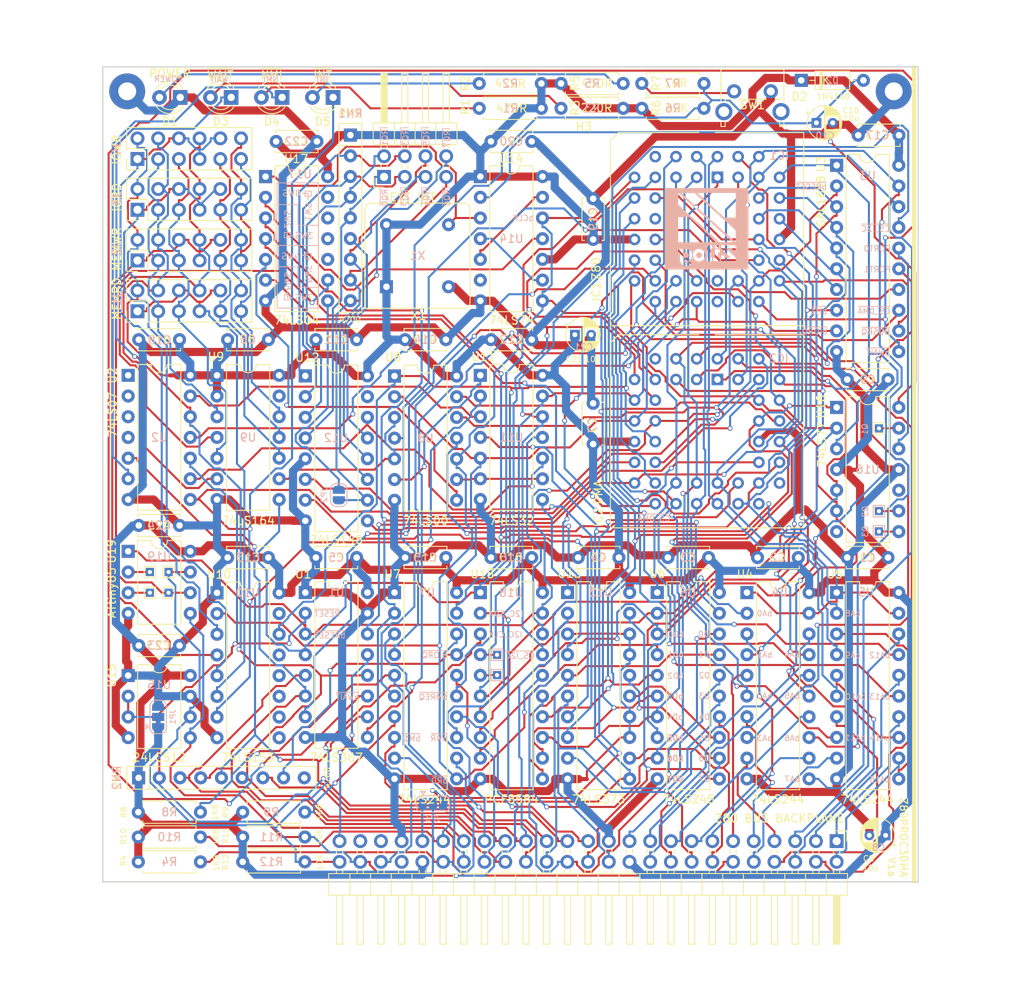
<source format=kicad_pcb>
(kicad_pcb (version 20221018) (generator pcbnew)
  (layers (0 "F.Cu" signal) (31 "B.Cu" signal) (34 "B.Paste" user) (35 "F.Paste" user) (36 "B.SilkS" user "B.Silkscreen") (37 "F.SilkS" user "F.Silkscreen") (38 "B.Mask" user) (39 "F.Mask" user) (44 "Edge.Cuts" user))
  (net 0 "")
  (net 1 "VCC")
  (net 2 "GND")
  (net 3 "/A11")
  (net 4 "/A10")
  (net 5 "/A12")
  (net 6 "/A9")
  (net 7 "/A13")
  (net 8 "/A8")
  (net 9 "/A14")
  (net 10 "/A7")
  (net 11 "/A15")
  (net 12 "/A6")
  (net 13 "/CLK")
  (net 14 "/A5")
  (net 15 "/D4")
  (net 16 "/A4")
  (net 17 "/D3")
  (net 18 "/A3")
  (net 19 "/D5")
  (net 20 "/A2")
  (net 21 "/D6")
  (net 22 "/A1")
  (net 23 "/A0")
  (net 24 "/D2")
  (net 25 "/D7")
  (net 26 "/D0")
  (net 27 "/D1")
  (net 28 "Net-(D2-A)")
  (net 29 "/bA11")
  (net 30 "/bA12")
  (net 31 "/bA13")
  (net 32 "/bA14")
  (net 33 "/bA15")
  (net 34 "Net-(D1-A)")
  (net 35 "Net-(D3-A)")
  (net 36 "Net-(D4-K)")
  (net 37 "/~{bMREQ}")
  (net 38 "/~{bRD}")
  (net 39 "Net-(D4-A)")
  (net 40 "Net-(D5-A)")
  (net 41 "/~{bWR}")
  (net 44 "/bA0")
  (net 45 "/bA1")
  (net 46 "/SPARE1")
  (net 47 "/SPARE6")
  (net 48 "Net-(IC1-INT)")
  (net 49 "Net-(IC1-NMI)")
  (net 50 "/WS-MEMRD")
  (net 51 "/1WS")
  (net 52 "/2WS")
  (net 53 "/3WS")
  (net 54 "/4WS")
  (net 55 "/5WS")
  (net 56 "/6WS")
  (net 57 "/7WS")
  (net 58 "/WS-MEMWR")
  (net 59 "/WS-IORD")
  (net 60 "/WS-IOWR")
  (net 61 "/READY")
  (net 62 "/bA2")
  (net 63 "/bA3")
  (net 64 "Net-(U11-Pad1)")
  (net 65 "/RDY")
  (net 66 "/8WS")
  (net 67 "Net-(IC1-HALT)")
  (net 70 "Net-(IC1-RFSH)")
  (net 71 "/~{INT}")
  (net 72 "/~{WAIT}")
  (net 73 "/~{IORQ}")
  (net 74 "/~{RD}")
  (net 75 "/~{MREQ}")
  (net 76 "/~{WR}")
  (net 77 "/~{HALT}")
  (net 78 "/~{BUSACK}")
  (net 79 "/~{NMI}")
  (net 80 "/~{BUSRQ}")
  (net 81 "/~{RESET}")
  (net 82 "/~{M1}")
  (net 83 "/~{RFSH}")
  (net 84 "/~{IRQ7}")
  (net 85 "/~{IRQ6}")
  (net 86 "/~{IRQ5}")
  (net 87 "/~{IRQ4}")
  (net 88 "/~{IRQ3}")
  (net 89 "/~{IRQ2}")
  (net 90 "/~{IRQ1}")
  (net 91 "/~{IRQ0}")
  (net 92 "/bA4")
  (net 93 "/bA5")
  (net 94 "/bA6")
  (net 95 "/~{MR}")
  (net 96 "/~{INTA}")
  (net 98 "Net-(IC2-RDY)")
  (net 100 "/bCLK")
  (net 101 "/CLKSEL")
  (net 103 "/bD1")
  (net 104 "/bD0")
  (net 105 "/bD7")
  (net 106 "/bD2")
  (net 107 "/bD6")
  (net 108 "/bD5")
  (net 109 "/bD3")
  (net 110 "/bD4")
  (net 111 "/~{bIORQ}")
  (net 112 "/~{IM2-INT}")
  (net 113 "/~{bM1}")
  (net 114 "/bA7")
  (net 115 "/bA8")
  (net 116 "/bA9")
  (net 117 "/bA10")
  (net 118 "Net-(IC2-IEI)")
  (net 119 "Net-(JP1-C)")
  (net 120 "Net-(JP2-A)")
  (net 121 "/0WS")
  (net 122 "/~{bIEO}")
  (net 123 "Net-(JP3-C)")
  (net 124 "Net-(U13-D0)")
  (net 129 "Net-(U19-PB1)")
  (net 130 "Net-(U19-XTAL1{slash}PB3)")
  (net 131 "Net-(U19-XTAL2{slash}PB4)")
  (net 132 "Net-(U16-Q1)")
  (net 133 "Net-(U16-Q2)")
  (net 134 "Net-(U16-Q3)")
  (net 136 "Net-(U18-~{IACK})")
  (net 137 "Net-(U18-~{INT})")
  (net 138 "/~{CS_DMA}")
  (net 139 "Net-(U6-A->B)")
  (net 140 "Net-(U6-CE)")
  (net 141 "/~{CS_I2C}")
  (net 142 "Net-(R7-Pad1)")
  (net 143 "/~{BAI}")
  (net 144 "/~{BAO}")
  (net 145 "/PORT0")
  (net 146 "/PORT1")
  (net 150 "Net-(U17-Pad5)")
  (net 154 "Net-(U13-OE)")
  (net 155 "Net-(U18-~{WR})")
  (net 160 "/~{bWAIT}")
  (net 161 "Net-(U12-S2)")
  (net 162 "Net-(U12-S1)")
  (net 163 "/~{DREQ0}")
  (net 164 "/~{TEND0}")
  (net 165 "/~{IEO}")
  (net 166 "Net-(U12-S0)")
  (net 168 "/BUSACK")
  (net 169 "Net-(U14A-C)")
  (net 170 "/~{bRESET}")
  (net 171 "Net-(U14A-~{S})")
  (net 172 "Net-(U14A-Q)")
  (net 174 "/I2C_SDA")
  (net 175 "/I2C_CLK")
  (net 176 "Net-(U14B-C)")
  (footprint "Resistor_THT:R_Axial_DIN0207_L6.3mm_D2.5mm_P7.62mm_Horizontal" (layer "F.Cu") (at 90.17 53.086)
    (fp_text reference "R1")
    (fp_text value "470R")
  )
  (footprint "Resistor_THT:R_Axial_DIN0207_L6.3mm_D2.5mm_P7.62mm_Horizontal" (layer "F.Cu") (at 100.203 50.038)
    (fp_text reference "R5")
    (fp_text value "470R")
  )
  (footprint "Resistor_THT:R_Axial_DIN0207_L6.3mm_D2.5mm_P7.62mm_Horizontal" (layer "F.Cu") (at 110.109 53.086)
    (fp_text reference "R6")
    (fp_text value "10K")
  )
  (footprint "Resistor_THT:R_Axial_DIN0207_L6.3mm_D2.5mm_P7.62mm_Horizontal" (layer "F.Cu") (at 110.109 50.038)
    (fp_text reference "R7")
    (fp_text value "10R")
  )
  (footprint "Resistor_THT:R_Axial_DIN0207_L6.3mm_D2.5mm_P7.62mm_Horizontal" (layer "F.Cu") (at 100.203 53.086)
    (fp_text reference "R3")
    (fp_text value "220R")
  )
  (footprint "Package_DIP:DIP-16_W7.62mm" (layer "F.Cu") (at 68.84 112.5)
    (fp_text reference "U1")
    (fp_text value "74LS367")
  )
  (footprint "Package_DIP:DIP-20_W7.62mm" (layer "F.Cu") (at 123 112.5)
    (fp_text reference "U4")
    (fp_text value "74LS244")
  )
  (footprint "Package_DIP:DIP-20_W7.62mm" (layer "F.Cu") (at 134 112.5)
    (fp_text reference "U5")
    (fp_text value "74LS244")
  )
  (footprint "Package_DIP:DIP-20_W7.62mm" (layer "F.Cu") (at 112 112.5)
    (fp_text reference "U6")
    (fp_text value "74LS245")
  )
  (footprint "Package_DIP:DIP-16_W7.62mm" (layer "F.Cu") (at 58.0136 112.537)
    (fp_text reference "U10")
    (fp_text value "74LS153")
  )
  (footprint "Capacitor_THT:C_Disc_D5.0mm_W2.5mm_P5.00mm" (layer "F.Cu") (at 140.3 108.204 180)
    (fp_text reference "C1")
    (fp_text value "0.1u" hide)
  )
  (footprint "Capacitor_THT:C_Disc_D5.0mm_W2.5mm_P5.00mm" (layer "F.Cu") (at 129.3 108.204 180)
    (fp_text reference "C2")
    (fp_text value "0.1u" hide)
  )
  (footprint "Capacitor_THT:C_Disc_D5.0mm_W2.5mm_P5.00mm" (layer "F.Cu") (at 118.3 108.204 180)
    (fp_text reference "C3")
    (fp_text value "0.1u" hide)
  )
  (footprint "Capacitor_THT:C_Disc_D5.0mm_W2.5mm_P5.00mm" (layer "F.Cu") (at 107.3 108.204 180)
    (fp_text reference "C4")
    (fp_text value "0.1u" hide)
  )
  (footprint "Capacitor_THT:C_Disc_D5.0mm_W2.5mm_P5.00mm" (layer "F.Cu") (at 64.3136 108.204 180)
    (fp_text reference "C13")
    (fp_text value "0.1u" hide)
  )
  (footprint "Capacitor_THT:C_Disc_D5.0mm_W2.5mm_P5.00mm" (layer "F.Cu") (at 104.14 94.281 90)
    (fp_text reference "C7")
    (fp_text value "0.1u" hide)
  )
  (footprint "Capacitor_THT:CP_Radial_D4.0mm_P2.00mm" (layer "F.Cu") (at 140.0122 142.2908 180)
    (fp_text reference "C8")
    (fp_text value "10u")
  )
  (footprint "Connector_PinHeader_2.54mm:PinHeader_2x25_P2.54mm_Horizontal" (layer "F.Cu") (at 134 143 -90)
    (fp_text reference "P1" hide)
    (fp_text value "Z80 BUS BACKPLANE")
  )
  (footprint "Capacitor_THT:C_Disc_D5.0mm_W2.5mm_P5.00mm" (layer "F.Cu") (at 75.14 108.204 180)
    (fp_text reference "C5")
    (fp_text value "0.1u" hide)
  )
  (footprint "LED_THT:LED_D3.0mm" (layer "F.Cu") (at 66 51.75 180)
    (fp_text reference "D4")
    (fp_text value "~{NMI}")
  )
  (footprint "LED_THT:LED_D3.0mm" (layer "F.Cu") (at 72.25 51.75 180)
    (fp_text reference "D5")
    (fp_text value "~{INT}")
  )
  (footprint "MountingHole:MountingHole_2.2mm_M2_Pad" (layer "F.Cu") (at 47 51)
    (fp_text reference "H1" hide)
    (fp_text value "BRACKET" hide)
  )
  (footprint "MountingHole:MountingHole_2.2mm_M2_Pad" (layer "F.Cu") (at 141 51)
    (fp_text reference "H2" hide)
    (fp_text value "BRACKET" hide)
  )
  (footprint "Connector_PinHeader_2.54mm:PinHeader_2x04_P2.54mm_Horizontal" (layer "F.Cu") (at 78.5 61.5 90)
    (fp_text reference "P3" hide)
    (fp_text value "EXT INT")
  )
  (footprint "Resistor_THT:R_Axial_DIN0207_L6.3mm_D2.5mm_P7.62mm_Horizontal" (layer "F.Cu") (at 90.17 50.038)
    (fp_text reference "R2")
    (fp_text value "470R")
  )
  (footprint "Resistor_THT:R_Array_SIP9" (layer "F.Cu") (at 48.3974 135.2296)
    (fp_text reference "RN2")
    (fp_text value "4700")
  )
  (footprint "Package_DIP:DIP-16_W7.62mm" (layer "F.Cu") (at 68.84 85.9178)
    (fp_text reference "U12")
    (fp_text value "74LS148")
  )
  (footprint "LED_THT:LED_D3.0mm" (layer "F.Cu") (at 59.75 51.75 180)
    (fp_text reference "D3")
    (fp_text value "~{WAIT}")
  )
  (footprint "LED_THT:LED_D3.0mm" (layer "F.Cu") (at 53.5 51.75 180)
    (fp_text reference "D1")
    (fp_text value "POWER")
  )
  (footprint "Capacitor_THT:C_Disc_D5.0mm_W2.5mm_P5.00mm" (layer "F.Cu") (at 86.08 108.204 180)
    (fp_text reference "C15")
    (fp_text value "0.1u" hide)
  )
  (footprint "Package_DIP:DIP-20_W7.62mm" (layer "F.Cu") (at 79.78 112.5)
    (fp_text reference "U7")
    (fp_text value "74LS244")
  )
  (footprint "Package_DIP:DIP-20_W7.62mm" (layer "F.Cu") (at 101 112.5)
    (fp_text reference "U13")
    (fp_text value "74LS373")
  )
  (footprint "Capacitor_THT:C_Disc_D5.0mm_W2.5mm_P5.00mm" (layer "F.Cu") (at 96.607 108.204 180)
    (fp_text reference "C16")
    (fp_text value "0.1u" hide)
  )
  (footprint "Capacitor_THT:C_Disc_D5.0mm_W2.5mm_P5.00mm" (layer "F.Cu") (at 141.65 56.388 180)
    (fp_text reference "C17")
    (fp_text value "0.1u" hide)
  )
  (footprint "Resistor_THT:R_Array_SIP9" (layer "F.Cu") (at 74.3712 56.373 -90)
    (fp_text reference "RN1")
    (fp_text value "4700")
  )
  (footprint "Diode_THT:D_DO-35_SOD27_P7.62mm_Horizontal" (layer "F.Cu") (at 129.667 49.657)
    (fp_text reference "D2")
    (fp_text value "1N4148")
  )
  (footprint "Capacitor_THT:CP_Radial_D4.0mm_P2.00mm" (layer "F.Cu") (at 131.5158 54.864)
    (fp_text reference "C10")
    (fp_text value "10u")
  )
  (footprint "Capacitor_THT:C_Disc_D5.0mm_W2.5mm_P5.00mm" (layer "F.Cu") (at 53.417 81.469 180)
    (fp_text reference "C18")
    (fp_text value "0.1u" hide)
  )
  (footprint "Capacitor_THT:C_Disc_D5.0mm_W2.5mm_P5.00mm" (layer "F.Cu") (at 140.3 86.36 180)
    (fp_text reference "C9")
    (fp_text value "0.1u" hide)
  )
  (footprint "Resistor_THT:R_Axial_DIN0207_L6.3mm_D2.5mm_P7.62mm_Horizontal" (layer "F.Cu") (at 48.3616 145.542)
    (fp_text reference "R4")
    (fp_text value "1K8")
  )
  (footprint "Package_DIP:DIP-14_W7.62mm" (layer "F.Cu") (at 58.0136 85.847)
    (fp_text reference "U9")
    (fp_text value "74LS164")
  )
  (footprint "Package_LCC:PLCC-44_THT-Socket" (layer "F.Cu") (at 119.38 86.36)
    (fp_text reference "IC2")
    (fp_text value "DMA")
  )
  (footprint "MountingHole:MountingHole_2mm" (layer "F.Cu") (at 75.946 136.017)
    (fp_text reference "H4" hide)
    (fp_text value "MountingHole_Pad" hide)
  )
  (footprint "Capacitor_THT:C_Disc_D5.0mm_W2.5mm_P5.00mm" (layer "F.Cu") (at 91.607 57.15)
    (fp_text reference "C20")
    (fp_text value "0.1u" hide)
  )
  (footprint "Package_DIP:DIP-8_W7.62mm" (layer "F.Cu") (at 47.117 122.682)
    (fp_text reference "U15")
    (fp_text value "24LC512")
  )
  (footprint "Package_DIP:DIP-14_W7.62mm" (layer "F.Cu") (at 63.9672 61.463)
    (fp_text reference "U17")
    (fp_text value "74LS04")
  )
  (footprint "Capacitor_THT:C_Disc_D5.0mm_W2.5mm_P5.00mm" (layer "F.Cu") (at 70.14 81.469)
    (fp_text reference "C11")
    (fp_text value "0.1u" hide)
  )
  (footprint "Connector_PinHeader_2.54mm:PinHeader_2x06_P2.54mm_Vertical" (layer "F.Cu") (at 48.26 65.532 90)
    (fp_text reference "J3" hide)
    (fp_text value "IORD")
  )
  (footprint "Package_DIP:DIP-14_W7.62mm" (layer "F.Cu") (at 134 89.784)
    (fp_text reference "U16")
    (fp_text value "74LS77")
  )
  (footprint "Package_DIP:DIP-14_W7.62mm" (layer "F.Cu") (at 90.307 85.847)
    (fp_text reference "U11")
    (fp_text value "74LS32")
  )
  (footprint "NetTie:NetTie-2_SMD_Pad0.5mm" (layer "F.Cu") (at 102.87 135.382)
    (fp_text reference "NT2" hide)
    (fp_text value "NetTie_2" hide)
  )
  (footprint "Capacitor_THT:C_Disc_D5.0mm_W2.5mm_P5.00mm" (layer "F.Cu") (at 104.14 69.175 90)
    (fp_text reference "C19")
    (fp_text value "0.1u" hide)
  )
  (footprint "Package_LCC:PLCC-44_THT-Socket" (layer "F.Cu") (at 119.38 61.555)
    (fp_text reference "IC1")
    (fp_text value "Z80")
  )
  (footprint "Connector_PinHeader_2.54mm:PinHeader_2x06_P2.54mm_Vertical" (layer "F.Cu") (at 48.26 59.309 90)
    (fp_text reference "J4" hide)
    (fp_text value "IOWR")
  )
  (footprint "Oscillator:Oscillator_DIP-8" (layer "F.Cu") (at 78.7908 74.9808)
    (fp_text reference "X1")
    (fp_text value "CXO_DIP8" hide)
  )
  (footprint "TestPoint:TestPoint_THTPad_1.0x1.0mm_Drill0.5mm" (layer "F.Cu") (at 52.07 112.522)
    (fp_text reference "PB1" hide)
    (fp_text value "TestPoint" hide)
  )
  (footprint "TestPoint:TestPoint_THTPad_1.0x1.0mm_Drill0.5mm" (layer "F.Cu") (at 49.784 109.982)
    (fp_text reference "PB3" hide)
    (fp_text value "TestPoint" hide)
  )
  (footprint "Package_DIP:DIP-8_W7.62mm" (layer "F.Cu") (at 47.117 107.442)
    (fp_text reference "U19")
    (fp_text value "ATtiny85")
  )
  (footprint "Resistor_THT:R_Axial_DIN0207_L6.3mm_D2.5mm_P7.62mm_Horizontal" (layer "F.Cu") (at 61.1632 145.542)
    (fp_text reference "R12")
    (fp_text value "10K")
  )
  (footprint "Package_DIP:DIP-14_W7.62mm" (layer "F.Cu") (at 47.117 85.847)
    (fp_text reference "U2")
    (fp_text value "74LS07")
  )
  (footprint "Resistor_THT:R_Axial_DIN0207_L6.3mm_D2.5mm_P7.62mm_Horizontal" (layer "F.Cu") (at 61.1632 139.446)
    (fp_text reference "R9")
    (fp_text value "1K8")
  )
  (footprint "Capacitor_THT:C_Disc_D5.0mm_W2.5mm_P5.00mm" (layer "F.Cu") (at 59.3136 81.469)
    (fp_text reference "C6")
    (fp_text value "0.1u" hide)
  )
  (footprint "TestPoint:TestPoint_THTPad_1.0x1.0mm_Drill0.5mm" (layer "F.Cu") (at 139.192 92.3544 90)
    (fp_text reference "Q1")
    (fp_text value "TestPoint" hide)
  )
  (footprint "TestPoint:TestPoint_THTPad_1.0x1.0mm_Drill0.5mm" (layer "F.Cu") (at 52.07 109.982)
    (fp_text reference "PB2" hide)
    (fp_text value "TestPoint" hide)
  )
  (footprint "Package_DIP:DIP-14_W7.62mm" (layer "F.Cu") (at 90.307 61.463)
    (fp_text reference "U14")
    (fp_text value "74LS74")
  )
  (footprint "Capacitor_THT:CP_Radial_D4.0mm_P2.00mm" (layer "F.Cu") (at 101.8974 80.859)
    (fp_text reference "C21")
    (fp_text value "10u")
  )
  (footprint "Capacitor_THT:C_Disc_D5.0mm_W2.5mm_P5.00mm" (layer "F.Cu") (at 81.08 81.469)
    (fp_text reference "C14")
    (fp_text value "0.1u" hide)
  )
  (footprint "Package_DIP:DIP-20_W7.62mm" (layer "F.Cu") (at 90.307 112.5)
    (fp_text reference "U18")
    (fp_text value "PCF8584")
  )
  (footprint "NetTie:NetTie-2_SMD_Pad0.5mm" (layer "F.Cu") (at 52.7304 85.852 180)
    (fp_text reference "NT1" hide)
    (fp_text value "NetTie_2" hide)
  )
  (footprint "Button_Switch_THT:SW_Tactile_SPST_Angled_PTS645Vx58-2LFS" (layer "F.Cu") (at 121.423 51.0045)
    (fp_text reference "SW1")
    (fp_text value "SW_Push" hide)
  )
  (footprint "NetTie:NetTie-2_SMD_Pad0.5mm" (layer "F.Cu") (at 135.9916 97.4344)
    (fp_text reference "NT4" hide)
    (fp_text value "NetTie_2" hide)
  )
  (footprint "Capacitor_THT:C_Disc_D5.0mm_W2.5mm_P5.00mm" (layer "F.Cu") (at 48.417 118.999)
    (fp_text reference "C23")
    (fp_text value "0.1u" hide)
  )
  (footprint "Package_DIP:DIP-20_W7.62mm" (layer "F.Cu") (at 134 60.076)
    (fp_text reference "U3")
    (fp_text value "GAL16V8")
  )
  (footprint "Package_DIP:DIP-14_W7.62mm" (layer "F.Cu") (at 79.78 85.933)
    (fp_text reference "U8")
    (fp_text value "74LS00")
  )
  (footprint "Resistor_THT:R_Axial_DIN0207_L6.3mm_D2.5mm_P7.62mm_Horizontal" (layer "F.Cu") (at 48.3616 142.494)
    (fp_text reference "R10")
    (fp_text value "1K8")
  )
  (footprint "Connector_PinHeader_2.54mm:PinHeader_2x06_P2.54mm_Vertical" (layer "F.Cu") (at 48.26 77.983 90)
    (fp_text reference "J1" hide)
    (fp_text value "MEMRD")
  )
  (footprint "Capacitor_THT:C_Disc_D5.0mm_W2.5mm_P5.00mm" (layer "F.Cu") (at 91.607 81.469)
    (fp_text reference "C12")
    (fp_text value "0.1u" hide)
  )
  (footprint "MountingHole:MountingHole_2mm" (layer "F.Cu") (at 102.997 58.547)
    (fp_text reference "H3")
    (fp_text value "MountingHole_Pad" hide)
  )
  (footprint "Resistor_THT:R_Axial_DIN0207_L6.3mm_D2.5mm_P7.62mm_Horizontal" (layer "F.Cu") (at 61.1632 142.494)
    (fp_text reference "R11")
    (fp_text value "10K")
  )
  (footprint "Connector_PinHeader_2.54mm:PinHeader_2x06_P2.54mm_Vertical" (layer "F.Cu") (at 48.26 71.76 90)
    (fp_text reference "J2" hide)
    (fp_text value "MEMWR")
  )
  (footprint "Capacitor_THT:C_Disc_D5.0mm_W2.5mm_P5.00mm" (layer "F.Cu") (at 48.417 104.267)
    (fp_text reference "C24")
    (fp_text value "0.1u" hide)
  )
  (footprint "Resistor_THT:R_Axial_DIN0207_L6.3mm_D2.5mm_P7.62mm_Horizontal" (layer "F.Cu") (at 48.3616 139.446)
    (fp_text reference "R8")
    (fp_text value "1K8")
  )
  (footprint "Capacitor_THT:C_Disc_D5.0mm_W2.5mm_P5.00mm" (layer "F.Cu") (at 65.2672 57.15)
    (fp_text reference "C22")
    (fp_text value "0.1u" hide)
  )
  (footprint "TestPoint:TestPoint_THTPad_1.0x1.0mm_Drill0.5mm" (layer "F.Cu") (at 49.784 112.522)
    (fp_text reference "PB4" hide)
    (fp_text value "TestPoint" hide)
  )
  (footprint "TestPoint:TestPoint_THTPad_1.0x1.0mm_Drill0.5mm" (layer "B.Cu") (at 139.192 105.0036 90)
    (fp_text reference "Q3")
    (fp_text value "TestPoint" hide)
  )
  (footprint "NetTie:NetTie-2_SMD_Pad0.5mm" (layer "B.Cu") (at 83.6676 147.1168)
    (fp_text reference "NT3" hide)
    (fp_text value "NetTie_2" hide)
  )
  (footprint "Jumper:SolderJumper-2_P1.3mm_Open_RoundedPad1.0x1.5mm" (layer "B.Cu") (at 72.9488 100.5332 -90)
    (fp_text reference "JP2")
    (fp_text value "SolderJumper_2_Open" hide)
  )
  (footprint "TestPoint:TestPoint_THTPad_1.0x1.0mm_Drill0.5mm" (layer "B.Cu") (at 139.192 102.5144 90)
    (fp_text reference "Q2")
    (fp_text value "TestPoint" hide)
  )
  (footprint "Jumper:SolderJumper-3_P1.3mm_Open_RoundedPad1.0x1.5mm" (layer "B.Cu") (at 84.4804 138.43)
    (fp_text reference "JP3")
    (fp_text value "SolderJumper_3_Open" hide)
  )
  (footprint "TestPoint:TestPoint_THTPad_1.0x1.0mm_Drill0.5mm" (layer "B.Cu") (at 92.3544 120.142 180)
    (fp_text reference "TestPoint1" hide)
    (fp_text value "~{I2C_IACK}" hide)
  )
  (footprint "GraphicZ80:Zilog_Z80_graphic" (layer "B.Cu") (at 118.0592 67.8688 180)
    (fp_text reference "G***" hide)
    (fp_text value "LOGO" hide)
  )
  (footprint "Jumper:SolderJumper-3_P1.3mm_Bridged12_RoundedPad1.0x1.5mm" (layer "B.Cu") (at 50.8 127.762 90)
    (fp_text reference "JP1")
    (fp_text value "SolderJumper_3_Bridged12" hide)
  )
  (footprint "TestPoint:TestPoint_THTPad_1.0x1.0mm_Drill0.5mm" (layer "B.Cu") (at 92.3544 122.6312 180)
    (fp_text reference "TestPoint2" hide)
    (fp_text value "~{I2C_INT}" hide)
  )
  (gr_line (start 69.1896 63.5) (end 69.1896 64.262) (stroke (width 0.1)) (layer "B.SilkS"))
  (gr_line (start 66.6496 68.707) (end 66.6496 67.945) (stroke (width 0.1)) (layer "B.SilkS"))
  (gr_line (start 65.3796 69.9135) (end 70.4596 69.9135) (stroke (width 0.1)) (layer "B.SilkS"))
  (gr_rect (start 66.2686 75.946) (end 67.0306 76.581) (stroke (width 0.1)) (fill none) (layer "B.SilkS"))
  (gr_line (start 66.6496 76.327) (end 66.6496 75.565) (stroke (width 0.1)) (layer "B.SilkS"))
  (gr_line (start 67.9196 67.437) (end 70.4596 67.437) (stroke (width 0.1)) (layer "B.SilkS"))
  (gr_line (start 68.4276 71.12) (end 69.1896 71.12) (stroke (width 0.1)) (layer "B.SilkS"))
  (gr_rect (start 66.2686 68.326) (end 67.0306 68.961) (stroke (width 0.1)) (fill none) (layer "B.SilkS"))
  (gr_line (start 65.3796 72.517) (end 67.9196 72.517) (stroke (width 0.1)) (layer "B.SilkS"))
  (gr_rect (start 68.8086 70.866) (end 69.5706 71.501) (stroke (width 0.1)) (fill none) (layer "B.SilkS"))
  (gr_rect (start 65.3796 62.23) (end 70.4596 77.597) (stroke (width 0.1)) (fill none) (layer "B.SilkS"))
  (gr_line (start 67.9196 64.897) (end 67.9196 67.437) (stroke (width 0.1)) (layer "B.SilkS"))
  (gr_line (start 69.1896 71.12) (end 69.1896 71.882) (stroke (width 0.1)) (layer "B.SilkS"))
  (gr_line (start 67.9196 75.057) (end 70.4596 75.057) (stroke (width 0.1)) (layer "B.SilkS"))
  (gr_line (start 67.4116 68.707) (end 66.6496 68.707) (stroke (width 0.1)) (layer "B.SilkS"))
  (gr_line (start 67.4116 76.327) (end 66.6496 76.327) (stroke (width 0.1)) (layer "B.SilkS"))
  (gr_line (start 65.3796 64.897) (end 67.9196 64.897) (stroke (width 0.1)) (layer "B.SilkS"))
  (gr_rect (start 68.8086 63.246) (end 69.5706 63.881) (stroke (width 0.1)) (fill none) (layer "B.SilkS"))
  (gr_line (start 68.4276 63.5) (end 69.1896 63.5) (stroke (width 0.1)) (layer "B.SilkS"))
  (gr_line (start 67.9196 72.517) (end 67.9196 75.057) (stroke (width 0.1)) (layer "B.SilkS"))
  (gr_line (start 143.5 148) (end 143.5 48) (stroke (width 0.5)) (layer "F.SilkS"))
  (gr_line (start 144 48) (end 44 48) (stroke (width 0.15)) (layer "Edge.Cuts"))
  (gr_line (start 44 48) (end 44 148) (stroke (width 0.15)) (layer "Edge.Cuts"))
  (gr_line (start 44 148) (end 144 148) (stroke (width 0.15)) (layer "Edge.Cuts"))
  (gr_line (start 144 148) (end 144 48) (stroke (width 0.15)) (layer "Edge.Cuts"))
  (gr_text "6WS" (at 66.6496 74.295 -90) (layer "B.SilkS") (effects (font (size 0.75 0.75) (thickness 0.1)) (justify mirror)))
  (gr_text "5WS" (at 69.1896 73.406 -90) (layer "B.SilkS") (effects (font (size 0.75 0.75) (thickness 0.1)) (justify mirror)))
  (gr_text "0WS" (at 67.1576 63.5) (layer "B.SilkS") (effects (font (size 0.75 0.75) (thickness 0.1)) (justify mirror)))
  (gr_text "7WS" (at 68.6816 76.327) (layer "B.SilkS") (effects (font (size 0.75 0.75) (thickness 0.1)) (justify mirror)))
  (gr_text "3WS" (at 68.6816 68.707) (layer "B.SilkS") (effects (font (size 0.75 0.75) (thickness 0.1)) (justify mirror)))
  (gr_text "1WS" (at 69.1896 65.786 -90) (layer "B.SilkS") (effects (font (size 0.75 0.75) (thickness 0.1)) (justify mirror)))
  (gr_text "2WS" (at 66.6496 66.675 -90) (layer "B.SilkS") (effects (font (size 0.75 0.75) (thickness 0.1)) (justify mirror)))
  (gr_text "4WS" (at 67.0306 71.247) (layer "B.SilkS") (effects (font (size 0.75 0.75) (thickness 0.1)) (justify mirror)))
  (gr_text "Z80PROC3DMA\nV1a\n" (at 141.478 147.5232 270) (layer "F.SilkS") (effects (font (size 0.9 0.9)) (justify right)))
  (segment (start 97.927 112.5) (end 97.927 110.9997) (width 1) (layer "F.Cu") (net 1))
  (segment (start 140.3 108.204) (end 138.6171 109.8869) (width 1) (layer "F.Cu") (net 1))
  (segment (start 67.1339 111.5993) (end 68.3812 110.352) (width 1) (layer "F.Cu") (net 1))
  (segment (start 123.673 50.9847) (end 125.2981 49.3596) (width 1) (layer "F.Cu") (net 1))
  (segment (start 100.203 50.038) (end 103.251 53.086) (width 1) (layer "F.Cu") (net 1))
  (segment (start 135.4916 97.4344) (end 134.0304 97.4344) (width 1) (layer "F.Cu") (net 1))
  (segment (start 95.8692 108.9418) (end 93.8113 110.9997) (width 1) (layer "F.Cu") (net 1))
  (segment (start 129.667 49.657) (end 128.1667 49.657) (width 1) (layer "F.Cu") (net 1))
  (segment (start 68.8963 83.2433) (end 67.1339 85.0057) (width 1) (layer "F.Cu") (net 1))
  (segment (start 97.927 71.623) (end 99.4273 71.623) (width 1) (layer "F.Cu") (net 1))
  (segment (start 104.441 93.98) (end 104.14 94.281) (width 1) (layer "F.Cu") (net 1))
  (segment (start 101.8753 69.175) (end 104.14 69.175) (width 1) (layer "F.Cu") (net 1))
  (segment (start 52.0472 122.6292) (end 52.0472 122.682) (width 1) (layer "F.Cu") (net 1))
  (segment (start 138.6171 109.8869) (end 138.6171 110.9974) (width 1) (layer "F.Cu") (net 1))
  (segment (start 95.8692 108.9418) (end 97.927 110.9997) (width 1) (layer "F.Cu") (net 1))
  (segment (start 131.1673 49.657) (end 134.919 49.657) (width 1) (layer "F.Cu") (net 1))
  (segment (start 107.3 109.6797) (end 108.62 110.9997) (width 1) (layer "F.Cu") (net 1))
  (segment (start 118.3 108.204) (end 115.5043 110.9997) (width 1) (layer "F.Cu") (net 1))
  (segment (start 76.6404 109.7044) (end 86.08 109.7044) (width 1) (layer "F.Cu") (net 1))
  (segment (start 87.4 85.933) (end 85.8997 85.933) (width 1) (layer "F.Cu") (net 1))
  (segment (start 48.3974 135.2296) (end 48.3974 133.7293) (width 1) (layer "F.Cu") (net 1))
  (segment (start 140.3 108.204) (end 136.8709 104.7749) (width 1) (layer "F.Cu") (net 1))
  (segment (start 120.9104 55.2603) (end 123.673 52.4977) (width 1) (layer "F.Cu") (net 1))
  (segment (start 54.737 122.682) (end 53.2367 122.682) (width 1) (layer "F.Cu") (net 1))
  (segment (start 107.823 53.086) (end 110.109 53.086) (width 1) (layer "F.Cu") (net 1))
  (segment (start 67.1339 112.537) (end 67.1339 111.5993) (width 1) (layer "F.Cu") (net 1))
  (segment (start 48.3616 139.446) (end 49.8738 140.9582) (width 1) (layer "F.Cu") (net 1))
  (segment (start 65.6336 85.847) (end 67.1339 85.847) (width 1) (layer "F.Cu") (net 1))
  (segment (start 72.8709 56.373) (end 72.8709 56.6921) (width 1) (layer "F.Cu") (net 1))
  (segment (start 49.8738 140.9582) (end 49.8738 140.9818) (width 1) (layer "F.Cu") (net 1))
  (segment (start 54.737 85.847) (end 58.0136 85.847) (width 1) (layer "F.Cu") (net 1))
  (segment (start 72.992 110.352) (end 75.14 108.204) (width 1) (layer "F.Cu") (net 1))
  (segment (start 70.14 81.469) (end 70.14 83.2433) (width 1) (layer "F.Cu") (net 1))
  (segment (start 64.1333 85.847) (end 59.5139 85.847) (width 1) (layer "F.Cu") (net 1))
  (segment (start 110.109 53.086) (end 112.2833 55.2603) (width 1) (layer "F.Cu") (net 1))
  (segment (start 65.6336 85.847) (end 64.1333 85.847) (width 1) (layer "F.Cu") (net 1))
  (segment (start 107.3 108.204) (end 107.3 109.6797) (width 1) (layer "F.Cu") (net 1))
  (segment (start 138.6171 110.9974) (end 140.1197 112.5) (width 1) (layer "F.Cu") (net 1))
  (segment (start 53.2304 85.852) (end 53.2317 85.852) (width 1) (layer "F.Cu") (net 1))
  (segment (start 92.0487 81.469) (end 91.607 81.469) (width 1) (layer "F.Cu") (net 1))
  (segment (start 134.0304 97.4344) (end 134 97.404) (width 1) (layer "F.Cu") (net 1))
  (segment (start 61.1632 139.4696) (end 61.1632 139.446) (width 1) (layer "F.Cu") (net 1))
  (segment (start 103.251 53.086) (end 107.823 53.086) (width 1) (layer "F.Cu") (net 1))
  (segment (start 112.2833 55.2603) (end 120.9104 55.2603) (width 1) (layer "F.Cu") (net 1))
  (segment (start 90.307 61.463) (end 97.927 61.463) (width 1) (layer "F.Cu") (net 1))
  (segment (start 74.9597 85.9178) (end 72.2852 83.2433) (width 1) (layer "F.Cu") (net 1))
  (segment (start 70.9126 59.2881) (end 71.5872 59.9627) (width 1) (layer "F.Cu") (net 1))
  (segment (start 48.6174 133.5093) (end 48.3974 133.7293) (width 1) (layer "F.Cu") (net 1))
  (segment (start 86.08 109.7044) (end 86.08 108.204) (width 1) (layer "F.Cu") (net 1))
  (segment (start 58.0136 85.847) (end 59.5139 85.847) (width 1) (layer "F.Cu") (net 1))
  (segment (start 127.8693 49.3596) (end 128.1667 49.657) (width 1) (layer "F.Cu") (net 1))
  (segment (start 53.9869 85.847) (end 53.2367 85.847) (width 1) (layer "F.Cu") (net 1))
  (segment (start 136.8709 104.7749) (end 136.8709 99.4469) (width 1) (layer "F.Cu") (net 1))
  (segment (start 129.667 49.657) (end 131.1673 49.657) (width 1) (layer "F.Cu") (net 1))
  (segment (start 52.0472 122.682) (end 53.2367 122.682) (width 1) (layer "F.Cu") (net 1))
  (segment (start 97.79 50.038) (end 100.203 50.038) (width 1) (layer "F.Cu") (net 1))
  (segment (start 49.8738 140.9818) (end 59.651 140.9818) (width 1) (layer "F.Cu") (net 1))
  (segment (start 70.14 83.2433) (end 68.8963 83.2433) (width 1) (layer "F.Cu") (net 1))
  (segment (start 49.8738 140.9818) (end 48.3616 142.494) (width 1) (layer "F.Cu") (net 1))
  (segment (start 72.2852 83.2433) (end 70.14 83.2433) (width 1) (layer "F.Cu") (net 1))
  (segment (start 48.417 118.999) (end 52.0472 122.6292) (width 1) (layer "F.Cu") (net 1))
  (segment (start 48.3616 142.494) (end 48.3616 145.542) (width 1) (layer "F.Cu") (net 1))
  (segment (start 53.2317 85.852) (end 53.2367 85.847) (width 1) (layer "F.Cu") (net 1))
  (segment (start 109.22 93.98) (end 104.441 93.98) (width 1) (layer "F.Cu") (net 1))
  (segment (start 70.9126 58.6504) (end 70.9126 59.2881) (width 1) (layer "F.Cu") (net 1))
  (segment (start 93.8113 110.9997) (end 87.4 110.9997) (width 1) (layer "F.Cu") (net 1))
  (segment (start 48.6174 126.1118) (end 48.6174 133.5093) (width 1) (layer "F.Cu") (net 1))
  (segment (start 86.1047 109.7044) (end 87.4 110.9997) (width 1) (layer "F.Cu") (net 1))
  (segment (start 81.4357 81.469) (end 81.08 81.469) (width 1) (layer "F.Cu") (net 1))
  (segment (start 65.2672 57.15) (end 66.7676 58.6504) (width 1) (layer "F.Cu") (net 1))
  (segment (start 54.737 107.442) (end 53.2367 107.442) (width 1) (layer "F.Cu") (net 1))
  (segment (start 75.14 108.204) (end 76.6404 109.7044) (width 1) (layer "F.Cu") (net 1))
  (segment (start 96.607 108.204) (end 95.8692 108.9418) (width 1) (layer "F.Cu") (net 1))
  (segment (start 72.8709 56.6921) (end 70.9126 58.6504) (width 1) (layer "F.Cu") (net 1))
  (segment (start 67.1339 85.0057) (end 67.1339 85.847) (width 1) (layer "F.Cu") (net 1))
  (segment (start 58.0136 88.387) (end 58.0136 85.847) (width 1) (layer "F.Cu") (net 1))
  (segment (start 87.4 112.5) (end 87.4 110.9997) (width 1) (layer "F.Cu") (net 1))
  (segment (start 76.46 85.9178) (end 74.9597 85.9178) (width 1) (layer "F.Cu") (net 1))
  (segment (start 56.9864 106.6929) (end 61.0104 106.6929) (width 1) (layer "F.Cu") (net 1))
  (segment (start 66.7676 58.6504) (end 70.9126 58.6504) (width 1) (layer "F.Cu") (net 1))
  (segment (start 141.62 112.5) (end 140.1197 112.5) (width 1) (layer "F.Cu") (net 1))
  (segment (start 125.2981 49.3596) (end 127.8693 49.3596) (width 1) (layer "F.Cu") (net 1))
  (segment (start 74.3712 56.373) (end 72.8709 56.373) (width 1) (layer "F.Cu") (net 1))
  (segment (start 96.4267 85.847) (end 92.0487 81.469) (width 1) (layer "F.Cu") (net 1))
  (segment (start 132.1203 112.5) (end 132.1203 111.7498) (width 1) (layer "F.Cu") (net 1))
  (segment (start 61.0104 106.6929) (end 62.5215 108.204) (width 1) (layer "F.Cu") (net 1))
  (segment (start 53.9869 85.847) (end 54.737 85.847) (width 1) (layer "F.Cu") (net 1))
  (segment (start 62.5215 108.204) (end 64.3136 108.204) (width 1) (layer "F.Cu") (net 1))
  (segment (start 134.919 49.657) (end 141.65 56.388) (width 1) (layer "F.Cu") (net 1))
  (segment (start 136.8709 99.4469) (end 135.4916 98.0676) (width 1) (layer "F.Cu") (net 1))
  (segment (start 115.5043 110.9997) (end 108.62 110.9997) (width 1) (layer "F.Cu") (net 1))
  (segment (start 130.62 112.5) (end 132.1203 112.5) (width 1) (layer "F.Cu") (net 1))
  (segment (start 59.651 140.9818) (end 61.1632 139.4696) (width 1) (layer "F.Cu") (net 1))
  (segment (start 135.4916 98.0676) (end 135.4916 97.4344) (width 1) (layer "F.Cu") (net 1))
  (segment (start 108.62 112.5) (end 108.62 110.9997) (width 1) (layer "F.Cu") (net 1))
  (segment (start 59.651 140.9818) (end 61.1632 142.494) (width 1) (layer "F.Cu") (net 1))
  (segment (start 71.5872 61.463) (end 71.5872 59.9627) (width 1) (layer "F.Cu") (net 1))
  (segment (start 48.417 104.267) (end 50.0617 104.267) (width 1) (layer "F.Cu") (net 1))
  (segment (start 132.1203 111.7498) (end 132.8727 110.9974) (width 1) (layer "F.Cu") (net 1))
  (segment (start 50.0617 104.267) (end 53.2367 107.442) (width 1) (layer "F.Cu") (net 1))
  (segment (start 52.0472 122.682) (end 48.6174 126.1118) (width 1) (layer "F.Cu") (net 1))
  (segment (start 85.8997 85.933) (end 81.4357 81.469) (width 1) (layer "F.Cu") (net 1))
  (segment (start 86.08 109.7044) (end 86.1047 109.7044) (width 1) (layer "F.Cu") (net 1))
  (segment (start 68.3812 110.352) (end 72.992 110.352) (width 1) (layer "F.Cu") (net 1))
  (segment (start 56.2373 107.442) (end 56.9864 106.6929) (width 1) (layer "F.Cu") (net 1))
  (segment (start 97.927 85.847) (end 96.4267 85.847) (width 1) (layer "F.Cu") (net 1))
  (segment (start 132.8727 110.9974) (end 138.6171 110.9974) (width 1) (layer "F.Cu") (net 1))
  (segment (start 105.98 110.9997) (end 97.927 110.9997) (width 1) (layer "F.Cu") (net 1))
  (segment (start 65.6336 112.537) (end 67.1339 112.537) (width 1) (layer "F.Cu") (net 1))
  (segment (start 54.737 107.442) (end 56.2373 107.442) (width 1) (layer "F.Cu") (net 1))
  (segment (start 123.673 52.4977) (end 123.673 50.9847) (width 1) (layer "F.Cu") (net 1))
  (segment (start 107.3 109.6797) (end 105.98 110.9997) (width 1) (layer "F.Cu") (net 1))
  (segment (start 104.14 69.175) (end 109.22 69.175) (width 1) (layer "F.Cu") (net 1))
  (segment (start 99.4273 71.623) (end 101.8753 69.175) (width 1) (layer "F.Cu") (net 1))
  (segment (start 87.4 85.933) (end 87.4 84.4327) (width 1) (layer "B.Cu") (net 1))
  (segment (start 104.14 93.5016) (end 100.8168 90.1784) (width 1) (layer "B.Cu") (net 1))
  (segment (start 140.3 86.6026) (end 140.3 86.36) (width 1) (layer "B.Cu") (net 1))
  (segment (start 79.1932 81.469) (end 79.1932 81.6843) (width 1) (layer "B.Cu") (net 1))
  (segment (start 76.46 112.5) (end 76.46 110.9997) (width 1) (layer "B.Cu") (net 1))
  (segment (start 129.3 109.2101) (end 129.3 108.204) (width 1) (layer "B.Cu") (net 1))
  (segment (start 65.6336 109.524) (end 64.3136 108.204) (width 1) (layer "B.Cu") (net 1))
  (segment (start 53.417 83.0267) (end 53.417 81.469) (width 1) (layer "B.Cu") (net 1))
  (segment (start 107.3 108.204) (end 107.3 102.5091) (width 1) (layer "B.Cu") (net 1))
  (segment (start 65.6336 112.537) (end 65.6336 109.524) (width 1) (layer "B.Cu") (net 1))
  (segment (start 47.6781 104.267) (end 48.417 104.267) (width 1) (layer "B.Cu") (net 1))
  (segment (start 50.8 131.3267) (end 48.3974 133.7293) (width 1) (layer "B.Cu") (net 1))
  (segment (start 78.7908 67.3608) (end 78.7908 74.9808) (width 1) (layer "B.Cu") (net 1))
  (segment (start 107.3 102.5091) (end 104.14 99.3491) (width 1) (layer "B.Cu") (net 1))
  (segment (start 104.14 69.175) (end 104.2091 69.1059) (width 1) (layer "B.Cu") (net 1))
  (segment (start 101.8974 80.859) (end 101.8974 82.1593) (width 1) (layer "B.Cu") (net 1))
  (segment (start 62.738 147.1168) (end 83.1676 147.1168) (width 1) (layer "B.Cu") (net 1))
  (segment (start 119.9264 109.8304) (end 118.3 108.204) (width 1) (layer "B.Cu") (net 1))
  (segment (start 88.23 56.373) (end 74.3712 56.373) (width 1) (layer "B.Cu") (net 1))
  (segment (start 110.1984 147.1384) (end 135.1646 147.1384) (width 1) (layer "B.Cu") (net 1))
  (segment (start 97.927 61.463) (end 99.4273 61.463) (width 1) (layer "B.Cu") (net 1))
  (segment (start 140.0122 140.9905) (end 143.1368 137.8659) (width 1) (layer "B.Cu") (net 1))
  (segment (start 82.9089 67.3608) (end 88.8067 61.463) (width 1) (layer "B.Cu") (net 1))
  (segment (start 61.1632 145.542) (end 61.1632 142.494) (width 1) (layer "B.Cu") (net 1))
  (segment (start 104.2091 69.1059) (end 104.2091 67.6154) (width 1) (layer "B.Cu") (net 1))
  (segment (start 58.0136 85.847) (end 58.0136 84.3467) (width 1) (layer "B.Cu") (net 1))
  (segment (start 100.8168 90.1784) (end 100.8168 87.2365) (width 1) (layer "B.Cu") (net 1))
  (segment (start 100.8168 87.2365) (end 99.4273 85.847) (width 1) (layer "B.Cu") (net 1))
  (segment (start 134 97.404) (end 137.8432 93.5608) (width 1) (layer "B.Cu") (net 1))
  (segment (start 137.8432 89.0594) (end 140.3 86.6026) (width 1) (layer "B.Cu") (net 1))
  (segment (start 83.1941 147.0903) (end 83.2 147.0903) (width 1) (layer "B.Cu") (net 1))
  (segment (start 130.62 112.5) (end 130.62 110.9997) (width 1) (layer "B.Cu") (net 1))
  (segment (start 141.62 58.5757) (end 141.65 58.5457) (width 1) (layer "B.Cu") (net 1))
  (segment (start 90.307 58.45) (end 91.607 57.15) (width 1) (layer "B.Cu") (net 1))
  (segment (start 130.62 110.5301) (end 129.3 109.2101) (width 1) (layer "B.Cu") (net 1))
  (segment (start 78.7908 76.4811) (end 78.7908 81.0666) (width 1) (layer "B.Cu") (net 1))
  (segment (start 83.2 145.54) (end 83.2 147.0903) (width 1) (layer "B.Cu") (net 1))
  (segment (start 104.2091 67.6154) (end 99.4273 62.8336) (width 1) (layer "B.Cu") (net 1))
  (segment (start 48.3616 139.446) (end 48.3974 139.4102) (width 1) (layer "B.Cu") (net 1))
  (segment (start 141.62 60.076) (end 141.62 58.5757) (width 1) (layer "B.Cu") (net 1))
  (segment (start 83.1676 147.1168) (end 83.1941 147.0903) (width 1) (layer "B.Cu") (net 1))
  (segment (start 125.5641 109.2101) (end 124.9438 109.8304) (width 1) (layer "B.Cu") (net 1))
  (segment (start 90.307 58.45) (end 90.307 61.463) (width 1) (layer "B.Cu") (net 1))
  (segment (start 135.1646 147.1384) (end 140.0122 142.2908) (width 1) (layer "B.Cu") (net 1))
  (segment (start 87.5851 84.4327) (end 90.5488 81.469) (width 1) (layer "B.Cu") (net 1))
  (segment (start 119.62 112.5) (end 119.62 110.9997) (width 1) (layer "B.Cu") (net 1))
  (segment (start 75.14 109.6797) (end 75.14 108.204) (width 1) (layer "B.Cu") (net 1))
  (segment (start 97.79 50.038) (end 97.79 51.5383) (width 1) (layer "B.Cu") (net 1))
  (segment (start 104.14 94.281) (end 104.14 93.5016) (width 1) (layer "B.Cu") (net 1))
  (segment (start 130.62 110.9997) (end 130.62 110.5301) (width 1) (layer "B.Cu") (net 1))
  (segment (start 143.1368 114.0168) (end 141.62 112.5) (width 1) (layer "B.Cu") (net 1))
  (segment (start 45.6166 116.1986) (end 45.6166 106.3285) (width 1) (layer "B.Cu") (net 1))
  (segment (start 143.1368 137.8659) (end 143.1368 114.0168) (width 1) (layer "B.Cu") (net 1))
  (segment (start 97.927 85.847) (end 99.4273 85.847) (width 1) (layer "B.Cu") (net 1))
  (segment (start 91.607 57.15) (end 95.671 53.086) (width 1) (layer "B.Cu") (net 1))
  (segment (start 45.6166 106.3285) (end 47.6781 104.267) (width 1) (layer "B.Cu") (net 1))
  (segment (start 76.46 85.9178) (end 76.46 84.4175) (width 1) (layer "B.Cu") (net 1))
  (segment (start 78.7908 74.9808) (end 78.7908 76.4811) (width 1) (layer "B.Cu") (net 1))
  (segment (start 99.4273 62.8336) (end 99.4273 61.463) (width 1) (layer "B.Cu") (net 1))
  (segment (start 54.737 84.3467) (end 53.417 83.0267) (width 1) (layer "B.Cu") (net 1))
  (segment (start 48.3974 139.4102) (end 48.3974 135.2296) (width 1) (layer "B.Cu") (net 1))
  (segment (start 119.62 110.1368) (end 119.9264 109.8304) (width 1) (layer "B.Cu") (net 1))
  (segment (start 95.671 53.086) (end 97.79 53.086) (width 1) (layer "B.Cu") (net 1))
  (segment (start 101.8974 82.1593) (end 99.4273 84.6294) (width 1) (layer "B.Cu") (net 1))
  (segment (start 79.1932 81.469) (end 81.08 81.469) (width 1) (layer "B.Cu") (net 1))
  (segment (start 48.417 118.999) (end 45.6166 116.1986) (width 1) (layer "B.Cu") (net 1))
  (segment (start 61.1632 145.542) (end 62.738 147.1168) (width 1) (layer "B.Cu") (net 1))
  (segment (start 99.4273 84.6294) (end 99.4273 85.847) (width 1) (layer "B.Cu") (net 1))
  (segment (start 124.9438 109.8304) (end 119.9264 109.8304) (width 1) (layer "B.Cu") (net 1))
  (segment (start 48.3974 135.2296) (end 48.3974 133.7293) (width 1) (layer "B.Cu") (net 1))
  (segment (start 76.46 110.9997) (end 75.14 109.6797) (width 1) (layer "B.Cu") (net 1))
  (segment (start 87.4 84.4327) (end 87.5851 84.4327) (width 1) (layer "B.Cu") (net 1))
  (segment (start 129.3 109.2101) (end 125.5641 109.2101) (width 1) (layer "B.Cu") (net 1))
  (segment (start 90.307 58.45) (end 88.23 56.373) (width 1) (layer "B.Cu") (net 1))
  (segment (start 119.62 110.9997) (end 119.62 110.1368) (width 1) (layer "B.Cu") (net 1))
  (segment (start 59.3136 83.0467) (end 59.3136 81.469) (width 1) (layer "B.Cu") (net 1))
  (segment (start 140.0122 142.2908) (end 140.0122 140.9905) (width 1) (layer "B.Cu") (net 1))
  (segment (start 97.79 53.086) (end 97.79 51.5383) (width 1) (layer "B.Cu") (net 1))
  (segment (start 137.8432 93.5608) (end 137.8432 89.0594) (width 1) (layer "B.Cu") (net 1))
  (segment (start 104.14 99.3491) (end 104.14 94.281) (width 1) (layer "B.Cu") (net 1))
  (segment (start 108.6 145.54) (end 110.1984 147.1384) (width 1) (layer "B.Cu") (net 1))
  (segment (start 79.1932 81.6843) (end 76.46 84.4175) (width 1) (layer "B.Cu") (net 1))
  (segment (start 90.307 61.463) (end 88.8067 61.463) (width 1) (layer "B.Cu") (net 1))
  (segment (start 78.7908 67.3608) (end 82.9089 67.3608) (width 1) (layer "B.Cu") (net 1))
  (segment (start 58.0136 84.3467) (end 59.3136 83.0467) (width 1) (layer "B.Cu") (net 1))
  (segment (start 54.737 85.847) (end 54.737 84.3467) (width 1) (layer "B.Cu") (net 1))
  (segment (start 50.8 129.062) (end 50.8 131.3267) (width 1) (layer "B.Cu") (net 1))
  (segment (start 90.5488 81.469) (end 91.607 81.469) (width 1) (layer "B.Cu") (net 1))
  (segment (start 141.65 58.5457) (end 141.65 56.388) (width 1) (layer "B.Cu") (net 1))
  (segment (start 78.7908 81.0666) (end 79.1932 81.469) (width 1) (layer "B.Cu") (net 1))
  (segment (start 62.0769 103.65) (end 59.5139 101.087) (width 1) (layer "F.Cu") (net 2))
  (segment (start 104.14 64.175) (end 111.7646 56.5504) (width 1) (layer "F.Cu") (net 2))
  (segment (start 98.2418 106.6944) (end 95.4797 106.6944) (width 1) (layer "F.Cu") (net 2))
  (segment (start 56.272 114.2786) (end 56.272 116.144) (width 1) (layer "F.Cu") (net 2))
  (segment (start 87.0845 74.9808) (end 86.4108 74.9808) (width 1) (layer "F.Cu") (net 2))
  (segment (start 123.1788 106.7036) (end 123.8843 107.4091) (width 1) (layer "F.Cu") (net 2))
  (segment (start 135.3571 55.0951) (end 136.65 56.388) (width 1) (layer "F.Cu") (net 2))
  (segment (start 114.8206 106.7036) (end 123.1788 106.7036) (width 1) (layer "F.Cu") (net 2))
  (segment (start 68.84 112.5) (end 70.3403 112.5) (width 1) (layer "F.Cu") (net 2))
  (segment (start 74.8521 113.1274) (end 76.4081 114.6833) (width 1) (layer "F.Cu") (net 2))
  (segment (start 96.607 81.469) (end 97.2974 82.1594) (width 1) (layer "F.Cu") (net 2))
  (segment (start 112 135.5097) (end 112 135.36) (width 1) (layer "F.Cu") (net 2))
  (segment (start 125.726 92.7144) (end 128.647 92.7144) (width 0.7) (layer "F.Cu") (net 2))
  (segment (start 63.9672 76.703) (end 63.9672 78.2033) (width 1) (layer "F.Cu") (net 2))
  (segment (start 129.3337 93.4011) (end 128.647 92.7144) (width 1) (layer "F.Cu") (net 2))
  (segment (start 128.4127 56.2801) (end 132.3308 56.2801) (width 1) (layer "F.Cu") (net 2))
  (segment (start 90.2373 76.703) (end 88.8067 76.703) (width 1) (layer "F.Cu") (net 2))
  (segment (start 98.621 136.8604) (end 93.3077 136.8604) (width 1) (layer "F.Cu") (net 2))
  (segment (start 133.5158 55.0951) (end 135.3571 55.0951) (width 1) (layer "F.Cu") (net 2))
  (segment (start 90.1066 106.7036) (end 85.0409 106.7036) (width 1) (layer "F.Cu") (net 2))
  (segment (start 102.37 135.382) (end 101.022 135.382) (width 1) (layer "F.Cu") (net 2))
  (segment (start 141.62 97.404) (end 140.1197 97.404) (width 1) (layer "F.Cu") (net 2))
  (segment (start 103.8004 106.7036) (end 108.353 106.7036) (width 1) (layer "F.Cu") (net 2))
  (segment (start 102.3 108.204) (end 99.7514 108.204) (width 1) (layer "F.Cu") (net 2))
  (segment (start 79.78 135.36) (end 85.278679 135.36) (width 1) (layer "F.Cu") (net 2))
  (segment (start 67.2919 103.65) (end 62.0769 103.65) (width 1) (layer "F.Cu") (net 2))
  (segment (start 124.5003 135.36) (end 124.5003 135.6563) (width 1) (layer "F.Cu") (net 2))
  (segment (start 124.464 93.9756) (end 125.726 92.7144) (width 0.7) (layer "F.Cu") (net 2))
  (segment (start 90.2373 76.703) (end 90.307 76.703) (width 1) (layer "F.Cu") (net 2))
  (segment (start 74.6061 113.1274) (end 74.8521 113.1274) (width 1) (layer "F.Cu") (net 2))
  (segment (start 62.8019 82.9807) (end 64.3136 81.469) (width 1) (layer "F.Cu") (net 2))
  (segment (start 140.1197 97.404) (end 137.4141 94.6984) (width 1) (layer "F.Cu") (net 2))
  (segment (start 73.6338 79.9628) (end 75.14 81.469) (width 1) (layer "F.Cu") (net 2))
  (segment (start 85.0409 106.7036) (end 83.5405 108.204) (width 1) (layer "F.Cu") (net 2))
  (segment (start 46.8713 120.936) (end 47.117 121.1817) (width 1) (layer "F.Cu") (net 2))
  (segment (start 79.78 112.5) (end 78.2797 112.5) (width 1) (layer "F.Cu") (net 2))
  (segment (start 47.117 122.682) (end 47.117 121.1817) (width 1) (layer "F.Cu") (net 2))
  (segment (start 53.5 51.75) (end 55.1003 51.75) (width 1) (layer "F.Cu") (net 2))
  (segment (start 113.3 108.204) (end 113.3 107.9356) (width 1) (layer "F.Cu") (net 2))
  (segment (start 132.3308 56.2801) (end 133.5158 55.0951) (width 1) (layer "F.Cu") (net 2))
  (segment (start 124.46 93.9796) (end 124.464 93.9756) (width 1) (layer "F.Cu") (net 2))
  (segment (start 84.574 79.963) (end 86.08 81.469) (width 1) (layer "F.Cu") (net 2))
  (segment (start 58.0136 112.537) (end 56.272 114.2786) (width 1) (layer "F.Cu") (net 2))
  (segment (start 113.3 107.9356) (end 113.5886 107.9356) (width 1) (layer "F.Cu") (net 2))
  (segment (start 97.2974 82.1594) (end 102.8223 82.1594) (width 1) (layer "F.Cu") (net 2))
  (segment (start 123.8843 107.4091) (end 123.8843 107.7883) (width 1) (layer "F.Cu") (net 2))
  (segment (start 128.9807 102.3127) (end 123.8843 107.4091) (width 1) (layer "F.Cu") (net 2))
  (segment (start 101.022 135.382) (end 101 135.36) (width 1) (layer "F.Cu") (net 2))
  (segment (start 128.4127 56.2801) (end 128.4127 67.7623) (width 1) (layer "F.Cu") (net 2))
  (segment (start 56.4824 126.9674) (end 56.4824 128.7858) (width 1) (layer "F.Cu") (net 2))
  (segment (start 47.117 122.682) (end 45.602 124.197) (width 1) (layer "F.Cu") (net 2))
  (segment (start 65.7733 80.0093) (end 65.8198 79.9628) (width 1) (layer "F.Cu") (net 2))
  (segment (start 58.0136 101.087) (end 59.5139 101.087) (width 1) (layer "F.Cu") (net 2))
  (segment (start 125.8077 136.9637) (end 133.8966 136.9637) (width 1) (layer "F.Cu") (net 2))
  (segment (start 128.4127 67.7623) (end 127 69.175) (width 1) (layer "F.Cu") (net 2))
  (segment (start 99.4997 135.9817) (end 98.621 136.8604) (width 1) (layer "F.Cu") (net 2))
  (segment (start 129.3337 102.3127) (end 128.9807 102.3127) (width 1) (layer "F.Cu") (net 2))
  (segment (start 138.0122 141.0793) (end 138.0122 142.2908) (width 1) (layer "F.Cu") (net 2))
  (segment (start 66.4675 53.3503) (end 56.5004 53.3503) (width 1) (layer "F.Cu") (net 2))
  (segment (start 48.417 81.469) (end 49.9287 82.9807) (width 1) (layer "F.Cu") (net 2))
  (segment (start 56.5004 53.3503) (end 55.1003 51.9502) (width 1) (layer "F.Cu") (net 2))
  (segment (start 133.8966 136.9637) (end 134 136.8603) (width 1) (layer "F.Cu") (net 2))
  (segment (start 45.602 128.787) (end 47.117 130.302) (width 1) (layer "F.Cu") (net 2))
  (segment (start 102.3 108.204) (end 103.8004 106.7036) (width 1) (layer "F.Cu") (net 2))
  (segment (start 99.7514 108.204) (end 98.2418 106.6944) (width 1) (layer "F.Cu") (net 2))
  (segment (start 133.5158 55.0951) (end 133.5158 54.864) (width 1) (layer "F.Cu") (net 2))
  (segment (start 124.5408 53.3314) (end 125.923 51.9492) (width 1) (layer "F.Cu") (net 2))
  (segment (start 68.84 103.6978) (end 67.3397 103.6978) (width 1) (layer "F.Cu") (net 2))
  (segment (start 53.417 104.267) (end 50.237 101.087) (width 1) (layer "F.Cu") (net 2))
  (segment (start 135.0098 108.204) (end 132.4097 105.6039) (width 1) (layer "F.Cu") (net 2))
  (segment (start 65.8198 79.9628) (end 73.6338 79.9628) (width 1) (layer "F.Cu") (net 2))
  (segment (start 106.06 143) (end 106.06 141.4497) (width 1) (layer "F.Cu") (net 2))
  (segment (start 91.607 108.204) (end 90.1066 106.7036) (width 1) (layer "F.Cu") (net 2))
  (segment (start 73.9787 112.5) (end 74.6061 113.1274) (width 1) (layer "F.Cu") (net 2))
  (segment (start 130.1554 102.3127) (end 129.3337 102.3127) (width 1) (layer "F.Cu") (net 2))
  (segment (start 132.4097 104.567) (end 130.1554 102.3127) (width 1) (layer "F.Cu") (net 2))
  (segment (start 133.8966 136.9637) (end 138.0122 141.0793) (width 1) (layer "F.Cu") (net 2))
  (segment (start 137.4141 94.6984) (end 137.4141 88.4741) (width 1) (layer "F.Cu") (net 2))
  (segment (start 45.602 124.197) (end 45.602 128.787) (width 1) (layer "F.Cu") (net 2))
  (segment (start 99.4997 135.36) (end 99.4997 135.9817) (width 1) (layer "F.Cu") (net 2))
  (segment (start 124.5003 135.6563) (end 125.8077 136.9637) (width 1) (layer "F.Cu") (net 2))
  (segment (start 113.5886 107.9356) (end 114.8206 106.7036) (width 1) (layer "F.Cu") (net 2))
  (segment (start 56.4824 128.7858) (end 58.0136 130.317) (width 1) (layer "F.Cu") (net 2))
  (segment (start 125.923 51.9492) (end 125.923 51.0045) (width 1) (layer "F.Cu") (net 2))
  (segment (start 135.3 108.204) (end 135.0098 108.204) (width 1) (layer "F.Cu") (net 2))
  (segment (start 64.3136 81.469) (end 65.7733 80.0093) (width 1) (layer "F.Cu") (net 2))
  (segment (start 83.5405 108.204) (end 81.08 108.204) (width 1) (layer "F.Cu") (net 2))
  (segment (start 54.737 125.222) (end 56.4824 126.9674) (width 1) (layer "F.Cu") (net 2))
  (segment (start 70.3403 112.5) (end 73.9787 112.5) (width 1) (layer "F.Cu") (net 2))
  (segment (start 103.8974 81.0843) (end 103.8974 80.859) (width 1) (layer "F.Cu") (net 2))
  (segment (start 78.2797 112.8117) (end 76.4081 114.6833) (width 1) (layer "F.Cu") (net 2))
  (segment (start 85.278679 135.36) (end 86.788379 136.8697) (width 1) (layer "F.Cu") (net 2))
  (segment (start 91.8073 76.703) (end 96.5733 81.469) (width 1) (layer "F.Cu") (net 2))
  (segment (start 47.117 116.5623) (end 46.8713 116.808) (width 1) (layer "F.Cu") (net 2))
  (segment (start 67.3397 103.6978) (end 67.2919 103.65) (width 1) (layer "F.Cu") (net 2))
  (segment (start 90.307 76.703) (end 91.8073 76.703) (width 1) (layer "F.Cu") (net 2))
  (segment (start 129.3337 102.3127) (end 129.3337 93.4011) (width 1) (layer "F.Cu") (net 2))
  (segment (start 123.8843 107.7883) (end 124.3 108.204) (width 1) (layer "F.Cu") (net 2))
  (segment (start 55.1003 51.9502) (end 55.1003 51.75) (width 1) (layer "F.Cu") (net 2))
  (segment (start 76.46 115.04) (end 76.46 114.7353) (width 1) (layer "F.Cu") (net 2))
  (segment (start 93.3077 136.8604) (end 91.8073 135.36) (width 1) (layer "F.Cu") (net 2))
  (segment (start 124.46 93.98) (end 124.46 93.9796) (width 1) (layer "F.Cu") (net 2))
  (segment (start 127.3893 56.18) (end 127.901 56.18) (width 1) (layer "F.Cu") (net 2))
  (segment (start 121.3218 56.5504) (end 124.5408 53.3314) (width 1) (layer "F.Cu") (net 2))
  (segment (start 111.7646 56.5504) (end 121.3218 56.5504) (width 1) (layer "F.Cu") (net 2))
  (segment (start 108.353 106.7036) (end 109.585 107.9356) (width 1) (layer "F.Cu") (net 2))
  (segment (start 46.8713 116.808) (end 46.8713 120.936) (width 1) (layer "F.Cu") (net 2))
  (segment (start 76.646 79.963) (end 84.574 79.963) (width 1) (layer "F.Cu") (net 2))
  (segment (start 96.5733 81.469) (end 96.607 81.469) (width 1) (layer "F.Cu") (net 2))
  (segment (start 127.901 56.18) (end 128.0011 56.2801) (width 1) (layer "F.Cu") (net 2))
  (segment (start 78.2797 112.5) (end 78.2797 112.8117) (width 1) (layer "F.Cu") (net 2))
  (segment (start 128.0011 56.2801) (end 128.4127 56.2801) (width 1) (layer "F.Cu") (net 2))
  (segment (start 101 135.36) (end 99.4997 135.36) (width 1) (layer "F.Cu") (net 2))
  (segment (start 56.272 116.144) (end 53.417 118.999) (width 1) (layer "F.Cu") (net 2))
  (segment (start 70.2672 57.15) (end 66.4675 53.3503) (width 1) (layer "F.Cu") (net 2))
  (segment (start 49.9287 82.9807) (end 62.8019 82.9807) (width 1) (layer "F.Cu") (net 2))
  (segment (start 88.8067 76.703) (end 87.0845 74.9808) (width 1) (layer "F.Cu") (net 2))
  (segment (start 95.4797 106.6944) (end 93.9701 108.204) (width 1) (layer "F.Cu") (net 2))
  (segment (start 65.7733 80.0093) (end 63.9672 78.2033) (width 1) (layer "F.Cu") (net 2))
  (segment (start 102.8223 82.1594) (end 103.8974 81.0843) (width 1) (layer "F.Cu") (net 2))
  (segment (start 106.06 141.4497) (end 112 135.5097) (width 1) (layer "F.Cu") (net 2))
  (segment (start 86.788379 136.8697) (end 88.7973 136.8697) (width 1) (layer "F.Cu") (net 2))
  (segment (start 132.4097 105.6039) (end 132.4097 104.567) (width 1) (layer "F.Cu") (net 2))
  (segment (start 134 136.8603) (end 134 136.5602) (width 1) (layer "F.Cu") (net 2))
  (segment (start 50.237 101.087) (end 47.117 101.087) (width 1) (layer "F.Cu") (net 2))
  (segment (start 93.9701 108.204) (end 91.607 108.204) (width 1) (layer "F.Cu") (net 2))
  (segment (start 124.5408 53.3314) (end 127.3893 56.18) (width 1) (layer "F.Cu") (net 2))
  (segment (start 123 135.36) (end 124.5003 135.36) (width 1) (layer "F.Cu") (net 2))
  (segment (start 137.4141 88.4741) (end 135.3 86.36) (width 1) (layer "F.Cu") (net 2))
  (segment (start 134 135.36) (end 134 136.5602) (width 1) (layer "F.Cu") (net 2))
  (segment (start 90.307 135.36) (end 91.8073 135.36) (width 1) (layer "F.Cu") (net 2))
  (segment (start 88.7973 136.8697) (end 90.307 135.36) (width 1) (layer "F.Cu") (net 2))
  (segment (start 109.585 107.9356) (end 113.3 107.9356) (width 1) (layer "F.Cu") (net 2))
  (segment (start 47.117 115.062) (end 47.117 116.5623) (width 1) (layer "F.Cu") (net 2))
  (segment (start 75.14 81.469) (end 76.646 79.963) (width 1) (layer "F.Cu") (net 2))
  (segment (start 76.46 114.7353) (end 76.4081 114.6833) (width 1) (layer "F.Cu") (net 2))
  (segment (start 48.9039 81.9559) (end 48.417 81.469) (width 1) (layer "B.Cu") (net 2))
  (segment (start 73.356 130.2552) (end 70.3651 130.2552) (width 1) (layer "B.Cu") (net 2))
  (segment (start 50.8 125.222) (end 53.2367 125.222) (width 1) (layer "B.Cu") (net 2))
  (segment (start 66.0619 74.6083) (end 66.0619 61.3553) (width 1) (layer "B.Cu") (net 2))
  (segment (start 67.3331 97.5847) (end 68.84 96.0778) (width 1) (layer "B.Cu") (net 2))
  (segment (start 75.1189 132.0181) (end 73.356 130.2552) (width 1) (layer "B.Cu") (net 2))
  (segment (start 81.08 108.204) (end 79.78 109.504) (width 1) (layer "B.Cu") (net 2))
  (segment (start 105.5894 141.4497) (end 106.06 141.4497) (width 1) (layer "B.Cu") (net 2))
  (segment (start 47.117 122.682) (end 48.6173 122.682) (width 1) (layer "B.Cu") (net 2))
  (segment (start 68.84 106.904) (end 70.14 108.204) (width 1) (layer "B.Cu") (net 2))
  (segment (start 103.8974 89.0384) (end 104.14 89.281) (width 1) (layer "B.Cu") (net 2))
  (segment (start 135.3 108.204) (end 136.871 106.633) (width 1) (layer "B.Cu") (net 2))
  (segment (start 73.356 118.144) (end 76.46 115.04) (width 1) (layer "B.Cu") (net 2))
  (segment (start 79.78 112.5) (end 79.78 110.9997) (width 1) (layer "B.Cu") (net 2))
  (segment (start 68.84 110.9997) (end 70.14 109.6997) (width 1) (layer "B.Cu") (net 2))
  (segment (start 79.78 101.173) (end 79.78 102.6733) (width 1) (layer "B.Cu") (net 2))
  (segment (start 58.0136 101.087) (end 58.0136 102.5873) (width 1) (layer "B.Cu") (net 2))
  (segment (start 105.6727 65.7077) (end 105.6727 71.8129) (width 1) (layer "B.Cu") (net 2))
  (segment (start 49.352 53.352) (end 47 51) (width 1) (layer "B.Cu") (net 2))
  (segment (start 48.9039 99.3001) (end 48.9039 81.9559) (width 1) (layer "B.Cu") (net 2))
  (segment (start 134 82.936) (end 134 84.4363) (width 1) (layer "B.Cu") (net 2))
  (segment (start 58.0136 106.904) (end 59.3136 108.204) (width 1) (layer "B.Cu") (net 2))
  (segment (start 104.14 64.175) (end 105.6727 65.7077) (width 1) (layer "B.Cu") (net 2))
  (segment (start 58.0136 104.267) (end 58.0136 106.904) (width 1) (layer "B.Cu") (net 2))
  (segment (start 68.84 130.28) (end 70.3403 130.28) (width 1) (layer "B.Cu") (net 2))
  (segment (start 103.8974 80.859) (end 103.8974 89.0384) (width 1) (layer "B.Cu") (net 2))
  (segment (start 59.3136 108.204) (end 58.0136 109.504) (width 1) (layer "B.Cu") (net 2))
  (segment (start 97.115 57.15) (end 96.607 57.15) (width 1) (layer "B.Cu") (net 2))
  (segment (start 58.0136 109.504) (end 58.0136 112.537) (width 1) (layer "B.Cu") (net 2))
  (segment (start 70.3651 130.2552) (end 70.3403 130.28) (width 1) (layer "B.Cu") (net 2))
  (segment (start 68.84 112.5) (end 68.84 110.9997) (width 1) (layer "B.Cu") (net 2))
  (segment (start 51.898 53.352) (end 49.352 53.352) (width 1) (layer "B.Cu") (net 2))
  (segment (start 101 136.8603) (end 105.5894 141.4497) (width 1) (layer "B.Cu") (net 2))
  (segment (start 47.117 101.087) (end 48.9039 99.3001) (width 1) (layer "B.Cu") (net 2))
  (segment (start 90.307 102.5873) (end 91.607 103.8873) (width 1) (layer "B.Cu") (net 2))
  (segment (start 136.871 102.153) (end 141.62 97.404) (width 1) (layer "B.Cu") (net 2))
  (segment (start 68.84 103.6978) (end 67.3331 102.1909) (width 1) (layer "B.Cu") (net 2))
  (segment (start 90.307 76.703) (end 90.307 78.2033) (width 1) (layer "B.Cu") (net 2))
  (segment (start 50.8 122.682) (end 48.6173 122.682) (width 1) (layer "B.Cu") (net 2))
  (segment (start 80.66 143) (end 80.66 141.4497) (width 1) (layer "B.Cu") (net 2))
  (segment (start 90.307 78.2033) (end 89.3457 78.2033) (width 1) (layer "B.Cu") (net 2))
  (segment (start 134 135.36) (end 135.5004 133.8596) (width 1) (layer "B.Cu") (net 2))
  (segment (start 91.607 103.8873) (end 91.607 108.204) (width 1) (layer "B.Cu") (net 2))
  (segment (start 105.6727 71.8129) (end 96.607 80.8786) (width 1) (layer "B.Cu") (net 2))
  (segment (start 67.3331 102.1909) (end 67.3331 97.5847) (width 1) (layer "B.Cu") (net 2))
  (segment (start 68.84 105.1981) (end 68.84 106.904) (width 1) (layer "B.Cu") (net 2))
  (segment (start 79.78 135.36) (end 79.78 140.5697) (width 1) (layer "B.Cu") (net 2))
  (segment (start 58.0136 104.267) (end 53.417 104.267) (width 1) (layer "B.Cu") (net 2))
  (segment (start 73.356 130.2552) (end 73.356 118.144) (width 1) (layer "B.Cu") (net 2))
  (segment (start 136.65 56.388) (end 141 52.038) (width 1) (layer "B.Cu") (net 2))
  (segment (start 79.7291 102.7242) (end 79.7291 106.8531) (width 1) (layer "B.Cu") (net 2))
  (segment (start 134 85.06) (end 135.3 86.36) (width 1) (layer "B.Cu") (net 2))
  (segment (start 76.1381 132.0181) (end 75.1189 132.0181) (width 1) (layer "B.Cu") (net 2))
  (segment (start 68.84 103.6978) (end 68.84 105.1981) (width 1) (layer "B.Cu") (net 2))
  (segment (start 54.737 125.222) (end 53.2367 125.222) (width 1) (layer "B.Cu") (net 2))
  (segment (start 53.417 118.999) (end 50.8 121.616) (width 1) (layer "B.Cu") (net 2))
  (segment (start 70.14 109.6997) (end 70.14 108.204) (width 1) (layer "B.Cu") (net 2))
  (segment (start 50.8 121.616) (end 50.8 122.682) (width 1) (layer "B.Cu") (net 2))
  (segment (start 79.78 109.504) (end 79.78 110.9997) (width 1) (layer "B.Cu") (net 2))
  (segment (start 135.5004 133.8596) (end 135.5004 108.4044) (width 1) (layer "B.Cu") (net 2))
  (segment (start 63.9672 76.703) (end 66.0619 74.6083) (width 1) (layer "B.Cu") (net 2))
  (segment (start 53.5 51.75) (end 51.898 53.352) (width 1) (layer "B.Cu") (net 2))
  (segment (start 79.78 102.6733) (end 79.7291 102.7242) (width 1) (layer "B.Cu") (net 2))
  (segment (start 89.3457 78.2033) (end 86.08 81.469) (width 1) (layer "B.Cu") (net 2))
  (segment (start 79.78 135.36) (end 79.48 135.36) (width 1) (layer "B.Cu") (net 2))
  (segment (start 79.7291 106.8531) (end 81.08 108.204) (width 1) (layer "B.Cu") (net 2))
  (segment (start 96.607 80.8786) (end 96.607 81.469) (width 1) (layer "B.Cu") (net 2))
  (segment (start 141 52.038) (end 141 51) (width 1) (layer "B.Cu") (net 2))
  (segment (start 50.8 122.682) (end 50.8 125.222) (width 1) (layer "B.Cu") (net 2))
  (segment (start 79.78 140.5697) (end 80.66 141.4497) (width 1) (layer "B.Cu") (net 2))
  (segment (start 135.5004 108.4044) (end 135.3 108.204) (width 1) (layer "B.Cu") (net 2))
  (segment (start 66.0619 61.3553) (end 70.2672 57.15) (width 1) (layer "B.Cu") (net 2))
  (segment (start 134 84.4363) (end 134 85.06) (width 1) (layer "B.Cu") (net 2))
  (segment (start 79.48 135.36) (end 76.1381 132.0181) (width 1) (layer "B.Cu") (net 2))
  (segment (start 104.14 64.175) (end 97.115 57.15) (width 1) (layer "B.Cu") (net 2))
  (segment (start 101 135.36) (end 101 136.8603) (width 1) (layer "B.Cu") (net 2))
  (segment (start 136.871 106.633) (end 136.871 102.153) (width 1) (layer "B.Cu") (net 2))
  (segment (start 106.06 143) (end 106.06 141.4497) (width 1) (layer "B.Cu") (net 2))
  (segment (start 50.8 125.222) (end 50.8 126.462) (width 1) (layer "B.Cu") (net 2))
  (segment (start 58.0136 102.5873) (end 58.0136 104.267) (width 1) (layer "B.Cu") (net 2))
  (segment (start 90.307 101.087) (end 90.307 102.5873) (width 1) (layer "B.Cu") (net 2))
  (segment (start 135.1753 140.1947) (end 141.4247 133.9453) (width 0.25) (layer "B.Cu") (net 3))
  (segment (start 135.1753 143.9975) (end 135.1753 140.1947) (width 0.25) (layer "B.Cu") (net 3))
  (segment (start 141.4247 133.9453) (end 141.62 133.9453) (width 0.25) (layer "B.Cu") (net 3))
  (segment (start 134 144.3647) (end 134.8081 144.3647) (width 0.25) (layer "B.Cu") (net 3))
  (segment (start 134.8081 144.3647) (end 135.1753 143.9975) (width 0.25) (layer "B.Cu") (net 3))
  (segment (start 141.62 132.82) (end 141.62 133.9453) (width 0.25) (layer "B.Cu") (net 3))
  (segment (start 134 145.54) (end 134 144.3647) (width 0.25) (layer "B.Cu") (net 3))
  (segment (start 134 141.8247) (end 134 140.2689) (width 0.25) (layer "B.Cu") (net 4))
  (segment (start 141.62 127.74) (end 141.62 128.8653) (width 0.25) (layer "B.Cu") (net 4))
  (segment (start 140.4947 133.7742) (end 140.4947 129.7092) (width 0.25) (layer "B.Cu") (net 4))
  (segment (start 134 143) (end 134 141.8247) (width 0.25) (layer "B.Cu") (net 4))
  (segment (start 140.4947 129.7092) (end 141.3386 128.8653) (width 0.25) (layer "B.Cu") (net 4))
  (segment (start 141.3386 128.8653) (end 141.62 128.8653) (width 0.25) (layer "B.Cu") (net 4))
  (segment (start 134 140.2689) (end 140.4947 133.7742) (width 0.25) (layer "B.Cu") (net 4))
  (segment (start 133.4749 146.7469) (end 137.2193 146.7469) (width 0.25) (layer "F.Cu") (net 5))
  (segment (start 132.6353 145.9073) (end 133.4749 146.7469) (width 0.25) (layer "F.Cu") (net 5))
  (segment (start 132.6353 145.54) (end 132.6353 145.9073) (width 0.25) (layer "F.Cu") (net 5))
  (segment (start 140.9376 139.1058) (end 140.4422 138.6104) (width 0.25) (layer "F.Cu") (net 5))
  (segment (start 140.4422 132.3976) (end 141.2898 131.55) (width 0.25) (layer "F.Cu") (net 5))
  (segment (start 142.7697 119.6247) (end 142.1396 118.9946) (width 0.25) (layer "F.Cu") (net 5))
  (segment (start 140.9376 143.0286) (end 140.9376 139.1058) (width 0.25) (layer "F.Cu") (net 5))
  (segment (start 137.2193 146.7469) (end 140.9376 143.0286) (width 0.25) (layer "F.Cu") (net 5))
  (segment (start 131.46 145.54) (end 132.6353 145.54) (width 0.25) (layer "F.Cu") (net 5))
  (segment (start 140.4422 138.6104) (end 140.4422 132.3976) (width 0.25) (layer "F.Cu") (net 5))
  (segment (start 141.2898 131.55) (end 142.0177 131.55) (width 0.25) (layer "F.Cu") (net 5))
  (segment (start 140.0284 117.58) (end 134 117.58) (width 0.25) (layer "F.Cu") (net 5))
  (segment (start 142.7697 130.798) (end 142.7697 119.6247) (width 0.25) (layer "F.Cu") (net 5))
  (segment (start 142.0177 131.55) (end 142.7697 130.798) (width 0.25) (layer "F.Cu") (net 5))
  (segment (start 142.1396 118.9946) (end 141.443 118.9946) (width 0.25) (layer "F.Cu") (net 5))
  (segment (start 141.443 118.9946) (end 140.0284 117.58) (width 0.25) (layer "F.Cu") (net 5))
  (segment (start 139.475 133.8097) (end 139.475 125.649) (width 0.25) (layer "B.Cu") (net 6))
  (segment (start 141.62 122.66) (end 141.62 123.7853) (width 0.25) (layer "B.Cu") (net 6))
  (segment (start 141.3387 123.7853) (end 141.62 123.7853) (width 0.25) (layer "B.Cu") (net 6))
  (segment (start 131.46 143) (end 131.46 141.8247) (width 0.25) (layer "B.Cu") (net 6))
  (segment (start 131.46 141.8247) (end 139.475 133.8097) (width 0.25) (layer "B.Cu") (net 6))
  (segment (start 139.475 125.649) (end 141.3387 123.7853) (width 0.25) (layer "B.Cu") (net 6))
  (segment (start 134 123.7853) (end 134.2813 123.7853) (width 0.25) (layer "F.Cu") (net 7))
  (segment (start 134.2813 123.7853) (end 138.5423 128.0463) (width 0.25) (layer "F.Cu") (net 7))
  (segment (start 134 122.66) (end 134 123.7853) (width 0.25) (layer "F.Cu") (net 7))
  (via (at 138.5423 128.0463) (size 0.6) (drill 0.4) (layers "F.Cu" "B.Cu") (net 7))
  (segment (start 128.92 145.54) (end 128.92 144.3647) (width 0.25) (layer "B.Cu") (net 7))
  (segment (start 129.2874 144.3647) (end 130.0953 143.5568) (width 0.25) (layer "B.Cu") (net 7))
  (segment (start 138.5423 134.1055) (end 138.5423 128.0463) (width 0.25) (layer "B.Cu") (net 7))
  (segment (start 128.92 144.3647) (end 129.2874 144.3647) (width 0.25) (layer "B.Cu") (net 7))
  (segment (start 130.0953 143.5568) (end 130.0953 142.5525) (width 0.25) (layer "B.Cu") (net 7))
  (segment (start 130.0953 142.5525) (end 138.5423 134.1055) (width 0.25) (layer "B.Cu") (net 7))
  (segment (start 137.8731 122.1709) (end 141.3387 118.7053) (width 0.25) (layer "B.Cu") (net 8))
  (segment (start 141.3387 118.7053) (end 141.62 118.7053) (width 0.25) (layer "B.Cu") (net 8))
  (segment (start 128.92 143) (end 128.92 141.8247) (width 0.25) (layer "B.Cu") (net 8))
  (segment (start 128.92 141.8247) (end 129.8015 141.8247) (width 0.25) (layer "B.Cu") (net 8))
  (segment (start 141.62 117.58) (end 141.62 118.7053) (width 0.25) (layer "B.Cu") (net 8))
  (segment (start 137.8731 133.7531) (end 137.8731 122.1709) (width 0.25) (layer "B.Cu") (net 8))
  (segment (start 129.8015 141.8247) (end 137.8731 133.7531) (width 0.25) (layer "B.Cu") (net 8))
  (segment (start 134.9846 128.8653) (end 134 128.8653) (width 0.25) (layer "F.Cu") (net 9))
  (segment (start 137.2938 144.3647) (end 138.9622 142.6963) (width 0.25) (layer "F.Cu") (net 9))
  (segment (start 126.38 145.54) (end 127.5553 145.54) (width 0.25) (layer "F.Cu") (net 9))
  (segment (start 127.5553 145.54) (end 127.5553 145.1726) (width 0.25) (layer "F.Cu") (net 9))
  (segment (start 134 127.74) (end 134 128.8653) (width 0.25) (layer "F.Cu") (net 9))
  (segment (start 138.9622 132.8429) (end 134.9846 128.8653) (width 0.25) (layer "F.Cu") (net 9))
  (segment (start 127.5553 145.1726) (end 128.3632 144.3647) (width 0.25) (layer "F.Cu") (net 9))
  (segment (start 128.3632 144.3647) (end 137.2938 144.3647) (width 0.25) (layer "F.Cu") (net 9))
  (segment (start 138.9622 142.6963) (end 138.9622 132.8429) (width 0.25) (layer "F.Cu") (net 9))
  (segment (start 121.8747 134.7892) (end 122.7186 133.9453) (width 0.25) (layer "F.Cu") (net 10))
  (segment (start 123 132.82) (end 123 133.9453) (width 0.25) (layer "F.Cu") (net 10))
  (segment (start 122.7186 133.9453) (end 123 133.9453) (width 0.25) (layer "F.Cu") (net 10))
  (segment (start 126.38 141.8247) (end 121.8747 137.3194) (width 0.25) (layer "F.Cu") (net 10))
  (segment (start 121.8747 137.3194) (end 121.8747 134.7892) (width 0.25) (layer "F.Cu") (net 10))
  (segment (start 126.38 143) (end 126.38 141.8247) (width 0.25) (layer "F.Cu") (net 10))
  (segment (start 134 132.82) (end 132.8747 132.82) (width 0.25) (layer "B.Cu") (net 11))
  (segment (start 130.4432 133.9453) (end 131.7494 133.9453) (width 0.25) (layer "B.Cu") (net 11))
  (segment (start 124.2074 144.3647) (end 125.0153 143.5568) (width 0.25) (layer "B.Cu") (net 11))
  (segment (start 123.84 145.54) (end 123.84 144.3647) (width 0.25) (layer "B.Cu") (net 11))
  (segment (start 123.84 144.3647) (end 124.2074 144.3647) (width 0.25) (layer "B.Cu") (net 11))
  (segment (start 125.0153 139.3732) (end 130.4432 133.9453) (width 0.25) (layer "B.Cu") (net 11))
  (segment (start 131.7494 133.9453) (end 132.8747 132.82) (width 0.25) (layer "B.Cu") (net 11))
  (segment (start 125.0153 143.5568) (end 125.0153 139.3732) (width 0.25) (layer "B.Cu") (net 11))
  (segment (start 124.1253 133.8177) (end 124.1253 129.7092) (width 0.25) (layer "F.Cu") (net 12))
  (segment (start 123 127.74) (end 123 128.8653) (width 0.25) (layer "F.Cu") (net 12))
  (segment (start 126.1233 135.8157) (end 124.1253 133.8177) (width 0.25) (layer "F.Cu") (net 12))
  (segment (start 123.2814 128.8653) (end 123 128.8653) (width 0.25) (layer "F.Cu") (net 12))
  (segment (start 124.1253 129.7092) (end 123.2814 128.8653) (width 0.25) (layer "F.Cu") (net 12))
  (via (at 126.1233 135.8157) (size 0.6) (drill 0.4) (layers "F.Cu" "B.Cu") (net 12))
  (segment (start 123.84 138.099) (end 126.1233 135.8157) (width 0.25) (layer "B.Cu") (net 12))
  (segment (start 123.84 143) (end 123.84 138.099) (width 0.25) (layer "B.Cu") (net 12))
  (segment (start 121.3 145.54) (end 120.1247 145.54) (width 0.25) (layer "F.Cu") (net 13))
  (segment (start 63.5741 125.6487) (end 65.2558 123.967) (width 0.25) (layer "F.Cu") (net 13))
  (segment (start 66.0889 141.3686) (end 61.6469 136.9266) (width 0.25) (layer "F.Cu") (net 13))
  (segment (start 55.4466 134.1043) (end 55.8849 134.1043) (width 0.25) (layer "F.Cu") (net 13))
  (segment (start 65.2558 123.967) (end 66.4077 123.967) (width 0.25) (layer "F.Cu") (net 13))
  (segment (start 55.8849 134.1043) (end 63.5741 126.4151) (width 0.25) (layer "F.Cu") (net 13))
  (segment (start 54.6027 135.4698) (end 54.6027 135.2296) (width 0.25) (layer "F.Cu") (net 13))
  (segment (start 53.4774 135.2296) (end 54.6027 135.2296) (width 0.25) (layer "F.Cu") (net 13))
  (segment (start 56.0595 136.9266) (end 54.6027 135.4698) (width 0.25) (layer "F.Cu") (net 13))
  (segment (start 118.8035 147.2285) (end 88.3062 147.2285) (width 0.25) (layer "F.Cu") (net 13))
  (segment (start 61.6469 136.9266) (end 56.0595 136.9266) (width 0.25) (layer "F.Cu") (net 13))
  (segment (start 85.7836 141.3686) (end 66.0889 141.3686) (width 0.25) (layer "F.Cu") (net 13))
  (segment (start 87.01 145.9323) (end 87.01 142.595) (width 0.25) (layer "F.Cu") (net 13))
  (segment (start 68.84 122.66) (end 67.7147 122.66) (width 0.25) (layer "F.Cu") (net 13))
  (segment (start 66.4077 123.967) (end 67.7147 122.66) (width 0.25) (layer "F.Cu") (net 13))
  (segment (start 63.5741 126.4151) (end 63.5741 125.6487) (width 0.25) (layer "F.Cu") (net 13))
  (segment (start 54.6027 134.9482) (end 55.4466 134.1043) (width 0.25) (layer "F.Cu") (net 13))
  (segment (start 120.1247 145.9073) (end 118.8035 147.2285) (width 0.25) (layer "F.Cu") (net 13))
  (segment (start 88.3062 147.2285) (end 87.01 145.9323) (width 0.25) (layer "F.Cu") (net 13))
  (segment (start 54.6027 135.2296) (end 54.6027 134.9482) (width 0.25) (layer "F.Cu") (net 13))
  (segment (start 87.01 142.595) (end 85.7836 141.3686) (width 0.25) (layer "F.Cu") (net 13))
  (segment (start 120.1247 145.54) (end 120.1247 145.9073) (width 0.25) (layer "F.Cu") (net 13))
  (segment (start 121.1449 124.9146) (end 121.1449 123.3898) (width 0.25) (layer "F.Cu") (net 14))
  (segment (start 121.3 143) (end 121.3 125.0697) (width 0.25) (layer "F.Cu") (net 14))
  (segment (start 123 122.66) (end 121.8747 122.66) (width 0.25) (layer "F.Cu") (net 14))
  (segment (start 121.3 125.0697) (end 121.1449 124.9146) (width 0.25) (layer "F.Cu") (net 14))
  (segment (start 121.1449 123.3898) (end 121.8747 122.66) (width 0.25) (layer "F.Cu") (net 14))
  (segment (start 119.9014 128.8653) (end 119.62 128.8653) (width 0.25) (layer "F.Cu") (net 15))
  (segment (start 118.9225 133.9995) (end 120.1116 133.9995) (width 0.25) (layer "F.Cu") (net 15))
  (segment (start 110.8719 131.6934) (end 116.6164 131.6934) (width 0.25) (layer "F.Cu") (net 15))
  (segment (start 120.7453 133.3658) (end 120.7453 129.7092) (width 0.25) (layer "F.Cu") (net 15))
  (segment (start 119.62 127.74) (end 119.62 128.8653) (width 0.25) (layer "F.Cu") (net 15))
  (segment (start 109.7453 132.82) (end 110.8719 131.6934) (width 0.25) (layer "F.Cu") (net 15))
  (segment (start 118.76 144.3647) (end 119.1274 144.3647) (width 0.25) (layer "F.Cu") (net 15))
  (segment (start 108.62 132.82) (end 109.7453 132.82) (width 0.25) (layer "F.Cu") (net 15))
  (segment (start 116.6164 131.6934) (end 118.9225 133.9995) (width 0.25) (layer "F.Cu") (net 15))
  (segment (start 119.9353 143.5568) (end 119.9353 139.7498) (width 0.25) (layer "F.Cu") (net 15))
  (segment (start 119.9353 139.7498) (end 120.7888 138.8963) (width 0.25) (layer "F.Cu") (net 15))
  (segment (start 120.7888 134.6767) (end 120.1116 133.9995) (width 0.25) (layer "F.Cu") (net 15))
  (segment (start 120.7888 138.8963) (end 120.7888 134.6767) (width 0.25) (layer "F.Cu") (net 15))
  (segment (start 120.7453 129.7092) (end 119.9014 128.8653) (width 0.25) (layer "F.Cu") (net 15))
  (segment (start 120.1116 133.9995) (end 120.7453 133.3658) (width 0.25) (layer "F.Cu") (net 15))
  (segment (start 119.1274 144.3647) (end 119.9353 143.5568) (width 0.25) (layer "F.Cu") (net 15))
  (segment (start 118.76 145.54) (end 118.76 144.3647) (width 0.25) (layer "F.Cu") (net 15))
  (segment (start 126.0979 134.7031) (end 126.0979 126.8172) (width 0.25) (layer "F.Cu") (net 16))
  (segment (start 126.0979 126.8172) (end 124.5245 125.2438) (width 0.25) (layer "F.Cu") (net 16))
  (via (at 126.0979 134.7031) (size 0.6) (drill 0.4) (layers "F.Cu" "B.Cu") (net 16))
  (via (at 124.5245 125.2438) (size 0.6) (drill 0.4) (layers "F.Cu" "B.Cu") (net 16))
  (segment (start 123 117.58) (end 123 118.7053) (width 0.25) (layer "B.Cu") (net 16))
  (segment (start 118.76 142.041) (end 126.0979 134.7031) (width 0.25) (layer "B.Cu") (net 16))
  (segment (start 124.5245 120.0529) (end 123.1769 118.7053) (width 0.25) (layer "B.Cu") (net 16))
  (segment (start 123.1769 118.7053) (end 123 118.7053) (width 0.25) (layer "B.Cu") (net 16))
  (segment (start 124.5245 125.2438) (end 124.5245 120.0529) (width 0.25) (layer "B.Cu") (net 16))
  (segment (start 118.76 143) (end 118.76 142.041) (width 0.25) (layer "B.Cu") (net 16))
  (segment (start 115.0447 143.5568) (end 115.0447 138.7499) (width 0.25) (layer "F.Cu") (net 17))
  (segment (start 115.0447 138.7499) (end 113.1468 136.852) (width 0.25) (layer "F.Cu") (net 17))
  (segment (start 116.22 145.54) (end 116.22 144.3647) (width 0.25) (layer "F.Cu") (net 17))
  (segment (start 115.8526 144.3647) (end 115.0447 143.5568) (width 0.25) (layer "F.Cu") (net 17))
  (segment (start 116.22 144.3647) (end 115.8526 144.3647) (width 0.25) (layer "F.Cu") (net 17))
  (via (at 113.1468 136.852) (size 0.6) (drill 0.4) (layers "F.Cu" "B.Cu") (net 17))
  (segment (start 119.3386 126.3253) (end 118.4947 127.1692) (width 0.25) (layer "B.Cu") (net 17))
  (segment (start 119.62 126.3253) (end 119.3386 126.3253) (width 0.25) (layer "B.Cu") (net 17))
  (segment (start 118.4947 127.1692) (end 118.4947 128.8524) (width 0.25) (layer "B.Cu") (net 17))
  (segment (start 113.0283 136.9705) (end 106.2758 136.9705) (width 0.25) (layer "B.Cu") (net 17))
  (segment (start 106.2758 136.9705) (end 102.1253 132.82) (width 0.25) (layer "B.Cu") (net 17))
  (segment (start 113.1468 136.852) (end 113.0283 136.9705) (width 0.25) (layer "B.Cu") (net 17))
  (segment (start 101 132.82) (end 102.1253 132.82) (width 0.25) (layer "B.Cu") (net 17))
  (segment (start 118.4947 128.8524) (end 115.6951 131.652) (width 0.25) (layer "B.Cu") (net 17))
  (segment (start 115.6951 134.3037) (end 113.1468 136.852) (width 0.25) (layer "B.Cu") (net 17))
  (segment (start 115.6951 131.652) (end 115.6951 134.3037) (width 0.25) (layer "B.Cu") (net 17))
  (segment (start 119.62 125.2) (end 119.62 126.3253) (width 0.25) (layer "B.Cu") (net 17))
  (segment (start 125.4726 134.5553) (end 117.3953 142.6326) (width 0.25) (layer "B.Cu") (net 18))
  (segment (start 127.0967 132.82) (end 125.4726 134.4441) (width 0.25) (layer "B.Cu") (net 18))
  (segment (start 125.4726 134.4441) (end 125.4726 134.5553) (width 0.25) (layer "B.Cu") (net 18))
  (segment (start 116.22 143) (end 117.3953 143) (width 0.25) (layer "B.Cu") (net 18))
  (segment (start 130.62 132.82) (end 129.4947 132.82) (width 0.25) (layer "B.Cu") (net 18))
  (segment (start 129.4947 132.82) (end 127.0967 132.82) (width 0.25) (layer "B.Cu") (net 18))
  (segment (start 117.3953 142.6326) (end 117.3953 143) (width 0.25) (layer "B.Cu") (net 18))
  (segment (start 113.68 145.54) (end 113.68 144.3647) (width 0.25) (layer "F.Cu") (net 19))
  (segment (start 113.3126 144.3647) (end 113.68 144.3647) (width 0.25) (layer "F.Cu") (net 19))
  (segment (start 113.4786 138.3884) (end 112.5047 139.3623) (width 0.25) (layer "F.Cu") (net 19))
  (segment (start 108.62 125.2) (end 109.7453 125.2) (width 0.25) (layer "F.Cu") (net 19))
  (segment (start 110.9068 124.0385) (end 112.5345 124.0385) (width 0.25) (layer "F.Cu") (net 19))
  (segment (start 118.4947 129.9987) (end 118.4947 130.28) (width 0.25) (layer "F.Cu") (net 19))
  (segment (start 119.62 130.28) (end 118.4947 130.28) (width 0.25) (layer "F.Cu") (net 19))
  (segment (start 109.7453 125.2) (end 110.9068 124.0385) (width 0.25) (layer "F.Cu") (net 19))
  (segment (start 112.5047 139.3623) (end 112.5047 143.5568) (width 0.25) (layer "F.Cu") (net 19))
  (segment (start 112.5047 143.5568) (end 113.3126 144.3647) (width 0.25) (layer "F.Cu") (net 19))
  (segment (start 112.5345 124.0385) (end 118.4947 129.9987) (width 0.25) (layer "F.Cu") (net 19))
  (via (at 113.4786 138.3884) (size 0.6) (drill 0.4) (layers "F.Cu" "B.Cu") (net 19))
  (segment (start 119.62 130.28) (end 117.9465 131.9535) (width 0.25) (layer "B.Cu") (net 19))
  (segment (start 117.9465 133.9205) (end 113.4786 138.3884) (width 0.25) (layer "B.Cu") (net 19))
  (segment (start 117.9465 131.9535) (end 117.9465 133.9205) (width 0.25) (layer "B.Cu") (net 19))
  (segment (start 130.62 127.74) (end 129.4947 127.74) (width 0.25) (layer "B.Cu") (net 20))
  (segment (start 113.68 143) (end 114.8553 143) (width 0.25) (layer "B.Cu") (net 20))
  (segment (start 122.6635 134.09) (end 123.426 134.09) (width 0.25) (layer "B.Cu") (net 20))
  (segment (start 114.8553 141.8982) (end 122.6635 134.09) (width 0.25) (layer "B.Cu") (net 20))
  (segment (start 114.8553 143) (end 114.8553 141.8982) (width 0.25) (layer "B.Cu") (net 20))
  (segment (start 123.426 134.09) (end 129.4947 128.0213) (width 0.25) (layer "B.Cu") (net 20))
  (segment (start 129.4947 128.0213) (end 129.4947 127.74) (width 0.25) (layer "B.Cu") (net 20))
  (segment (start 118.4947 132.82) (end 118.4947 132.5387) (width 0.25) (layer "F.Cu") (net 21))
  (segment (start 119.62 132.82) (end 118.4947 132.82) (width 0.25) (layer "F.Cu") (net 21))
  (segment (start 112.5508 126.5948) (end 109.8639 126.5948) (width 0.25) (layer "F.Cu") (net 21))
  (segment (start 118.4947 132.5387) (end 112.5508 126.5948) (width 0.25) (layer "F.Cu") (net 21))
  (segment (start 109.8639 126.5948) (end 109.7832 126.6755) (width 0.25) (layer "F.Cu") (net 21))
  (via (at 109.7832 126.6755) (size 0.6) (drill 0.4) (layers "F.Cu" "B.Cu") (net 21))
  (segment (start 111.14 144.3647) (end 111.5074 144.3647) (width 0.25) (layer "B.Cu") (net 21))
  (segment (start 108.62 122.66) (end 108.62 123.7853) (width 0.25) (layer "B.Cu") (net 21))
  (segment (start 111.14 145.54) (end 111.14 144.3647) (width 0.25) (layer "B.Cu") (net 21))
  (segment (start 119.4432 133.9453) (end 119.62 133.9453) (width 0.25) (layer "B.Cu") (net 21))
  (segment (start 108.9013 123.7853) (end 109.7832 124.6672) (width 0.25) (layer "B.Cu") (net 21))
  (segment (start 112.3153 141.0732) (end 119.4432 133.9453) (width 0.25) (layer "B.Cu") (net 21))
  (segment (start 112.3153 143.5568) (end 112.3153 141.0732) (width 0.25) (layer "B.Cu") (net 21))
  (segment (start 119.62 132.82) (end 119.62 133.9453) (width 0.25) (layer "B.Cu") (net 21))
  (segment (start 109.7832 124.6672) (end 109.7832 126.6755) (width 0.25) (layer "B.Cu") (net 21))
  (segment (start 108.62 123.7853) (end 108.9013 123.7853) (width 0.25) (layer "B.Cu") (net 21))
  (segment (start 111.5074 144.3647) (end 112.3153 143.5568) (width 0.25) (layer "B.Cu") (net 21))
  (segment (start 118.3969 132.4499) (end 119.2968 131.55) (width 0.25) (layer "B.Cu") (net 22))
  (segment (start 111.14 141.6114) (end 118.3969 134.3545) (width 0.25) (layer "B.Cu") (net 22))
  (segment (start 130.62 122.66) (end 129.4947 122.66) (width 0.25) (layer "B.Cu") (net 22))
  (segment (start 118.3969 134.3545) (end 118.3969 132.4499) (width 0.25) (layer "B.Cu") (net 22))
  (segment (start 119.2968 131.55) (end 120.0331 131.55) (width 0.25) (layer "B.Cu") (net 22))
  (segment (start 122.5731 129.01) (end 123.426 129.01) (width 0.25) (layer "B.Cu") (net 22))
  (segment (start 129.4947 122.9413) (end 129.4947 122.66) (width 0.25) (layer "B.Cu") (net 22))
  (segment (start 123.426 129.01) (end 129.4947 122.9413) (width 0.25) (layer "B.Cu") (net 22))
  (segment (start 111.14 141.8247) (end 111.14 141.6114) (width 0.25) (layer "B.Cu") (net 22))
  (segment (start 111.14 143) (end 111.14 141.8247) (width 0.25) (layer "B.Cu") (net 22))
  (segment (start 120.0331 131.55) (end 122.5731 129.01) (width 0.25) (layer "B.Cu") (net 22))
  (segment (start 108.6 143) (end 108.6 141.8247) (width 0.25) (layer "B.Cu") (net 23))
  (segment (start 122.5725 126.47) (end 124.6968 126.47) (width 0.25) (layer "B.Cu") (net 23))
  (segment (start 119.2386 129.01) (end 120.0325 129.01) (width 0.25) (layer "B.Cu") (net 23))
  (segment (start 116.1454 134.7378) (end 116.1454 132.1032) (width 0.25) (layer "B.Cu") (net 23))
  (segment (start 116.1454 132.1032) (end 119.2386 129.01) (width 0.25) (layer "B.Cu") (net 23))
  (segment (start 108.6 141.8247) (end 109.0585 141.8247) (width 0.25) (layer "B.Cu") (net 23))
  (segment (start 130.62 117.58) (end 130.62 118.7053) (width 0.25) (layer "B.Cu") (net 23))
  (segment (start 109.0585 141.8247) (end 116.1454 134.7378) (width 0.25) (layer "B.Cu") (net 23))
  (segment (start 129.4947 121.6721) (end 129.4947 119.5492) (width 0.25) (layer "B.Cu") (net 23))
  (segment (start 120.0325 129.01) (end 122.5725 126.47) (width 0.25) (layer "B.Cu") (net 23))
  (segment (start 130.3386 118.7053) (end 130.62 118.7053) (width 0.25) (layer "B.Cu") (net 23))
  (segment (start 124.6968 126.47) (end 129.4947 121.6721) (width 0.25) (layer "B.Cu") (net 23))
  (segment (start 129.4947 119.5492) (end 130.3386 118.7053) (width 0.25) (layer "B.Cu") (net 23))
  (segment (start 119.62 122.66) (end 119.62 123.7853) (width 0.25) (layer "B.Cu") (net 24))
  (segment (start 114.7945 130.9512) (end 114.7945 134.2802) (width 0.25) (layer "B.Cu") (net 24))
  (segment (start 112.5546 136.5201) (end 107.737 136.5201) (width 0.25) (layer "B.Cu") (net 24))
  (segment (start 107.737 136.5201) (end 102.8446 131.6277) (width 0.25) (layer "B.Cu") (net 24))
  (segment (start 114.7945 134.2802) (end 112.5546 136.5201) (width 0.25) (layer "B.Cu") (net 24))
  (segment (start 100.7187 126.3253) (end 99.8609 127.1831) (width 0.25) (layer "B.Cu") (net 24))
  (segment (start 117.5234 125.6006) (end 117.5234 128.2223) (width 0.25) (layer "B.Cu") (net 24))
  (segment (start 99.8609 131.6277) (end 99.8609 137.0582) (width 0.25) (layer "B.Cu") (net 24))
  (segment (start 117.5234 128.2223) (end 114.7945 130.9512) (width 0.25) (layer "B.Cu") (net 24))
  (segment (start 106.06 145.54) (end 106.06 144.3647) (width 0.25) (layer "B.Cu") (net 24))
  (segment (start 119.62 123.7853) (end 119.3387 123.7853) (width 0.25) (layer "B.Cu") (net 24))
  (segment (start 99.8609 127.1831) (end 99.8609 131.6277) (width 0.25) (layer "B.Cu") (net 24))
  (segment (start 119.3387 123.7853) (end 117.5234 125.6006) (width 0.25) (layer "B.Cu") (net 24))
  (segment (start 105.6926 144.3647) (end 106.06 144.3647) (width 0.25) (layer "B.Cu") (net 24))
  (segment (start 101 125.2) (end 101 126.3253) (width 0.25) (layer "B.Cu") (net 24))
  (segment (start 102.8446 131.6277) (end 99.8609 131.6277) (width 0.25) (layer "B.Cu") (net 24))
  (segment (start 104.8847 142.082) (end 104.8847 143.5568) (width 0.25) (layer "B.Cu") (net 24))
  (segment (start 101 126.3253) (end 100.7187 126.3253) (width 0.25) (layer "B.Cu") (net 24))
  (segment (start 104.8847 143.5568) (end 105.6926 144.3647) (width 0.25) (layer "B.Cu") (net 24))
  (segment (start 99.8609 137.0582) (end 104.8847 142.082) (width 0.25) (layer "B.Cu") (net 24))
  (segment (start 117.2898 134.1551) (end 110.9124 134.1551) (width 0.25) (layer "F.Cu") (net 25))
  (segment (start 104.6953 143.5568) (end 103.8874 144.3647) (width 0.25) (layer "F.Cu") (net 25))
  (segment (start 110.729 134.3385) (end 110.729 135.5056) (width 0.25) (layer "F.Cu") (net 25))
  (segment (start 110.9124 134.1551) (end 110.729 134.3385) (width 0.25) (layer "F.Cu") (net 25))
  (segment (start 118.4947 135.36) (end 117.2898 134.1551) (width 0.25) (layer "F.Cu") (net 25))
  (segment (start 104.6953 141.5393) (end 104.6953 143.5568) (width 0.25) (layer "F.Cu") (net 25))
  (segment (start 119.62 135.36) (end 118.4947 135.36) (width 0.25) (layer "F.Cu") (net 25))
  (segment (start 110.729 135.5056) (end 104.6953 141.5393) (width 0.25) (layer "F.Cu") (net 25))
  (segment (start 103.52 145.54) (end 103.52 144.3647) (width 0.25) (layer "F.Cu") (net 25))
  (segment (start 103.8874 144.3647) (end 103.52 144.3647) (width 0.25) (layer "F.Cu") (net 25))
  (via (at 110.9124 134.1551) (size 0.6) (drill 0.4) (layers "F.Cu" "B.Cu") (net 25))
  (segment (start 110.4086 117.6726) (end 108.9013 116.1653) (width 0.25) (layer "B.Cu") (net 25))
  (segment (start 108.62 115.04) (end 108.62 116.1653) (width 0.25) (layer "B.Cu") (net 25))
  (segment (start 108.9013 116.1653) (end 108.62 116.1653) (width 0.25) (layer "B.Cu") (net 25))
  (segment (start 110.4086 133.6513) (end 110.4086 117.6726) (width 0.25) (layer "B.Cu") (net 25))
  (segment (start 110.9124 134.1551) (end 110.4086 133.6513) (width 0.25) (layer "B.Cu") (net 25))
  (segment (start 107.33 141.7007) (end 113.4081 135.6226) (width 0.25) (layer "F.Cu") (net 26))
  (segment (start 119.62 117.58) (end 118.4947 117.58) (width 0.25) (layer "F.Cu") (net 26))
  (segment (start 100.98 145.54) (end 102.1553 145.54) (width 0.25) (layer "F.Cu") (net 26))
  (segment (start 103.0086 146.7606) (end 103.9756 146.7606) (width 0.25) (layer "F.Cu") (net 26))
  (segment (start 116.8707 118.1592) (end 117.9155 118.1592) (width 0.25) (layer "F.Cu") (net 26))
  (segment (start 107.33 143.431) (end 107.33 141.7007) (width 0.25) (layer "F.Cu") (net 26))
  (segment (start 113.4081 135.6226) (end 113.4081 134.7804) (width 0.25) (layer "F.Cu") (net 26))
  (segment (start 103.9756 146.7606) (end 104.8234 145.9128) (width 0.25) (layer "F.Cu") (net 26))
  (segment (start 102.1553 145.54) (end 102.1553 145.9073) (width 0.25) (layer "F.Cu") (net 26))
  (segment (start 102.1553 145.9073) (end 103.0086 146.7606) (width 0.25) (layer "F.Cu") (net 26))
  (segment (start 104.8234 145.0924) (end 105.7404 144.1754) (width 0.25) (layer "F.Cu") (net 26))
  (segment (start 104.8234 145.9128) (end 104.8234 145.0924) (width 0.25) (layer "F.Cu") (net 26))
  (segment (start 105.7404 144.1754) (end 106.5856 144.1754) (width 0.25) (layer "F.Cu") (net 26))
  (segment (start 106.5856 144.1754) (end 107.33 143.431) (width 0.25) (layer "F.Cu") (net 26))
  (segment (start 113.4081 134.7804) (end 113.4082 134.7804) (width 0.25) (layer "F.Cu") (net 26))
  (segment (start 117.9155 118.1592) (end 118.4947 117.58) (width 0.25) (layer "F.Cu") (net 26))
  (via (at 116.8707 118.1592) (size 0.6) (drill 0.4) (layers "F.Cu" "B.Cu") (net 26))
  (via (at 113.4082 134.7804) (size 0.6) (drill 0.4) (layers "F.Cu" "B.Cu") (net 26))
  (segment (start 116.8707 128.2381) (end 116.8707 118.1592) (width 0.25) (layer "B.Cu") (net 26))
  (segment (start 99.8047 145.54) (end 99.8047 145.9074) (width 0.25) (layer "B.Cu") (net 26))
  (segment (start 97.9246 146.7153) (end 97.17 145.9607) (width 0.25) (layer "B.Cu") (net 26))
  (segment (start 113.4082 134.7804) (end 113.4082 131.7006) (width 0.25) (layer "B.Cu") (net 26))
  (segment (start 96.3265 140.0924) (end 96.3265 125.1981) (width 0.25) (layer "B.Cu") (net 26))
  (segment (start 100.7186 116.1653) (end 101 116.1653) (width 0.25) (layer "B.Cu") (net 26))
  (segment (start 113.4082 131.7006) (end 116.8707 128.2381) (width 0.25) (layer "B.Cu") (net 26))
  (segment (start 97.17 145.9607) (end 97.17 140.9359) (width 0.25) (layer "B.Cu") (net 26))
  (segment (start 99.8747 122.3098) (end 99.8747 117.0092) (width 0.25) (layer "B.Cu") (net 26))
  (segment (start 99.8747 117.0092) (end 100.7186 116.1653) (width 0.25) (layer "B.Cu") (net 26))
  (segment (start 99.8047 145.9074) (end 98.9968 146.7153) (width 0.25) (layer "B.Cu") (net 26))
  (segment (start 101 115.04) (end 101 116.1653) (width 0.25) (layer "B.Cu") (net 26))
  (segment (start 97.17 140.9359) (end 96.3265 140.0924) (width 0.25) (layer "B.Cu") (net 26))
  (segment (start 100.98 145.54) (end 99.8047 145.54) (width 0.25) (layer "B.Cu") (net 26))
  (segment (start 97.5946 123.93) (end 98.2545 123.93) (width 0.25) (layer "B.Cu") (net 26))
  (segment (start 98.9968 146.7153) (end 97.9246 146.7153) (width 0.25) (layer "B.Cu") (net 26))
  (segment (start 98.2545 123.93) (end 99.8747 122.3098) (width 0.25) (layer "B.Cu") (net 26))
  (segment (start 96.3265 125.1981) (end 97.5946 123.93) (width 0.25) (layer "B.Cu") (net 26))
  (segment (start 112.1859 121.5347) (end 103.2506 121.5347) (width 0.25) (layer "F.Cu") (net 27))
  (segment (start 103.2506 121.5347) (end 102.1253 122.66) (width 0.25) (layer "F.Cu") (net 27))
  (segment (start 119.62 120.12) (end 113.6006 120.12) (width 0.25) (layer "F.Cu") (net 27))
  (segment (start 113.6006 120.12) (end 112.1859 121.5347) (width 0.25) (layer "F.Cu") (net 27))
  (segment (start 101 122.66) (end 102.1253 122.66) (width 0.25) (layer "F.Cu") (net 27))
  (segment (start 101 122.66) (end 101 123.7853) (width 0.25) (layer "B.Cu") (net 27))
  (segment (start 99.6153 143.5568) (end 99.6153 137.6603) (width 0.25) (layer "B.Cu") (net 27))
  (segment (start 100.7187 123.7853) (end 101 123.7853) (width 0.25) (layer "B.Cu") (net 27))
  (segment (start 98.44 144.3647) (end 98.8074 144.3647) (width 0.25) (layer "B.Cu") (net 27))
  (segment (start 98.44 145.54) (end 98.44 144.3647) (width 0.25) (layer "B.Cu") (net 27))
  (segment (start 99.4105 137.4555) (end 99.4105 125.0935) (width 0.25) (layer "B.Cu") (net 27))
  (segment (start 99.4105 125.0935) (end 100.7187 123.7853) (width 0.25) (layer "B.Cu") (net 27))
  (segment (start 98.8074 144.3647) (end 99.6153 143.5568) (width 0.25) (layer "B.Cu") (net 27))
  (segment (start 99.6153 137.6603) (end 99.4105 137.4555) (width 0.25) (layer "B.Cu") (net 27))
  (segment (start 56.9876 92.3417) (end 72.915 92.3417) (width 0.25) (layer "F.Cu") (net 28))
  (segment (start 55.8623 93.467) (end 56.9876 92.3417) (width 0.25) (layer "F.Cu") (net 28))
  (segment (start 54.737 93.467) (end 55.8623 93.467) (width 0.25) (layer "F.Cu") (net 28))
  (segment (start 72.915 92.3417) (end 74.6629 90.5938) (width 0.25) (layer "F.Cu") (net 28))
  (via (at 74.6629 90.5938) (size 0.6) (drill 0.4) (layers "F.Cu" "B.Cu") (net 28))
  (segment (start 120.8149 52.094) (end 118.721 52.094) (width 0.25) (layer "B.Cu") (net 28))
  (segment (start 118.6904 52.1246) (end 117.729 53.086) (width 0.25) (layer "B.Cu") (net 28))
  (segment (start 137.287 49.657) (end 136.1617 49.657) (width 0.25) (layer "B.Cu") (net 28))
  (segment (start 116.6037 53.086) (end 115.4784 54.2113) (width 0.25) (layer "B.Cu") (net 28))
  (segment (start 82.2386 69.9115) (end 82.2386 81.971) (width 0.25) (layer "B.Cu") (net 28))
  (segment (start 76.8275 87.1878) (end 76.1317 87.1878) (width 0.25) (layer "B.Cu") (net 28))
  (segment (start 92.9423 58.492) (end 92.9423 60.9616) (width 0.25) (layer "B.Cu") (net 28))
  (segment (start 115.4784 54.2113) (end 97.223 54.2113) (width 0.25) (layer "B.Cu") (net 28))
  (segment (start 123.6457 54.9248) (end 120.8149 52.094) (width 0.25) (layer "B.Cu") (net 28))
  (segment (start 131.5158 54.864) (end 131.0532 54.864) (width 0.25) (layer "B.Cu") (net 28))
  (segment (start 81.269 82.9406) (end 80.702 82.9406) (width 0.25) (layer "B.Cu") (net 28))
  (segment (start 131.0532 54.864) (end 130.5905 54.864) (width 0.25) (layer "B.Cu") (net 28))
  (segment (start 76.1317 87.1878) (end 74.6629 88.6566) (width 0.25) (layer "B.Cu") (net 28))
  (segment (start 97.223 54.2113) (end 92.9423 58.492) (width 0.25) (layer "B.Cu") (net 28))
  (segment (start 89.5617 62.5884) (end 82.2386 69.9115) (width 0.25) (layer "B.Cu") (net 28))
  (segment (start 91.3155 62.5884) (end 89.5617 62.5884) (width 0.25) (layer "B.Cu") (net 28))
  (segment (start 130.5297 54.9248) (end 123.6457 54.9248) (width 0.25) (layer "B.Cu") (net 28))
  (segment (start 117.729 50.038) (end 117.729 51.1633) (width 0.25) (layer "B.Cu") (net 28))
  (segment (start 136.1617 49.7555) (end 136.1617 49.657) (width 0.25) (layer "B.Cu") (net 28))
  (segment (start 92.9423 60.9616) (end 91.3155 62.5884) (width 0.25) (layer "B.Cu") (net 28))
  (segment (start 117.729 53.086) (end 116.6037 53.086) (width 0.25) (layer "B.Cu") (net 28))
  (segment (start 131.0532 54.864) (end 136.1617 49.7555) (width 0.25) (layer "B.Cu") (net 28))
  (segment (start 78.0831 85.9322) (end 76.8275 87.1878) (width 0.25) (layer "B.Cu") (net 28))
  (segment (start 82.2386 81.971) (end 81.269 82.9406) (width 0.25) (layer "B.Cu") (net 28))
  (segment (start 118.6904 52.1246) (end 117.729 51.1633) (width 0.25) (layer "B.Cu") (net 28))
  (segment (start 118.721 52.094) (end 118.6904 52.1246) (width 0.25) (layer "B.Cu") (net 28))
  (segment (start 80.702 82.9406) (end 78.0831 85.5595) (width 0.25) (layer "B.Cu") (net 28))
  (segment (start 74.6629 88.6566) (end 74.6629 90.5938) (width 0.25) (layer "B.Cu") (net 28))
  (segment (start 130.5905 54.864) (end 130.5297 54.9248) (width 0.25) (layer "B.Cu") (net 28))
  (segment (start 78.0831 85.5595) (end 78.0831 85.9322) (width 0.25) (layer "B.Cu") (net 28))
  (segment (start 131.7494 129.1547) (end 130.438 129.1547) (width 0.25) (layer "F.Cu") (net 29))
  (segment (start 125.2696 123.9863) (end 121.7703 123.9863) (width 0.25) (layer "F.Cu") (net 29))
  (segment (start 116.84 99.06) (end 115.5618 100.3382) (width 0.25) (layer "F.Cu") (net 29))
  (segment (start 119.38 62.5915) (end 116.7883 65.1832) (width 0.25) (layer "F.Cu") (net 29))
  (segment (start 134 130.28) (end 132.8747 130.28) (width 0.25) (layer "F.Cu") (net 29))
  (segment (start 130.438 129.1547) (end 125.2696 123.9863) (width 0.25) (layer "F.Cu") (net 29))
  (segment (start 119.38 61.555) (end 119.38 62.5915) (width 0.25) (layer "F.Cu") (net 29))
  (segment (start 132.8747 130.28) (end 131.7494 129.1547) (width 0.25) (layer "F.Cu") (net 29))
  (segment (start 115.5618 100.3382) (end 115.1509 100.3382) (width 0.25) (layer "F.Cu") (net 29))
  (via (at 121.7703 123.9863) (size 0.6) (drill 0.4) (layers "F.Cu" "B.Cu") (net 29))
  (via (at 115.1509 100.3382) (size 0.6) (drill 0.4) (layers "F.Cu" "B.Cu") (net 29))
  (via (at 116.7883 65.1832) (size 0.6) (drill 0.4) (layers "F.Cu" "B.Cu") (net 29))
  (segment (start 115.3891 111.5153) (end 115.3891 106.6701) (width 0.25) (layer "B.Cu") (net 29))
  (segment (start 120.0068 121.39) (end 119.2906 121.39) (width 0.25) (layer "B.Cu") (net 29))
  (segment (start 115.6771 111.8033) (end 115.3891 111.5153) (width 0.25) (layer "B.Cu") (net 29))
  (segment (start 117.9706 116.3865) (end 115.6771 114.093) (width 0.25) (layer "B.Cu") (net 29))
  (segment (start 115.8035 66.168) (end 116.7883 65.1832) (width 0.25) (layer "B.Cu") (net 29))
  (segment (start 121.2442 123.4602) (end 121.2442 122.6274) (width 0.25) (layer "B.Cu") (net 29))
  (segment (start 115.3891 106.6701) (end 115.2268 106.5078) (width 0.25) (layer "B.Cu") (net 29))
  (segment (start 121.2442 122.6274) (end 120.0068 121.39) (width 0.25) (layer "B.Cu") (net 29))
  (segment (start 115.2268 106.5078) (end 115.2268 102.9824) (width 0.25) (layer "B.Cu") (net 29))
  (segment (start 119.2906 121.39) (end 117.9706 120.07) (width 0.25) (layer "B.Cu") (net 29))
  (segment (start 116.84 99.06) (end 116.84 89.25) (width 0.25) (layer "B.Cu") (net 29))
  (segment (start 116.84 89.25) (end 115.8035 88.2135) (width 0.25) (layer "B.Cu") (net 29))
  (segment (start 115.6771 114.093) (end 115.6771 111.8033) (width 0.25) (layer "B.Cu") (net 29))
  (segment (start 121.7703 123.9863) (end 121.2442 123.4602) (width 0.25) (layer "B.Cu") (net 29))
  (segment (start 115.8035 88.2135) (end 115.8035 66.168) (width 0.25) (layer "B.Cu") (net 29))
  (segment (start 115.3405 102.8687) (end 115.3405 100.5278) (width 0.25) (layer "B.Cu") (net 29))
  (segment (start 115.2268 102.9824) (end 115.3405 102.8687) (width 0.25) (layer "B.Cu") (net 29))
  (segment (start 115.3405 100.5278) (end 115.1509 100.3382) (width 0.25) (layer "B.Cu") (net 29))
  (segment (start 117.9706 120.07) (end 117.9706 116.3865) (width 0.25) (layer "B.Cu") (net 29))
  (segment (start 139.1661 118.7914) (end 140.4947 120.12) (width 0.25) (layer "F.Cu") (net 30))
  (segment (start 125.389 116.4017) (end 127.7787 118.7914) (width 0.25) (layer "F.Cu") (net 30))
  (segment (start 141.62 120.12) (end 140.4947 120.12) (width 0.25) (layer "F.Cu") (net 30))
  (segment (start 127.7787 118.7914) (end 139.1661 118.7914) (width 0.25) (layer "F.Cu") (net 30))
  (segment (start 121.4322 116.4017) (end 125.389 116.4017) (width 0.25) (layer "F.Cu") (net 30))
  (via (at 121.4322 116.4017) (size 0.6) (drill 0.4) (layers "F.Cu" "B.Cu") (net 30))
  (segment (start 117.713 94.8472) (end 117.884 95.0182) (width 0.25) (layer "B.Cu") (net 30))
  (segment (start 116.84 59.015) (end 117.884 60.059) (width 0.25) (layer "B.Cu") (net 30))
  (segment (start 117.713 89.7701) (end 117.713 94.8472) (width 0.25) (layer "B.Cu") (net 30))
  (segment (start 116.5777 111.4301) (end 116.2897 111.1421) (width 0.25) (layer "B.Cu") (net 30))
  (segment (start 117.884 100.556) (end 116.84 101.6) (width 0.25) (layer "B.Cu") (net 30))
  (segment (start 117.884 60.059) (end 117.884 89.5991) (width 0.25) (layer "B.Cu") (net 30))
  (segment (start 116.2897 106.2969) (end 116.1473 106.1545) (width 0.25) (layer "B.Cu") (net 30))
  (segment (start 116.2897 111.1421) (end 116.2897 106.2969) (width 0.25) (layer "B.Cu") (net 30))
  (segment (start 117.884 89.5991) (end 117.713 89.7701) (width 0.25) (layer "B.Cu") (net 30))
  (segment (start 116.1473 103.3357) (end 116.84 102.643) (width 0.25) (layer "B.Cu") (net 30))
  (segment (start 121.4322 116.4017) (end 121.4322 116.4016) (width 0.25) (layer "B.Cu") (net 30))
  (segment (start 119.3587 116.4016) (end 116.5777 113.6206) (width 0.25) (layer "B.Cu") (net 30))
  (segment (start 116.5777 113.6206) (end 116.5777 111.4301) (width 0.25) (layer "B.Cu") (net 30))
  (segment (start 116.1473 106.1545) (end 116.1473 103.3357) (width 0.25) (layer "B.Cu") (net 30))
  (segment (start 117.884 95.0182) (end 117.884 100.556) (width 0.25) (layer "B.Cu") (net 30))
  (segment (start 116.84 102.643) (end 116.84 101.6) (width 0.25) (layer "B.Cu") (net 30))
  (segment (start 121.4322 116.4016) (end 119.3587 116.4016) (width 0.25) (layer "B.Cu") (net 30))
  (segment (start 124.4301 118.7881) (end 113.4929 118.7881) (width 0.25) (layer "F.Cu") (net 31))
  (segment (start 126.2452 118.7153) (end 124.5029 118.7153) (width 0.25) (layer "F.Cu") (net 31))
  (segment (start 136.6847 121.39) (end 128.9199 121.39) (width 0.25) (layer "F.Cu") (net 31))
  (segment (start 141.62 125.2) (end 140.4947 125.2) (width 0.25) (layer "F.Cu") (net 31))
  (segment (start 128.9199 121.39) (end 126.2452 118.7153) (width 0.25) (layer "F.Cu") (net 31))
  (segment (start 140.4947 125.2) (end 136.6847 121.39) (width 0.25) (layer "F.Cu") (net 31))
  (segment (start 124.5029 118.7153) (end 124.4301 118.7881) (width 0.25) (layer "F.Cu") (net 31))
  (via (at 113.4929 118.7881) (size 0.6) (drill 0.4) (layers "F.Cu" "B.Cu") (net 31))
  (segment (start 113.2469 100.1131) (end 113.2469 101.8361) (width 0.25) (layer "B.Cu") (net 31))
  (segment (start 114.3 99.06) (end 113.2469 100.1131) (width 0.25) (layer "B.Cu") (net 31))
  (segment (start 111.6567 103.4263) (end 111.6567 110.0695) (width 0.25) (layer "B.Cu") (net 31))
  (segment (start 113.3759 112.8436) (end 113.6011 113.0688) (width 0.25) (layer "B.Cu") (net 31))
  (segment (start 115.3429 80.0604) (end 115.3429 63.0521) (width 0.25) (layer "B.Cu") (net 31))
  (segment (start 114.354 88.9506) (end 113.2468 87.8434) (width 0.25) (layer "B.Cu") (net 31))
  (segment (start 114.354 99.006) (end 114.354 88.9506) (width 0.25) (layer "B.Cu") (net 31))
  (segment (start 113.2468 82.1565) (end 115.3429 80.0604) (width 0.25) (layer "B.Cu") (net 31))
  (segment (start 114.3 99.06) (end 114.354 99.006) (width 0.25) (layer "B.Cu") (net 31))
  (segment (start 113.2469 101.8361) (end 111.6567 103.4263) (width 0.25) (layer "B.Cu") (net 31))
  (segment (start 113.6011 118.6799) (end 113.4929 118.7881) (width 0.25) (layer "B.Cu") (net 31))
  (segment (start 113.3759 111.7887) (end 113.3759 112.8436) (width 0.25) (layer "B.Cu") (net 31))
  (segment (start 111.6567 110.0695) (end 113.3759 111.7887) (width 0.25) (layer "B.Cu") (net 31))
  (segment (start 115.3429 63.0521) (end 116.84 61.555) (width 0.25) (layer "B.Cu") (net 31))
  (segment (start 113.2468 87.8434) (end 113.2468 82.1565) (width 0.25) (layer "B.Cu") (net 31))
  (segment (start 113.6011 113.0688) (end 113.6011 118.6799) (width 0.25) (layer "B.Cu") (net 31))
  (segment (start 135.5507 126.47) (end 133.6065 126.47) (width 0.25) (layer "F.Cu") (net 32))
  (segment (start 131.0316 123.8951) (end 130.2632 123.8951) (width 0.25) (layer "F.Cu") (net 32))
  (segment (start 130.2632 123.8951) (end 128.7654 122.3973) (width 0.25) (layer "F.Cu") (net 32))
  (segment (start 139.3607 130.28) (end 135.5507 126.47) (width 0.25) (layer "F.Cu") (net 32))
  (segment (start 128.2722 121.39) (end 114.4716 121.39) (width 0.25) (layer "F.Cu") (net 32))
  (segment (start 114.4716 121.39) (end 114.0439 120.9623) (width 0.25) (layer "F.Cu") (net 32))
  (segment (start 133.6065 126.47) (end 131.0316 123.8951) (width 0.25) (layer "F.Cu") (net 32))
  (segment (start 141.62 130.28) (end 139.3607 130.28) (width 0.25) (layer "F.Cu") (net 32))
  (segment (start 128.7654 122.3973) (end 128.7654 121.8832) (width 0.25) (layer "F.Cu") (net 32))
  (segment (start 114.3 101.6) (end 112.7966 100.0966) (width 0.25) (layer "F.Cu") (net 32))
  (segment (start 112.7966 100.0966) (end 110.49 100.0966) (width 0.25) (layer "F.Cu") (net 32))
  (segment (start 128.7654 121.8832) (end 128.2722 121.39) (width 0.25) (layer "F.Cu") (net 32))
  (via (at 110.49 100.0966) (size 0.6) (drill 0.4) (layers "F.Cu" "B.Cu") (net 32))
  (via (at 114.0439 120.9623) (size 0.6) (drill 0.4) (layers "F.Cu" "B.Cu") (net 32))
  (segment (start 112.8488 60.4662) (end 112.8488 72.0922) (width 0.25) (layer "B.Cu") (net 32))
  (segment (start 114.2965 101.6) (end 114.3 101.6) (width 0.25) (layer "B.Cu") (net 32))
  (segment (start 108.7903 100.0965) (end 110.49 100.0965) (width 0.25) (layer "B.Cu") (net 32))
  (segment (start 112.8488 72.0922) (end 111.7226 73.2184) (width 0.25) (layer "B.Cu") (net 32))
  (segment (start 106.9535 79.2826) (end 106.9535 85.5919) (width 0.25) (layer "B.Cu") (net 32))
  (segment (start 111.2603 73.2184) (end 110.49 73.9887) (width 0.25) (layer "B.Cu") (net 32))
  (segment (start 112.1717 108.6671) (end 112.1717 103.7248) (width 0.25) (layer "B.Cu") (net 32))
  (segment (start 112.1717 103.7248) (end 114.2965 101.6) (width 0.25) (layer "B.Cu") (net 32))
  (segment (start 113.8262 112.657) (end 113.8262 110.3216) (width 0.25) (layer "B.Cu") (net 32))
  (segment (start 113.8262 110.3216) (end 112.1717 108.6671) (width 0.25) (layer "B.Cu") (net 32))
  (segment (start 114.1287 120.8775) (end 114.1287 112.9595) (width 0.25) (layer "B.Cu") (net 32))
  (segment (start 107.1355 85.7739) (end 107.1355 98.4417) (width 0.25) (layer "B.Cu") (net 32))
  (segment (start 110.49 75.7461) (end 106.9535 79.2826) (width 0.25) (layer "B.Cu") (net 32))
  (segment (start 114.1287 112.9595) (end 113.8262 112.657) (width 0.25) (layer "B.Cu") (net 32))
  (segment (start 114.0439 120.9623) (end 114.1287 120.8775) (width 0.25) (layer "B.Cu") (net 32))
  (segment (start 110.49 100.0965) (end 110.49 100.0966) (width 0.25) (layer "B.Cu") (net 32))
  (segment (start 110.49 73.9887) (end 110.49 75.7461) (width 0.25) (layer "B.Cu") (net 32))
  (segment (start 114.3 59.015) (end 112.8488 60.4662) (width 0.25) (layer "B.Cu") (net 32))
  (segment (start 106.9535 85.5919) (end 107.1355 85.7739) (width 0.25) (layer "B.Cu") (net 32))
  (segment (start 107.1355 98.4417) (end 108.7903 100.0965) (width 0.25) (layer "B.Cu") (net 32))
  (segment (start 111.7226 73.2184) (end 111.2603 73.2184) (width 0.25) (layer "B.Cu") (net 32))
  (segment (start 139.119 88.8871) (end 141.2859 91.054) (width 0.25) (layer "F.Cu") (net 33))
  (segment (start 139.119 87.1804) (end 139.119 88.8871) (width 0.25) (layer "F.Cu") (net 33))
  (segment (start 143.2201 92.294) (end 143.2201 132.9159) (width 0.25) (layer "F.Cu") (net 33))
  (segment (start 136.0495 84.1109) (end 139.119 87.1804) (width 0.25) (layer "F.Cu") (net 33))
  (segment (start 141.9801 91.054) (end 143.2201 92.294) (width 0.25) (layer "F.Cu") (net 33))
  (segment (start 111.2321 81.4027) (end 130.8296 81.4027) (width 0.25) (layer "F.Cu") (net 33))
  (segment (start 141.2859 91.054) (end 141.9801 91.054) (width 0.25) (layer "F.Cu") (net 33))
  (segment (start 141.9013 134.2347) (end 141.62 134.2347) (width 0.25) (layer "F.Cu") (net 33))
  (segment (start 141.62 135.36) (end 141.62 134.2347) (width 0.25) (layer "F.Cu") (net 33))
  (segment (start 109.4661 79.6367) (end 111.2321 81.4027) (width 0.25) (layer "F.Cu") (net 33))
  (segment (start 130.8296 81.4027) (end 133.5378 84.1109) (width 0.25) (layer "F.Cu") (net 33))
  (segment (start 133.5378 84.1109) (end 136.0495 84.1109) (width 0.25) (layer "F.Cu") (net 33))
  (segment (start 143.2201 132.9159) (end 141.9013 134.2347) (width 0.25) (layer "F.Cu") (net 33))
  (via (at 109.4661 79.6367) (size 0.6) (drill 0.4) (layers "F.Cu" "B.Cu") (net 33))
  (segment (start 109.0007 95.25) (end 109.4269 95.25) (width 0.25) (layer "B.Cu") (net 33))
  (segment (start 107.4038 81.699) (end 107.4038 85.4053) (width 0.25) (layer "B.Cu") (net 33))
  (segment (start 114.3 71.3934) (end 113.1894 72.504) (width 0.25) (layer "B.Cu") (net 33))
  (segment (start 109.4269 95.25) (end 110.49 96.3131) (width 0.25) (layer "B.Cu") (net 33))
  (segment (start 114.3 61.555) (end 114.3 71.3934) (width 0.25) (layer "B.Cu") (net 33))
  (segment (start 113.1894 72.504) (end 113.1894 74.3269) (width 0.25) (layer "B.Cu") (net 33))
  (segment (start 110.49 97.79) (end 111.76 99.06) (width 0.25) (layer "B.Cu") (net 33))
  (segment (start 107.4038 85.4053) (end 107.592 85.5935) (width 0.25) (layer "B.Cu") (net 33))
  (segment (start 109.4661 77.6017) (end 109.4661 79.6367) (width 0.25) (layer "B.Cu") (net 33))
  (segment (start 111.9913 75.525) (end 111.5428 75.525) (width 0.25) (layer "B.Cu") (net 33))
  (segment (start 107.592 85.5935) (end 107.592 93.8413) (width 0.25) (layer "B.Cu") (net 33))
  (segment (start 109.4661 79.6367) (end 107.4038 81.699) (width 0.25) (layer "B.Cu") (net 33))
  (segment (start 113.1894 74.3269) (end 111.9913 75.525) (width 0.25) (layer "B.Cu") (net 33))
  (segment (start 110.49 96.3131) (end 110.49 97.79) (width 0.25) (layer "B.Cu") (net 33))
  (segment (start 107.592 93.8413) (end 109.0007 95.25) (width 0.25) (layer "B.Cu") (net 33))
  (segment (start 111.5428 75.525) (end 109.4661 77.6017) (width 0.25) (layer "B.Cu") (net 33))
  (segment (start 50.96 51.75) (end 53.7973 48.9127) (width 0.25) (layer "B.Cu") (net 34))
  (segment (start 107.823 50.038) (end 106.6977 50.038) (width 0.25) (layer "B.Cu") (net 34))
  (segment (start 53.7973 48.9127) (end 105.5724 48.9127) (width 0.25) (layer "B.Cu") (net 34))
  (segment (start 105.5724 48.9127) (end 106.6977 50.038) (width 0.25) (layer "B.Cu") (net 34))
  (segment (start 58.9235 50.0365) (end 86.3584 50.0365) (width 0.25) (layer "F.Cu") (net 35))
  (segment (start 98.679 51.562) (end 100.203 53.086) (width 0.25) (layer "F.Cu") (net 35))
  (segment (start 87.8839 51.562) (end 98.679 51.562) (width 0.25) (layer "F.Cu") (net 35))
  (segment (start 86.3584 50.0365) (end 87.8839 51.562) (width 0.25) (layer "F.Cu") (net 35))
  (segment (start 57.21 51.75) (end 58.9235 50.0365) (width 0.25) (layer "F.Cu") (net 35))
  (segment (start 64.009 50.5247) (end 56.6949 50.5247) (width 0.25) (layer "B.Cu") (net 36))
  (segment (start 55.648 51.5716) (end 55.648 51.9208) (width 0.25) (layer "B.Cu") (net 36))
  (segment (start 66 51.75) (end 64.7747 51.75) (width 0.25) (layer "B.Cu") (net 36))
  (segment (start 52.8758 54.693) (end 47.9744 54.693) (width 0.25) (layer "B.Cu") (net 36))
  (segment (start 56.6949 50.5247) (end 55.648 51.5716) (width 0.25) (layer "B.Cu") (net 36))
  (segment (start 45.2254 95.8114) (end 46.8357 97.4217) (width 0.25) (layer "B.Cu") (net 36))
  (segment (start 46.8357 97.4217) (end 47.117 97.4217) (width 0.25) (layer "B.Cu") (net 36))
  (segment (start 55.648 51.9208) (end 52.8758 54.693) (width 0.25) (layer "B.Cu") (net 36))
  (segment (start 47.117 98.547) (end 47.117 97.4217) (width 0.25) (layer "B.Cu") (net 36))
  (segment (start 64.7747 51.75) (end 64.7747 51.2904) (width 0.25) (layer "B.Cu") (net 36))
  (segment (start 47.9744 54.693) (end 45.2254 57.442) (width 0.25) (layer "B.Cu") (net 36))
  (segment (start 45.2254 57.442) (end 45.2254 95.8114) (width 0.25) (layer "B.Cu") (net 36))
  (segment (start 64.7747 51.2904) (end 64.009 50.5247) (width 0.25) (layer "B.Cu") (net 36))
  (segment (start 94.1084 87.4191) (end 94.1084 87.978) (width 0.25) (layer "F.Cu") (net 37))
  (segment (start 108.0627 87.2615) (end 108.2266 87.4254) (width 0.25) (layer "F.Cu") (net 37))
  (segment (start 94.1084 87.4191) (end 96.1487 87.4191) (width 0.25) (layer "F.Cu") (net 37))
  (segment (start 93.935 87.2457) (end 94.1084 87.4191) (width 0.25) (layer "F.Cu") (net 37))
  (segment (start 84.5581 87.2457) (end 93.935 87.2457) (width 0.25) (layer "F.Cu") (net 37))
  (segment (start 96.3063 87.2615) (end 108.0627 87.2615) (width 0.25) (layer "F.Cu") (net 37))
  (segment (start 83.2454 85.933) (end 84.5581 87.2457) (width 0.25) (layer "F.Cu") (net 37))
  (segment (start 79.78 85.933) (end 83.2454 85.933) (width 0.25) (layer "F.Cu") (net 37))
  (segment (start 96.1487 87.4191) (end 96.3063 87.2615) (width 0.25) (layer "F.Cu") (net 37))
  (via (at 108.2266 87.4254) (size 0.6) (drill 0.4) (layers "F.Cu" "B.Cu") (net 37))
  (via (at 94.1084 87.978) (size 0.6) (drill 0.4) (layers "F.Cu" "B.Cu") (net 37))
  (segment (start 108.1715 87.3703) (end 108.2266 87.4254) (width 0.25) (layer "B.Cu") (net 37))
  (segment (start 79.78 85.933) (end 79.78 87.0583) (width 0.25) (layer "B.Cu") (net 37))
  (segment (start 87.4 125.2) (end 87.4 124.0747) (width 0.25) (layer "B.Cu") (net 37))
  (segment (start 108.7205 82.0791) (end 108.7205 83.5476) (width 0.25) (layer "B.Cu") (net 37))
  (segment (start 107.8541 85.2187) (end 108.1715 85.5361) (width 0.25) (layer "B.Cu") (net 37))
  (segment (start 109.0043 92.71) (end 108.1345 91.8402) (width 0.25) (layer "B.Cu") (net 37))
  (segment (start 65.6336 117.617) (end 65.6336 116.4917) (width 0.25) (layer "B.Cu") (net 37))
  (segment (start 79.78 87.0583) (end 79.4987 87.0583) (width 0.25) (layer "B.Cu") (net 37))
  (segment (start 93.9333 109.0222) (end 93.9333 88.1531) (width 0.25) (layer "B.Cu") (net 37))
  (segment (start 66.7589 115.5907) (end 65.8579 116.4917) (width 0.25) (layer "B.Cu") (net 37))
  (segment (start 76.0268 102.514) (end 71.2897 107.2511) (width 0.25) (layer "B.Cu") (net 37))
  (segment (start 108.1715 85.5361) (end 108.1715 87.3703) (width 0.25) (layer "B.Cu") (net 37))
  (segment (start 87.4 124.0747) (end 87.6814 124.0747) (width 0.25) (layer "B.Cu") (net 37))
  (segment (start 108.7205 83.5476) (end 107.8541 84.414) (width 0.25) (layer "B.Cu") (net 37))
  (segment (start 91.6024 111.3531) (end 93.9333 109.0222) (width 0.25) (layer "B.Cu") (net 37))
  (segment (start 91.6024 117.8822) (end 91.6024 111.3531) (width 0.25) (layer "B.Cu") (net 37))
  (segment (start 108.1345 87.5175) (end 108.2266 87.4254) (width 0.25) (layer "B.Cu") (net 37))
  (segment (start 66.7589 115.4619) (end 66.7589 115.5907) (width 0.25) (layer "B.Cu") (net 37))
  (segment (start 88.5253 120.2283) (end 89.7783 118.9753) (width 0.25) (layer "B.Cu") (net 37))
  (segment (start 65.8579 116.4917) (end 65.6336 116.4917) (width 0.25) (layer "B.Cu") (net 37))
  (segment (start 69.775 113.6254) (end 68.5954 113.6254) (width 0.25) (layer "B.Cu") (net 37))
  (segment (start 113.1894 77.6102) (end 108.7205 82.0791) (width 0.25) (layer "B.Cu") (net 37))
  (segment (start 88.5253 123.2308) (end 88.5253 120.2283) (width 0.25) (layer "B.Cu") (net 37))
  (segment (start 71.2897 112.1107) (end 69.775 113.6254) (width 0.25) (layer "B.Cu") (net 37))
  (segment (start 71.2897 107.2511) (end 71.2897 112.1107) (width 0.25) (layer "B.Cu") (net 37))
  (segment (start 77.6093 101.6237) (end 76.719 102.514) (width 0.25) (layer "B.Cu") (net 37))
  (segment (start 76.719 102.514) (end 76.0268 102.514) (width 0.25) (layer "B.Cu") (net 37))
  (segment (start 110.49 92.71) (end 109.0043 92.71) (width 0.25) (layer "B.Cu") (net 37))
  (segment (start 108.1345 91.8402) (end 108.1345 87.5175) (width 0.25) (layer "B.Cu") (net 37))
  (segment (start 68.5954 113.6254) (end 66.7589 115.4619) (width 0.25) (layer "B.Cu") (net 37))
  (segment (start 89.7783 118.9753) (end 90.5093 118.9753) (width 0.25) (layer "B.Cu") (net 37))
  (segment (start 79.4987 87.0583) (end 77.6093 88.9477) (width 0.25) (layer "B.Cu") (net 37))
  (segment (start 77.6093 88.9477) (end 77.6093 101.6237) (width 0.25) (layer "B.Cu") (net 37))
  (segment (start 114.3 74.255) (end 113.1894 75.3656) (width 0.25) (layer "B.Cu") (net 37))
  (segment (start 90.5093 118.9753) (end 91.6024 117.8822) (width 0.25) (layer "B.Cu") (net 37))
  (segment (start 87.6814 124.0747) (end 88.5253 123.2308) (width 0.25) (layer "B.Cu") (net 37))
  (segment (start 113.1894 75.3656) (end 113.1894 77.6102) (width 0.25) (layer "B.Cu") (net 37))
  (segment (start 93.9333 88.1531) (end 94.1084 87.978) (width 0.25) (layer "B.Cu") (net 37))
  (segment (start 111.76 93.98) (end 110.49 92.71) (width 0.25) (layer "B.Cu") (net 37))
  (segment (start 107.8541 84.414) (end 107.8541 85.2187) (width 0.25) (layer "B.Cu") (net 37))
  (segment (start 59.1389 115.077) (end 60.2642 116.2023) (width 0.25) (layer "F.Cu") (net 38))
  (segment (start 88.5253 135.36) (end 89.6506 134.2347) (width 0.25) (layer "F.Cu") (net 38))
  (segment (start 116.84 74.255) (end 113.2366 70.6516) (width 0.25) (layer "F.Cu") (net 38))
  (segment (start 68.6029 118.9946) (end 85.3199 118.9946) (width 0.25) (layer "F.Cu") (net 38))
  (segment (start 97.204 78.6551) (end 105.2018 78.6551) (width 0.25) (layer "F.Cu") (net 38))
  (segment (start 104.255 70.6516) (end 102.1386 72.768) (width 0.25) (layer "F.Cu") (net 38))
  (segment (start 90.5092 134.2347) (end 95.7012 129.0427) (width 0.25) (layer "F.Cu") (net 38))
  (segment (start 96.063 74.3638) (end 96.063 77.5141) (width 0.25) (layer "F.Cu") (net 38))
  (segment (start 95.7012 129.0427) (end 95.7012 127.1863) (width 0.25) (layer "F.Cu") (net 38))
  (segment (start 110.2852 87.4252) (end 111.76 88.9) (width 0.25) (layer "F.Cu") (net 38))
  (segment (start 109.8119 84.8498) (end 110.2852 85.3231) (width 0.25) (layer "F.Cu") (net 38))
  (segment (start 65.8106 116.2023) (end 68.6029 118.9946) (width 0.25) (layer "F.Cu") (net 38))
  (segment (start 96.063 77.5141) (end 96.3038 77.7549) (width 0.25) (layer "F.Cu") (net 38))
  (segment (start 87.4 135.36) (end 88.5253 135.36) (width 0.25) (layer "F.Cu") (net 38))
  (segment (start 113.2366 70.6516) (end 104.255 70.6516) (width 0.25) (layer "F.Cu") (net 38))
  (segment (start 102.1386 72.768) (end 97.6588 72.768) (width 0.25) (layer "F.Cu") (net 38))
  (segment (start 110.2852 85.3231) (end 110.2852 87.4252) (width 0.25) (layer "F.Cu") (net 38))
  (segment (start 60.2642 116.2023) (end 65.8106 116.2023) (width 0.25) (layer "F.Cu") (net 38))
  (segment (start 96.3038 77.7549) (end 97.204 78.6551) (width 0.25) (layer "F.Cu") (net 38))
  (segment (start 97.6588 72.768) (end 96.063 74.3638) (width 0.25) (layer "F.Cu") (net 38))
  (segment (start 58.0136 115.077) (end 59.1389 115.077) (width 0.25) (layer "F.Cu") (net 38))
  (segment (start 89.6506 134.2347) (end 90.5092 134.2347) (width 0.25) (layer "F.Cu") (net 38))
  (segment (start 105.2018 78.6551) (end 109.8119 83.2652) (width 0.25) (layer "F.Cu") (net 38))
  (segment (start 109.8119 83.2652) (end 109.8119 84.8498) (width 0.25) (layer "F.Cu") (net 38))
  (via (at 96.3038 77.7549) (size 0.6) (drill 0.4) (layers "F.Cu" "B.Cu") (net 38))
  (via (at 95.7012 127.1863) (size 0.6) (drill 0.4) (layers "F.Cu" "B.Cu") (net 38))
  (via (at 85.3199 118.9946) (size 0.6) (drill 0.4) (layers "F.Cu" "B.Cu") (net 38))
  (segment (start 85.32 110.7081) (end 85.32 118.9946) (width 0.25) (layer "B.Cu") (net 38))
  (segment (start 89.9776 92.197) (end 88.9947 93.1799) (width 0.25) (layer "B.Cu") (net 38))
  (segment (start 87.4 96.093) (end 87.4 97.2183) (width 0.25) (layer "B.Cu") (net 38))
  (segment (start 85.3199 133.2799) (end 87.4 135.36) (width 0.25) (layer "B.Cu") (net 38))
  (segment (start 85.3199 118.9946) (end 85.3199 133.2799) (width 0.25) (layer "B.Cu") (net 38))
  (segment (start 88.5253 104.079) (end 89.3038 104.8575) (width 0.25) (layer "B.Cu") (net 38))
  (segment (start 90.7051 92.197) (end 89.9776 92.197) (width 0.25) (layer "B.Cu") (net 38))
  (segment (start 94.9066 82.671) (end 92.0119 85.5657) (width 0.25) (layer "B.Cu") (net 38))
  (segment (start 85.32 118.9946) (end 85.3199 118.9946) (width 0.25) (layer "B.Cu") (net 38))
  (segment (start 94.9066 79.1521) (end 94.9066 82.671) (width 0.25) (layer "B.Cu") (net 38))
  (segment (start 88.9947 93.1799) (end 88.9947 94.4983) (width 0.25) (layer "B.Cu") (net 38))
  (segment (start 92.0119 85.5657) (end 92.0119 90.8902) (width 0.25) (layer "B.Cu") (net 38))
  (segment (start 95.7012 124.8858) (end 97.927 122.66) (width 0.25) (layer "B.Cu") (net 38))
  (segment (start 88.9947 94.4983) (end 87.4 96.093) (width 0.25) (layer "B.Cu") (net 38))
  (segment (start 92.0119 90.8902) (end 90.7051 92.197) (width 0.25) (layer "B.Cu") (net 38))
  (segment (start 87.4 97.2183) (end 87.6814 97.2183) (width 0.25) (layer "B.Cu") (net 38))
  (segment (start 89.3038 104.8575) (end 89.3038 106.7243) (width 0.25) (layer "B.Cu") (net 38))
  (segment (start 87.6814 97.2183) (end 88.5253 98.0622) (width 0.25) (layer "B.Cu") (net 38))
  (segment (start 95.7012 127.1863) (end 95.7012 124.8858) (width 0.25) (layer "B.Cu") (net 38))
  (segment (start 96.3038 77.7549) (end 94.9066 79.1521) (width 0.25) (layer "B.Cu") (net 38))
  (segment (start 88.5253 98.0622) (end 88.5253 104.079) (width 0.25) (layer "B.Cu") (net 38))
  (segment (start 89.3038 106.7243) (end 85.32 110.7081) (width 0.25) (layer "B.Cu") (net 38))
  (segment (start 74.2724 50.5246) (end 64.6854 50.5246) (width 0.25) (layer "F.Cu") (net 39))
  (segment (start 90.17 53.086) (end 76.8338 53.086) (width 0.25) (layer "F.Cu") (net 39))
  (segment (start 76.8338 53.086) (end 74.2724 50.5246) (width 0.25) (layer "F.Cu") (net 39))
  (segment (start 64.6854 50.5246) (end 63.46 51.75) (width 0.25) (layer "F.Cu") (net 39))
  (segment (start 71.422 50.038) (end 69.71 51.75) (width 0.25) (layer "B.Cu") (net 40))
  (segment (start 90.17 50.038) (end 71.422 50.038) (width 0.25) (layer "B.Cu") (net 40))
  (segment (start 116.3561 75.7584) (end 115.57 76.5445) (width 0.25) (layer "F.Cu") (net 41))
  (segment (start 108.3832 88.0632) (end 102.3539 88.0632) (width 0.25) (layer "F.Cu") (net 41))
  (segment (start 120.8834 75.7584) (end 116.3561 75.7584) (width 0.25) (layer "F.Cu") (net 41))
  (segment (start 121.92 76.795) (end 120.8834 75.7584) (width 0.25) (layer "F.Cu") (net 41))
  (segment (start 102.3539 88.0632) (end 102.3385 88.0478) (width 0.25) (layer "F.Cu") (net 41))
  (segment (start 115.57 76.5445) (end 115.57 77.0275) (width 0.25) (layer "F.Cu") (net 41))
  (segment (start 115.57 77.0275) (end 113.771 78.8265) (width 0.25) (layer "F.Cu") (net 41))
  (segment (start 99.3915 88.0478) (end 99.0523 88.387) (width 0.25) (layer "F.Cu") (net 41))
  (segment (start 102.3385 88.0478) (end 99.3915 88.0478) (width 0.25) (layer "F.Cu") (net 41))
  (segment (start 97.927 88.387) (end 99.0523 88.387) (width 0.25) (layer "F.Cu") (net 41))
  (segment (start 113.771 78.8265) (end 113.6784 78.8265) (width 0.25) (layer "F.Cu") (net 41))
  (segment (start 109.22 88.9) (end 108.3832 88.0632) (width 0.25) (layer "F.Cu") (net 41))
  (via (at 113.6784 78.8265) (size 0.6) (drill 0.4) (layers "F.Cu" "B.Cu") (net 41))
  (segment (start 93.1076 115.1783) (end 93.1076 117.5228) (width 0.25) (layer "B.Cu") (net 41))
  (segment (start 97.927 88.387) (end 97.927 89.5123) (width 0.25) (layer "B.Cu") (net 41))
  (segment (start 86.2747 127.2652) (end 86.2747 128.3108) (width 0.25) (layer "B.Cu") (net 41))
  (segment (start 87.4 130.28) (end 87.4 129.1547) (width 0.25) (layer "B.Cu") (net 41))
  (segment (start 110.2647 82.2402) (end 110.2647 87.8553) (width 0.25) (layer "B.Cu") (net 41))
  (segment (start 87.1186 129.1547) (end 87.4 129.1547) (width 0.25) (layer "B.Cu") (net 41))
  (segment (start 113.6784 78.8265) (end 110.2647 82.2402) (width 0.25) (layer "B.Cu") (net 41))
  (segment (start 95.0274 113.2585) (end 93.1076 115.1783) (width 0.25) (layer "B.Cu") (net 41))
  (segment (start 86.2747 128.3108) (end 87.1186 129.1547) (width 0.25) (layer "B.Cu") (net 41))
  (segment (start 97.7041 89.5123) (end 95.0274 92.189) (width 0.25) (layer "B.Cu") (net 41))
  (segment (start 110.2647 87.8553) (end 109.22 88.9) (width 0.25) (layer "B.Cu") (net 41))
  (segment (start 93.1952 117.6104) (end 93.1952 123.9414) (width 0.25) (layer "B.Cu") (net 41))
  (segment (start 90.6666 126.47) (end 87.0699 126.47) (width 0.25) (layer "B.Cu") (net 41))
  (segment (start 87.0699 126.47) (end 86.2747 127.2652) (width 0.25) (layer "B.Cu") (net 41))
  (segment (start 95.0274 92.189) (end 95.0274 113.2585) (width 0.25) (layer "B.Cu") (net 41))
  (segment (start 97.927 89.5123) (end 97.7041 89.5123) (width 0.25) (layer "B.Cu") (net 41))
  (segment (start 93.1076 117.5228) (end 93.1952 117.6104) (width 0.25) (layer "B.Cu") (net 41))
  (segment (start 93.1952 123.9414) (end 90.6666 126.47) (width 0.25) (layer "B.Cu") (net 41))
  (segment (start 114.4364 113.6254) (end 117.3653 110.6965) (width 0.25) (layer "F.Cu") (net 44))
  (segment (start 93.8804 119.9935) (end 97.4193 116.4546) (width 0.25) (layer "F.Cu") (net 44))
  (segment (start 90.307 125.2) (end 91.2645 125.2) (width 0.25) (layer "F.Cu") (net 44))
  (segment (start 98.1326 116.4546) (end 99.4635 115.1237) (width 0.25) (layer "F.Cu") (net 44))
  (segment (start 93.8804 122.5841) (end 93.8804 119.9935) (width 0.25) (layer "F.Cu") (net 44))
  (segment (start 97.5401 70.353) (end 95.6012 72.2919) (width 0.25) (layer "F.Cu") (net 44))
  (segment (start 99.4635 115.1237) (end 99.4635 114.9724) (width 0.25) (layer "F.Cu") (net 44))
  (segment (start 105.7772 79.9231) (end 109.22 83.3659) (width 0.25) (layer "F.Cu") (net 44))
  (segment (start 119.8957 69.175) (end 113.7441 63.0234) (width 0.25) (layer "F.Cu") (net 44))
  (segment (start 95.6012 72.2919) (end 95.6012 77.9403) (width 0.25) (layer "F.Cu") (net 44))
  (segment (start 97.4193 116.4546) (end 98.1326 116.4546) (width 0.25) (layer "F.Cu") (net 44))
  (segment (start 99.4635 114.9724) (end 100.8105 113.6254) (width 0.25) (layer "F.Cu") (net 44))
  (segment (start 99.1146 70.353) (end 97.5401 70.353) (width 0.25) (layer "F.Cu") (net 44))
  (segment (start 95.6012 77.9403) (end 97.584 79.9231) (width 0.25) (layer "F.Cu") (net 44))
  (segment (start 113.7441 63.0234) (end 108.3885 63.0234) (width 0.25) (layer "F.Cu") (net 44))
  (segment (start 102.4742 66.9934) (end 99.1146 70.353) (width 0.25) (layer "F.Cu") (net 44))
  (segment (start 104.4185 66.9934) (end 102.4742 66.9934) (width 0.25) (layer "F.Cu") (net 44))
  (segment (start 91.2645 125.2) (end 93.8804 122.5841) (width 0.25) (layer "F.Cu") (net 44))
  (segment (start 108.3885 63.0234) (end 104.4185 66.9934) (width 0.25) (layer "F.Cu") (net 44))
  (segment (start 97.584 79.9231) (end 98.4915 79.9231) (width 0.25) (layer "F.Cu") (net 44))
  (segment (start 98.4915 79.9231) (end 105.7772 79.9231) (width 0.25) (layer "F.Cu") (net 44))
  (segment (start 98.4915 80.9979) (end 98.4915 79.9231) (width 0.25) (layer "F.Cu") (net 44))
  (segment (start 124.46 69.175) (end 119.8957 69.175) (width 0.25) (layer "F.Cu") (net 44))
  (segment (start 100.8105 113.6254) (end 114.4364 113.6254) (width 0.25) (layer "F.Cu") (net 44))
  (segment (start 109.22 83.3659) (end 109.22 86.36) (width 0.25) (layer "F.Cu") (net 44))
  (via (at 117.3653 110.6965) (size 0.6) (drill 0.4) (layers "F.Cu" "B.Cu") (net 44))
  (via (at 98.4915 80.9979) (size 0.6) (drill 0.4) (layers "F.Cu" "B.Cu") (net 44))
  (segment (start 90.307 125.2) (end 90.307 124.0747) (width 0.25) (layer "B.Cu") (net 44))
  (segment (start 119.4365 113.9147) (end 120.7494 113.9147) (width 0.25) (layer "B.Cu") (net 44))
  (segment (start 125.496 70.2112) (end 128.895 70.2112) (width 0.25) (layer "B.Cu") (net 44))
  (segment (start 92.1957 118.7391) (end 92.1957 112.9431) (width 0.25) (layer "B.Cu") (net 44))
  (segment (start 94.3837 110.7551) (end 94.3837 89.2962) (width 0.25) (layer "B.Cu") (net 44))
  (segment (start 94.7626 87.717) (end 94.607 87.5614) (width 0.25) (layer "B.Cu") (net 44))
  (segment (start 123 115.04) (end 121.8747 115.04) (width 0.25) (layer "B.Cu") (net 44))
  (segment (start 94.3837 89.2962) (end 94.7626 88.9173) (width 0.25) (layer "B.Cu") (net 44))
  (segment (start 124.46 69.175) (end 125.496 70.2112) (width 0.25) (layer "B.Cu") (net 44))
  (segment (start 92.1957 112.9431) (end 94.3837 110.7551) (width 0.25) (layer "B.Cu") (net 44))
  (segment (start 117.3653 110.6965) (end 117.8272 111.1584) (width 0.25) (layer "B.Cu") (net 44))
  (segment (start 128.895 70.2112) (end 134 75.316) (width 0.25) (layer "B.Cu") (net 44))
  (segment (start 90.5884 124.0747) (end 91.4323 123.2308) (width 0.25) (layer "B.Cu") (net 44))
  (segment (start 94.607 86.2142) (end 98.4915 82.3297) (width 0.25) (layer "B.Cu") (net 44))
  (segment (start 117.8272 111.1584) (end 117.8272 112.3054) (width 0.25) (layer "B.Cu") (net 44))
  (segment (start 91.4323 119.5025) (end 92.1957 118.7391) (width 0.25) (layer "B.Cu") (net 44))
  (segment (start 120.7494 113.9147) (end 121.8747 115.04) (width 0.25) (layer "B.Cu") (net 44))
  (segment (start 98.4915 82.3297) (end 98.4915 80.9979) (width 0.25) (layer "B.Cu") (net 44))
  (segment (start 94.7626 88.9173) (end 94.7626 87.717) (width 0.25) (layer "B.Cu") (net 44))
  (segment (start 90.307 124.0747) (end 90.5884 124.0747) (width 0.25) (layer "B.Cu") (net 44))
  (segment (start 117.8272 112.3054) (end 119.4365 113.9147) (width 0.25) (layer "B.Cu") (net 44))
  (segment (start 94.607 87.5614) (end 94.607 86.2142) (width 0.25) (layer "B.Cu") (net 44))
  (segment (start 91.4323 123.2308) (end 91.4323 119.5025) (width 0.25) (layer "B.Cu") (net 44))
  (segment (start 123 120.12) (end 124.1253 120.12) (width 0.25) (layer "F.Cu") (net 45))
  (segment (start 124.7802 119.3671) (end 124.1253 120.022) (width 0.25) (layer "F.Cu") (net 45))
  (segment (start 130.474 108.827) (end 130.474 104.046) (width 0.25) (layer "F.Cu") (net 45))
  (segment (start 114.3 86.36) (end 115.7096 87.7696) (width 0.25) (layer "F.Cu") (net 45))
  (segment (start 115.7096 87.7696) (end 132.3183 87.7696) (width 0.25) (layer "F.Cu") (net 45))
  (segment (start 124.1253 120.022) (end 124.1253 120.12) (width 0.25) (layer "F.Cu") (net 45))
  (segment (start 130.474 104.046) (end 129.741 103.313) (width 0.25) (layer "F.Cu") (net 45))
  (segment (start 127.0849 112.2161) (end 130.474 108.827) (width 0.25) (layer "F.Cu") (net 45))
  (via (at 132.3183 87.7696) (size 0.6) (drill 0.4) (layers "F.Cu" "B.Cu") (net 45))
  (via (at 127.0849 112.2161) (size 0.6) (drill 0.4) (layers "F.Cu" "B.Cu") (net 45))
  (via (at 124.7802 119.3671) (size 0.6) (drill 0.4) (layers "F.Cu" "B.Cu") (net 45))
  (via (at 129.741 103.313) (size 0.6) (drill 0.4) (layers "F.Cu" "B.Cu") (net 45))
  (segment (start 135.1353 75.8206) (end 135.1353 74.3408) (width 0.25) (layer "B.Cu") (net 45))
  (segment (start 129.741 94.8092) (end 129.741 103.313) (width 0.25) (layer "B.Cu") (net 45))
  (segment (start 132.2228 87.6741) (end 132.2228 78.0417) (width 0.25) (layer "B.Cu") (net 45))
  (segment (start 133.5705 72.776) (end 134 72.776) (width 0.25) (layer "B.Cu") (net 45))
  (segment (start 133.5338 76.7307) (end 134.2252 76.7307) (width 0.25) (layer "B.Cu") (net 45))
  (segment (start 132.3183 87.7696) (end 132.2228 87.6741) (width 0.25) (layer "B.Cu") (net 45))
  (segment (start 134.2252 76.7307) (end 135.1353 75.8206) (width 0.25) (layer "B.Cu") (net 45))
  (segment (start 135.1353 74.3408) (end 133.5705 72.776) (width 0.25) (layer "B.Cu") (net 45))
  (segment (start 132.3183 92.2319) (end 129.741 94.8092) (width 0.25) (layer "B.Cu") (net 45))
  (segment (start 127 66.635) (end 133.141 72.776) (width 0.25) (layer "B.Cu") (net 45))
  (segment (start 124.7802 119.3671) (end 127.0849 117.0624) (width 0.25) (layer "B.Cu") (net 45))
  (segment (start 133.141 72.776) (end 133.5705 72.776) (width 0.25) (layer "B.Cu") (net 45))
  (segment (start 127.0849 117.0624) (end 127.0849 112.2161) (width 0.25) (layer "B.Cu") (net 45))
  (segment (start 132.2228 78.0417) (end 133.5338 76.7307) (width 0.25) (layer "B.Cu") (net 45))
  (segment (start 132.3183 87.7696) (end 132.3183 92.2319) (width 0.25) (layer "B.Cu") (net 45))
  (segment (start 76.46 129.1547) (end 76.7345 129.1547) (width 0.25) (layer "F.Cu") (net 48))
  (segment (start 80.1024 126.47) (end 81.9141 124.6583) (width 0.25) (layer "F.Cu") (net 48))
  (segment (start 79.4192 126.47) (end 80.1024 126.47) (width 0.25) (layer "F.Cu") (net 48))
  (segment (start 81.9141 124.6583) (end 81.9141 124.1402) (width 0.25) (layer "F.Cu") (net 48))
  (segment (start 94.1761 80.6628) (end 96.6533 83.14) (width 0.25) (layer "F.Cu") (net 48))
  (segment (start 76.7345 129.1547) (end 79.4192 126.47) (width 0.25) (layer "F.Cu") (net 48))
  (segment (start 76.46 130.28) (end 76.46 129.1547) (width 0.25) (layer "F.Cu") (net 48))
  (segment (start 96.6533 83.14) (end 108.0951 83.14) (width 0.25) (layer "F.Cu") (net 48))
  (via (at 81.9141 124.1402) (size 0.6) (drill 0.4) (layers "F.Cu" "B.Cu") (net 48))
  (via (at 108.0951 83.14) (size 0.6) (drill 0.4) (layers "F.Cu" "B.Cu") (net 48))
  (via (at 94.1761 80.6628) (size 0.6) (drill 0.4) (layers "F.Cu" "B.Cu") (net 48))
  (segment (start 82.8059 91.4524) (end 87.0553 87.203) (width 0.25) (layer "B.Cu") (net 48))
  (segment (start 83.1231 122.9312) (end 83.1231 98.1074) (width 0.25) (layer "B.Cu") (net 48))
  (segment (start 82.8059 97.7902) (end 82.8059 91.4524) (width 0.25) (layer "B.Cu") (net 48))
  (segment (start 90.4001 84.4388) (end 94.1761 80.6628) (width 0.25) (layer "B.Cu") (net 48))
  (segment (start 111.76 78.3158) (end 108.0951 81.9807) (width 0.25) (layer "B.Cu") (net 48))
  (segment (start 87.8039 87.203) (end 88.6329 86.374) (width 0.25) (layer "B.Cu") (net 48))
  (segment (start 88.6329 85.3983) (end 89.5924 84.4388) (width 0.25) (layer "B.Cu") (net 48))
  (segment (start 87.0553 87.203) (end 87.8039 87.203) (width 0.25) (layer "B.Cu") (net 48))
  (segment (start 111.76 76.795) (end 111.76 78.3158) (width 0.25) (layer "B.Cu") (net 48))
  (segment (start 81.9141 124.1402) (end 83.1231 122.9312) (width 0.25) (layer "B.Cu") (net 48))
  (segment (start 108.0951 81.9807) (end 108.0951 83.14) (width 0.25) (layer "B.Cu") (net 48))
  (segment (start 83.1231 98.1074) (end 82.8059 97.7902) (width 0.25) (layer "B.Cu") (net 48))
  (segment (start 89.5924 84.4388) (end 90.4001 84.4388) (width 0.25) (layer "B.Cu") (net 48))
  (segment (start 88.6329 86.374) (end 88.6329 85.3983) (width 0.25) (layer "B.Cu") (net 48))
  (segment (start 110.273 72.768) (end 103.1348 72.768) (width 0.25) (layer "F.Cu") (net 49))
  (segment (start 81.1797 105.2639) (end 76.4732 105.2639) (width 0.25) (layer "F.Cu") (net 49))
  (segment (start 111.76 74.255) (end 110.273 72.768) (width 0.25) (layer "F.Cu") (net 49))
  (segment (start 103.1348 72.768) (end 100.6144 75.2884) (width 0.25) (layer "F.Cu") (net 49))
  (segment (start 97.2959 75.2884) (end 96.6883 75.896) (width 0.25) (layer "F.Cu") (net 49))
  (segment (start 100.6144 75.2884) (end 97.2959 75.2884) (width 0.25) (layer "F.Cu") (net 49))
  (via (at 96.6883 75.896) (size 0.6) (drill 0.4) (layers "F.Cu" "B.Cu") (net 49))
  (via (at 81.1797 105.2639) (size 0.6) (drill 0.4) (layers "F.Cu" "B.Cu") (net 49))
  (via (at 76.4732 105.2639) (size 0.6) (drill 0.4) (layers "F.Cu" "B.Cu") (net 49))
  (segment (start 74.003 107.7341) (end 76.4732 105.2639) (width 0.25) (layer "B.Cu") (net 49))
  (segment (start 69.1214 126.6147) (end 69.9653 125.7708) (width 0.25) (layer "B.Cu") (net 49))
  (segment (start 93.8089 75.896) (end 84.5832 85.1217) (width 0.25) (layer "B.Cu") (net 49))
  (segment (start 96.6883 75.896) (end 93.8089 75.896) (width 0.25) (layer "B.Cu") (net 49))
  (segment (start 69.9653 120.2765) (end 74.4449 115.7969) (width 0.25) (layer "B.Cu") (net 49))
  (segment (start 81.5554 89.7414) (end 81.5554 104.8882) (width 0.25) (layer "B.Cu") (net 49))
  (segment (start 74.4449 115.7969) (end 74.4449 110.4024) (width 0.25) (layer "B.Cu") (net 49))
  (segment (start 81.5554 104.8882) (end 81.1797 105.2639) (width 0.25) (layer "B.Cu") (net 49))
  (segment (start 68.84 127.74) (end 68.84 126.6147) (width 0.25) (layer "B.Cu") (net 49))
  (segment (start 74.003 109.9605) (end 74.003 107.7341) (width 0.25) (layer "B.Cu") (net 49))
  (segment (start 84.5832 86.7136) (end 81.5554 89.7414) (width 0.25) (layer "B.Cu") (net 49))
  (segment (start 69.9653 125.7708) (end 69.9653 120.2765) (width 0.25) (layer "B.Cu") (net 49))
  (segment (start 68.84 126.6147) (end 69.1214 126.6147) (width 0.25) (layer "B.Cu") (net 49))
  (segment (start 74.4449 110.4024) (end 74.003 109.9605) (width 0.25) (layer "B.Cu") (net 49))
  (segment (start 84.5832 85.1217) (end 84.5832 86.7136) (width 0.25) (layer "B.Cu") (net 49))
  (segment (start 57.2447 75.8103) (end 56.2368 76.8182) (width 0.25) (layer "F.Cu") (net 50))
  (segment (start 49.4353 77.6156) (end 49.4353 77.983) (width 0.25) (layer "F.Cu") (net 50))
  (segment (start 52.563 76.8077) (end 50.2432 76.8077) (width 0.25) (layer "F.Cu") (net 50))
  (segment (start 55.88 76.8182) (end 55.5888 76.8182) (width 0.25) (layer "F.Cu") (net 50))
  (segment (start 55.88 77.983) (end 55.88 76.8182) (width 0.25) (layer "F.Cu") (net 50))
  (segment (start 56.2368 76.8182) (end 55.88 76.8182) (width 0.25) (layer "F.Cu") (net 50))
  (segment (start 58.42 75.443) (end 57.2447 75.443) (width 0.25) (layer "F.Cu") (net 50))
  (segment (start 48.26 77.983) (end 49.4353 77.983) (width 0.25) (layer "F.Cu") (net 50))
  (segment (start 54.5153 75.7447) (end 54.5153 75.443) (width 0.25) (layer "F.Cu") (net 50))
  (segment (start 53.9277 75.443) (end 52.563 76.8077) (width 0.25) (layer "F.Cu") (net 50))
  (segment (start 53.9277 75.443) (end 54.5153 75.443) (width 0.25) (layer "F.Cu") (net 50))
  (segment (start 57.2447 75.443) (end 57.2447 75.8103) (width 0.25) (layer "F.Cu") (net 50))
  (segment (start 53.34 75.443) (end 53.9277 75.443) (width 0.25) (layer "F.Cu") (net 50))
  (segment (start 55.5888 76.8182) (end 54.5153 75.7447) (width 0.25) (layer "F.Cu") (net 50))
  (segment (start 50.2432 76.8077) (end 49.4353 77.6156) (width 0.25) (layer "F.Cu") (net 50))
  (segment (start 58.2179 124.1117) (end 58.0136 124.1117) (width 0.25) (layer "B.Cu") (net 50))
  (segment (start 61.365 120.9646) (end 58.2179 124.1117) (width 0.25) (layer "B.Cu") (net 50))
  (segment (start 55.88 77.983) (end 57.0553 77.983) (width 0.25) (layer "B.Cu") (net 50))
  (segment (start 61.365 97.6055) (end 61.365 120.9646) (width 0.25) (layer "B.Cu") (net 50))
  (segment (start 60.4607 96.7012) (end 61.365 97.6055) (width 0.25) (layer "B.Cu") (net 50))
  (segment (start 57.0553 78.4972) (end 58.3749 79.8168) (width 0.25) (layer "B.Cu") (net 50))
  (segment (start 59.2701 79.8168) (end 60.4607 81.0074) (width 0.25) (layer "B.Cu") (net 50))
  (segment (start 60.4607 81.0074) (end 60.4607 96.7012) (width 0.25) (layer "B.Cu") (net 50))
  (segment (start 57.0553 77.983) (end 57.0553 78.4972) (width 0.25) (layer "B.Cu") (net 50))
  (segment (start 58.0136 125.237) (end 58.0136 124.1117) (width 0.25) (layer "B.Cu") (net 50))
  (segment (start 58.3749 79.8168) (end 59.2701 79.8168) (width 0.25) (layer "B.Cu") (net 50))
  (segment (start 50.8 59.309) (end 50.8 60.4843) (width 0.25) (layer "B.Cu") (net 51))
  (segment (start 58.0136 90.927) (end 58.0136 89.8017) (width 0.25) (layer "B.Cu") (net 51))
  (segment (start 52.2942 81.9627) (end 50.8 80.4685) (width 0.25) (layer "B.Cu") (net 51))
  (segment (start 50.8 60.4843) (end 49.6247 61.6596) (width 0.25) (layer "B.Cu") (net 51))
  (segment (start 50.8 77.983) (end 50.8 76.8077) (width 0.25) (layer "B.Cu") (net 51))
  (segment (start 54.2619 86.9724) (end 52.2942 85.0047) (width 0.25) (layer "B.Cu") (net 51))
  (segment (start 49.6247 75.9325) (end 49.6247 74.1106) (width 0.25) (layer "B.Cu") (net 51))
  (segment (start 50.8 65.532) (end 50.8 64.3567) (width 0.25) (layer "B.Cu") (net 51))
  (segment (start 49.6247 63.5488) (end 50.4326 64.3567) (width 0.25) (layer "B.Cu") (net 51))
  (segment (start 50.4326 64.3567) (end 50.8 64.3567) (width 0.25) (layer "B.Cu") (net 51))
  (segment (start 50.4999 76.8077) (end 49.6247 75.9325) (width 0.25) (layer "B.Cu") (net 51))
  (segment (start 54.9142 86.9724) (end 54.2619 86.9724) (width 0.25) (layer "B.Cu") (net 51))
  (segment (start 58.0136 89.8017) (end 57.7435 89.8017) (width 0.25) (layer "B.Cu") (net 51))
  (segment (start 52.2942 85.0047) (end 52.2942 81.9627) (width 0.25) (layer "B.Cu") (net 51))
  (segment (start 49.6247 74.1106) (end 50.8 72.9353) (width 0.25) (layer "B.Cu") (net 51))
  (segment (start 50.8 71.76) (end 49.6247 70.5847) (width 0.25) (layer "B.Cu") (net 51))
  (segment (start 57.7435 89.8017) (end 54.9142 86.9724) (width 0.25) (layer "B.Cu") (net 51))
  (segment (start 49.6247 70.5847) (end 49.6247 67.8826) (width 0.25) (layer "B.Cu") (net 51))
  (segment (start 50.8 71.76) (end 50.8 72.9353) (width 0.25) (layer "B.Cu") (net 51))
  (segment (start 49.6247 61.6596) (end 49.6247 63.5488) (width 0.25) (layer "B.Cu") (net 51))
  (segment (start 50.8 80.4685) (end 50.8 77.983) (width 0.25) (layer "B.Cu") (net 51))
  (segment (start 50.8 65.532) (end 50.8 66.7073) (width 0.25) (layer "B.Cu") (net 51))
  (segment (start 49.6247 67.8826) (end 50.8 66.7073) (width 0.25) (layer "B.Cu") (net 51))
  (segment (start 50.8 76.8077) (end 50.4999 76.8077) (width 0.25) (layer "B.Cu") (net 51))
  (segment (start 49.6247 75.0756) (end 48.8168 74.2677) (width 0.25) (layer "F.Cu") (net 52))
  (segment (start 47.746 74.2677) (end 46.5483 75.4654) (width 0.25) (layer "F.Cu") (net 52))
  (segment (start 49.6247 75.443) (end 49.6247 75.0756) (width 0.25) (layer "F.Cu") (net 52))
  (segment (start 46.5483 83.073) (end 47.6446 84.1693) (width 0.25) (layer "F.Cu") (net 52))
  (segment (start 49.3359 89.6667) (end 54.2615 94.5923) (width 0.25) (layer "F.Cu") (net 52))
  (segment (start 50.8 75.443) (end 49.6247 75.443) (width 0.25) (layer "F.Cu") (net 52))
  (segment (start 58.0136 93.467) (end 56.8883 93.467) (width 0.25) (layer "F.Cu") (net 52))
  (segment (start 46.5483 75.4654) (end 46.5483 83.073) (width 0.25) (layer "F.Cu") (net 52))
  (segment (start 55.763 94.5923) (end 56.8883 93.467) (width 0.25) (layer "F.Cu") (net 52))
  (segment (start 48.8168 74.2677) (end 47.746 74.2677) (width 0.25) (layer "F.Cu") (net 52))
  (segment (start 48.1441 84.1693) (end 49.3359 85.3611) (width 0.25) (layer "F.Cu") (net 52))
  (segment (start 47.6446 84.1693) (end 48.1441 84.1693) (width 0.25) (layer "F.Cu") (net 52))
  (segment (start 49.3359 85.3611) (end 49.3359 89.6667) (width 0.25) (layer "F.Cu") (net 52))
  (segment (start 54.2615 94.5923) (end 55.763 94.5923) (width 0.25) (layer "F.Cu") (net 52))
  (segment (start 50.8 70.3953) (end 51.1673 70.3953) (width 0.25) (layer "B.Cu") (net 52))
  (segment (start 51.9957 63.6) (end 51.9957 66.1485) (width 0.25) (layer "B.Cu") (net 52))
  (segment (start 51.3877 62.992) (end 51.9957 63.6) (width 0.25) (layer "B.Cu") (net 52))
  (segment (start 51.9753 73.0924) (end 50.8 74.2677) (width 0.25) (layer "B.Cu") (net 52))
  (segment (start 50.8 67.3442) (end 50.8 69.22) (width 0.25) (layer "B.Cu") (net 52))
  (segment (start 51.9753 71.2033) (end 51.9753 73.0924) (width 0.25) (layer "B.Cu") (net 52))
  (segment (start 51.3877 62.992) (end 51.9753 62.4044) (width 0.25) (layer "B.Cu") (net 52))
  (segment (start 50.8 69.22) (end 50.8 70.3953) (width 0.25) (layer "B.Cu") (net 52))
  (segment (start 51.9957 66.1485) (end 50.8 67.3442) (width 0.25) (layer "B.Cu") (net 52))
  (segment (start 50.8 75.443) (end 50.8 74.2677) (width 0.25) (layer "B.Cu") (net 52))
  (segment (start 51.9753 62.4044) (end 51.9753 58.7522) (width 0.25) (layer "B.Cu") (net 52))
  (segment (start 50.8 56.769) (end 50.8 57.9443) (width 0.25) (layer "B.Cu") (net 52))
  (segment (start 51.1673 70.3953) (end 51.9753 71.2033) (width 0.25) (layer "B.Cu") (net 52))
  (segment (start 51.9753 58.7522) (end 51.1674 57.9443) (width 0.25) (layer "B.Cu") (net 52))
  (segment (start 50.8 62.992) (end 51.3877 62.992) (width 0.25) (layer "B.Cu") (net 52))
  (segment (start 51.1674 57.9443) (end 50.8 57.9443) (width 0.25) (layer "B.Cu") (net 52))
  (segment (start 53.7074 64.3567) (end 53.34 64.3567) (width 0.25) (layer "F.Cu") (net 53))
  (segment (start 53.34 60.4843) (end 54.5153 61.6596) (width 0.25) (layer "F.Cu") (net 53))
  (segment (start 54.5153 63.5488) (end 53.7074 64.3567) (width 0.25) (layer "F.Cu") (net 53))
  (segment (start 53.34 65.532) (end 53.34 64.3567) (width 0.25) (layer "F.Cu") (net 53))
  (segment (start 53.34 59.309) (end 53.34 60.4843) (width 0.25) (layer "F.Cu") (net 53))
  (segment (start 54.5153 61.6596) (end 54.5153 63.5488) (width 0.25) (layer "F.Cu") (net 53))
  (segment (start 52.9727 70.5847) (end 52.1647 69.7767) (width 0.25) (layer "B.Cu") (net 53))
  (segment (start 53.34 71.76) (end 53.34 70.5847) (width 0.25) (layer "B.Cu") (net 53))
  (segment (start 54.5153 74.1106) (end 54.5153 75.9998) (width 0.25) (layer "B.Cu") (net 53))
  (segment (start 53.7074 76.8077) (end 53.34 76.8077) (width 0.25) (layer "B.Cu") (net 53))
  (segment (start 58.0136 96.007) (end 58.0136 94.8817) (width 0.25) (layer "B.Cu") (net 53))
  (segment (start 53.34 79.1583) (end 56.8883 82.7066) (width 0.25) (layer "B.Cu") (net 53))
  (segment (start 56.8883 82.7066) (end 56.8883 86.8103) (width 0.25) (layer "B.Cu") (net 53))
  (segment (start 52.1647 69.7767) (end 52.1647 67.8826) (width 0.25) (layer "B.Cu") (net 53))
  (segment (start 56.8883 86.8103) (end 57.1527 87.0747) (width 0.25) (layer "B.Cu") (net 53))
  (segment (start 53.34 72.9353) (end 54.5153 74.1106) (width 0.25) (layer "B.Cu") (net 53))
  (segment (start 53.34 77.3953) (end 53.34 76.8077) (width 0.25) (layer "B.Cu") (net 53))
  (segment (start 53.34 77.983) (end 53.34 79.1583) (width 0.25) (layer "B.Cu") (net 53))
  (segment (start 58.2984 87.0747) (end 59.1389 87.9152) (width 0.25) (layer "B.Cu") (net 53))
  (segment (start 53.34 72.3476) (end 53.34 72.9353) (width 0.25) (layer "B.Cu") (net 53))
  (segment (start 53.34 77.983) (end 53.34 77.3953) (width 0.25) (layer "B.Cu") (net 53))
  (segment (start 58.295 94.8817) (end 58.0136 94.8817) (width 0.25) (layer "B.Cu") (net 53))
  (segment (start 53.34 65.532) (end 53.34 66.7073) (width 0.25) (layer "B.Cu") (net 53))
  (segment (start 52.1647 67.8826) (end 53.34 66.7073) (width 0.25) (layer "B.Cu") (net 53))
  (segment (start 57.1527 87.0747) (end 58.2984 87.0747) (width 0.25) (layer "B.Cu") (net 53))
  (segment (start 59.1389 87.9152) (end 59.1389 94.0378) (width 0.25) (layer "B.Cu") (net 53))
  (segment (start 59.1389 94.0378) (end 58.295 94.8817) (width 0.25) (layer "B.Cu") (net 53))
  (segment (start 53.34 70.5847) (end 52.9727 70.5847) (width 0.25) (layer "B.Cu") (net 53))
  (segment (start 54.5153 75.9998) (end 53.7074 76.8077) (width 0.25) (layer "B.Cu") (net 53))
  (segment (start 53.34 72.3476) (end 53.34 71.76) (width 0.25) (layer "B.Cu") (net 53))
  (segment (start 54.7047 60.6414) (end 55.88 61.8167) (width 0.25) (layer "F.Cu") (net 54))
  (segment (start 47.9575 84.6196) (end 48.6927 85.3548) (width 0.25) (layer "F.Cu") (net 54))
  (segment (start 55.88 75.443) (end 54.2073 73.7703) (width 0.25) (layer "F.Cu") (net 54))
  (segment (start 46.085 75.2257) (end 46.085 83.3139) (width 0.25) (layer "F.Cu") (net 54))
  (segment (start 55.88 64.1673) (end 55.5127 64.1673) (width 0.25) (layer "F.Cu") (net 54))
  (segment (start 46.085 83.3139) (end 47.3907 84.6196) (width 0.25) (layer "F.Cu") (net 54))
  (segment (start 47.3907 84.6196) (end 47.9575 84.6196) (width 0.25) (layer "F.Cu") (net 54))
  (segment (start 47.5404 73.7703) (end 46.085 75.2257) (width 0.25) (layer "F.Cu") (net 54))
  (segment (start 55.763 99.6723) (end 56.8883 98.547) (width 0.25) (layer "F.Cu") (net 54))
  (segment (start 54.2069 99.6723) (end 55.763 99.6723) (width 0.25) (layer "F.Cu") (net 54))
  (segment (start 54.7047 58.7523) (end 54.7047 60.6414) (width 0.25) (layer "F.Cu") (net 54))
  (segment (start 55.88 62.992) (end 55.88 61.8167) (width 0.25) (layer "F.Cu") (net 54))
  (segment (start 55.88 69.22) (end 55.88 68.0447) (width 0.25) (layer "F.Cu") (net 54))
  (segment (start 55.88 57.9443) (end 55.5127 57.9443) (width 0.25) (layer "F.Cu") (net 54))
  (segment (start 58.0136 98.547) (end 56.8883 98.547) (width 0.25) (layer "F.Cu") (net 54))
  (segment (start 48.6927 85.3548) (end 48.6927 94.1581) (width 0.25) (layer "F.Cu") (net 54))
  (segment (start 55.88 62.992) (end 55.88 64.1673) (width 0.25) (layer "F.Cu") (net 54))
  (segment (start 54.7047 64.9753) (end 54.7047 66.8694) (width 0.25) (layer "F.Cu") (net 54))
  (segment (start 48.6927 94.1581) (end 54.2069 99.6723) (width 0.25) (layer "F.Cu") (net 54))
  (segment (start 54.2073 73.7703) (end 47.5404 73.7703) (width 0.25) (layer "F.Cu") (net 54))
  (segment (start 55.88 56.769) (end 55.88 57.9443) (width 0.25) (layer "F.Cu") (net 54))
  (segment (start 55.5127 64.1673) (end 54.7047 64.9753) (width 0.25) (layer "F.Cu") (net 54))
  (segment (start 55.5127 57.9443) (end 54.7047 58.7523) (width 0.25) (layer "F.Cu") (net 54))
  (segment (start 54.7047 66.8694) (end 55.88 68.0447) (width 0.25) (layer "F.Cu") (net 54))
  (segment (start 55.88 75.443) (end 55.88 74.2677) (width 0.25) (layer "B.Cu") (net 54))
  (segment (start 57.0553 71.2033) (end 57.0553 73.0924) (width 0.25) (layer "B.Cu") (net 54))
  (segment (start 55.88 69.22) (end 55.88 70.3953) (width 0.25) (layer "B.Cu") (net 54))
  (segment (start 57.0553 73.0924) (end 55.88 74.2677) (width 0.25) (layer "B.Cu") (net 54))
  (segment (start 56.2473 70.3953) (end 57.0553 71.2033) (width 0.25) (layer "B.Cu") (net 54))
  (segment (start 55.88 70.3953) (end 56.2473 70.3953) (width 0.25) (layer "B.Cu") (net 54))
  (segment (start 59.5953 69.7767) (end 59.5953 67.8826) (width 0.25) (layer "F.Cu") (net 55))
  (segment (start 58.42 65.532) (end 58.42 66.7073) (width 0.25) (layer "F.Cu") (net 55))
  (segment (start 58.42 71.76) (end 58.42 70.5847) (width 0.25) (layer "F.Cu") (net 55))
  (segment (start 58.7874 64.3567) (end 58.42 64.3567) (width 0.25) (layer "F.Cu") (net 55))
  (segment (start 58.42 70.5847) (end 58.7873 70.5847) (width 0.25) (layer "F.Cu") (net 55))
  (segment (start 58.42 65.532) (end 58.42 64.3567) (width 0.25) (layer "F.Cu") (net 55))
  (segment (start 59.5953 67.8826) (end 58.42 66.7073) (width 0.25) (layer "F.Cu") (net 55))
  (segment (start 58.42 59.309) (end 58.42 60.4843) (width 0.25) (layer "F.Cu") (net 55))
  (segment (start 59.5953 63.5488) (end 58.7874 64.3567) (width 0.25) (layer "F.Cu") (net 55))
  (segment (start 59.5953 61.6596) (end 59.5953 63.5488) (width 0.25) (layer "F.Cu") (net 55))
  (segment (start 58.7873 70.5847) (end 59.5953 69.7767) (width 0.25) (layer "F.Cu") (net 55))
  (segment (start 58.42 60.4843) (end 59.5953 61.6596) (width 0.25) (layer "F.Cu") (net 55))
  (segment (start 61.3647 81.2533) (end 61.3647 90.8173) (width 0.25) (layer "B.Cu") (net 55))
  (segment (start 58.42 71.76) (end 58.42 72.9353) (width 0.25) (layer "B.Cu") (net 55))
  (segment (start 65.4291 94.8817) (end 65.6336 94.8817) (width 0.25) (layer "B.Cu") (net 55))
  (segment (start 58.42 77.983) (end 58.42 76.8077) (width 0.25) (layer "B.Cu") (net 55))
  (segment (start 59.2697 79.1583) (end 61.3647 81.2533) (width 0.25) (layer "B.Cu") (net 55))
  (segment (start 58.42 79.1583) (end 59.2697 79.1583) (width 0.25) (layer "B.Cu") (net 55))
  (segment (start 65.6336 96.007) (end 65.6336 94.8817) (width 0.25) (layer "B.Cu") (net 55))
  (segment (start 58.7335 76.8077) (end 58.42 76.8077) (width 0.25) (layer "B.Cu") (net 55))
  (segment (start 61.3647 90.8173) (end 65.4291 94.8817) (width 0.25) (layer "B.Cu") (net 55))
  (segment (start 58.42 77.983) (end 58.42 79.1583) (width 0.25) (layer "B.Cu") (net 55))
  (segment (start 59.6291 74.1444) (end 59.6291 75.9121) (width 0.25) (layer "B.Cu") (net 55))
  (segment (start 59.6291 75.9121) (end 58.7335 76.8077) (width 0.25) (layer "B.Cu") (net 55))
  (segment (start 58.42 72.9353) (end 59.6291 74.1444) (width 0.25) (layer "B.Cu") (net 55))
  (segment (start 60.96 62.992) (end 60.96 61.8167) (width 0.25) (layer "F.Cu") (net 56))
  (segment (start 60.96 57.9443) (end 60.5927 57.9443) (width 0.25) (layer "F.Cu") (net 56))
  (segment (start 60.5927 57.9443) (end 59.7847 58.7523) (width 0.25) (layer "F.Cu") (net 56))
  (segment (start 59.7847 60.6414) (end 60.96 61.8167) (width 0.25) (layer "F.Cu") (net 56))
  (segment (start 60.96 56.769) (end 60.96 57.9443) (width 0.25) (layer "F.Cu") (net 56))
  (segment (start 59.7847 58.7523) (end 59.7847 60.6414) (width 0.25) (layer "F.Cu") (net 56))
  (segment (start 61.815 80.8584) (end 61.815 88.7078) (width 0.25) (layer "B.Cu") (net 56))
  (segment (start 60.96 70.3953) (end 60.5927 70.3953) (width 0.25) (layer "B.Cu") (net 56))
  (segment (start 60.96 74.8553) (end 60.96 75.443) (width 0.25) (layer "B.Cu") (net 56))
  (segment (start 59.7847 76.6183) (end 59.7847 78.8281) (width 0.25) (layer "B.Cu") (net 56))
  (segment (start 59.7847 71.2033) (end 59.7847 73.0924) (width 0.25) (layer "B.Cu") (net 56))
  (segment (start 59.7847 78.8281) (end 61.815 80.8584) (width 0.25) (layer "B.Cu") (net 56))
  (segment (start 61.815 88.7078) (end 65.4489 92.3417) (width 0.25) (layer "B.Cu") (net 56))
  (segment (start 65.4489 92.3417) (end 65.6336 92.3417) (width 0.25) (layer "B.Cu") (net 56))
  (segment (start 60.96 75.443) (end 59.7847 76.6183) (width 0.25) (layer "B.Cu") (net 56))
  (segment (start 60.96 69.22) (end 60.96 68.0447) (width 0.25) (layer "B.Cu") (net 56))
  (segment (start 59.7847 73.0924) (end 60.96 74.2677) (width 0.25) (layer "B.Cu") (net 56))
  (segment (start 60.5927 70.3953) (end 59.7847 71.2033) (width 0.25) (layer "B.Cu") (net 56))
  (segment (start 60.96 69.8076) (end 60.96 70.3953) (width 0.25) (layer "B.Cu") (net 56))
  (segment (start 60.96 68.0447) (end 59.7847 66.8694) (width 0.25) (layer "B.Cu") (net 56))
  (segment (start 60.96 74.8553) (end 60.96 74.2677) (width 0.25) (layer "B.Cu") (net 56))
  (segment (start 59.7847 66.8694) (end 59.7847 64.9752) (width 0.25) (layer "B.Cu") (net 56))
  (segment (start 60.96 69.8076) (end 60.96 69.22) (width 0.25) (layer "B.Cu") (net 56))
  (segment (start 60.5926 64.1673) (end 60.96 64.1673) (width 0.25) (layer "B.Cu") (net 56))
  (segment (start 59.7847 64.9752) (end 60.5926 64.1673) (width 0.25) (layer "B.Cu") (net 56))
  (segment (start 60.96 62.992) (end 60.96 64.1673) (width 0.25) (layer "B.Cu") (net 56))
  (segment (start 65.6336 93.467) (end 65.6336 92.3417) (width 0.25) (layer "B.Cu") (net 56))
  (segment (start 62.1353 69.7767) (end 62.1353 67.8826) (width 0.25) (layer "F.Cu") (net 57))
  (segment (start 62.1353 67.8826) (end 60.96 66.7073) (width 0.25) (layer "F.Cu") (net 57))
  (segment (start 60.96 70.5847) (end 61.3273 70.5847) (width 0.25) (layer "F.Cu") (net 57))
  (segment (start 60.96 71.76) (end 60.96 70.5847) (width 0.25) (layer "F.Cu") (net 57))
  (segment (start 61.3273 70.5847) (end 62.1353 69.7767) (width 0.25) (layer "F.Cu") (net 57))
  (segment (start 60.96 65.532) (end 60.96 66.7073) (width 0.25) (layer "F.Cu") (net 57))
  (segment (start 60.96 77.983) (end 60.96 76.8077) (width 0.25) (layer "B.Cu") (net 57))
  (segment (start 62.1353 64.3567) (end 62.1353 61.6596) (width 0.25) (layer "B.Cu") (net 57))
  (segment (start 65.6336 90.927) (end 65.6336 89.8017) (width 0.25) (layer "B.Cu") (net 57))
  (segment (start 62.2653 86.6608) (end 65.4062 89.8017) (width 0.25) (layer "B.Cu") (net 57))
  (segment (start 62.1353 61.6596) (end 60.96 60.4843) (width 0.25) (layer "B.Cu") (net 57))
  (segment (start 60.96 71.76) (end 60.96 72.9353) (width 0.25) (layer "B.Cu") (net 57))
  (segment (start 62.1353 75.9998) (end 61.3274 76.8077) (width 0.25) (layer "B.Cu") (net 57))
  (segment (start 60.96 72.9353) (end 62.1353 74.1106) (width 0.25) (layer "B.Cu") (net 57))
  (segment (start 62.2653 80.4636) (end 62.2653 86.6608) (width 0.25) (layer "B.Cu") (net 57))
  (segment (start 62.1353 74.1106) (end 62.1353 75.9998) (width 0.25) (layer "B.Cu") (net 57))
  (segment (start 60.96 77.983) (end 60.96 79.1583) (width 0.25) (layer "B.Cu") (net 57))
  (segment (start 60.96 65.532) (end 62.1353 64.3567) (width 0.25) (layer "B.Cu") (net 57))
  (segment (start 60.96 79.1583) (end 62.2653 80.4636) (width 0.25) (layer "B.Cu") (net 57))
  (segment (start 60.96 59.309) (end 60.96 60.4843) (width 0.25) (layer "B.Cu") (net 57))
  (segment (start 61.3274 76.8077) (end 60.96 76.8077) (width 0.25) (layer "B.Cu") (net 57))
  (segment (start 65.4062 89.8017) (end 65.6336 89.8017) (width 0.25) (layer "B.Cu") (net 57))
  (segment (start 53.9277 69.22) (end 52.563 70.5847) (width 0.25) (layer "F.Cu") (net 58))
  (segment (start 48.26 71.76) (end 49.4353 71.76) (width 0.25) (layer "F.Cu") (net 58))
  (segment (start 45.17 112.2022) (end 46.7598 113.792) (width 0.25) (layer "F.Cu") (net 58))
  (segment (start 55.5928 70.611) (end 54.5153 69.5335) (width 0.25) (layer "F.Cu") (net 58))
  (segment (start 57.2447 69.22) (end 57.2447 69.5873) (width 0.25) (layer "F.Cu") (net 58))
  (segment (start 50.2432 70.5847) (end 49.4353 71.3926) (width 0.25) (layer "F.Cu") (net 58))
  (segment (start 55.88 71.76) (end 55.88 70.611) (width 0.25) (layer "F.Cu") (net 58))
  (segment (start 55.88 70.611) (end 55.5928 70.611) (width 0.25) (layer "F.Cu") (net 58))
  (segment (start 57.2447 69.5873) (end 56.221 70.611) (width 0.25) (layer "F.Cu") (net 58))
  (segment (start 46.7598 113.792) (end 47.5011 113.792) (width 0.25) (layer "F.Cu") (net 58))
  (segment (start 53.9277 69.22) (end 54.5153 69.22) (width 0.25) (layer "F.Cu") (net 58))
  (segment (start 52.563 70.5847) (end 50.2432 70.5847) (width 0.25) (layer "F.Cu") (net 58))
  (segment (start 48.26 71.76) (end 45.17 74.85) (width 0.25) (layer "F.Cu") (net 58))
  (segment (start 49.4353 71.3926) (end 49.4353 71.76) (width 0.25) (layer "F.Cu") (net 58))
  (segment (start 52.8917 120.157) (end 58.0136 120.157) (width 0.25) (layer "F.Cu") (net 58))
  (segment (start 52.2032 119.4685) (end 52.8917 120.157) (width 0.25) (layer "F.Cu") (net 58))
  (segment (start 52.2032 118.4941) (end 52.2032 119.4685) (width 0.25) (layer "F.Cu") (net 58))
  (segment (start 56.221 70.611) (end 55.88 70.611) (width 0.25) (layer "F.Cu") (net 58))
  (segment (start 58.42 69.22) (end 57.2447 69.22) (width 0.25) (layer "F.Cu") (net 58))
  (segment (start 53.34 69.22) (end 53.9277 69.22) (width 0.25) (layer "F.Cu") (net 58))
  (segment (start 54.5153 69.5335) (end 54.5153 69.22) (width 0.25) (layer "F.Cu") (net 58))
  (segment (start 47.5011 113.792) (end 52.2032 118.4941) (width 0.25) (layer "F.Cu") (net 58))
  (segment (start 45.17 74.85) (end 45.17 112.2022) (width 0.25) (layer "F.Cu") (net 58))
  (segment (start 50.2432 64.3567) (end 49.4353 65.1646) (width 0.25) (layer "F.Cu") (net 59))
  (segment (start 48.26 65.532) (end 49.4353 65.532) (width 0.25) (layer "F.Cu") (net 59))
  (segment (start 53.34 62.992) (end 52.1647 62.992) (width 0.25) (layer "F.Cu") (net 59))
  (segment (start 52.1647 63.3594) (end 51.1674 64.3567) (width 0.25) (layer "F.Cu") (net 59))
  (segment (start 49.4353 65.1646) (end 49.4353 65.532) (width 0.25) (layer "F.Cu") (net 59))
  (segment (start 52.1647 62.992) (end 52.1647 63.3594) (width 0.25) (layer "F.Cu") (net 59))
  (segment (start 51.1674 64.3567) (end 50.2432 64.3567) (width 0.25) (layer "F.Cu") (net 59))
  (segment (start 53.34 62.992) (end 54.5153 62.992) (width 0.25) (layer "B.Cu") (net 59))
  (segment (start 56.0483 64.8405) (end 55.88 65.0088) (width 0.25) (layer "B.Cu") (net 59))
  (segment (start 56.8883 113.4718) (end 57.0789 113.6624) (width 0.25) (layer "B.Cu") (net 59))
  (segment (start 58.42 62.992) (end 57.8968 62.992) (width 0.25) (layer "B.Cu") (net 59))
  (segment (start 57.0789 113.6624) (end 58.2378 113.6624) (width 0.25) (layer "B.Cu") (net 59))
  (segment (start 55.1796 108.802) (end 56.8883 110.5107) (width 0.25) (layer "B.Cu") (net 59))
  (segment (start 58.2378 113.6624) (end 59.1389 114.5635) (width 0.25) (layer "B.Cu") (net 59))
  (segment (start 49.6013 77.12) (end 49.6013 79.9067) (width 0.25) (layer "B.Cu") (net 59))
  (segment (start 56.8883 110.5107) (end 56.8883 113.4718) (width 0.25) (layer "B.Cu") (net 59))
  (segment (start 46.6293 68.338) (end 46.6293 75.4903) (width 0.25) (layer "B.Cu") (net 59))
  (segment (start 48.26 65.532) (end 48.26 66.7073) (width 0.25) (layer "B.Cu") (net 59))
  (segment (start 46.6293 75.4903) (end 47.8517 76.7127) (width 0.25) (layer "B.Cu") (net 59))
  (segment (start 49.6013 79.9067) (end 51.8438 82.1492) (width 0.25) (layer "B.Cu") (net 59))
  (segment (start 51.8438 82.1492) (end 51.8438 106.1463) (width 0.25) (layer "B.Cu") (net 59))
  (segment (start 59.1389 114.5635) (end 59.1389 120.7278) (width 0.25) (layer "B.Cu") (net 59))
  (segment (start 59.1389 120.7278) (end 58.295 121.5717) (width 0.25) (layer "B.Cu") (net 59))
  (segment (start 47.8517 76.7127) (end 49.194 76.7127) (width 0.25) (layer "B.Cu") (net 59))
  (segment (start 58.295 121.5717) (end 58.0136 121.5717) (width 0.25) (layer "B.Cu") (net 59))
  (segment (start 54.5153 63.3075) (end 54.5153 62.992) (width 0.25) (layer "B.Cu") (net 59))
  (segment (start 56.0483 64.8405) (end 54.5153 63.3075) (width 0.25) (layer "B.Cu") (net 59))
  (segment (start 58.0136 122.697) (end 58.0136 121.5717) (width 0.25) (layer "B.Cu") (net 59))
  (segment (start 55.88 65.0088) (end 55.88 65.532) (width 0.25) (layer "B.Cu") (net 59))
  (segment (start 57.8968 62.992) (end 56.0483 64.8405) (width 0.25) (layer "B.Cu") (net 59))
  (segment (start 48.26 66.7073) (end 46.6293 68.338) (width 0.25) (layer "B.Cu") (net 59))
  (segment (start 54.4995 108.802) (end 55.1796 108.802) (width 0.25) (layer "B.Cu") (net 59))
  (segment (start 51.8438 106.1463) (end 54.4995 108.802) (width 0.25) (layer "B.Cu") (net 59))
  (segment (start 49.194 76.7127) (end 49.6013 77.12) (width 0.25) (layer "B.Cu") (net 59))
  (segment (start 51.1674 58.1337) (end 50.2432 58.1337) (width 0.25) (layer "F.Cu") (net 60))
  (segment (start 48.26 59.309) (end 49.4353 59.309) (width 0.25) (layer "F.Cu") (net 60))
  (segment (start 50.2432 58.1337) (end 49.4353 58.9416) (width 0.25) (layer "F.Cu") (net 60))
  (segment (start 53.34 56.769) (end 52.1647 56.769) (width 0.25) (layer "F.Cu") (net 60))
  (segment (start 52.1647 57.1364) (end 51.1674 58.1337) (width 0.25) (layer "F.Cu") (net 60))
  (segment (start 52.1647 56.769) (end 52.1647 57.1364) (width 0.25) (layer "F.Cu") (net 60))
  (segment (start 49.4353 58.9416) (end 49.4353 59.309) (width 0.25) (layer "F.Cu") (net 60))
  (segment (start 55.5127 58.1337) (end 54.5153 57.1363) (width 0.25) (layer "B.Cu") (net 60))
  (segment (start 58.42 56.769) (end 57.2447 56.769) (width 0.25) (layer "B.Cu") (net 60))
  (segment (start 48.26 59.309) (end 48.26 60.4843) (width 0.25) (layer "B.Cu") (net 60))
  (segment (start 55.8624 114.6218) (end 57.7323 116.4917) (width 0.25) (layer "B.Cu") (net 60))
  (segment (start 55.1072 111.252) (end 55.8624 112.0072) (width 0.25) (layer "B.Cu") (net 60))
  (segment (start 55.88 58.1337) (end 55.5127 58.1337) (width 0.25) (layer "B.Cu") (net 60))
  (segment (start 58.0136 117.617) (end 58.0136 116.4917) (width 0.25) (layer "B.Cu") (net 60))
  (segment (start 53.34 56.769) (end 54.5153 56.769) (width 0.25) (layer "B.Cu") (net 60))
  (segment (start 51.2344 82.6576) (end 51.2344 106.6176) (width 0.25) (layer "B.Cu") (net 60))
  (segment (start 48.26 60.4843) (end 46.1789 62.5654) (width 0.25) (layer "B.Cu") (net 60))
  (segment (start 48.3812 79.8044) (end 51.2344 82.6576) (width 0.25) (layer "B.Cu") (net 60))
  (segment (start 46.1789 78.1582) (end 47.8251 79.8044) (width 0.25) (layer "B.Cu") (net 60))
  (segment (start 53.0463 109.9463) (end 54.352 111.252) (width 0.25) (layer "B.Cu") (net 60))
  (segment (start 57.2447 56.769) (end 57.2447 57.1363) (width 0.25) (layer "B.Cu") (net 60))
  (segment (start 47.8251 79.8044) (end 48.3812 79.8044) (width 0.25) (layer "B.Cu") (net 60))
  (segment (start 54.352 111.252) (end 55.1072 111.252) (width 0.25) (layer "B.Cu") (net 60))
  (segment (start 57.2447 57.1363) (end 56.2473 58.1337) (width 0.25) (layer "B.Cu") (net 60))
  (segment (start 56.2473 58.1337) (end 55.88 58.1337) (width 0.25) (layer "B.Cu") (net 60))
  (segment (start 53.0463 108.4295) (end 53.0463 109.9463) (width 0.25) (layer "B.Cu") (net 60))
  (segment (start 55.88 59.309) (end 55.88 58.1337) (width 0.25) (layer "B.Cu") (net 60))
  (segment (start 54.5153 57.1363) (end 54.5153 56.769) (width 0.25) (layer "B.Cu") (net 60))
  (segment (start 51.2344 106.6176) (end 53.0463 108.4295) (width 0.25) (layer "B.Cu") (net 60))
  (segment (start 57.7323 116.4917) (end 58.0136 116.4917) (width 0.25) (layer "B.Cu") (net 60))
  (segment (start 55.8624 112.0072) (end 55.8624 114.6218) (width 0.25) (layer "B.Cu") (net 60))
  (segment (start 46.1789 62.5654) (end 46.1789 78.1582) (width 0.25) (layer "B.Cu") (net 60))
  (segment (start 54.737 88.387) (end 55.8623 88.387) (width 0.25) (layer "F.Cu") (net 61))
  (segment (start 60.683 89.5485) (end 62.9923 87.2392) (width 0.25) (layer "F.Cu") (net 61))
  (segment (start 88.0564 89.8017) (end 89.1817 90.927) (width 0.25) (layer "F.Cu") (net 61))
  (segment (start 85.4483 89.8017) (end 88.0564 89.8017) (width 0.25) (layer "F.Cu") (net 61))
  (segment (start 90.307 90.927) (end 89.1817 90.927) (width 0.25) (layer "F.Cu") (net 61))
  (segment (start 82.8858 87.2392) (end 85.4483 89.8017) (width 0.25) (layer "F.Cu") (net 61))
  (segment (start 57.0238 89.5485) (end 60.683 89.5485) (width 0.25) (layer "F.Cu") (net 61))
  (segment (start 55.8623 88.387) (end 57.0238 89.5485) (width 0.25) (layer "F.Cu") (net 61))
  (segment (start 62.9923 87.2392) (end 82.8858 87.2392) (width 0.25) (layer "F.Cu") (net 61))
  (segment (start 132.8481 84.2293) (end 132.8481 84.368) (width 0.25) (layer "F.Cu") (net 62))
  (segment (start 116.2669 81.8531) (end 130.4719 81.8531) (width 0.25) (layer "F.Cu") (net 62))
  (segment (start 114.3 83.82) (end 116.2669 81.8531) (width 0.25) (layer "F.Cu") (net 62))
  (segment (start 130.4719 81.8531) (end 132.8481 84.2293) (width 0.25) (layer "F.Cu") (net 62))
  (via (at 132.8481 84.368) (size 0.6) (drill 0.4) (layers "F.Cu" "B.Cu") (net 62))
  (segment (start 123 125.2) (end 123 124.0747) (width 0.25) (layer "B.Cu") (net 62))
  (segment (start 134.3336 81.666) (end 135.5857 80.4139) (width 0.25) (layer "B.Cu") (net 62))
  (segment (start 134.2532 71.3613) (end 134 71.3613) (width 0.25) (layer "B.Cu") (net 62))
  (segment (start 118.4209 117.9758) (end 118.4209 116.1007) (width 0.25) (layer "B.Cu") (net 62))
  (segment (start 134 70.236) (end 134 71.3613) (width 0.25) (layer "B.Cu") (net 62))
  (segment (start 121.8747 123.2064) (end 121.8747 120.7045) (width 0.25) (layer "B.Cu") (net 62))
  (segment (start 119.2951 118.85) (end 118.4209 117.9758) (width 0.25) (layer "B.Cu") (net 62))
  (segment (start 122.7431 124.0747) (end 121.8748 123.2064) (width 0.25) (layer "B.Cu") (net 62))
  (segment (start 115.7909 103.0552) (end 115.7909 89.724) (width 0.25) (layer "B.Cu") (net 62))
  (segment (start 116.1274 113.8072) (end 116.1274 111.6167) (width 0.25) (layer "B.Cu") (net 62))
  (segment (start 120.0202 118.85) (end 119.2951 118.85) (width 0.25) (layer "B.Cu") (net 62))
  (segment (start 129.363 65.5988) (end 125.496 65.5988) (width 0.25) (layer "B.Cu") (net 62))
  (segment (start 115.7909 89.724) (end 115.3365 89.2696) (width 0.25) (layer "B.Cu") (net 62))
  (segment (start 123 124.0747) (end 122.7431 124.0747) (width 0.25) (layer "B.Cu") (net 62))
  (segment (start 115.8394 106.4835) (end 115.6771 106.3212) (width 0.25) (layer "B.Cu") (net 62))
  (segment (start 121.8747 120.7045) (end 120.0202 118.85) (width 0.25) (layer "B.Cu") (net 62))
  (segment (start 135.5857 80.4139) (end 135.5857 72.6938) (width 0.25) (layer "B.Cu") (net 62))
  (segment (start 118.4209 116.1007) (end 116.1274 113.8072) (width 0.25) (layer "B.Cu") (net 62))
  (segment (start 115.3365 89.2696) (end 115.3365 84.8565) (width 0.25) (layer "B.Cu") (net 62))
  (segment (start 133.6631 81.666) (end 134.3336 81.666) (width 0.25) (layer "B.Cu") (net 62))
  (segment (start 125.496 65.5988) (end 124.46 66.635) (width 0.25) (layer "B.Cu") (net 62))
  (segment (start 115.6771 106.3212) (end 115.6771 103.169) (width 0.25) (layer "B.Cu") (net 62))
  (segment (start 115.8394 111.3287) (end 115.8394 106.4835) (width 0.25) (layer "B.Cu") (net 62))
  (segment (start 135.5857 72.6938) (end 134.2532 71.3613) (width 0.25) (layer "B.Cu") (net 62))
  (segment (start 116.1274 111.6167) (end 115.8394 111.3287) (width 0.25) (layer "B.Cu") (net 62))
  (segment (start 115.3365 84.8565) (end 114.3 83.82) (width 0.25) (layer "B.Cu") (net 62))
  (segment (start 115.6771 103.169) (end 115.7909 103.0552) (width 0.25) (layer "B.Cu") (net 62))
  (segment (start 132.8481 82.481) (end 133.6631 81.666) (width 0.25) (layer "B.Cu") (net 62))
  (segment (start 121.8748 123.2064) (end 121.8747 123.2064) (width 0.25) (layer "B.Cu") (net 62))
  (segment (start 134 70.236) (end 129.363 65.5988) (width 0.25) (layer "B.Cu") (net 62))
  (segment (start 132.8481 84.368) (end 132.8481 82.481) (width 0.25) (layer "B.Cu") (net 62))
  (segment (start 126.5786 84.4228) (end 131.8798 84.4228) (width 0.25) (layer "F.Cu") (net 63))
  (segment (start 136.036 85.0384) (end 138.2395 87.2419) (width 0.25) (layer "F.Cu") (net 63))
  (segment (start 131.6532 116.4546) (end 131.6016 116.5062) (width 0.25) (layer "F.Cu") (net 63))
  (segment (start 119.4306 85.2493) (end 120.4331 84.2468) (width 0.25) (layer "F.Cu") (net 63))
  (segment (start 142.0019 96.134) (end 142.7697 96.9018) (width 0.25) (layer "F.Cu") (net 63))
  (segment (start 141.2582 96.134) (end 142.0019 96.134) (width 0.25) (layer "F.Cu") (net 63))
  (segment (start 117.9507 85.2493) (end 119.4306 85.2493) (width 0.25) (layer "F.Cu") (net 63))
  (segment (start 132.4954 85.0384) (end 136.036 85.0384) (width 0.25) (layer "F.Cu") (net 63))
  (segment (start 142.7697 115.4913) (end 141.8064 116.4546) (width 0.25) (layer "F.Cu") (net 63))
  (segment (start 131.8798 84.4228) (end 132.4954 85.0384) (width 0.25) (layer "F.Cu") (net 63))
  (segment (start 121.4893 82.7825) (end 124.9383 82.7825) (width 0.25) (layer "F.Cu") (net 63))
  (segment (start 142.7697 96.9018) (end 142.7697 115.4913) (width 0.25) (layer "F.Cu") (net 63))
  (segment (start 141.8064 116.4546) (end 131.6532 116.4546) (width 0.25) (layer "F.Cu") (net 63))
  (segment (start 120.4331 83.8387) (end 121.4893 82.7825) (width 0.25) (layer "F.Cu") (net 63))
  (segment (start 138.2395 93.1153) (end 141.2582 96.134) (width 0.25) (layer "F.Cu") (net 63))
  (segment (start 116.84 86.36) (end 117.9507 85.2493) (width 0.25) (layer "F.Cu") (net 63))
  (segment (start 120.4331 84.2468) (end 120.4331 83.8387) (width 0.25) (layer "F.Cu") (net 63))
  (segment (start 138.2395 87.2419) (end 138.2395 93.1153) (width 0.25) (layer "F.Cu") (net 63))
  (segment (start 124.9383 82.7825) (end 126.5786 84.4228) (width 0.25) (layer "F.Cu") (net 63))
  (via (at 131.6016 116.5062) (size 0.6) (drill 0.4) (layers "F.Cu" "B.Cu") (net 63))
  (via (at 136.036 85.0384) (size 0.6) (drill 0.4) (layers "F.Cu" "B.Cu") (net 63))
  (segment (start 130.399 64.095) (end 134 67.696) (width 0.25) (layer "B.Cu") (net 63))
  (segment (start 134 67.696) (end 134 68.8213) (width 0.25) (layer "B.Cu") (net 63))
  (segment (start 136.036 85.0384) (end 136.036 70.6714) (width 0.25) (layer "B.Cu") (net 63))
  (segment (start 124.1253 130.28) (end 124.1253 129.9987) (width 0.25) (layer "B.Cu") (net 63))
  (segment (start 127 64.095) (end 130.399 64.095) (width 0.25) (layer "B.Cu") (net 63))
  (segment (start 123 130.28) (end 124.1253 130.28) (width 0.25) (layer "B.Cu") (net 63))
  (segment (start 131.7564 123.1331) (end 131.7564 116.661) (width 0.25) (layer "B.Cu") (net 63))
  (segment (start 124.1253 129.9987) (end 130.0954 124.0286) (width 0.25) (layer "B.Cu") (net 63))
  (segment (start 130.0954 124.0286) (end 130.8609 124.0286) (width 0.25) (layer "B.Cu") (net 63))
  (segment (start 131.7564 116.661) (end 131.6016 116.5062) (width 0.25) (layer "B.Cu") (net 63))
  (segment (start 134.1859 68.8213) (end 134 68.8213) (width 0.25) (layer "B.Cu") (net 63))
  (segment (start 130.8609 124.0286) (end 131.7564 123.1331) (width 0.25) (layer "B.Cu") (net 63))
  (segment (start 136.036 70.6714) (end 134.1859 68.8213) (width 0.25) (layer "B.Cu") (net 63))
  (segment (start 81.843 98.633) (end 83.4312 97.0448) (width 0.25) (layer "F.Cu") (net 64))
  (segment (start 79.78 98.633) (end 81.843 98.633) (width 0.25) (layer "F.Cu") (net 64))
  (via (at 83.4312 97.0448) (size 0.6) (drill 0.4) (layers "F.Cu" "B.Cu") (net 64))
  (segment (start 89.1817 88.2851) (end 89.1817 87.8162) (width 0.25) (layer "B.Cu") (net 64))
  (segment (start 89.1817 87.8162) (end 90.0256 86.9723) (width 0.25) (layer "B.Cu") (net 64))
  (segment (start 83.4312 97.0448) (end 83.4312 93.3208) (width 0.25) (layer "B.Cu") (net 64))
  (segment (start 87.009 89.743) (end 87.7238 89.743) (width 0.25) (layer "B.Cu") (net 64))
  (segment (start 83.4312 93.3208) (end 87.009 89.743) (width 0.25) (layer "B.Cu") (net 64))
  (segment (start 87.7238 89.743) (end 89.1817 88.2851) (width 0.25) (layer "B.Cu") (net 64))
  (segment (start 90.0256 86.9723) (end 90.307 86.9723) (width 0.25) (layer "B.Cu") (net 64))
  (segment (start 90.307 85.847) (end 90.307 86.9723) (width 0.25) (layer "B.Cu") (net 64))
  (segment (start 83.9182 106.3395) (end 84.2369 106.0208) (width 0.25) (layer "F.Cu") (net 65))
  (segment (start 69.3011 106.3395) (end 83.9182 106.3395) (width 0.25) (layer "F.Cu") (net 65))
  (segment (start 62.0398 113.6008) (end 69.3011 106.3395) (width 0.25) (layer "F.Cu") (net 65))
  (via (at 62.0398 113.6008) (size 0.6) (drill 0.4) (layers "F.Cu" "B.Cu") (net 65))
  (via (at 84.2369 106.0208) (size 0.6) (drill 0.4) (layers "F.Cu" "B.Cu") (net 65))
  (segment (start 84.2369 95.1031) (end 87.057 92.283) (width 0.25) (layer "B.Cu") (net 65))
  (segment (start 87.057 92.283) (end 87.7318 92.283) (width 0.25) (layer "B.Cu") (net 65))
  (segment (start 58.2179 126.6517) (end 58.0136 126.6517) (width 0.25) (layer "B.Cu") (net 65))
  (segment (start 84.2369 106.0208) (end 84.2369 95.1031) (width 0.25) (layer "B.Cu") (net 65))
  (segment (start 62.0398 122.8298) (end 58.2179 126.6517) (width 0.25) (layer "B.Cu") (net 65))
  (segment (start 90.307 88.387) (end 90.307 89.5123) (width 0.25) (layer "B.Cu") (net 65))
  (segment (start 90.0256 89.5123) (end 90.307 89.5123) (width 0.25) (layer "B.Cu") (net 65))
  (segment (start 89.1817 90.3562) (end 90.0256 89.5123) (width 0.25) (layer "B.Cu") (net 65))
  (segment (start 87.7318 92.283) (end 89.1817 90.8331) (width 0.25) (layer "B.Cu") (net 65))
  (segment (start 89.1817 90.8331) (end 89.1817 90.3562) (width 0.25) (layer "B.Cu") (net 65))
  (segment (start 58.0136 127.777) (end 58.0136 126.6517) (width 0.25) (layer "B.Cu") (net 65))
  (segment (start 62.0398 113.6008) (end 62.0398 122.8298) (width 0.25) (layer "B.Cu") (net 65))
  (segment (start 97.1335 84.673) (end 92.7589 80.2984) (width 0.25) (layer "F.Cu") (net 67))
  (segment (start 108.4794 84.673) (end 97.1335 84.673) (width 0.25) (layer "F.Cu") (net 67))
  (segment (start 90.3047 80.2984) (end 89.5587 81.0444) (width 0.25) (layer "F.Cu") (net 67))
  (segment (start 92.7589 80.2984) (end 90.3047 80.2984) (width 0.25) (layer "F.Cu") (net 67))
  (via (at 108.4794 84.673) (size 0.6) (drill 0.4) (layers "F.Cu" "B.Cu") (net 67))
  (via (at 89.5587 81.0444) (size 0.6) (drill 0.4) (layers "F.Cu" "B.Cu") (net 67))
  (segment (start 109.6519 81.8766) (end 109.6519 83.5005) (width 0.25) (layer "B.Cu") (net 67))
  (segment (start 80.0613 118.9947) (end 79.78 118.9947) (width 0.25) (layer "B.Cu") (net 67))
  (segment (start 109.6519 83.5005) (end 108.4794 84.673) (width 0.25) (layer "B.Cu") (net 67))
  (segment (start 82.6685 116.3875) (end 80.0613 118.9947) (width 0.25) (layer "B.Cu") (net 67))
  (segment (start 79.78 120.12) (end 79.78 118.9947) (width 0.25) (layer "B.Cu") (net 67))
  (segment (start 89.5587 81.0444) (end 85.8135 84.7896) (width 0.25) (layer "B.Cu") (net 67))
  (segment (start 82.3555 89.5782) (end 82.3555 102.2235) (width 0.25) (layer "B.Cu") (net 67))
  (segment (start 85.8135 86.1202) (end 82.3555 89.5782) (width 0.25) (layer "B.Cu") (net 67))
  (segment (start 85.8135 84.7896) (end 85.8135 86.1202) (width 0.25) (layer "B.Cu") (net 67))
  (segment (start 82.3555 102.2235) (end 82.6685 102.5365) (width 0.25) (layer "B.Cu") (net 67))
  (segment (start 82.6685 102.5365) (end 82.6685 116.3875) (width 0.25) (layer "B.Cu") (net 67))
  (segment (start 114.3 77.2285) (end 109.6519 81.8766) (width 0.25) (layer "B.Cu") (net 67))
  (segment (start 114.3 76.795) (end 114.3 77.2285) (width 0.25) (layer "B.Cu") (net 67))
  (segment (start 103.2088 68.0298) (end 115.9336 68.0298) (width 0.25) (layer "F.Cu") (net 70))
  (segment (start 115.9336 68.0298) (end 119.6188 71.715) (width 0.25) (layer "F.Cu") (net 70))
  (segment (start 119.6188 71.715) (end 124.46 71.715) (width 0.25) (layer "F.Cu") (net 70))
  (via (at 103.2088 68.0298) (size 0.6) (drill 0.4) (layers "F.Cu" "B.Cu") (net 70))
  (segment (start 103.2088 68.0298) (end 100.5557 65.3767) (width 0.25) (layer "B.Cu") (net 70))
  (segment (start 79.78 93.553) (end 80.9053 93.553) (width 0.25) (layer "B.Cu") (net 70))
  (segment (start 80.9054 89.7545) (end 80.9054 93.553) (width 0.25) (layer "B.Cu") (net 70))
  (segment (start 80.5544 105.0049) (end 80.5544 105.7567) (width 0.25) (layer "B.Cu") (net 70))
  (segment (start 89.9717 67.813) (end 83.9738 73.8109) (width 0.25) (layer "B.Cu") (net 70))
  (segment (start 82.2181 107.4204) (end 82.2181 114.2242) (width 0.25) (layer "B.Cu") (net 70))
  (segment (start 95.7638 65.3767) (end 93.3275 67.813) (width 0.25) (layer "B.Cu") (net 70))
  (segment (start 79.4851 116.2441) (end 78.2 117.5292) (width 0.25) (layer "B.Cu") (net 70))
  (segment (start 80.5544 105.7567) (end 82.2181 107.4204) (width 0.25) (layer "B.Cu") (net 70))
  (segment (start 80.1982 116.2441) (end 79.4851 116.2441) (width 0.25) (layer "B.Cu") (net 70))
  (segment (start 78.2 117.5292) (end 78.2 123.62) (width 0.25) (layer "B.Cu") (net 70))
  (segment (start 78.2 123.62) (end 79.78 125.2) (width 0.25) (layer "B.Cu") (net 70))
  (segment (start 83.9738 73.8109) (end 83.9738 86.6861) (width 0.25) (layer "B.Cu") (net 70))
  (segment (start 82.2181 114.2242) (end 80.1982 116.2441) (width 0.25) (layer "B.Cu") (net 70))
  (segment (start 80.9053 104.654) (end 80.5544 105.0049) (width 0.25) (layer "B.Cu") (net 70))
  (segment (start 80.9053 93.553) (end 80.9053 104.654) (width 0.25) (layer "B.Cu") (net 70))
  (segment (start 80.9054 93.553) (end 80.9053 93.553) (width 0.25) (layer "B.Cu") (net 70))
  (segment (start 100.5557 65.3767) (end 95.7638 65.3767) (width 0.25) (layer "B.Cu") (net 70))
  (segment (start 93.3275 67.813) (end 89.9717 67.813) (width 0.25) (layer "B.Cu") (net 70))
  (segment (start 83.9738 86.6861) (end 80.9054 89.7545) (width 0.25) (layer "B.Cu") (net 70))
  (segment (start 106.4728 95.4702) (end 99.1846 102.7584) (width 0.25) (layer "F.Cu") (net 71))
  (segment (start 97.0941 143.5379) (end 97.0941 142.4621) (width 0.25) (layer "F.Cu") (net 71))
  (segment (start 95.9 145.54) (end 95.9 144.3647) (width 0.25) (layer "F.Cu") (net 71))
  (segment (start 71.972 131.1027) (end 75.3347 127.74) (width 0.25) (layer "F.Cu") (net 71))
  (segment (start 118.7887 91.2326) (end 116.6635 91.2326) (width 0.25) (layer "F.Cu") (net 71))
  (segment (start 59.4673 104.692) (end 62.0653 104.692) (width 0.25) (layer "F.Cu") (net 71))
  (segment (start 70.4247 135.5977) (end 70.4247 133.178) (width 0.25) (layer "F.Cu") (net 71))
  (segment (start 88.3946 139.0988) (end 74.1642 139.0988) (width 0.25) (layer "F.Cu") (net 71))
  (segment (start 76.46 127.74) (end 75.3347 127.74) (width 0.25) (layer "F.Cu") (net 71))
  (segment (start 71.0294 135.964) (end 70.791 135.964) (width 0.25) (layer "F.Cu") (net 71))
  (segment (start 79.5378 103.2087) (end 78.8972 102.5681) (width 0.25) (layer "F.Cu") (net 71))
  (segment (start 96.2673 144.3647) (end 97.0941 143.5379) (width 0.25) (layer "F.Cu") (net 71))
  (segment (start 55.2997 101.087) (end 55.6313 101.087) (width 0.25) (layer "F.Cu") (net 71))
  (segment (start 56.8062 99.9121) (end 55.6313 101.087) (width 0.25) (layer "F.Cu") (net 71))
  (segment (start 55.6313 101.087) (end 55.8623 101.087) (width 0.25) (layer "F.Cu") (net 71))
  (segment (start 72.0125 102.5681) (end 69.3565 99.9121) (width 0.25) (layer "F.Cu") (net 71))
  (segment (start 97.0941 142.4621) (end 95.5282 140.8962) (width 0.25) (layer "F.Cu") (net 71))
  (segment (start 92.0308 102.7584) (end 91.5805 103.2087) (width 0.25) (layer "F.Cu") (net 71))
  (segment (start 116.6635 91.2326) (end 112.4259 95.4702) (width 0.25) (layer "F.Cu") (net 71))
  (segment (start 70.269 133.0223) (end 70.4247 133.178) (width 0.25) (layer "F.Cu") (net 71))
  (segment (start 112.4259 95.4702) (end 106.4728 95.4702) (width 0.25) (layer "F.Cu") (net 71))
  (segment (start 65.7539 133.0223) (end 70.269 133.0223) (width 0.25) (layer "F.Cu") (net 71))
  (segment (start 54.737 101.087) (end 55.2997 101.087) (width 0.25) (layer "F.Cu") (net 71))
  (segment (start 99.1846 102.7584) (end 92.0308 102.7584) (width 0.25) (layer "F.Cu") (net 71))
  (segment (start 70.6076 133.178) (end 71.972 131.8136) (width 0.25) (layer "F.Cu") (net 71))
  (segment (start 95.9 144.3647) (end 96.2673 144.3647) (width 0.25) (layer "F.Cu") (net 71))
  (segment (start 55.8623 101.087) (end 59.4673 104.692) (width 0.25) (layer "F.Cu") (net 71))
  (segment (start 70.4247 133.178) (end 70.6076 133.178) (width 0.25) (layer "F.Cu") (net 71))
  (segment (start 90.192 140.8962) (end 88.3946 139.0988) (width 0.25) (layer "F.Cu") (net 71))
  (segment (start 91.5805 103.2087) (end 79.5378 103.2087) (width 0.25) (layer "F.Cu") (net 71))
  (segment (start 74.1642 139.0988) (end 71.0294 135.964) (width 0.25) (layer "F.Cu") (net 71))
  (segment (start 69.3565 99.9121) (end 56.8062 99.9121) (width 0.25) (layer "F.Cu") (net 71))
  (segment (start 70.791 135.964) (end 70.4247 135.5977) (width 0.25) (layer "F.Cu") (net 71))
  (segment (start 78.8972 102.5681) (end 72.0125 102.5681) (width 0.25) (layer "F.Cu") (net 71))
  (segment (start 71.972 131.8136) (end 71.972 131.1027) (width 0.25) (layer "F.Cu") (net 71))
  (segment (start 95.5282 140.8962) (end 90.192 140.8962) (width 0.25) (layer "F.Cu") (net 71))
  (via (at 62.0653 104.692) (size 0.6) (drill 0.4) (layers "F.Cu" "B.Cu") (net 71))
  (via (at 118.7887 91.2326) (size 0.6) (drill 0.4) (layers "F.Cu" "B.Cu") (net 71))
  (via (at 65.7539 133.0223) (size 0.6) (drill 0.4) (layers "F.Cu" "B.Cu") (net 71))
  (segment (start 124.46 86.4514) (end 124.46 86.36) (width 0.25) (layer "B.Cu") (net 71))
  (segment (start 62.0653 100.446) (end 62.0653 104.692) (width 0.25) (layer "B.Cu") (net 71))
  (segment (start 62.718 129.9864) (end 65.7539 133.0223) (width 0.25) (layer "B.Cu") (net 71))
  (segment (start 65.9606 97.277) (end 65.2343 97.277) (width 0.25) (layer "B.Cu") (net 71))
  (segment (start 119.6175 91.2939) (end 124.46 86.4514) (width 0.25) (layer "B.Cu") (net 71))
  (segment (start 72.25 51.75) (end 72.25 57.2281) (width 0.25) (layer "B.Cu") (net 71))
  (segment (start 67.2153 62.2628) (end 67.2153 96.0223) (width 0.25) (layer "B.Cu") (net 71))
  (segment (start 118.7887 91.2326) (end 118.85 91.2939) (width 0.25) (layer "B.Cu") (net 71))
  (segment (start 61.9771 112.448) (end 62.6753 113.1462) (width 0.25) (layer "B.Cu") (net 71))
  (segment (start 61.9771 104.7802) (end 61.9771 112.448) (width 0.25) (layer "B.Cu") (net 71))
  (segment (start 65.2343 97.277) (end 62.0653 100.446) (width 0.25) (layer "B.Cu") (net 71))
  (segment (start 118.85 91.2939) (end 119.6175 91.2939) (width 0.25) (layer "B.Cu") (net 71))
  (segment (start 62.6753 129.9864) (end 62.718 129.9864) (width 0.25) (layer "B.Cu") (net 71))
  (segment (start 72.25 57.2281) (end 67.2153 62.2628) (width 0.25) (layer "B.Cu") (net 71))
  (segment (start 67.2153 96.0223) (end 65.9606 97.277) (width 0.25) (layer "B.Cu") (net 71))
  (segment (start 62.6753 113.1462) (end 62.6753 129.9864) (width 0.25) (layer "B.Cu") (net 71))
  (segment (start 62.0653 104.692) (end 61.9771 104.7802) (width 0.25) (layer "B.Cu") (net 71))
  (segment (start 58.5574 135.2296) (end 58.5574 134.1043) (width 0.25) (layer "B.Cu") (net 71))
  (segment (start 62.6753 129.9864) (end 58.5574 134.1043) (width 0.25) (layer "B.Cu") (net 71))
  (segment (start 54.4134 89.8017) (end 48.1557 83.544) (width 0.25) (layer "F.Cu") (net 72))
  (segment (start 93.36 143) (end 92.1847 143) (width 0.25) (layer "F.Cu") (net 72))
  (segment (start 65.2769 129.0102) (end 61.7122 132.5749) (width 0.25) (layer "F.Cu") (net 72))
  (segment (start 70.7547 124.9467) (end 69.2314 126.47) (width 0.25) (layer "F.Cu") (net 72))
  (segment (start 69.2314 126.47) (end 68.4591 126.47) (width 0.25) (layer "F.Cu") (net 72))
  (segment (start 61.7122 132.5749) (end 61.7122 135.2296) (width 0.25) (layer "F.Cu") (net 72))
  (segment (start 61.6601 135.2296) (end 61.7122 135.2296) (width 0.25) (layer "F.Cu") (net 72))
  (segment (start 69.2041 137.4677) (end 63.9503 137.4677) (width 0.25) (layer "F.Cu") (net 72))
  (segment (start 67.3629 127.6445) (end 65.9972 129.0102) (width 0.25) (layer "F.Cu") (net 72))
  (segment (start 69.494 121.4201) (end 62.6845 121.4201) (width 0.25) (layer "F.Cu") (net 72))
  (segment (start 63.9503 137.4677) (end 61.7122 135.2296) (width 0.25) (layer "F.Cu") (net 72))
  (segment (start 65.9972 129.0102) (end 65.2769 129.0102) (width 0.25) (layer "F.Cu") (net 72))
  (segment (start 70.7547 122.6808) (end 75.3139 122.6808) (width 0.25) (layer "F.Cu") (net 72))
  (segment (start 87.605 139.9994) (end 71.7358 139.9994) (width 0.25) (layer "F.Cu") (net 72))
  (segment (start 70.7547 122.6808) (end 70.7547 124.9467) (width 0.25) (layer "F.Cu") (net 72))
  (segment (start 75.3139 122.6808) (end 75.3347 122.66) (width 0.25) (layer "F.Cu") (net 72))
  (segment (start 76.46 122.66) (end 75.3347 122.66) (width 0.25) (layer "F.Cu") (net 72))
  (segment (start 92.1847 142.6326) (end 91.3768 141.8247) (width 0.25) (layer "F.Cu") (net 72))
  (segment (start 68.4591 126.47) (end 67.3629 127.5662) (width 0.25) (layer "F.Cu") (net 72))
  (segment (start 54.737 90.927) (end 54.737 89.8017) (width 0.25) (layer "F.Cu") (net 72))
  (segment (start 91.3768 141.8247) (end 89.4303 141.8247) (width 0.25) (layer "F.Cu") (net 72))
  (segment (start 48.1557 83.544) (end 47.9036 83.544) (width 0.25) (layer "F.Cu") (net 72))
  (segment (start 54.737 89.8017) (end 54.4134 89.8017) (width 0.25) (layer "F.Cu") (net 72))
  (segment (start 70.7547 122.6808) (end 69.494 121.4201) (width 0.25) (layer "F.Cu") (net 72))
  (segment (start 61.0974 135.2296) (end 61.6601 135.2296) (width 0.25) (layer "F.Cu") (net 72))
  (segment (start 89.4303 141.8247) (end 87.605 139.9994) (width 0.25) (layer "F.Cu") (net 72))
  (segment (start 67.3629 127.5662) (end 67.3629 127.6445) (width 0.25) (layer "F.Cu") (net 72))
  (segment (start 92.1847 143) (end 92.1847 142.6326) (width 0.25) (layer "F.Cu") (net 72))
  (segment (start 62.6845 121.4201) (end 60.7105 119.4461) (width 0.25) (layer "F.Cu") (net 72))
  (segment (start 71.7358 139.9994) (end 69.2041 137.4677) (width 0.25) (layer "F.Cu") (net 72))
  (via (at 47.9036 83.544) (size 0.6) (drill 0.4) (layers "F.Cu" "B.Cu") (net 72))
  (via (at 60.7105 119.4461) (size 0.6) (drill 0.4) (layers "F.Cu" "B.Cu") (net 72))
  (segment (start 54.737 90.927) (end 54.737 92.0523) (width 0.25) (layer "B.Cu") (net 72))
  (segment (start 47.7107 55.5936) (end 55.1406 55.5936) (width 0.25) (layer "B.Cu") (net 72))
  (segment (start 45.6758 81.3162) (end 45.6758 57.6285) (width 0.25) (layer "B.Cu") (net 72))
  (segment (start 55.1406 55.5936) (end 58.5247 52.2095) (width 0.25) (layer "B.Cu") (net 72))
  (segment (start 58.3762 97.277) (end 60.9147 99.8155) (width 0.25) (layer "B.Cu") (net 72))
  (segment (start 55.0184 92.0523) (end 55.8623 92.8962) (width 0.25) (layer "B.Cu") (net 72))
  (segment (start 59.75 51.75) (end 58.5247 51.75) (width 0.25) (layer "B.Cu") (net 72))
  (segment (start 57.6286 97.277) (end 58.3762 97.277) (width 0.25) (layer "B.Cu") (net 72))
  (segment (start 60.9147 119.2419) (end 60.7105 119.4461) (width 0.25) (layer "B.Cu") (net 72))
  (segment (start 55.8623 95.5107) (end 57.6286 97.277) (width 0.25) (layer "B.Cu") (net 72))
  (segment (start 60.9147 99.8155) (end 60.9147 119.2419) (width 0.25) (layer "B.Cu") (net 72))
  (segment (start 58.5247 52.2095) (end 58.5247 51.75) (width 0.25) (layer "B.Cu") (net 72))
  (segment (start 47.9036 83.544) (end 45.6758 81.3162) (width 0.25) (layer "B.Cu") (net 72))
  (segment (start 55.8623 92.8962) (end 55.8623 95.5107) (width 0.25) (layer "B.Cu") (net 72))
  (segment (start 54.737 92.0523) (end 55.0184 92.0523) (width 0.25) (layer "B.Cu") (net 72))
  (segment (start 45.6758 57.6285) (end 47.7107 55.5936) (width 0.25) (layer "B.Cu") (net 72))
  (segment (start 58.2842 144.3647) (end 83.7568 144.3647) (width 0.25) (layer "F.Cu") (net 73))
  (segment (start 55.9816 145.542) (end 57.1069 145.542) (width 0.25) (layer "F.Cu") (net 73))
  (segment (start 57.1069 145.542) (end 58.2842 144.3647) (width 0.25) (layer "F.Cu") (net 73))
  (segment (start 83.7568 144.3647) (end 84.5647 145.1726) (width 0.25) (layer "F.Cu") (net 73))
  (segment (start 84.5647 145.1726) (end 84.5647 145.54) (width 0.25) (layer "F.Cu") (net 73))
  (segment (start 85.74 145.54) (end 84.5647 145.54) (width 0.25) (layer "F.Cu") (net 73))
  (segment (start 89.4632 146.02) (end 89.4632 139.0691) (width 0.25) (layer "B.Cu") (net 73))
  (segment (start 80.1042 121.39) (end 79.4157 121.39) (width 0.25) (layer "B.Cu") (net 73))
  (segment (start 78.6503 120.6246) (end 78.6503 118.7097) (width 0.25) (layer "B.Cu") (net 73))
  (segment (start 86.9153 145.8993) (end 87.7772 146.7612) (width 0.25) (layer "B.Cu") (net 73))
  (segment (start 85.74 145.54) (end 86.9153 145.54) (width 0.25) (layer "B.Cu") (net 73))
  (segment (start 86.9153 145.54) (end 86.9153 145.8993) (width 0.25) (layer "B.Cu") (net 73))
  (segment (start 81.5453 124.6558) (end 81.2279 124.3384) (width 0.25) (layer "B.Cu") (net 73))
  (segment (start 78.6503 118.7097) (end 79.78 117.58) (width 0.25) (layer "B.Cu") (net 73))
  (segment (start 88.722 146.7612) (end 89.4632 146.02) (width 0.25) (layer "B.Cu") (net 73))
  (segment (start 81.5453 131.1512) (end 81.5453 124.6558) (width 0.25) (layer "B.Cu") (net 73))
  (segment (start 81.2279 124.3384) (end 81.2279 122.5137) (width 0.25) (layer "B.Cu") (net 73))
  (segment (start 87.7772 146.7612) (end 88.722 146.7612) (width 0.25) (layer "B.Cu") (net 73))
  (segment (start 79.4157 121.39) (end 78.6503 120.6246) (width 0.25) (layer "B.Cu") (net 73))
  (segment (start 81.2279 122.5137) (end 80.1042 121.39) (width 0.25) (layer "B.Cu") (net 73))
  (segment (start 89.4632 139.0691) (end 81.5453 131.1512) (width 0.25) (layer "B.Cu") (net 73))
  (segment (start 57.1069 142.494) (end 58.2323 143.6194) (width 0.25) (layer "F.Cu") (net 74))
  (segment (start 70.5204 143.6194) (end 72.3151 141.8247) (width 0.25) (layer "F.Cu") (net 74))
  (segment (start 85.74 143) (end 84.5647 143) (width 0.25) (layer "F.Cu") (net 74))
  (segment (start 84.5647 142.6326) (end 84.5647 143) (width 0.25) (layer "F.Cu") (net 74))
  (segment (start 72.3151 141.8247) (end 83.7568 141.8247) (width 0.25) (layer "F.Cu") (net 74))
  (segment (start 58.2323 143.6194) (end 70.5204 143.6194) (width 0.25) (layer "F.Cu") (net 74))
  (segment (start 83.7568 141.8247) (end 84.5647 142.6326) (width 0.25) (layer "F.Cu") (net 74))
  (segment (start 55.9816 142.494) (end 57.1069 142.494) (width 0.25) (layer "F.Cu") (net 74))
  (segment (start 86.6543 140.9104) (end 86.6543 137.8838) (width 0.25) (layer "B.Cu") (net 74))
  (segment (start 85.74 141.8247) (end 86.6543 140.9104) (width 0.25) (layer "B.Cu") (net 74))
  (segment (start 86.6543 137.8838) (end 81.5905 132.82) (width 0.25) (layer "B.Cu") (net 74))
  (segment (start 81.5905 132.82) (end 79.78 132.82) (width 0.25) (layer "B.Cu") (net 74))
  (segment (start 85.74 143) (end 85.74 141.8247) (width 0.25) (layer "B.Cu") (net 74))
  (segment (start 78.6547 122.66) (end 77.5294 123.7853) (width 0.25) (layer "F.Cu") (net 75))
  (segment (start 79.78 122.66) (end 78.6547 122.66) (width 0.25) (layer "F.Cu") (net 75))
  (segment (start 68.4753 129.01) (end 67.3511 130.1342) (width 0.25) (layer "F.Cu") (net 75))
  (segment (start 69.3742 129.01) (end 68.4753 129.01) (width 0.25) (layer "F.Cu") (net 75))
  (segment (start 63.2773 131.9467) (end 62.9517 132.2723) (width 0.25) (layer "F.Cu") (net 75))
  (segment (start 77.5294 123.7853) (end 74.5989 123.7853) (width 0.25) (layer "F.Cu") (net 75))
  (segment (start 67.3511 130.2093) (end 65.6137 131.9467) (width 0.25) (layer "F.Cu") (net 75))
  (segment (start 67.3511 130.1342) (end 67.3511 130.2093) (width 0.25) (layer "F.Cu") (net 75))
  (segment (start 65.6137 131.9467) (end 63.2773 131.9467) (width 0.25) (layer "F.Cu") (net 75))
  (segment (start 74.5989 123.7853) (end 69.3742 129.01) (width 0.25) (layer "F.Cu") (net 75))
  (via (at 62.9517 132.2723) (size 0.6) (drill 0.4) (layers "F.Cu" "B.Cu") (net 75))
  (segment (start 57.1069 138.3207) (end 59.8274 135.6002) (width 0.25) (layer "B.Cu") (net 75))
  (segment (start 55.9816 138.3207) (end 57.1069 138.3207) (width 0.25) (layer "B.Cu") (net 75))
  (segment (start 55.9816 139.446) (end 55.9816 138.3207) (width 0.25) (layer "B.Cu") (net 75))
  (segment (start 62.4353 132.2723) (end 62.9517 132.2723) (width 0.25) (layer "B.Cu") (net 75))
  (segment (start 88.28 145.54) (end 88.28 144.3647) (width 0.25) (layer "B.Cu") (net 75))
  (segment (start 79.78 123.7853) (end 79.9573 123.7853) (width 0.25) (layer "B.Cu") (net 75))
  (segment (start 79.9573 123.7853) (end 80.9054 124.7334) (width 0.25) (layer "B.Cu") (net 75))
  (segment (start 59.8274 134.8802) (end 62.4353 132.2723) (width 0.25) (layer "B.Cu") (net 75))
  (segment (start 80.9054 131.1482) (end 87.1047 137.3475) (width 0.25) (layer "B.Cu") (net 75))
  (segment (start 87.1047 137.3475) (end 87.1047 143.5568) (width 0.25) (layer "B.Cu") (net 75))
  (segment (start 87.1047 143.5568) (end 87.9126 144.3647) (width 0.25) (layer "B.Cu") (net 75))
  (segment (start 87.9126 144.3647) (end 88.28 144.3647) (width 0.25) (layer "B.Cu") (net 75))
  (segment (start 59.8274 135.6002) (end 59.8274 134.8802) (width 0.25) (layer "B.Cu") (net 75))
  (segment (start 80.9054 124.7334) (end 80.9054 131.1482) (width 0.25) (layer "B.Cu") (net 75))
  (segment (start 79.78 122.66) (end 79.78 123.7853) (width 0.25) (layer "B.Cu") (net 75))
  (segment (start 79.78 128.8653) (end 79.4987 128.8653) (width 0.25) (layer "F.Cu") (net 76))
  (segment (start 69.9085 139.446) (end 71.3626 140.9001) (width 0.25) (layer "F.Cu") (net 76))
  (segment (start 86.1801 140.9001) (end 88.28 143) (width 0.25) (layer "F.Cu") (net 76))
  (segment (start 68.7832 139.446) (end 69.9085 139.446) (width 0.25) (layer "F.Cu") (net 76))
  (segment (start 71.3626 140.9001) (end 86.1801 140.9001) (width 0.25) (layer "F.Cu") (net 76))
  (segment (start 79.78 127.74) (end 79.78 128.8653) (width 0.25) (layer "F.Cu") (net 76))
  (segment (start 79.4987 128.8653) (end 72.4946 135.8694) (width 0.25) (layer "F.Cu") (net 76))
  (via (at 72.4946 135.8694) (size 0.6) (drill 0.4) (layers "F.Cu" "B.Cu") (net 76))
  (segment (start 68.5079 139.4755) (end 68.7537 139.4755) (width 0.25) (layer "B.Cu") (net 76))
  (segment (start 68.5079 139.4755) (end 68.5374 139.505) (width 0.25) (layer "B.Cu") (net 76))
  (segment (start 68.4784 139.446) (end 68.5079 139.4755) (width 0.25) (layer "B.Cu") (net 76))
  (segment (start 69.9085 139.446) (end 69.9085 138.4555) (width 0.25) (layer "B.Cu") (net 76))
  (segment (start 69.9085 138.4555) (end 72.4946 135.8694) (width 0.25) (layer "B.Cu") (net 76))
  (segment (start 68.7537 139.4755) (end 68.7832 139.446) (width 0.25) (layer "B.Cu") (net 76))
  (segment (start 68.7832 139.446) (end 69.9085 139.446) (width 0.25) (layer "B.Cu") (net 76))
  (segment (start 87.4 122.66) (end 87.4 123.7853) (width 0.25) (layer "F.Cu") (net 77))
  (segment (start 87.4 123.7853) (end 87.6813 123.7853) (width 0.25) (layer "F.Cu") (net 77))
  (segment (start 88.7151 124.8191) (end 88.7151 128.8432) (width 0.25) (layer "F.Cu") (net 77))
  (segment (start 87.6813 123.7853) (end 88.7151 124.8191) (width 0.25) (layer "F.Cu") (net 77))
  (via (at 88.7151 128.8432) (size 0.6) (drill 0.4) (layers "F.Cu" "B.Cu") (net 77))
  (segment (start 91.9954 143.5566) (end 91.9954 132.8397) (width 0.25) (layer "B.Cu") (net 77))
  (segment (start 90.82 145.54) (end 90.82 144.3647) (width 0.25) (layer "B.Cu") (net 77))
  (segment (start 91.9954 132.8397) (end 90.7057 131.55) (width 0.25) (layer "B.Cu") (net 77))
  (segment (start 90.7057 131.55) (end 89.9789 131.55) (width 0.25) (layer "B.Cu") (net 77))
  (segment (start 88.7151 130.2862) (end 88.7151 128.8432) (width 0.25) (layer "B.Cu") (net 77))
  (segment (start 89.9789 131.55) (end 88.7151 130.2862) (width 0.25) (layer "B.Cu") (net 77))
  (segment (start 91.1873 144.3647) (end 91.9954 143.5566) (width 0.25) (layer "B.Cu") (net 77))
  (segment (start 90.82 144.3647) (end 91.1873 144.3647) (width 0.25) (layer "B.Cu") (net 77))
  (segment (start 90.82 137.8843) (end 88.9757 136.04) (width 0.25) (layer "B.Cu") (net 78))
  (segment (start 87.1186 118.7053) (end 87.4 118.7053) (width 0.25) (layer "B.Cu") (net 78))
  (segment (start 90.82 141.8247) (end 90.82 137.8843) (width 0.25) (layer "B.Cu") (net 78))
  (segment (start 87.809 131.5833) (end 87.0616 131.5833) (width 0.25) (layer "B.Cu") (net 78))
  (segment (start 85.8206 130.3423) (end 85.8206 120.0033) (width 0.25) (layer "B.Cu") (net 78))
  (segment (start 88.9757 136.04) (end 88.9757 132.75) (width 0.25) (layer "B.Cu") (net 78))
  (segment (start 87.0616 131.5833) (end 85.8206 130.3423) (width 0.25) (layer "B.Cu") (net 78))
  (segment (start 87.4 117.58) (end 87.4 118.7053) (width 0.25) (layer "B.Cu") (net 78))
  (segment (start 90.82 143) (end 90.82 141.8247) (width 0.25) (layer "B.Cu") (net 78))
  (segment (start 88.9757 132.75) (end 87.809 131.5833) (width 0.25) (layer "B.Cu") (net 78))
  (segment (start 85.8206 120.0033) (end 87.1186 118.7053) (width 0.25) (layer "B.Cu") (net 78))
  (segment (start 59.8274 134.091) (end 58 134.091) (width 0.25) (layer "F.Cu") (net 79))
  (segment (start 69.098 137.9986) (end 63.3558 137.9986) (width 0.25) (layer "F.Cu") (net 79))
  (segment (start 66.4077 126.507) (end 65.3027 126.507) (width 0.25) (layer "F.Cu") (net 79))
  (segment (start 56.0174 135.2296) (end 57.1427 135.2296) (width 0.25) (layer "F.Cu") (net 79))
  (segment (start 92.1847 145.54) (end 92.1847 145.1726) (width 0.25) (layer "F.Cu") (net 79))
  (segment (start 48.2423 96.2883) (end 57.3871 105.4331) (width 0.25) (layer "F.Cu") (net 79))
  (segment (start 57.3871 105.4331) (end 61.1652 105.4331) (width 0.25) (layer "F.Cu") (net 79))
  (segment (start 63.3558 137.9986) (end 61.7122 136.355) (width 0.25) (layer "F.Cu") (net 79))
  (segment (start 47.117 96.007) (end 48.2423 96.007) (width 0.25) (layer "F.Cu") (net 79))
  (segment (start 71.5491 140.4497) (end 69.098 137.9986) (width 0.25) (layer "F.Cu") (net 79))
  (segment (start 87.4184 140.4497) (end 71.5491 140.4497) (width 0.25) (layer "F.Cu") (net 79))
  (segment (start 68.84 125.2) (end 67.7147 125.2) (width 0.25) (layer "F.Cu") (net 79))
  (segment (start 67.7147 125.2) (end 66.4077 126.507) (width 0.25) (layer "F.Cu") (net 79))
  (segment (start 89.6446 143.5256) (end 89.6446 142.6759) (width 0.25) (layer "F.Cu") (net 79))
  (segment (start 59.8274 131.9823) (end 59.8274 134.091) (width 0.25) (layer "F.Cu") (net 79))
  (segment (start 61.1652 105.4331) (end 62.6024 106.8703) (width 0.25) (layer "F.Cu") (net 79))
  (segment (start 48.2423 96.007) (end 48.2423 96.2883) (width 0.25) (layer "F.Cu") (net 79))
  (segment (start 93.36 145.54) (end 92.1847 145.54) (width 0.25) (layer "F.Cu") (net 79))
  (segment (start 89.6446 142.6759) (end 87.4184 140.4497) (width 0.25) (layer "F.Cu") (net 79))
  (segment (start 90.4837 144.3647) (end 89.6446 143.5256) (width 0.25) (layer "F.Cu") (net 79))
  (segment (start 65.3027 126.507) (end 59.8274 131.9823) (width 0.25) (layer "F.Cu") (net 79))
  (segment (start 57.1427 134.9483) (end 57.1427 135.2296) (width 0.25) (layer "F.Cu") (net 79))
  (segment (start 61.7122 136.355) (end 60.631 136.355) (width 0.25) (layer "F.Cu") (net 79))
  (segment (start 59.8274 135.5514) (end 59.8274 134.091) (width 0.25) (layer "F.Cu") (net 79))
  (segment (start 91.3768 144.3647) (end 90.4837 144.3647) (width 0.25) (layer "F.Cu") (net 79))
  (segment (start 92.1847 145.1726) (end 91.3768 144.3647) (width 0.25) (layer "F.Cu") (net 79))
  (segment (start 58 134.091) (end 57.1427 134.9483) (width 0.25) (layer "F.Cu") (net 79))
  (segment (start 60.631 136.355) (end 59.8274 135.5514) (width 0.25) (layer "F.Cu") (net 79))
  (via (at 62.6024 106.8703) (size 0.6) (drill 0.4) (layers "F.Cu" "B.Cu") (net 79))
  (segment (start 62.6024 110.4578) (end 63.2287 111.0841) (width 0.25) (layer "B.Cu") (net 79))
  (segment (start 68.84 125.2) (end 68.84 124.0747) (width 0.25) (layer "B.Cu") (net 79))
  (segment (start 62.6024 106.8703) (end 62.6024 110.4578) (width 0.25) (layer "B.Cu") (net 79))
  (segment (start 63.2287 111.0841) (end 63.2287 119.375) (width 0.25) (layer "B.Cu") (net 79))
  (segment (start 68.6631 124.0747) (end 68.84 124.0747) (width 0.25) (layer "B.Cu") (net 79))
  (segment (start 63.2287 119.375) (end 65.2807 121.427) (width 0.25) (layer "B.Cu") (net 79))
  (segment (start 66.0154 121.427) (end 68.6631 124.0747) (width 0.25) (layer "B.Cu") (net 79))
  (segment (start 65.2807 121.427) (end 66.0154 121.427) (width 0.25) (layer "B.Cu") (net 79))
  (segment (start 132.3271 74.362) (end 132.5 74.1891) (width 0.25) (layer "F.Cu") (net 80))
  (segment (start 127 74.255) (end 127.107 74.362) (width 0.25) (layer "F.Cu") (net 80))
  (segment (start 73.9 139.5491) (end 88.208 139.5491) (width 0.25) (layer "F.Cu") (net 80))
  (segment (start 104.7941 99.06) (end 100.9406 102.9135) (width 0.25) (layer "F.Cu") (net 80))
  (segment (start 141.9013 79.2707) (end 141.62 79.2707) (width 0.25) (layer "F.Cu") (net 80))
  (segment (start 64.7627 135.2296) (end 64.7627 135.511) (width 0.25) (layer "F.Cu") (net 80))
  (segment (start 95.9 143) (end 94.7247 143) (width 0.25) (layer "F.Cu") (net 80))
  (segment (start 94.7247 142.6327) (end 94.7247 143) (width 0.25) (layer "F.Cu") (net 80))
  (segment (start 142.1023 74.1891) (end 142.7603 74.8471) (width 0.25) (layer "F.Cu") (net 80))
  (segment (start 93.4663 141.3743) (end 94.7247 142.6327) (width 0.25) (layer "F.Cu") (net 80))
  (segment (start 65.666 136.4143) (end 70.7652 136.4143) (width 0.25) (layer "F.Cu") (net 80))
  (segment (start 70.7652 136.4143) (end 73.9 139.5491) (width 0.25) (layer "F.Cu") (net 80))
  (segment (start 132.5 74.1891) (end 142.1023 74.1891) (width 0.25) (layer "F.Cu") (net 80))
  (segment (start 142.7603 74.8471) (end 142.7603 78.4117) (width 0.25) (layer "F.Cu") (net 80))
  (segment (start 100.9406 102.9135) (end 100.9406 103.4604) (width 0.25) (layer "F.Cu") (net 80))
  (segment (start 110.2731 98.0069) (end 120.1976 98.0069) (width 0.25) (layer "F.Cu") (net 80))
  (segment (start 109.22 99.06) (end 110.2731 98.0069) (width 0.25) (layer "F.Cu") (net 80))
  (segment (start 88.208 139.5491) (end 90.0332 141.3743) (width 0.25) (layer "F.Cu") (net 80))
  (segment (start 141.62 80.396) (end 141.62 79.2707) (width 0.25) (layer "F.Cu") (net 80))
  (segment (start 90.0332 141.3743) (end 93.4663 141.3743) (width 0.25) (layer "F.Cu") (net 80))
  (segment (start 142.7603 78.4117) (end 141.9013 79.2707) (width 0.25) (layer "F.Cu") (net 80))
  (segment (start 127.107 74.362) (end 132.3271 74.362) (width 0.25) (layer "F.Cu") (net 80))
  (segment (start 63.6374 135.2296) (end 64.7627 135.2296) (width 0.25) (layer "F.Cu") (net 80))
  (segment (start 64.7627 135.511) (end 65.666 136.4143) (width 0.25) (layer "F.Cu") (net 80))
  (segment (start 109.22 99.06) (end 104.7941 99.06) (width 0.25) (layer "F.Cu") (net 80))
  (via (at 100.9406 103.4604) (size 0.6) (drill 0.4) (layers "F.Cu" "B.Cu") (net 80))
  (via (at 120.1976 98.0069) (size 0.6) (drill 0.4) (layers "F.Cu" "B.Cu") (net 80))
  (segment (start 100.4698 109.5185) (end 102.1254 111.1741) (width 0.25) (layer "B.Cu") (net 80))
  (segment (start 125.4966 94.4715) (end 124.7181 95.25) (width 0.25) (layer "B.Cu") (net 80))
  (segment (start 126.57 92.9309) (end 125.4966 94.0043) (width 0.25) (layer "B.Cu") (net 80))
  (segment (start 100.7967 113.6454) (end 99.2531 115.189) (width 0.25) (layer "B.Cu") (net 80))
  (segment (start 95.3725 132.9481) (end 95.3725 141.2972) (width 0.25) (layer "B.Cu") (net 80))
  (segment (start 95.0759 132.6515) (end 95.3725 132.9481) (width 0.25) (layer "B.Cu") (net 80))
  (segment (start 129.32 91.2427) (end 127.6318 92.9309) (width 0.25) (layer "B.Cu") (net 80))
  (segment (start 127.6318 92.9309) (end 126.57 92.9309) (width 0.25) (layer "B.Cu") (net 80))
  (segment (start 99.2531 120.386) (end 98.2491 121.39) (width 0.25) (layer "B.Cu") (net 80))
  (segment (start 95.9 143) (end 95.9 141.8247) (width 0.25) (layer "B.Cu") (net 80))
  (segment (start 95.0759 123.8767) (end 95.0759 132.6515) (width 0.25) (layer "B.Cu") (net 80))
  (segment (start 98.2491 121.39) (end 97.5626 121.39) (width 0.25) (layer "B.Cu") (net 80))
  (segment (start 99.2531 115.189) (end 99.2531 120.386) (width 0.25) (layer "B.Cu") (net 80))
  (segment (start 129.32 76.575) (end 129.32 91.2427) (width 0.25) (layer "B.Cu") (net 80))
  (segment (start 102.1254 111.1741) (end 102.1254 113.5024) (width 0.25) (layer "B.Cu") (net 80))
  (segment (start 97.5626 121.39) (end 95.0759 123.8767) (width 0.25) (layer "B.Cu") (net 80))
  (segment (start 102.1254 113.5024) (end 101.9824 113.6454) (width 0.25) (layer "B.Cu") (net 80))
  (segment (start 101.9824 113.6454) (end 100.7967 113.6454) (width 0.25) (layer "B.Cu") (net 80))
  (segment (start 125.4966 94.0043) (end 125.4966 94.4715) (width 0.25) (layer "B.Cu") (net 80))
  (segment (start 95.3725 141.2972) (end 95.9 141.8247) (width 0.25) (layer "B.Cu") (net 80))
  (segment (start 124.7181 95.25) (end 122.9545 95.25) (width 0.25) (layer "B.Cu") (net 80))
  (segment (start 100.4698 103.9312) (end 100.4698 109.5185) (width 0.25) (layer "B.Cu") (net 80))
  (segment (start 100.9406 103.4604) (end 100.4698 103.9312) (width 0.25) (layer "B.Cu") (net 80))
  (segment (start 122.9545 95.25) (end 120.1976 98.0069) (width 0.25) (layer "B.Cu") (net 80))
  (segment (start 127 74.255) (end 129.32 76.575) (width 0.25) (layer "B.Cu") (net 80))
  (segment (start 95.8859 140.4459) (end 98.44 143) (width 0.25) (layer "F.Cu") (net 81))
  (segment (start 60.2548 118.8208) (end 60.2268 118.7928) (width 0.25) (layer "F.Cu") (net 81))
  (segment (start 88.7355 138.6305) (end 90.5509 140.4459) (width 0.25) (layer "F.Cu") (net 81))
  (segment (start 59.8349 119.2407) (end 59.8349 119.9323) (width 0.25) (layer "F.Cu") (net 81))
  (segment (start 60.3332 118.7424) (end 60.2548 118.8208) (width 0.25) (layer "F.Cu") (net 81))
  (segment (start 90.5509 140.4459) (end 95.8859 140.4459) (width 0.25) (layer "F.Cu") (net 81))
  (segment (start 57.5872 121.427) (end 54.9176 124.0966) (width 0.25) (layer "F.Cu") (net 81))
  (segment (start 59.8349 119.9323) (end 58.3402 121.427) (width 0.25) (layer "F.Cu") (net 81))
  (segment (start 66.8652 118.7424) (end 60.3332 118.7424) (width 0.25) (layer "F.Cu") (net 81))
  (segment (start 50.9374 127.3443) (end 50.9374 135.2296) (width 0.25) (layer "F.Cu") (net 81))
  (segment (start 60.2548 118.8208) (end 59.8349 119.2407) (width 0.25) (layer "F.Cu") (net 81))
  (segment (start 71.05 135.3387) (end 74.3418 138.6305) (width 0.25) (layer "F.Cu") (net 81))
  (segment (start 54.1851 124.0966) (end 50.9374 127.3443) (width 0.25) (layer "F.Cu") (net 81))
  (segment (start 54.9176 124.0966) (end 54.1851 124.0966) (width 0.25) (layer "F.Cu") (net 81))
  (segment (start 58.3402 121.427) (end 57.5872 121.427) (width 0.25) (layer "F.Cu") (net 81))
  (segment (start 74.3418 138.6305) (end 88.7355 138.6305) (width 0.25) (layer "F.Cu") (net 81))
  (via (at 66.8652 118.7424) (size 0.6) (drill 0.4) (layers "F.Cu" "B.Cu") (net 81))
  (via (at 71.05 135.3387) (size 0.6) (drill 0.4) (layers "F.Cu" "B.Cu") (net 81))
  (via (at 60.2268 118.7928) (size 0.6) (drill 0.4) (layers "F.Cu" "B.Cu") (net 81))
  (segment (start 66.8652 117.8588) (end 66.8652 118.7424) (width 0.25) (layer "B.Cu") (net 81))
  (segment (start 71.05 135.3387) (end 69.1183 137.2704) (width 0.25) (layer "B.Cu") (net 81))
  (segment (start 69.1183 137.2704) (end 67.6687 137.2704) (width 0.25) (layer "B.Cu") (net 81))
  (segment (start 68.84 116.1653) (end 68.5587 116.1653) (width 0.25) (layer "B.Cu") (net 81))
  (segment (start 60.4644 118.5552) (end 60.2268 118.7928) (width 0.25) (layer "B.Cu") (net 81))
  (segment (start 54.737 97.1323) (end 54.9439 97.1323) (width 0.25) (layer "B.Cu") (net 81))
  (segment (start 67.6687 137.2704) (end 64.3323 140.6068) (width 0.25) (layer "B.Cu") (net 81))
  (segment (start 68.84 115.04) (end 68.84 116.1653) (width 0.25) (layer "B.Cu") (net 81))
  (segment (start 58.3765 99.817) (end 60.4644 101.9049) (width 0.25) (layer "B.Cu") (net 81))
  (segment (start 64.3323 140.6068) (end 55.4889 140.6068) (width 0.25) (layer "B.Cu") (net 81))
  (segment (start 54.737 96.007) (end 54.737 97.1323) (width 0.25) (layer "B.Cu") (net 81))
  (segment (start 68.5587 116.1653) (end 66.8652 117.8588) (width 0.25) (layer "B.Cu") (net 81))
  (segment (start 60.4644 101.9049) (end 60.4644 118.5552) (width 0.25) (layer "B.Cu") (net 81))
  (segment (start 50.9374 136.0553) (end 50.9374 135.2296) (width 0.25) (layer "B.Cu") (net 81))
  (segment (start 57.6286 99.817) (end 58.3765 99.817) (width 0.25) (layer "B.Cu") (net 81))
  (segment (start 54.9439 97.1323) (end 57.6286 99.817) (width 0.25) (layer "B.Cu") (net 81))
  (segment (start 55.4889 140.6068) (end 50.9374 136.0553) (width 0.25) (layer "B.Cu") (net 81))
  (segment (start 96.5917 139.4546) (end 99.8047 142.6676) (width 0.25) (layer "F.Cu") (net 82))
  (segment (start 90.7759 139.4546) (end 96.5917 139.4546) (width 0.25) (layer "F.Cu") (net 82))
  (segment (start 90.1392 138.8179) (end 90.7759 139.4546) (width 0.25) (layer "F.Cu") (net 82))
  (segment (start 99.8047 142.6676) (end 99.8047 143) (width 0.25) (layer "F.Cu") (net 82))
  (segment (start 100.98 143) (end 99.8047 143) (width 0.25) (layer "F.Cu") (net 82))
  (via (at 90.1392 138.8179) (size 0.6) (drill 0.4) (layers "F.Cu" "B.Cu") (net 82))
  (segment (start 88.5253 137.204) (end 90.1392 138.8179) (width 0.25) (layer "B.Cu") (net 82))
  (segment (start 88.5253 134.7892) (end 88.5253 137.204) (width 0.25) (layer "B.Cu") (net 82))
  (segment (start 87.4 133.9453) (end 87.6814 133.9453) (width 0.25) (layer "B.Cu") (net 82))
  (segment (start 87.4 132.82) (end 87.4 133.9453) (width 0.25) (layer "B.Cu") (net 82))
  (segment (start 87.6814 133.9453) (end 88.5253 134.7892) (width 0.25) (layer "B.Cu") (net 82))
  (segment (start 102.3447 142.6326) (end 102.3447 143) (width 0.25) (layer "F.Cu") (net 83))
  (segment (start 96.5908 138.7819) (end 99.6336 141.8247) (width 0.25) (layer "F.Cu") (net 83))
  (segment (start 101.5368 141.8247) (end 102.3447 142.6326) (width 0.25) (layer "F.Cu") (net 83))
  (segment (start 94.2127 138.7819) (end 96.5908 138.7819) (width 0.25) (layer "F.Cu") (net 83))
  (segment (start 99.6336 141.8247) (end 101.5368 141.8247) (width 0.25) (layer "F.Cu") (net 83))
  (segment (start 103.52 143) (end 102.3447 143) (width 0.25) (layer "F.Cu") (net 83))
  (via (at 94.2127 138.7819) (size 0.6) (drill 0.4) (layers "F.Cu" "B.Cu") (net 83))
  (segment (start 92.4528 130.7634) (end 92.4528 137.022) (width 0.25) (layer "B.Cu") (net 83))
  (segment (start 92.4528 137.022) (end 94.2127 138.7819) (width 0.25) (layer "B.Cu") (net 83))
  (segment (start 90.6994 129.01) (end 92.4528 130.7634) (width 0.25) (layer "B.Cu") (net 83))
  (segment (start 87.4 127.74) (end 88.5253 127.74) (width 0.25) (layer "B.Cu") (net 83))
  (segment (start 89.7953 129.01) (end 90.6994 129.01) (width 0.25) (layer "B.Cu") (net 83))
  (segment (start 88.5253 127.74) (end 89.7953 129.01) (width 0.25) (layer "B.Cu") (net 83))
  (segment (start 74.3712 73.0277) (end 75.7676 73.0277) (width 0.25) (layer "F.Cu") (net 85))
  (segment (start 86.12 61.5) (end 86.12 62.6753) (width 0.25) (layer "F.Cu") (net 85))
  (segment (start 75.7676 73.0277) (end 86.12 62.6753) (width 0.25) (layer "F.Cu") (net 85))
  (segment (start 74.3712 74.153) (end 74.3712 73.0277) (width 0.25) (layer "F.Cu") (net 85))
  (segment (start 73.116 79.5392) (end 75.4962 77.159) (width 0.25) (layer "B.Cu") (net 85))
  (segment (start 75.4962 75.278) (end 74.3712 74.153) (width 0.25) (layer "B.Cu") (net 85))
  (segment (start 75.4962 77.159) (end 75.4962 75.278) (width 0.25) (layer "B.Cu") (net 85))
  (segment (start 76.46 98.6178) (end 73.116 95.2738) (width 0.25) (layer "B.Cu") (net 85))
  (segment (start 73.116 95.2738) (end 73.116 79.5392) (width 0.25) (layer "B.Cu") (net 85))
  (segment (start 83.58 58.96) (end 83.58 60.1353) (width 0.25) (layer "F.Cu") (net 86))
  (segment (start 82.4047 60.9432) (end 83.2126 60.1353) (width 0.25) (layer "F.Cu") (net 86))
  (segment (start 74.6526 70.4877) (end 75.4965 69.6438) (width 0.25) (layer "F.Cu") (net 86))
  (segment (start 82.4047 62.1043) (end 82.4047 60.9432) (width 0.25) (layer "F.Cu") (net 86))
  (segment (start 83.2126 60.1353) (end 83.58 60.1353) (width 0.25) (layer "F.Cu") (net 86))
  (segment (start 74.3712 71.613) (end 74.3712 70.4877) (width 0.25) (layer "F.Cu") (net 86))
  (segment (start 74.3712 70.4877) (end 74.6526 70.4877) (width 0.25) (layer "F.Cu") (net 86))
  (segment (start 75.4965 69.6438) (end 75.4965 69.0125) (width 0.25) (layer "F.Cu") (net 86))
  (segment (start 75.4965 69.0125) (end 82.4047 62.1043) (width 0.25) (layer "F.Cu") (net 86))
  (segment (start 73.5655 93.1833) (end 73.5655 79.7254) (width 0.25) (layer "B.Cu") (net 86))
  (segment (start 76.46 96.0778) (end 73.5655 93.1833) (width 0.25) (layer "B.Cu") (net 86))
  (segment (start 73.5655 79.7254) (end 75.9457 77.3452) (width 0.25) (layer "B.Cu") (net 86))
  (segment (start 75.9457 73.1875) (end 74.3712 71.613) (width 0.25) (layer "B.Cu") (net 86))
  (segment (start 75.9457 77.3452) (end 75.9457 73.1875) (width 0.25) (layer "B.Cu") (net 86))
  (segment (start 74.015 79.9116) (end 74.178 79.7486) (width 0.25) (layer "B.Cu") (net 87))
  (segment (start 78.9815 64.913) (end 76.9089 66.9856) (width 0.25) (layer "B.Cu") (net 87))
  (segment (start 79.305 64.913) (end 78.9815 64.913) (width 0.25) (layer "B.Cu") (net 87))
  (segment (start 76.9089 68.3355) (end 75.2713 69.9731) (width 0.25) (layer "B.Cu") (net 87))
  (segment (start 74.178 79.7486) (end 74.7027 79.2239) (width 0.25) (layer "B.Cu") (net 87))
  (segment (start 76.3952 71.097) (end 75.2713 69.9731) (width 0.25) (layer "B.Cu") (net 87))
  (segment (start 74.015 91.0928) (end 74.015 79.9116) (width 0.25) (layer "B.Cu") (net 87))
  (segment (start 75.2713 69.9731) (end 74.3712 69.073) (width 0.25) (layer "B.Cu") (net 87))
  (segment (start 74.178 79.7486) (end 74.7027 79.2239) (width 0.25) (layer "B.Cu") (net 87))
  (segment (start 74.7027 79.2239) (end 76.3952 77.5314) (width 0.25) (layer "B.Cu") (net 87))
  (segment (start 82.4047 61.8133) (end 79.305 64.913) (width 0.25) (layer "B.Cu") (net 87))
  (segment (start 76.46 93.5378) (end 74.015 91.0928) (width 0.25) (layer "B.Cu") (net 87))
  (segment (start 76.9089 66.9856) (end 76.9089 68.3355) (width 0.25) (layer "B.Cu") (net 87))
  (segment (start 83.58 61.5) (end 82.4047 61.5) (width 0.25) (layer "B.Cu") (net 87))
  (segment (start 82.4047 61.5) (end 82.4047 61.8133) (width 0.25) (layer "B.Cu") (net 87))
  (segment (start 76.3952 77.5314) (end 76.3952 71.097) (width 0.25) (layer "B.Cu") (net 87))
  (segment (start 79.8647 59.3274) (end 79.8647 58.96) (width 0.25) (layer "F.Cu") (net 88))
  (segment (start 76.7188 60.1353) (end 79.0568 60.1353) (width 0.25) (layer "F.Cu") (net 88))
  (segment (start 79.0568 60.1353) (end 79.8647 59.3274) (width 0.25) (layer "F.Cu") (net 88))
  (segment (start 81.04 58.96) (end 79.8647 58.96) (width 0.25) (layer "F.Cu") (net 88))
  (segment (start 75.4965 58.913) (end 76.7188 60.1353) (width 0.25) (layer "F.Cu") (net 88))
  (segment (start 74.3712 58.913) (end 75.4965 58.913) (width 0.25) (layer "F.Cu") (net 88))
  (segment (start 68.84 85.9178) (end 68.116 85.1938) (width 0.25) (layer "B.Cu") (net 88))
  (segment (start 68.116 63.3432) (end 72.5462 58.913) (width 0.25) (layer "B.Cu") (net 88))
  (segment (start 72.5462 58.913) (end 74.3712 58.913) (width 0.25) (layer "B.Cu") (net 88))
  (segment (start 68.116 85.1938) (end 68.116 63.3432) (width 0.25) (layer "B.Cu") (net 88))
  (segment (start 79.4975 62.6753) (end 79.8647 62.3081) (width 0.25) (layer "F.Cu") (net 89))
  (segment (start 74.3712 61.453) (end 75.4965 61.453) (width 0.25) (layer "F.Cu") (net 89))
  (segment (start 79.8647 62.3081) (end 79.8647 61.5) (width 0.25) (layer "F.Cu") (net 89))
  (segment (start 76.7188 62.6753) (end 79.4975 62.6753) (width 0.25) (layer "F.Cu") (net 89))
  (segment (start 75.4965 61.453) (end 76.7188 62.6753) (width 0.25) (layer "F.Cu") (net 89))
  (segment (start 81.04 61.5) (end 79.8647 61.5) (width 0.25) (layer "F.Cu") (net 89))
  (segment (start 68.84 88.4578) (end 70.1548 87.143) (width 0.25) (layer "B.Cu") (net 89))
  (segment (start 68.5655 65.4344) (end 71.4119 62.588) (width 0.25) (layer "B.Cu") (net 89))
  (segment (start 70.1548 83.7105) (end 68.5655 82.1212) (width 0.25) (layer "B.Cu") (net 89))
  (segment (start 70.1548 87.143) (end 70.1548 83.7105) (width 0.25) (layer "B.Cu") (net 89))
  (segment (start 71.4119 62.588) (end 73.2362 62.588) (width 0.25) (layer "B.Cu") (net 89))
  (segment (start 68.5655 82.1212) (end 68.5655 65.4344) (width 0.25) (layer "B.Cu") (net 89))
  (segment (start 73.2362 62.588) (end 74.3712 61.453) (width 0.25) (layer "B.Cu") (net 89))
  (segment (start 71.3213 65.1275) (end 73.2367 65.1275) (width 0.25) (layer "B.Cu") (net 90))
  (segment (start 73.2367 65.1275) (end 74.3712 63.993) (width 0.25) (layer "B.Cu") (net 90))
  (segment (start 78.5 58.96) (end 77.3247 58.96) (width 0.25) (layer "B.Cu") (net 90))
  (segment (start 70.7721 83.6921) (end 69.015 81.935) (width 0.25) (layer "B.Cu") (net 90))
  (segment (start 74.3712 62.8677) (end 74.5923 62.8677) (width 0.25) (layer "B.Cu") (net 90))
  (segment (start 70.7721 89.0657) (end 70.7721 83.6921) (width 0.25) (layer "B.Cu") (net 90))
  (segment (start 68.84 90.9978) (end 70.7721 89.0657) (width 0.25) (layer "B.Cu") (net 90))
  (segment (start 77.3247 60.1353) (end 77.3247 58.96) (width 0.25) (layer "B.Cu") (net 90))
  (segment (start 69.015 67.4338) (end 71.3213 65.1275) (width 0.25) (layer "B.Cu") (net 90))
  (segment (start 74.5923 62.8677) (end 77.3247 60.1353) (width 0.25) (layer "B.Cu") (net 90))
  (segment (start 69.015 81.935) (end 69.015 67.4338) (width 0.25) (layer "B.Cu") (net 90))
  (segment (start 74.3712 63.993) (end 74.3712 62.8677) (width 0.25) (layer "B.Cu") (net 90))
  (segment (start 74.3712 76.693) (end 75.4965 76.693) (width 0.25) (layer "F.Cu") (net 91))
  (segment (start 75.4965 75.6831) (end 77.602 73.5776) (width 0.25) (layer "F.Cu") (net 91))
  (segment (start 75.4965 76.693) (end 75.4965 75.6831) (width 0.25) (layer "F.Cu") (net 91))
  (via (at 77.602 73.5776) (size 0.6) (drill 0.4) (layers "F.Cu" "B.Cu") (net 91))
  (segment (start 77.602 66.9294) (end 77.602 73.5776) (width 0.25) (layer "B.Cu") (net 91))
  (segment (start 72.9615 101.1705) (end 72.9488 101.183) (width 0.25) (layer "B.Cu") (net 91))
  (segment (start 86.12 58.96) (end 86.12 60.1353) (width 0.25) (layer "B.Cu") (net 91))
  (segment (start 85.7526 60.1353) (end 84.9447 60.9432) (width 0.25) (layer "B.Cu") (net 91))
  (segment (start 76.46 101.1578) (end 76.4599 101.1579) (width 0.25) (layer "B.Cu") (net 91))
  (segment (start 77.3247 62.6753) (end 77.3247 61.5) (width 0.25) (layer "B.Cu") (net 91))
  (segment (start 72.9742 101.158) (end 72.9615 101.1705) (width 0.25) (layer "B.Cu") (net 91))
  (segment (start 73.2462 76.635) (end 73.2462 67.658) (width 0.25) (layer "B.Cu") (net 91))
  (segment (start 72.9615 101.1705) (end 72.9488 101.1832) (width 0.25) (layer "B.Cu") (net 91))
  (segment (start 76.4599 101.1579) (end 76.46 101.158) (width 0.25) (layer "B.Cu") (net 91))
  (segment (start 76.46 101.158) (end 72.9742 101.158) (width 0.25) (layer "B.Cu") (net 91))
  (segment (start 74.3712 76.693) (end 72.6665 78.3977) (width 0.25) (layer "B.Cu") (net 91))
  (segment (start 68.84 93.5378) (end 72.217 90.1608) (width 0.25) (layer "B.Cu") (net 91))
  (segment (start 84.9447 60.9432) (end 84.9447 61.8834) (width 0.25) (layer "B.Cu") (net 91))
  (segment (start 86.12 60.1353) (end 85.7526 60.1353) (width 0.25) (layer "B.Cu") (net 91))
  (segment (start 72.6665 97.3643) (end 76.4599 101.1579) (width 0.25) (layer "B.Cu") (net 91))
  (segment (start 73.2462 67.658) (end 74.3712 66.533) (width 0.25) (layer "B.Cu") (net 91))
  (segment (start 74.3712 65.4077) (end 74.5923 65.4077) (width 0.25) (layer "B.Cu") (net 91))
  (segment (start 74.3712 66.533) (end 74.3712 65.4077) (width 0.25) (layer "B.Cu") (net 91))
  (segment (start 72.6665 78.3977) (end 72.6665 97.3643) (width 0.25) (layer "B.Cu") (net 91))
  (segment (start 81.3981 65.43) (end 79.1014 65.43) (width 0.25) (layer "B.Cu") (net 91))
  (segment (start 79.1014 65.43) (end 77.602 66.9294) (width 0.25) (layer "B.Cu") (net 91))
  (segment (start 74.5923 65.4077) (end 77.3247 62.6753) (width 0.25) (layer "B.Cu") (net 91))
  (segment (start 84.9447 61.8834) (end 81.3981 65.43) (width 0.25) (layer "B.Cu") (net 91))
  (segment (start 72.217 77.6642) (end 73.2462 76.635) (width 0.25) (layer "B.Cu") (net 91))
  (segment (start 72.217 90.1608) (end 72.217 77.6642) (width 0.25) (layer "B.Cu") (net 91))
  (segment (start 78.5 61.5) (end 77.3247 61.5) (width 0.25) (layer "B.Cu") (net 91))
  (segment (start 126.6132 110.2104) (end 127.5317 109.2919) (width 0.25) (layer "F.Cu") (net 92))
  (segment (start 116.84 83.82) (end 118.3278 82.3322) (width 0.25) (layer "F.Cu") (net 92))
  (segment (start 118.3278 82.3322) (end 130.0665 82.3322) (width 0.25) (layer "F.Cu") (net 92))
  (segment (start 130.62 120.12) (end 129.4947 120.12) (width 0.25) (layer "F.Cu") (net 92))
  (segment (start 130.0665 82.3322) (end 131.5151 83.7808) (width 0.25) (layer "F.Cu") (net 92))
  (segment (start 127.5317 106.5735) (end 128.8155 105.2897) (width 0.25) (layer "F.Cu") (net 92))
  (segment (start 133.7187 66.2813) (end 131.5293 68.4707) (width 0.25) (layer "F.Cu") (net 92))
  (segment (start 128.3144 119.7603) (end 129.135 119.7603) (width 0.25) (layer "F.Cu") (net 92))
  (segment (start 134 65.156) (end 134 66.2813) (width 0.25) (layer "F.Cu") (net 92))
  (segment (start 127.5317 109.2919) (end 127.5317 106.5735) (width 0.25) (layer "F.Cu") (net 92))
  (segment (start 131.5293 68.4707) (end 131.5293 73.7317) (width 0.25) (layer "F.Cu") (net 92))
  (segment (start 134 66.2813) (end 133.7187 66.2813) (width 0.25) (layer "F.Cu") (net 92))
  (segment (start 128.8155 105.2897) (end 128.8155 104.0671) (width 0.25) (layer "F.Cu") (net 92))
  (segment (start 129.135 119.7603) (end 129.4947 120.12) (width 0.25) (layer "F.Cu") (net 92))
  (via (at 128.8155 104.0671) (size 0.6) (drill 0.4) (layers "F.Cu" "B.Cu") (net 92))
  (via (at 128.3144 119.7603) (size 0.6) (drill 0.4) (layers "F.Cu" "B.Cu") (net 92))
  (via (at 131.5293 73.7317) (size 0.6) (drill 0.4) (layers "F.Cu" "B.Cu") (net 92))
  (via (at 126.6132 110.2104) (size 0.6) (drill 0.4) (layers "F.Cu" "B.Cu") (net 92))
  (via (at 131.5151 83.7808) (size 0.6) (drill 0.4) (layers "F.Cu" "B.Cu") (net 92))
  (segment (start 131.5151 92.2671) (end 128.8155 94.9667) (width 0.25) (layer "B.Cu") (net 92))
  (segment (start 126.6132 110.2104) (end 128.3144 111.9116) (width 0.25) (layer "B.Cu") (net 92))
  (segment (start 125.715 62.8396) (end 131.684 62.8396) (width 0.25) (layer "B.Cu") (net 92))
  (segment (start 124.46 64.095) (end 125.715 62.8396) (width 0.25) (layer "B.Cu") (net 92))
  (segment (start 128.3144 111.9116) (end 128.3144 119.7603) (width 0.25) (layer "B.Cu") (net 92))
  (segment (start 131.5293 83.7666) (end 131.5293 73.7317) (width 0.25) (layer "B.Cu") (net 92))
  (segment (start 131.684 62.8396) (end 134 65.156) (width 0.25) (layer "B.Cu") (net 92))
  (segment (start 131.5151 83.7808) (end 131.5151 92.2671) (width 0.25) (layer "B.Cu") (net 92))
  (segment (start 128.8155 94.9667) (end 128.8155 104.0671) (width 0.25) (layer "B.Cu") (net 92))
  (segment (start 131.5151 83.7808) (end 131.5293 83.7666) (width 0.25) (layer "B.Cu") (net 92))
  (segment (start 119.38 86.36) (end 120.4165 86.36) (width 0.25) (layer "F.Cu") (net 93))
  (segment (start 121.453 85.3235) (end 130.8698 85.3235) (width 0.25) (layer "F.Cu") (net 93))
  (segment (start 132.0793 86.533) (end 132.8702 86.533) (width 0.25) (layer "F.Cu") (net 93))
  (segment (start 128.1401 122.7201) (end 130.62 125.2) (width 0.25) (layer "F.Cu") (net 93))
  (segment (start 130.8698 85.3235) (end 132.0793 86.533) (width 0.25) (layer "F.Cu") (net 93))
  (segment (start 120.4165 86.36) (end 121.453 85.3235) (width 0.25) (layer "F.Cu") (net 93))
  (segment (start 131.4094 105.8752) (end 131.4094 109.1751) (width 0.25) (layer "F.Cu") (net 93))
  (segment (start 131.4094 109.1751) (end 129.5705 111.014) (width 0.25) (layer "F.Cu") (net 93))
  (segment (start 132.8702 86.533) (end 132.8963 86.5591) (width 0.25) (layer "F.Cu") (net 93))
  (segment (start 128.1401 122.1423) (end 128.1401 122.7201) (width 0.25) (layer "F.Cu") (net 93))
  (via (at 131.4094 105.8752) (size 0.6) (drill 0.4) (layers "F.Cu" "B.Cu") (net 93))
  (via (at 128.1401 122.1423) (size 0.6) (drill 0.4) (layers "F.Cu" "B.Cu") (net 93))
  (via (at 129.5705 111.014) (size 0.6) (drill 0.4) (layers "F.Cu" "B.Cu") (net 93))
  (via (at 132.8963 86.5591) (size 0.6) (drill 0.4) (layers "F.Cu" "B.Cu") (net 93))
  (segment (start 137.9594 85.3153) (end 135.7893 87.4854) (width 0.25) (layer "B.Cu") (net 93))
  (segment (start 129.0443 111.5402) (end 129.0443 121.2381) (width 0.25) (layer "B.Cu") (net 93))
  (segment (start 135.7569 102.3291) (end 134.332 103.754) (width 0.25) (layer "B.Cu") (net 93))
  (segment (start 139.3702 83.2089) (end 141.4558 85.2945) (width 0.25) (layer "B.Cu") (net 93))
  (segment (start 129.5705 111.014) (end 129.0443 111.5402) (width 0.25) (layer "B.Cu") (net 93))
  (segment (start 134.332 103.754) (end 133.5306 103.754) (width 0.25) (layer "B.Cu") (net 93))
  (segment (start 133.5306 103.754) (end 131.4094 105.8752) (width 0.25) (layer "B.Cu") (net 93))
  (segment (start 140.0442 97.7128) (end 135.7569 102.0001) (width 0.25) (layer "B.Cu") (net 93))
  (segment (start 135.7893 87.4854) (end 133.8226 87.4854) (width 0.25) (layer "B.Cu") (net 93))
  (segment (start 135.7569 102.0001) (end 135.7569 102.3291) (width 0.25) (layer "B.Cu") (net 93))
  (segment (start 141.4558 85.2945) (end 141.4558 86.8329) (width 0.25) (layer "B.Cu") (net 93))
  (segment (start 134 60.076) (end 133.3665 60.076) (width 0.25) (layer "B.Cu") (net 93))
  (segment (start 133.3665 60.076) (end 128.479 60.076) (width 0.25) (layer "B.Cu") (net 93))
  (segment (start 137.9594 83.2089) (end 137.9594 85.3153) (width 0.25) (layer "B.Cu") (net 93))
  (segment (start 133.3665 60.076) (end 137.9594 64.6689) (width 0.25) (layer "B.Cu") (net 93))
  (segment (start 133.8226 87.4854) (end 132.8963 86.5591) (width 0.25) (layer "B.Cu") (net 93))
  (segment (start 128.479 60.076) (end 127 61.555) (width 0.25) (layer "B.Cu") (net 93))
  (segment (start 137.9594 64.6689) (end 137.9594 83.2089) (width 0.25) (layer "B.Cu") (net 93))
  (segment (start 137.9594 83.2089) (end 139.3702 83.2089) (width 0.25) (layer "B.Cu") (net 93))
  (segment (start 141.4558 86.8329) (end 140.0442 88.2445) (width 0.25) (layer "B.Cu") (net 93))
  (segment (start 140.0442 88.2445) (end 140.0442 97.7128) (width 0.25) (layer "B.Cu") (net 93))
  (segment (start 129.0443 121.2381) (end 128.1401 122.1423) (width 0.25) (layer "B.Cu") (net 93))
  (segment (start 141.3387 63.7413) (end 139.5589 65.5211) (width 0.25) (layer "F.Cu") (net 94))
  (segment (start 136.5379 131.4053) (end 136.5853 131.3579) (width 0.25) (layer "F.Cu") (net 94))
  (segment (start 132.8706 131.4053) (end 136.5379 131.4053) (width 0.25) (layer "F.Cu") (net 94))
  (segment (start 139.5589 65.5211) (end 139.5589 67.0547) (width 0.25) (layer "F.Cu") (net 94))
  (segment (start 141.62 63.7413) (end 141.3387 63.7413) (width 0.25) (layer "F.Cu") (net 94))
  (segment (start 130.62 130.28) (end 131.7453 130.28) (width 0.25) (layer "F.Cu") (net 94))
  (segment (start 141.62 62.616) (end 141.62 63.7413) (width 0.25) (layer "F.Cu") (net 94))
  (segment (start 131.7453 130.28) (end 132.8706 131.4053) (width 0.25) (layer "F.Cu") (net 94))
  (via (at 136.5853 131.3579) (size 0.6) (drill 0.4) (layers "F.Cu" "B.Cu") (net 94))
  (via (at 139.5589 67.0547) (size 0.6) (drill 0.4) (layers "F.Cu" "B.Cu") (net 94))
  (segment (start 141.4389 101.0694) (end 140.3112 102.1971) (width 0.25) (layer "B.Cu") (net 94))
  (segment (start 125.171 58.3038) (end 137.308 58.3038) (width 0.25) (layer "B.Cu") (net 94))
  (segment (start 139.2929 82.2123) (end 141.9711 84.8905) (width 0.25) (layer "B.Cu") (net 94))
  (segment (start 140.4946 88.6491) (end 140.4946 95.3588) (width 0.25) (layer "B.Cu") (net 94))
  (segment (start 120.433 82.767) (end 120.433 65.5272) (width 0.25) (layer "B.Cu") (net 94))
  (segment (start 142.7956 100.4231) (end 142.1493 101.0694) (width 0.25) (layer "B.Cu") (net 94))
  (segment (start 120.433 65.5272) (end 123.4235 62.5367) (width 0.25) (layer "B.Cu") (net 94))
  (segment (start 140.3112 102.1971) (end 140.3112 105.3733) (width 0.25) (layer "B.Cu") (net 94))
  (segment (start 139.2929 67.3207) (end 139.2929 82.2123) (width 0.25) (layer "B.Cu") (net 94))
  (segment (start 141.2698 96.134) (end 142.0077 96.134) (width 0.25) (layer "B.Cu") (net 94))
  (segment (start 137.308 58.3038) (end 141.62 62.616) (width 0.25) (layer "B.Cu") (net 94))
  (segment (start 142.1493 101.0694) (end 141.4389 101.0694) (width 0.25) (layer "B.Cu") (net 94))
  (segment (start 142.7956 96.9219) (end 142.7956 100.4231) (width 0.25) (layer "B.Cu") (net 94))
  (segment (start 123.4235 60.0515) (end 124.46 59.015) (width 0.25) (layer "B.Cu") (net 94))
  (segment (start 139.5589 67.0547) (end 139.2929 67.3207) (width 0.25) (layer "B.Cu") (net 94))
  (segment (start 119.38 83.82) (end 120.433 82.767) (width 0.25) (layer "B.Cu") (net 94))
  (segment (start 140.4946 95.3588) (end 141.2698 96.134) (width 0.25) (layer "B.Cu") (net 94))
  (segment (start 141.9711 87.1726) (end 140.4946 88.6491) (width 0.25) (layer "B.Cu") (net 94))
  (segment (start 140.3112 105.3733) (end 136.5853 109.0992) (width 0.25) (layer "B.Cu") (net 94))
  (segment (start 124.46 59.015) (end 125.171 58.3038) (width 0.25) (layer "B.Cu") (net 94))
  (segment (start 136.5853 109.0992) (end 136.5853 131.3579) (width 0.25) (layer "B.Cu") (net 94))
  (segment (start 142.0077 96.134) (end 142.7956 96.9219) (width 0.25) (layer "B.Cu") (net 94))
  (segment (start 141.9711 84.8905) (end 141.9711 87.1726) (width 0.25) (layer "B.Cu") (net 94))
  (segment (start 123.4235 62.5367) (end 123.4235 60.0515) (width 0.25) (layer "B.Cu") (net 94))
  (segment (start 78.6547 96.093) (end 77.326 97.4217) (width 0.25) (layer "F.Cu") (net 95))
  (segment (start 79.78 96.093) (end 78.6547 96.093) (width 0.25) (layer "F.Cu") (net 95))
  (segment (start 65.6336 98.547) (end 66.7589 98.547) (width 0.25) (layer "F.Cu") (net 95))
  (segment (start 77.326 97.4217) (end 67.8842 97.4217) (width 0.25) (layer "F.Cu") (net 95))
  (segment (start 67.8842 97.4217) (end 66.7589 98.547) (width 0.25) (layer "F.Cu") (net 95))
  (segment (start 78.6547 93.0336) (end 78.6547 94.1238) (width 0.25) (layer "B.Cu") (net 95))
  (segment (start 78.6547 94.1238) (end 79.4986 94.9677) (width 0.25) (layer "B.Cu") (net 95))
  (segment (start 79.4986 94.9677) (end 79.78 94.9677) (width 0.25) (layer "B.Cu") (net 95))
  (segment (start 79.78 96.093) (end 79.78 94.9677) (width 0.25) (layer "B.Cu") (net 95))
  (segment (start 79.78 91.013) (end 79.78 92.1383) (width 0.25) (layer "B.Cu") (net 95))
  (segment (start 79.55 92.1383) (end 78.6547 93.0336) (width 0.25) (layer "B.Cu") (net 95))
  (segment (start 79.78 92.1383) (end 79.55 92.1383) (width 0.25) (layer "B.Cu") (net 95))
  (segment (start 91.4323 98.547) (end 96.8017 98.547) (width 0.25) (layer "F.Cu") (net 96))
  (segment (start 89.0957 98.633) (end 89.1817 98.547) (width 0.25) (layer "F.Cu") (net 96))
  (segment (start 97.927 98.547) (end 96.8017 98.547) (width 0.25) (layer "F.Cu") (net 96))
  (segment (start 90.307 98.547) (end 89.1817 98.547) (width 0.25) (layer "F.Cu") (net 96))
  (segment (start 87.4 98.633) (end 89.0957 98.633) (width 0.25) (layer "F.Cu") (net 96))
  (segment (start 90.307 98.547) (end 91.4323 98.547) (width 0.25) (layer "F.Cu") (net 96))
  (segment (start 107.3382 132.2684) (end 101.9003 137.7063) (width 0.25) (layer "F.Cu") (net 98))
  (segment (start 120.8669 101.6539) (end 119.2628 103.258) (width 0.25) (layer "F.Cu") (net 98))
  (segment (start 121.92 99.06) (end 120.8669 100.1131) (width 0.25) (layer "F.Cu") (net 98))
  (segment (start 107.3382 132.201) (end 107.3382 132.2684) (width 0.25) (layer "F.Cu") (net 98))
  (segment (start 101.9003 137.7063) (end 87.503 137.7063) (width 0.25) (layer "F.Cu") (net 98))
  (segment (start 106.1995 103.6156) (end 105.99 103.8251) (width 0.25) (layer "F.Cu") (net 98))
  (segment (start 87.503 137.7063) (end 85.3823 137.7063) (width 0.25) (layer "F.Cu") (net 98))
  (segment (start 119.2628 103.258) (end 114.4073 103.258) (width 0.25) (layer "F.Cu") (net 98))
  (segment (start 114.4073 103.258) (end 114.0497 103.6156) (width 0.25) (layer "F.Cu") (net 98))
  (segment (start 114.0497 103.6156) (end 106.1995 103.6156) (width 0.25) (layer "F.Cu") (net 98))
  (segment (start 85.3823 137.7063) (end 84.455 136.779) (width 0.25) (layer "F.Cu") (net 98))
  (segment (start 120.8669 100.1131) (end 120.8669 101.6539) (width 0.25) (layer "F.Cu") (net 98))
  (via (at 84.455 136.779) (size 0.6) (drill 0.4) (layers "F.Cu" "B.Cu") (net 98))
  (via (at 107.3382 132.201) (size 0.6) (drill 0.4) (layers "F.Cu" "B.Cu") (net 98))
  (via (at 105.99 103.8251) (size 0.6) (drill 0.4) (layers "F.Cu" "B.Cu") (net 98))
  (segment (start 104.8874 129.7502) (end 107.3382 132.201) (width 0.25) (layer "B.Cu") (net 98))
  (segment (start 105.99 103.8251) (end 105.99 104.6741) (width 0.25) (layer "B.Cu") (net 98))
  (segment (start 104.8874 105.7767) (end 104.8874 129.7502) (width 0.25) (layer "B.Cu") (net 98))
  (segment (start 85.7804 138.43) (end 85.7804 137.83) (width 0.25) (layer "B.Cu") (net 98))
  (segment (start 105.99 104.6741) (end 104.8874 105.7767) (width 0.25) (layer "B.Cu") (net 98))
  (segment (start 85.7804 137.83) (end 84.7294 136.779) (width 0.25) (layer "B.Cu") (net 98))
  (segment (start 84.7294 136.779) (end 84.455 136.779) (width 0.25) (layer "B.Cu") (net 98))
  (segment (start 85.7804 138.43) (end 85.7804 137.9291) (width 0.25) (layer "B.Cu") (net 98))
  (segment (start 85.1019 113.6814) (end 82.7416 111.3211) (width 0.25) (layer "F.Cu") (net 100))
  (segment (start 100.5541 78.2048) (end 105.3884 78.2048) (width 0.25) (layer "F.Cu") (net 100))
  (segment (start 97.927 66.543) (end 99.0523 66.543) (width 0.25) (layer "F.Cu") (net 100))
  (segment (start 97.927 76.703) (end 99.0523 76.703) (width 0.25) (layer "F.Cu") (net 100))
  (segment (start 105.3884 78.2048) (end 110.2622 83.0786) (width 0.25) (layer "F.Cu") (net 100))
  (segment (start 104.232 66.543) (end 99.0523 66.543) (width 0.25) (layer "F.Cu") (net 100))
  (segment (start 88.0003 113.6814) (end 85.1019 113.6814) (width 0.25) (layer "F.Cu") (net 100))
  (segment (start 110.2622 84.6632) (end 111.76 86.161) (width 0.25) (layer "F.Cu") (net 100))
  (segment (start 82.7416 111.3211) (end 73.7779 111.3211) (width 0.25) (layer "F.Cu") (net 100))
  (segment (start 90.307 112.5) (end 89.1817 112.5) (width 0.25) (layer "F.Cu") (net 100))
  (segment (start 109.22 61.555) (end 104.232 66.543) (width 0.25) (layer "F.Cu") (net 100))
  (segment (start 99.0523 76.703) (end 100.5541 78.2048) (width 0.25) (layer "F.Cu") (net 100))
  (segment (start 111.76 86.161) (end 111.76 86.36) (width 0.25) (layer "F.Cu") (net 100))
  (segment (start 110.2622 83.0786) (end 110.2622 84.6632) (width 0.25) (layer "F.Cu") (net 100))
  (segment (start 89.1817 112.5) (end 88.0003 113.6814) (width 0.25) (layer "F.Cu") (net 100))
  (via (at 73.7779 111.3211) (size 0.6) (drill 0.4) (layers "F.Cu" "B.Cu") (net 100))
  (segment (start 69.0443 118.9947) (end 68.84 118.9947) (width 0.25) (layer "B.Cu") (net 100))
  (segment (start 93.483 108.5968) (end 93.483 85.5476) (width 0.25) (layer "B.Cu") (net 100))
  (segment (start 65.6336 101.087) (end 65.6336 102.2123) (width 0.25) (layer "B.Cu") (net 100))
  (segment (start 99.0523 68.5122) (end 98.2084 67.6683) (width 0.25) (layer "B.Cu") (net 100))
  (segment (start 97.927 76.703) (end 97.927 77.8283) (width 0.25) (layer "B.Cu") (net 100))
  (segment (start 64.1007 109.7912) (end 63.1333 108.8238) (width 0.25) (layer "B.Cu") (net 100))
  (segment (start 68.84 120.12) (end 68.84 119.6312) (width 0.25) (layer "B.Cu") (net 100))
  (segment (start 65.3016 118.887) (end 64.1007 117.6861) (width 0.25) (layer "B.Cu") (net 100))
  (segment (start 66.8394 119.6312) (end 66.0952 118.887) (width 0.25) (layer "B.Cu") (net 100))
  (segment (start 63.1333 107.4956) (end 65.6336 104.9953) (width 0.25) (layer "B.Cu") (net 100))
  (segment (start 68.84 119.6312) (end 66.8394 119.6312) (width 0.25) (layer "B.Cu") (net 100))
  (segment (start 97.927 76.703) (end 97.927 75.5777) (width 0.25) (layer "B.Cu") (net 100))
  (segment (start 73.7779 114.2611) (end 69.0443 118.9947) (width 0.25) (layer "B.Cu") (net 100))
  (segment (start 90.307 112.5) (end 90.307 111.3747) (width 0.25) (layer "B.Cu") (net 100))
  (segment (start 66.0952 118.887) (end 65.3016 118.887) (width 0.25) (layer "B.Cu") (net 100))
  (segment (start 90.7051 111.3747) (end 93.483 108.5968) (width 0.25) (layer "B.Cu") (net 100))
  (segment (start 90.307 111.3747) (end 90.7051 111.3747) (width 0.25) (layer "B.Cu") (net 100))
  (segment (start 63.1333 108.8238) (end 63.1333 107.4956) (width 0.25) (layer "B.Cu") (net 100))
  (segment (start 95.462 83.5686) (end 95.462 80.2933) (width 0.25) (layer "B.Cu") (net 100))
  (segment (start 97.927 75.5777) (end 98.2084 75.5777) (width 0.25) (layer "B.Cu") (net 100))
  (segment (start 93.483 85.5476) (end 95.462 83.5686) (width 0.25) (layer "B.Cu") (net 100))
  (segment (start 64.1007 117.6861) (end 64.1007 109.7912) (width 0.25) (layer "B.Cu") (net 100))
  (segment (start 98.2084 67.6683) (end 97.927 67.6683) (width 0.25) (layer "B.Cu") (net 100))
  (segment (start 97.927 66.543) (end 97.927 67.6683) (width 0.25) (layer "B.Cu") (net 100))
  (segment (start 98.2084 75.5777) (end 99.0523 74.7338) (width 0.25) (layer "B.Cu") (net 100))
  (segment (start 68.84 119.6312) (end 68.84 118.9947) (width 0.25) (layer "B.Cu") (net 100))
  (segment (start 99.0523 74.7338) (end 99.0523 68.5122) (width 0.25) (layer "B.Cu") (net 100))
  (segment (start 73.7779 111.3211) (end 73.7779 114.2611) (width 0.25) (layer "B.Cu") (net 100))
  (segment (start 95.462 80.2933) (end 97.927 77.8283) (width 0.25) (layer "B.Cu") (net 100))
  (segment (start 65.6336 104.9953) (end 65.6336 102.2123) (width 0.25) (layer "B.Cu") (net 100))
  (segment (start 138.6588 68.8724) (end 141.2924 71.506) (width 0.25) (layer "F.Cu") (net 101))
  (segment (start 143.661 73.2174) (end 143.661 86.6177) (width 0.25) (layer "F.Cu") (net 101))
  (segment (start 141.62 89.784) (end 141.62 88.6587) (width 0.25) (layer "F.Cu") (net 101))
  (segment (start 141.9496 71.506) (end 143.661 73.2174) (width 0.25) (layer "F.Cu") (net 101))
  (segment (start 133.2451 57.1804) (end 138.6588 62.5941) (width 0.25) (layer "F.Cu") (net 101))
  (segment (start 138.6588 62.5941) (end 138.6588 68.8724) (width 0.25) (layer "F.Cu") (net 101))
  (segment (start 141.2924 71.506) (end 141.9496 71.506) (width 0.25) (layer "F.Cu") (net 101))
  (segment (start 143.661 86.6177) (end 141.62 88.6587) (width 0.25) (layer "F.Cu") (net 101))
  (via (at 133.2451 57.1804) (size 0.6) (drill 0.4) (layers "F.Cu" "B.Cu") (net 101))
  (segment (start 132.0864 56.0217) (end 133.2451 57.1804) (width 0.25) (layer "B.Cu") (net 101))
  (segment (start 96.0934 56.0217) (end 132.0864 56.0217) (width 0.25) (layer "B.Cu") (net 101))
  (segment (start 93.9212 61.5141) (end 93.9212 58.1939) (width 0.25) (layer "B.Cu") (net 101))
  (segment (start 93.9212 58.1939) (end 96.0934 56.0217) (width 0.25) (layer "B.Cu") (net 101))
  (segment (start 91.4323 64.003) (end 93.9212 61.5141) (width 0.25) (layer "B.Cu") (net 101))
  (segment (start 90.307 64.003) (end 91.4323 64.003) (width 0.25) (layer "B.Cu") (net 101))
  (segment (start 91.8054 127.158) (end 97.4288 121.5346) (width 0.25) (layer "F.Cu") (net 103))
  (segment (start 97.4288 121.5346) (end 98.1161 121.5346) (width 0.25) (layer "F.Cu") (net 103))
  (segment (start 131.6322 94.5324) (end 131.6322 99.2722) (width 0.25) (layer "F.Cu") (net 103))
  (segment (start 124.46 88.9) (end 125.73 90.17) (width 0.25) (layer "F.Cu") (net 103))
  (segment (start 123.9832 88.4232) (end 114.868 88.4232) (width 0.25) (layer "F.Cu") (net 103))
  (segment (start 134 102.484) (end 134 103.6093) (width 0.25) (layer "F.Cu") (net 103))
  (segment (start 91.8054 127.8663) (end 91.8054 127.158) (width 0.25) (layer "F.Cu") (net 103))
  (segment (start 112.2536 85.3234) (end 111.7876 85.3234) (width 0.25) (layer "F.Cu") (net 103))
  (segment (start 134.1769 103.6093) (end 134 103.6093) (width 0.25) (layer "F.Cu") (net 103))
  (segment (start 135.6939 109.4224) (end 136.4455 108.6708) (width 0.25) (layer "F.Cu") (net 103))
  (segment (start 108.8033 80.5244) (end 108.8033 74.6717) (width 0.25) (layer "F.Cu") (net 103))
  (segment (start 133.7187 101.3587) (end 134 101.3587) (width 0.25) (layer "F.Cu") (net 103))
  (segment (start 99.4635 120.038) (end 100.7962 118.7053) (width 0.25) (layer "F.Cu") (net 103))
  (segment (start 113.03 86.0998) (end 112.2536 85.3234) (width 0.25) (layer "F.Cu") (net 103))
  (segment (start 113.1253 117.58) (end 113.1253 117.3233) (width 0.25) (layer "F.Cu") (net 103))
  (segment (start 113.03 86.5852) (end 113.03 86.0998) (width 0.25) (layer "F.Cu") (net 103))
  (segment (start 125.5745 112.8516) (end 128.6471 112.8516) (width 0.25) (layer "F.Cu") (net 103))
  (segment (start 124.46 88.9) (end 123.9832 88.4232) (width 0.25) (layer "F.Cu") (net 103))
  (segment (start 108.8033 74.6717) (end 109.22 74.255) (width 0.25) (layer "F.Cu") (net 103))
  (segment (start 98.1161 121.5346) (end 99.4635 120.1872) (width 0.25) (layer "F.Cu") (net 103))
  (segment (start 136.4455 108.6708) (end 136.4455 105.8779) (width 0.25) (layer "F.Cu") (net 103))
  (segment (start 111.7876 85.3234) (end 110.7125 84.2483) (width 0.25) (layer "F.Cu") (net 103))
  (segment (start 119.074 111.3746) (end 124.0975 111.3746) (width 0.25) (layer "F.Cu") (net 103))
  (segment (start 90.307 129.1547) (end 90.517 129.1547) (width 0.25) (layer "F.Cu") (net 103))
  (segment (start 131.6322 99.2722) (end 133.7187 101.3587) (width 0.25) (layer "F.Cu") (net 103))
  (segment (start 136.4455 105.8779) (end 134.1769 103.6093) (width 0.25) (layer "F.Cu") (net 103))
  (segment (start 114.868 88.4232) (end 113.03 86.5852) (width 0.25) (layer "F.Cu") (net 103))
  (segment (start 100.7962 118.7053) (end 102.7536 118.7053) (width 0.25) (layer "F.Cu") (net 103))
  (segment (start 102.7536 118.7053) (end 103.2919 118.167) (width 0.25) (layer "F.Cu") (net 103))
  (segment (start 127.2698 90.17) (end 131.6322 94.5324) (width 0.25) (layer "F.Cu") (net 103))
  (segment (start 103.2919 118.167) (end 107.0885 118.167) (width 0.25) (layer "F.Cu") (net 103))
  (segment (start 132.0763 109.4224) (end 135.6939 109.4224) (width 0.25) (layer "F.Cu") (net 103))
  (segment (start 90.517 129.1547) (end 91.8054 127.8663) (width 0.25) (layer "F.Cu") (net 103))
  (segment (start 110.7125 82.4336) (end 108.8033 80.5244) (width 0.25) (layer "F.Cu") (net 103))
  (segment (start 128.6471 112.8516) (end 132.0763 109.4224) (width 0.25) (layer "F.Cu") (net 103))
  (segment (start 124.0975 111.3746) (end 125.5745 112.8516) (width 0.25) (layer "F.Cu") (net 103))
  (segment (start 90.307 130.28) (end 90.307 129.1547) (width 0.25) (layer "F.Cu") (net 103))
  (segment (start 99.4635 120.1872) (end 99.4635 120.038) (width 0.25) (layer "F.Cu") (net 103))
  (segment (start 134 102.484) (end 134 101.3587) (width 0.25) (layer "F.Cu") (net 103))
  (segment (start 112 117.58) (end 113.1253 117.58) (width 0.25) (layer "F.Cu") (net 103))
  (segment (start 110.7125 84.2483) (end 110.7125 82.4336) (width 0.25) (layer "F.Cu") (net 103))
  (segment (start 113.1253 117.3233) (end 119.074 111.3746) (width 0.25) (layer "F.Cu") (net 103))
  (segment (start 125.73 90.17) (end 127.2698 90.17) (width 0.25) (layer "F.Cu") (net 103))
  (via (at 107.0885 118.167) (size 0.6) (drill 0.4) (layers "F.Cu" "B.Cu") (net 103))
  (segment (start 109.1023 113.9123) (end 111.6447 116.4547) (width 0.25) (layer "B.Cu") (net 103))
  (segment (start 107.0885 114.9345) (end 108.1107 113.9123) (width 0.25) (layer "B.Cu") (net 103))
  (segment (start 112 117.58) (end 112 116.4547) (width 0.25) (layer "B.Cu") (net 103))
  (segment (start 108.1107 113.9123) (end 109.1023 113.9123) (width 0.25) (layer "B.Cu") (net 103))
  (segment (start 111.6447 116.4547) (end 112 116.4547) (width 0.25) (layer "B.Cu") (net 103))
  (segment (start 107.0885 118.167) (end 107.0885 114.9345) (width 0.25) (layer "B.Cu") (net 103))
  (segment (start 114.1876 80.2447) (end 124.6864 80.2447) (width 0.25) (layer "F.Cu") (net 104))
  (segment (start 135.1323 95.3984) (end 134.3967 96.134) (width 0.25) (layer "F.Cu") (net 104))
  (segment (start 90.5883 126.6147) (end 96.4287 120.7743) (width 0.25) (layer "F.Cu") (net 104))
  (segment (start 112 115.04) (end 110.8747 115.04) (width 0.25) (layer "F.Cu") (net 104))
  (segment (start 109.7494 116.1653) (end 110.8747 115.04) (width 0.25) (layer "F.Cu") (net 104))
  (segment (start 127 86.36) (end 127.6233 86.9833) (width 0.25) (layer "F.Cu") (net 104))
  (segment (start 113.1253 115.04) (end 113.1253 115.0399) (width 0.25) (layer "F.Cu") (net 104))
  (segment (start 99.6081 117.4945) (end 99.6081 117.3463) (width 0.25) (layer "F.Cu") (net 104))
  (segment (start 134.3967 96.134) (end 133.6679 96.134) (width 0.25) (layer "F.Cu") (net 104))
  (segment (start 127.6233 86.9833) (end 132.4362 86.9833) (width 0.25) (layer "F.Cu") (net 104))
  (segment (start 132.862 96.9399) (end 132.862 97.962) (width 0.25) (layer "F.Cu") (net 104))
  (segment (start 135.1323 88.8442) (end 135.1323 95.3984) (width 0.25) (layer "F.Cu") (net 104))
  (segment (start 113.03 79.0871) (end 114.1876 80.2447) (width 0.25) (layer "F.Cu") (net 104))
  (segment (start 99.6081 117.3463) (end 100.7891 116.1653) (width 0.25) (layer "F.Cu") (net 104))
  (segment (start 96.4287 119.9616) (end 97.5403 118.85) (width 0.25) (layer "F.Cu") (net 104))
  (segment (start 127.0814 105.6266) (end 128.1443 104.5637) (width 0.25) (layer "F.Cu") (net 104))
  (segment (start 111.76 71.715) (end 113.03 72.985) (width 0.25) (layer "F.Cu") (net 104))
  (segment (start 113.03 72.985) (end 113.03 79.0871) (width 0.25) (layer "F.Cu") (net 104))
  (segment (start 97.5403 118.85) (end 98.2526 118.85) (width 0.25) (layer "F.Cu") (net 104))
  (segment (start 113.9725 115.0399) (end 119.3668 109.6456) (width 0.25) (layer "F.Cu") (net 104))
  (segment (start 90.307 127.74) (end 90.307 126.6147) (width 0.25) (layer "F.Cu") (net 104))
  (segment (start 132.4362 86.9833) (end 132.6373 87.1844) (width 0.25) (layer "F.Cu") (net 104))
  (segment (start 132.6373 87.1844) (end 133.4725 87.1844) (width 0.25) (layer "F.Cu") (net 104))
  (segment (start 113.1253 115.0399) (end 113.9725 115.0399) (width 0.25) (layer "F.Cu") (net 104))
  (segment (start 112 115.04) (end 113.1253 115.04) (width 0.25) (layer "F.Cu") (net 104))
  (segment (start 132.862 97.962) (end 133.7187 98.8187) (width 0.25) (layer "F.Cu") (net 104))
  (segment (start 124.4596 109.6456) (end 127.0814 107.0238) (width 0.25) (layer "F.Cu") (net 104))
  (segment (start 96.4287 120.7743) (end 96.4287 119.9616) (width 0.25) (layer "F.Cu") (net 104))
  (segment (start 133.7187 98.8187) (end 134 98.8187) (width 0.25) (layer "F.Cu") (net 104))
  (segment (start 127.0814 107.0238) (end 127.0814 105.6266) (width 0.25) (layer "F.Cu") (net 104))
  (segment (start 98.2526 118.85) (end 99.6081 117.4945) (width 0.25) (layer "F.Cu") (net 104))
  (segment (start 133.6679 96.134) (end 132.862 96.9399) (width 0.25) (layer "F.Cu") (net 104))
  (segment (start 100.7891 116.1653) (end 109.7494 116.1653) (width 0.25) (layer "F.Cu") (net 104))
  (segment (start 90.307 126.6147) (end 90.5883 126.6147) (width 0.25) (layer "F.Cu") (net 104))
  (segment (start 133.4725 87.1844) (end 135.1323 88.8442) (width 0.25) (layer "F.Cu") (net 104))
  (segment (start 119.3668 109.6456) (end 124.4596 109.6456) (width 0.25) (layer "F.Cu") (net 104))
  (segment (start 134 99.944) (end 134 98.8187) (width 0.25) (layer "F.Cu") (net 104))
  (via (at 128.1443 104.5637) (size 0.6) (drill 0.4) (layers "F.Cu" "B.Cu") (net 104))
  (via (at 124.6864 80.2447) (size 0.6) (drill 0.4) (layers "F.Cu" "B.Cu") (net 104))
  (segment (start 127 86.36) (end 127 82.5583) (width 0.25) (layer "B.Cu") (net 104))
  (segment (start 134 99.944) (end 134 101.0693) (width 0.25) (layer "B.Cu") (net 104))
  (segment (start 127 82.5583) (end 124.6864 80.2447) (width 0.25) (layer "B.Cu") (net 104))
  (segment (start 128.3194 104.7388) (end 128.1443 104.5637) (width 0.25) (layer "B.Cu") (net 104))
  (segment (start 134 101.0693) (end 133.7187 101.0693) (width 0.25) (layer "B.Cu") (net 104))
  (segment (start 130.0492 104.7388) (end 128.3194 104.7388) (width 0.25) (layer "B.Cu") (net 104))
  (segment (start 133.7187 101.0693) (end 130.0492 104.7388) (width 0.25) (layer "B.Cu") (net 104))
  (segment (start 118.3434 101.5673) (end 117.103 102.8077) (width 0.25) (layer "F.Cu") (net 105))
  (segment (start 112.2214 100.5634) (end 111.3045 100.5634) (width 0.25) (layer "F.Cu") (net 105))
  (segment (start 113.9732 102.8077) (end 113.7906 102.9903) (width 0.25) (layer "F.Cu") (net 105))
  (segment (start 117.103 102.8077) (end 113.9732 102.8077) (width 0.25) (layer "F.Cu") (net 105))
  (segment (start 112 132.82) (end 110.8747 132.82) (width 0.25) (layer "F.Cu") (net 105))
  (segment (start 118.3434 101.1032) (end 118.3434 101.5673) (width 0.25) (layer "F.Cu") (net 105))
  (segment (start 121.67 97.79) (end 120.6767 98.7833) (width 0.25) (layer "F.Cu") (net 105))
  (segment (start 127 96.52) (end 125.73 97.79) (width 0.25) (layer "F.Cu") (net 105))
  (segment (start 106.7921 138.8056) (end 98.4376 138.8056) (width 0.25) (layer "F.Cu") (net 105))
  (segment (start 113.03 101.372) (end 112.2214 100.5634) (width 0.25) (layer "F.Cu") (net 105))
  (segment (start 119.5859 100.33) (end 119.1166 100.33) (width 0.25) (layer "F.Cu") (net 105))
  (segment (start 120.6767 98.7833) (end 120.6767 99.2392) (width 0.25) (layer "F.Cu") (net 105))
  (segment (start 110.6573 101.2106) (end 109.5388 101.2106) (width 0.25) (layer "F.Cu") (net 105))
  (segment (start 119.1166 100.33) (end 118.3434 101.1032) (width 0.25) (layer "F.Cu") (net 105))
  (segment (start 109.8221 133.8726) (end 109.8221 135.7756) (width 0.25) (layer "F.Cu") (net 105))
  (segment (start 125.73 97.79) (end 121.67 97.79) (width 0.25) (layer "F.Cu") (net 105))
  (segment (start 113.03 101.8645) (end 113.03 101.372) (width 0.25) (layer "F.Cu") (net 105))
  (segment (start 111.3045 100.5634) (end 110.6573 101.2106) (width 0.25) (layer "F.Cu") (net 105))
  (segment (start 113.9732 102.8077) (end 113.03 101.8645) (width 0.25) (layer "F.Cu") (net 105))
  (segment (start 110.8747 132.82) (end 109.8221 133.8726) (width 0.25) (layer "F.Cu") (net 105))
  (segment (start 120.6767 99.2392) (end 119.5859 100.33) (width 0.25) (layer "F.Cu") (net 105))
  (segment (start 109.8221 135.7756) (end 106.7921 138.8056) (width 0.25) (layer "F.Cu") (net 105))
  (via (at 98.4376 138.8056) (size 0.6) (drill 0.4) (layers "F.Cu" "B.Cu") (net 105))
  (via (at 109.5388 101.2106) (size 0.6) (drill 0.4) (layers "F.Cu" "B.Cu") (net 105))
  (via (at 113.7906 102.9903) (size 0.6) (drill 0.4) (layers "F.Cu" "B.Cu") (net 105))
  (segment (start 112 131.6947) (end 112.2362 131.6947) (width 0.25) (layer "B.Cu") (net 105))
  (segment (start 97.927 125.2) (end 97.927 126.3253) (width 0.25) (layer "B.Cu") (net 105))
  (segment (start 106.6517 98.6143) (end 109.248 101.2106) (width 0.25) (layer "B.Cu") (net 105))
  (segment (start 97.6457 126.3253) (end 97.927 126.3253) (width 0.25) (layer "B.Cu") (net 105))
  (segment (start 115.137 128.7939) (end 115.137 111.9001) (width 0.25) (layer "B.Cu") (net 105))
  (segment (start 114.9388 111.7019) (end 114.9388 106.8568) (width 0.25) (layer "B.Cu") (net 105))
  (segment (start 98.4376 138.8056) (end 96.7768 137.1448) (width 0.25) (layer "B.Cu") (net 105))
  (segment (start 106.5032 79.096) (end 106.5032 85.7785) (width 0.25) (layer "B.Cu") (net 105))
  (segment (start 109.22 71.715) (end 109.22 72.7891) (width 0.25) (layer "B.Cu") (net 105))
  (segment (start 114.4315 106.3495) (end 114.4315 103.6312) (width 0.25) (layer "B.Cu") (net 105))
  (segment (start 106.5032 85.7785) (end 106.6517 85.927) (width 0.25) (layer "B.Cu") (net 105))
  (segment (start 112.2362 131.6947) (end 115.137 128.7939) (width 0.25) (layer "B.Cu") (net 105))
  (segment (start 96.7768 137.1448) (end 96.7768 127.1942) (width 0.25) (layer "B.Cu") (net 105))
  (segment (start 106.6517 85.927) (end 106.6517 98.6143) (width 0.25) (layer "B.Cu") (net 105))
  (segment (start 96.7768 127.1942) (end 97.6457 126.3253) (width 0.25) (layer "B.Cu") (net 105))
  (segment (start 115.137 111.9001) (end 114.9388 111.7019) (width 0.25) (layer "B.Cu") (net 105))
  (segment (start 114.4315 103.6312) (end 113.7906 102.9903) (width 0.25) (layer "B.Cu") (net 105))
  (segment (start 107.2008 74.8083) (end 107.2008 78.3984) (width 0.25) (layer "B.Cu") (net 105))
  (segment (start 112 132.82) (end 112 131.6947) (width 0.25) (layer "B.Cu") (net 105))
  (segment (start 114.9388 106.8568) (end 114.4315 106.3495) (width 0.25) (layer "B.Cu") (net 105))
  (segment (start 107.2008 78.3984) (end 106.5032 79.096) (width 0.25) (layer "B.Cu") (net 105))
  (segment (start 109.248 101.2106) (end 109.5388 101.2106) (width 0.25) (layer "B.Cu") (net 105))
  (segment (start 109.22 72.7891) (end 107.2008 74.8083) (width 0.25) (layer "B.Cu") (net 105))
  (segment (start 134 92.324) (end 132.8747 92.324) (width 0.25) (layer "F.Cu") (net 106))
  (segment (start 123.3537 77.8586) (end 124.0611 78.566) (width 0.25) (layer "F.Cu") (net 106))
  (segment (start 118.016 74.369) (end 118.9386 75.2916) (width 0.25) (layer "F.Cu") (net 106))
  (segment (start 127 89.2278) (end 130.0962 92.324) (width 0.25) (layer "F.Cu") (net 106))
  (segment (start 110.8228 118.9304) (end 111.8231 118.9304) (width 0.25) (layer "F.Cu") (net 106))
  (segment (start 100.6743 121.39) (end 102.2653 121.39) (width 0.25) (layer "F.Cu") (net 106))
  (segment (start 118.816 110.9101) (end 126.8629 110.9101) (width 0.25) (layer "F.Cu") (net 106))
  (segment (start 92.0692 129.3804) (end 97.5196 123.93) (width 0.25) (layer "F.Cu") (net 106))
  (segment (start 123.3537 76.718) (end 123.3537 77.8586) (width 0.25) (layer "F.Cu") (net 106))
  (segment (start 97.5196 123.93) (end 98.2825 123.93) (width 0.25) (layer "F.Cu") (net 106))
  (segment (start 118.9386 75.2916) (end 121.9273 75.2916) (width 0.25) (layer "F.Cu") (net 106))
  (segment (start 102.2653 121.39) (end 104.7249 118.9304) (width 0.25) (layer "F.Cu") (net 106))
  (segment (start 99.3189 122.8936) (end 99.3189 122.7454) (width 0.25) (layer "F.Cu") (net 106))
  (segment (start 111.8231 118.9304) (end 112 119.1073) (width 0.25) (layer "F.Cu") (net 106))
  (segment (start 130.0962 92.324) (end 132.8747 92.324) (width 0.25) (layer "F.Cu") (net 106))
  (segment (start 128.141 109.632) (end 128.141 106.6011) (width 0.25) (layer "F.Cu") (net 106))
  (segment (start 111.6776 116.31) (end 113.4161 116.31) (width 0.25) (layer "F.Cu") (net 106))
  (segment (start 98.2825 123.93) (end 99.3189 122.8936) (width 0.25) (layer "F.Cu") (net 106))
  (segment (start 110.8228 117.1648) (end 111.6776 116.31) (width 0.25) (layer "F.Cu") (net 106))
  (segment (start 129.6159 105.1262) (end 129.6159 104.1134) (width 0.25) (layer "F.Cu") (net 106))
  (segment (start 111.76 69.175) (end 113.2268 69.175) (width 0.25) (layer "F.Cu") (net 106))
  (segment (start 126.8629 110.9101) (end 128.141 109.632) (width 0.25) (layer "F.Cu") (net 106))
  (segment (start 90.307 132.82) (end 90.307 131.6947) (width 0.25) (layer "F.Cu") (net 106))
  (segment (start 92.0692 130.1995) (end 92.0692 129.3804) (width 0.25) (layer "F.Cu") (net 106))
  (segment (start 127 88.9) (end 127 89.2278) (width 0.25) (layer "F.Cu") (net 106))
  (segment (start 104.7249 118.9304) (end 110.8228 118.9304) (width 0.25) (layer "F.Cu") (net 106))
  (segment (start 118.016 73.9642) (end 118.016 74.369) (width 0.25) (layer "F.Cu") (net 106))
  (segment (start 128.141 106.6011) (end 129.6159 105.1262) (width 0.25) (layer "F.Cu") (net 106))
  (segment (start 112 120.12) (end 112 119.1073) (width 0.25) (layer "F.Cu") (net 106))
  (segment (start 113.2268 69.175) (end 118.016 73.9642) (width 0.25) (layer "F.Cu") (net 106))
  (segment (start 113.4161 116.31) (end 118.816 110.9101) (width 0.25) (layer "F.Cu") (net 106))
  (segment (start 110.8228 118.9304) (end 110.8228 117.1648) (width 0.25) (layer "F.Cu") (net 106))
  (segment (start 90.307 131.6947) (end 90.574 131.6947) (width 0.25) (layer "F.Cu") (net 106))
  (segment (start 121.9273 75.2916) (end 123.3537 76.718) (width 0.25) (layer "F.Cu") (net 106))
  (segment (start 99.3189 122.7454) (end 100.6743 121.39) (width 0.25) (layer "F.Cu") (net 106))
  (segment (start 90.574 131.6947) (end 92.0692 130.1995) (width 0.25) (layer "F.Cu") (net 106))
  (via (at 129.6159 104.1134) (size 0.6) (drill 0.4) (layers "F.Cu" "B.Cu") (net 106))
  (via (at 124.0611 78.566) (size 0.6) (drill 0.4) (layers "F.Cu" "B.Cu") (net 106))
  (segment (start 131.5548 94.7692) (end 131.5548 102.3903) (width 0.25) (layer "B.Cu") (net 106))
  (segment (start 129.8317 104.1134) (end 129.6159 104.1134) (width 0.25) (layer "B.Cu") (net 106))
  (segment (start 124.0611 78.566) (end 124.0611 81.5244) (width 0.25) (layer "B.Cu") (net 106))
  (segment (start 125.9471 87.8471) (end 127 88.9) (width 0.25) (layer "B.Cu") (net 106))
  (segment (start 124.0611 81.5244) (end 125.9471 83.4104) (width 0.25) (layer "B.Cu") (net 106))
  (segment (start 131.5548 102.3903) (end 129.8317 104.1134) (width 0.25) (layer "B.Cu") (net 106))
  (segment (start 125.9471 83.4104) (end 125.9471 87.8471) (width 0.25) (layer "B.Cu") (net 106))
  (segment (start 134 92.324) (end 131.5548 94.7692) (width 0.25) (layer "B.Cu") (net 106))
  (segment (start 124.46 96.52) (end 114.4343 96.52) (width 0.25) (layer "F.Cu") (net 107))
  (segment (start 97.927 127.74) (end 99.0523 127.74) (width 0.25) (layer "F.Cu") (net 107))
  (segment (start 100.1776 126.6147) (end 103.6794 126.6147) (width 0.25) (layer "F.Cu") (net 107))
  (segment (start 103.6794 126.6147) (end 105.9873 124.3068) (width 0.25) (layer "F.Cu") (net 107))
  (segment (start 114.4343 96.52) (end 113.7238 97.2305) (width 0.25) (layer "F.Cu") (net 107))
  (segment (start 99.0523 127.74) (end 100.1776 126.6147) (width 0.25) (layer "F.Cu") (net 107))
  (via (at 105.9873 124.3068) (size 0.6) (drill 0.4) (layers "F.Cu" "B.Cu") (net 107))
  (via (at 113.7238 97.2305) (size 0.6) (drill 0.4) (layers "F.Cu" "B.Cu") (net 107))
  (segment (start 106.4322 122.2937) (end 106.4322 113.0867) (width 0.25) (layer "B.Cu") (net 107))
  (segment (start 112 129.1547) (end 111.8015 129.1547) (width 0.25) (layer "B.Cu") (net 107))
  (segment (start 106.0529 85.9651) (end 106.2014 86.1136) (width 0.25) (layer "B.Cu") (net 107))
  (segment (start 110.8709 128.2241) (end 110.8709 119.5943) (width 0.25) (layer "B.Cu") (net 107))
  (segment (start 113.03 97.9243) (end 113.7238 97.2305) (width 0.25) (layer "B.Cu") (net 107))
  (segment (start 106.7505 78.2118) (end 106.0529 78.9094) (width 0.25) (layer "B.Cu") (net 107))
  (segment (start 110.8709 119.5943) (end 111.6152 118.85) (width 0.25) (layer "B.Cu") (net 107))
  (segment (start 109.893 105.5478) (end 109.893 111.183) (width 0.25) (layer "B.Cu") (net 107))
  (segment (start 109.893 111.183) (end 109.7158 111.3602) (width 0.25) (layer "B.Cu") (net 107))
  (segment (start 109.7522 105.407) (end 109.893 105.5478) (width 0.25) (layer "B.Cu") (net 107))
  (segment (start 107.849 68.006) (end 107.849 73.471) (width 0.25) (layer "B.Cu") (net 107))
  (segment (start 111.6152 118.85) (end 112.353 118.85) (width 0.25) (layer "B.Cu") (net 107))
  (segment (start 107.849 73.471) (end 106.7505 74.5695) (width 0.25) (layer "B.Cu") (net 107))
  (segment (start 112.2229 113.6254) (end 111.0625 113.6254) (width 0.25) (layer "B.Cu") (net 107))
  (segment (start 109.7522 101.8851) (end 111.3073 100.33) (width 0.25) (layer "B.Cu") (net 107))
  (segment (start 105.9873 124.3068) (end 106.6062 123.6879) (width 0.25) (layer "B.Cu") (net 107))
  (segment (start 113.03 99.2785) (end 113.03 97.9243) (width 0.25) (layer "B.Cu") (net 107))
  (segment (start 112.353 118.85) (end 113.1507 118.0523) (width 0.25) (layer "B.Cu") (net 107))
  (segment (start 106.6062 122.4677) (end 106.4322 122.2937) (width 0.25) (layer "B.Cu") (net 107))
  (segment (start 109.22 66.635) (end 107.849 68.006) (width 0.25) (layer "B.Cu") (net 107))
  (segment (start 108.1587 111.3602) (end 109.7158 111.3602) (width 0.25) (layer "B.Cu") (net 107))
  (segment (start 109.7522 101.8851) (end 109.7522 105.407) (width 0.25) (layer "B.Cu") (net 107))
  (segment (start 111.8015 129.1547) (end 110.8709 128.2241) (width 0.25) (layer "B.Cu") (net 107))
  (segment (start 109.2856 101.8851) (end 109.7522 101.8851) (width 0.25) (layer "B.Cu") (net 107))
  (segment (start 106.2014 98.8009) (end 109.2856 101.8851) (width 0.25) (layer "B.Cu") (net 107))
  (segment (start 106.6062 123.6879) (end 106.6062 122.4677) (width 0.25) (layer "B.Cu") (net 107))
  (segment (start 111.9785 100.33) (end 113.03 99.2785) (width 0.25) (layer "B.Cu") (net 107))
  (segment (start 106.4322 113.0867) (end 108.1587 111.3602) (width 0.25) (layer "B.Cu") (net 107))
  (segment (start 113.1507 118.0523) (end 113.1507 114.5532) (width 0.25) (layer "B.Cu") (net 107))
  (segment (start 109.92 112.4829) (end 109.92 111.5644) (width 0.25) (layer "B.Cu") (net 107))
  (segment (start 106.0529 78.9094) (end 106.0529 85.9651) (width 0.25) (layer "B.Cu") (net 107))
  (segment (start 106.2014 86.1136) (end 106.2014 98.8009) (width 0.25) (layer "B.Cu") (net 107))
  (segment (start 113.1507 114.5532) (end 112.2229 113.6254) (width 0.25) (layer "B.Cu") (net 107))
  (segment (start 106.7505 74.5695) (end 106.7505 78.2118) (width 0.25) (layer "B.Cu") (net 107))
  (segment (start 109.92 111.5644) (end 109.7158 111.3602) (width 0.25) (layer "B.Cu") (net 107))
  (segment (start 112 130.28) (end 112 129.1547) (width 0.25) (layer "B.Cu") (net 107))
  (segment (start 111.3073 100.33) (end 111.9785 100.33) (width 0.25) (layer "B.Cu") (net 107))
  (segment (start 111.0625 113.6254) (end 109.92 112.4829) (width 0.25) (layer "B.Cu") (net 107))
  (segment (start 97.927 130.28) (end 99.0523 130.28) (width 0.25) (layer "F.Cu") (net 108))
  (segment (start 103.5233 131.422) (end 106.08 128.8653) (width 0.25) (layer "F.Cu") (net 108))
  (segment (start 106.08 128.8653) (end 109.7494 128.8653) (width 0.25) (layer "F.Cu") (net 108))
  (segment (start 100.1943 131.422) (end 103.5233 131.422) (width 0.25) (layer "F.Cu") (net 108))
  (segment (start 109.7494 128.8653) (end 110.8747 127.74) (width 0.25) (layer "F.Cu") (net 108))
  (segment (start 119.8703 70.3877) (end 124.6085 70.3877) (width 0.25) (layer "F.Cu") (net 108))
  (segment (start 99.0523 130.28) (end 100.1943 131.422) (width 0.25) (layer "F.Cu") (net 108))
  (segment (start 123.009 105.8783) (end 114.2312 105.8783) (width 0.25) (layer "F.Cu") (net 108))
  (segment (start 128.5045 95.4845) (end 128.5045 100.3828) (width 0.25) (layer "F.Cu") (net 108))
  (segment (start 114.2312 105.8783) (end 113.8062 106.3033) (width 0.25) (layer "F.Cu") (net 108))
  (segment (start 111.76 64.095) (end 113.5776 64.095) (width 0.25) (layer "F.Cu") (net 108))
  (segment (start 128.5045 100.3828) (end 123.009 105.8783) (width 0.25) (layer "F.Cu") (net 108))
  (segment (start 112 127.74) (end 110.8747 127.74) (width 0.25) (layer "F.Cu") (net 108))
  (segment (start 113.5776 64.095) (end 119.8703 70.3877) (width 0.25) (layer "F.Cu") (net 108))
  (segment (start 127 93.98) (end 128.5045 95.4845) (width 0.25) (layer "F.Cu") (net 108))
  (via (at 124.6085 70.3877) (size 0.6) (drill 0.4) (layers "F.Cu" "B.Cu") (net 108))
  (via (at 113.8062 106.3033) (size 0.6) (drill 0.4) (layers "F.Cu" "B.Cu") (net 108))
  (segment (start 124.6085 70.3877) (end 125.73 71.5092) (width 0.25) (layer "B.Cu") (net 108))
  (segment (start 113.8062 106.3964) (end 113.8062 106.3033) (width 0.25) (layer "B.Cu") (net 108))
  (segment (start 114.4884 107.0786) (end 113.8062 106.3964) (width 0.25) (layer "B.Cu") (net 108))
  (segment (start 125.73 71.9751) (end 126.5065 72.7516) (width 0.25) (layer "B.Cu") (net 108))
  (segment (start 114.4884 112.5107) (end 114.4884 107.0786) (width 0.25) (layer "B.Cu") (net 108))
  (segment (start 112 126.6147) (end 112.2813 126.6147) (width 0.25) (layer "B.Cu") (net 108))
  (segment (start 126.9725 72.7516) (end 129.7704 75.5495) (width 0.25) (layer "B.Cu") (net 108))
  (segment (start 127.2196 93.98) (end 127 93.98) (width 0.25) (layer "B.Cu") (net 108))
  (segment (start 114.6866 112.7089) (end 114.4884 112.5107) (width 0.25) (layer "B.Cu") (net 108))
  (segment (start 129.7704 91.4292) (end 127.2196 93.98) (width 0.25) (layer "B.Cu") (net 108))
  (segment (start 126.5065 72.7516) (end 126.9725 72.7516) (width 0.25) (layer "B.Cu") (net 108))
  (segment (start 125.73 71.5092) (end 125.73 71.9751) (width 0.25) (layer "B.Cu") (net 108))
  (segment (start 114.6866 124.2094) (end 114.6866 112.7089) (width 0.25) (layer "B.Cu") (net 108))
  (segment (start 112 127.74) (end 112 126.6147) (width 0.25) (layer "B.Cu") (net 108))
  (segment (start 129.7704 75.5495) (end 129.7704 91.4292) (width 0.25) (layer "B.Cu") (net 108))
  (segment (start 112.2813 126.6147) (end 114.6866 124.2094) (width 0.25) (layer "B.Cu") (net 108))
  (segment (start 127.1279 95.1691) (end 128.0541 96.0953) (width 0.25) (layer "F.Cu") (net 109))
  (segment (start 97.927 135.36) (end 97.927 134.2347) (width 0.25) (layer "F.Cu") (net 109))
  (segment (start 132.6785 89.5878) (end 132.8747 89.784) (width 0.25) (layer "F.Cu") (net 109))
  (segment (start 124.0966 95.1691) (end 127.1279 95.1691) (width 0.25) (layer "F.Cu") (net 109))
  (segment (start 97.927 134.2347) (end 97.6457 134.2347) (width 0.25) (layer "F.Cu") (net 109))
  (segment (start 97.6457 134.2347) (end 96.3336 132.9226) (width 0.25) (layer "F.Cu") (net 109))
  (segment (start 99.1113 125.3965) (end 100.578 123.9298) (width 0.25) (layer "F.Cu") (net 109))
  (segment (start 123.3327 92.5673) (end 123.3327 94.4052) (width 0.25) (layer "F.Cu") (net 109))
  (segment (start 123.3327 94.4052) (end 124.0966 95.1691) (width 0.25) (layer "F.Cu") (net 109))
  (segment (start 109.7494 123.7853) (end 110.8747 122.66) (width 0.25) (layer "F.Cu") (net 109))
  (segment (start 96.3336 132.9226) (end 96.3336 127.671) (width 0.25) (layer "F.Cu") (net 109))
  (segment (start 97.615 126.3896) (end 98.3709 126.3896) (width 0.25) (layer "F.Cu") (net 109))
  (segment (start 128.0541 100.1691) (end 122.7953 105.4279) (width 0.25) (layer "F.Cu") (net 109))
  (segment (start 105.9644 123.0167) (end 106.733 123.7853) (width 0.25) (layer "F.Cu") (net 109))
  (segment (start 124.46 91.44) (end 123.3327 92.5673) (width 0.25) (layer "F.Cu") (net 109))
  (segment (start 112 122.66) (end 110.8747 122.66) (width 0.25) (layer "F.Cu") (net 109))
  (segment (start 99.1113 125.6492) (end 99.1113 125.3965) (width 0.25) (layer "F.Cu") (net 109))
  (segment (start 96.3336 127.671) (end 97.615 126.3896) (width 0.25) (layer "F.Cu") (net 109))
  (segment (start 110.0393 105.4279) (end 109.2656 106.2016) (width 0.25) (layer "F.Cu") (net 109))
  (segment (start 98.3709 126.3896) (end 99.1113 125.6492) (width 0.25) (layer "F.Cu") (net 109))
  (segment (start 122.7953 105.4279) (end 110.0393 105.4279) (width 0.25) (layer "F.Cu") (net 109))
  (segment (start 100.578 123.9298) (end 105.0513 123.9298) (width 0.25) (layer "F.Cu") (net 109))
  (segment (start 128.2443 89.5878) (end 132.6785 89.5878) (width 0.25) (layer "F.Cu") (net 109))
  (segment (start 106.733 123.7853) (end 109.7494 123.7853) (width 0.25) (layer "F.Cu") (net 109))
  (segment (start 134 89.784) (end 132.8747 89.784) (width 0.25) (layer "F.Cu") (net 109))
  (segment (start 128.0541 96.0953) (end 128.0541 100.1691) (width 0.25) (layer "F.Cu") (net 109))
  (segment (start 105.0513 123.9298) (end 105.9644 123.0167) (width 0.25) (layer "F.Cu") (net 109))
  (via (at 105.9644 123.0167) (size 0.6) (drill 0.4) (layers "F.Cu" "B.Cu") (net 109))
  (via (at 109.2656 106.2016) (size 0.6) (drill 0.4) (layers "F.Cu" "B.Cu") (net 109))
  (via (at 128.2443 89.5878) (size 0.6) (drill 0.4) (layers "F.Cu" "B.Cu") (net 109))
  (segment (start 105.6026 86.1517) (end 105.7511 86.3002) (width 0.25) (layer "B.Cu") (net 109))
  (segment (start 107.3987 65.9163) (end 107.3987 72.6475) (width 0.25) (layer "B.Cu") (net 109))
  (segment (start 109.2656 109.5462) (end 109.2656 106.2016) (width 0.25) (layer "B.Cu") (net 109))
  (segment (start 105.9644 123.0167) (end 105.9644 112.8474) (width 0.25) (layer "B.Cu") (net 109))
  (segment (start 105.7511 99.0801) (end 109.2656 102.5946) (width 0.25) (layer "B.Cu") (net 109))
  (segment (start 105.7511 86.3002) (end 105.7511 99.0801) (width 0.25) (layer "B.Cu") (net 109))
  (segment (start 125.4966 90.4034) (end 127.4287 90.4034) (width 0.25) (layer "B.Cu") (net 109))
  (segment (start 107.3987 72.6475) (end 106.3002 73.746) (width 0.25) (layer "B.Cu") (net 109))
  (segment (start 124.46 91.44) (end 125.4966 90.4034) (width 0.25) (layer "B.Cu") (net 109))
  (segment (start 127.4287 90.4034) (end 128.2443 89.5878) (width 0.25) (layer "B.Cu") (net 109))
  (segment (start 109.2656 102.5946) (end 109.2656 106.2016) (width 0.25) (layer "B.Cu") (net 109))
  (segment (start 109.22 64.095) (end 107.3987 65.9163) (width 0.25) (layer "B.Cu") (net 109))
  (segment (start 106.3002 78.0252) (end 105.6026 78.7228) (width 0.25) (layer "B.Cu") (net 109))
  (segment (start 105.6026 78.7228) (end 105.6026 86.1517) (width 0.25) (layer "B.Cu") (net 109))
  (segment (start 106.3002 73.746) (end 106.3002 78.0252) (width 0.25) (layer "B.Cu") (net 109))
  (segment (start 105.9644 112.8474) (end 109.2656 109.5462) (width 0.25) (layer "B.Cu") (net 109))
  (segment (start 106.6811 126.6355) (end 106.7021 126.6145) (width 0.25) (layer "F.Cu") (net 110))
  (segment (start 96.7976 130.8466) (end 96.7976 129.7477) (width 0.25) (layer "F.Cu") (net 110))
  (segment (start 96.7976 129.7477) (end 97.3981 129.1472) (width 0.25) (layer "F.Cu") (net 110))
  (segment (start 105.4514 89.953) (end 114.0561 89.953) (width 0.25) (layer "F.Cu") (net 110))
  (segment (start 97.927 131.6947) (end 97.6457 131.6947) (width 0.25) (layer "F.Cu") (net 110))
  (segment (start 109.7762 125.7975) (end 110.2772 125.7975) (width 0.25) (layer "F.Cu") (net 110))
  (segment (start 123.2829 89.1887) (end 124.1048 90.0106) (width 0.25) (layer "F.Cu") (net 110))
  (segment (start 105.1073 90.2971) (end 105.4514 89.953) (width 0.25) (layer "F.Cu") (net 110))
  (segment (start 106.7021 126.6145) (end 108.9592 126.6145) (width 0.25) (layer "F.Cu") (net 110))
  (segment (start 124.8034 90.0106) (end 126.2328 91.44) (width 0.25) (layer "F.Cu") (net 110))
  (segment (start 97.927 132.82) (end 97.927 131.6947) (width 0.25) (layer "F.Cu") (net 110))
  (segment (start 114.8204 89.1887) (end 123.2829 89.1887) (width 0.25) (layer "F.Cu") (net 110))
  (segment (start 124.1048 90.0106) (end 124.8034 90.0106) (width 0.25) (layer "F.Cu") (net 110))
  (segment (start 104.1694 129.1472) (end 106.6811 126.6355) (width 0.25) (layer "F.Cu") (net 110))
  (segment (start 97.6457 131.6947) (end 96.7976 130.8466) (width 0.25) (layer "F.Cu") (net 110))
  (segment (start 114.0561 89.953) (end 114.8204 89.1887) (width 0.25) (layer "F.Cu") (net 110))
  (segment (start 108.9592 126.6145) (end 109.7762 125.7975) (width 0.25) (layer "F.Cu") (net 110))
  (segment (start 110.2772 125.7975) (end 110.8747 125.2) (width 0.25) (layer "F.Cu") (net 110))
  (segment (start 97.3981 129.1472) (end 104.1694 129.1472) (width 0.25) (layer "F.Cu") (net 110))
  (segment (start 112 125.2) (end 110.8747 125.2) (width 0.25) (layer "F.Cu") (net 110))
  (segment (start 126.2328 91.44) (end 127 91.44) (width 0.25) (layer "F.Cu") (net 110))
  (via (at 106.6811 126.6355) (size 0.6) (drill 0.4) (layers "F.Cu" "B.Cu") (net 110))
  (via (at 105.1073 90.2971) (size 0.6) (drill 0.4) (layers "F.Cu" "B.Cu") (net 110))
  (segment (start 105.3378 112.5227) (end 108.4397 109.4208) (width 0.25) (layer "B.Cu") (net 110))
  (segment (start 105.8499 77.8386) (end 105.1523 78.5362) (width 0.25) (layer "B.Cu") (net 110))
  (segment (start 105.1523 78.5362) (end 105.1523 86.3383) (width 0.25) (layer "B.Cu") (net 110))
  (segment (start 105.3378 125.2922) (end 105.3378 112.5227) (width 0.25) (layer "B.Cu") (net 110))
  (segment (start 110.49 62.825) (end 108.9955 62.825) (width 0.25) (layer "B.Cu") (net 110))
  (segment (start 108.4397 109.4208) (end 108.4397 102.4816) (width 0.25) (layer "B.Cu") (net 110))
  (segment (start 105.3007 90.4905) (end 105.1073 90.2971) (width 0.25) (layer "B.Cu") (net 110))
  (segment (start 106.9483 64.8722) (end 106.9483 72.3415) (width 0.25) (layer "B.Cu") (net 110))
  (segment (start 105.3007 90.1037) (end 105.1073 90.2971) (width 0.25) (layer "B.Cu") (net 110))
  (segment (start 111.76 61.555) (end 110.49 62.825) (width 0.25) (layer "B.Cu") (net 110))
  (segment (start 105.3007 86.4867) (end 105.3007 90.1037) (width 0.25) (layer "B.Cu") (net 110))
  (segment (start 105.3007 99.3426) (end 105.3007 90.4905) (width 0.25) (layer "B.Cu") (net 110))
  (segment (start 108.9955 62.825) (end 106.9483 64.8722) (width 0.25) (layer "B.Cu") (net 110))
  (segment (start 105.8499 73.4399) (end 105.8499 77.8386) (width 0.25) (layer "B.Cu") (net 110))
  (segment (start 108.4397 102.4816) (end 105.3007 99.3426) (width 0.25) (layer "B.Cu") (net 110))
  (segment (start 106.6811 126.6355) (end 105.3378 125.2922) (width 0.25) (layer "B.Cu") (net 110))
  (segment (start 106.9483 72.3415) (end 105.8499 73.4399) (width 0.25) (layer "B.Cu") (net 110))
  (segment (start 105.1523 86.3383) (end 105.3007 86.4867) (width 0.25) (layer "B.Cu") (net 110))
  (segment (start 116.84 78.9661) (end 116.84 76.795) (width 0.25) (layer "F.Cu") (net 111))
  (segment (start 91.4323 96.007) (end 96.3269 96.007) (width 0.25) (layer "F.Cu") (net 111))
  (segment (start 134 80.396) (end 132.8747 80.396) (width 0.25) (layer "F.Cu") (net 111))
  (segment (start 85.1494 121.2453) (end 72.6977 121.2453) (width 0.25) (layer "F.Cu") (net 111))
  (segment (start 116.84 78.9661) (end 115.1064 78.9661) (width 0.25) (layer "F.Cu") (net 111))
  (segment (start 125.1509 79.2792) (end 126.2677 80.396) (width 0.25) (layer "F.Cu") (net 111))
  (segment (start 117.1531 79.2792) (end 125.1509 79.2792) (width 0.25) (layer "F.Cu") (net 111))
  (segment (start 115.1064 78.9661) (end 114.4531 79.6194) (width 0.25) (layer "F.Cu") (net 111))
  (segment (start 101.2883 94.6951) (end 104.5434 91.44) (width 0.25) (layer "F.Cu") (net 111))
  (segment (start 96.3269 96.007) (end 97.6388 94.6951) (width 0.25) (layer "F.Cu") (net 111))
  (segment (start 126.2677 80.396) (end 132.8747 80.396) (width 0.25) (layer "F.Cu") (net 111))
  (segment (start 90.307 96.007) (end 91.4323 96.007) (width 0.25) (layer "F.Cu") (net 111))
  (segment (start 90.307 96.007) (end 89.1817 96.007) (width 0.25) (layer "F.Cu") (net 111))
  (segment (start 72.6977 121.2453) (end 71.8875 122.0555) (width 0.25) (layer "F.Cu") (net 111))
  (segment (start 86.2747 120.12) (end 85.1494 121.2453) (width 0.25) (layer "F.Cu") (net 111))
  (segment (start 97.6388 94.6951) (end 101.2883 94.6951) (width 0.25) (layer "F.Cu") (net 111))
  (segment (start 80.9053 88.6906) (end 87.0964 94.8817) (width 0.25) (layer "F.Cu") (net 111))
  (segment (start 80.9053 88.473) (end 80.9053 88.6906) (width 0.25) (layer "F.Cu") (net 111))
  (segment (start 104.5434 91.44) (end 109.22 91.44) (width 0.25) (layer "F.Cu") (net 111))
  (segment (start 79.78 88.473) (end 80.9053 88.473) (width 0.25) (layer "F.Cu") (net 111))
  (segment (start 88.0564 94.8817) (end 89.1817 96.007) (width 0.25) (layer "F.Cu") (net 111))
  (segment (start 116.84 78.9661) (end 117.1531 79.2792) (width 0.25) (layer "F.Cu") (net 111))
  (segment (start 87.0964 94.8817) (end 88.0564 94.8817) (width 0.25) (layer "F.Cu") (net 111))
  (segment (start 87.4 120.12) (end 86.2747 120.12) (width 0.25) (layer "F.Cu") (net 111))
  (via (at 71.8875 122.0555) (size 0.6) (drill 0.4) (layers "F.Cu" "B.Cu") (net 111))
  (via (at 114.4531 79.6194) (size 0.6) (drill 0.4) (layers "F.Cu" "B.Cu") (net 111))
  (segment (start 90.307 96.007) (end 90.307 97.1323) (width 0.25) (layer "B.Cu") (net 111))
  (segment (start 110.7151 83.3574) (end 114.4531 79.6194) (width 0.25) (layer "B.Cu") (net 111))
  (segment (start 109.22 91.44) (end 110.7151 89.9449) (width 0.25) (layer "B.Cu") (net 111))
  (segment (start 89.7542 103.3321) (end 89.163 102.7409) (width 0.25) (layer "B.Cu") (net 111))
  (segment (start 67.3027 130.1373) (end 67.3027 132.979) (width 0.25) (layer "B.Cu") (net 111))
  (segment (start 88.5478 118.9722) (end 88.5478 117.0897) (width 0.25) (layer "B.Cu") (net 111))
  (segment (start 90.0257 97.1323) (end 90.307 97.1323) (width 0.25) (layer "B.Cu") (net 111))
  (segment (start 87.7681 116.31) (end 87.0555 116.31) (width 0.25) (layer "B.Cu") (net 111))
  (segment (start 86.2745 115.529) (end 86.2745 111.3972) (width 0.25) (layer "B.Cu") (net 111))
  (segment (start 86.2745 111.3972) (end 89.7542 107.9175) (width 0.25) (layer "B.Cu") (net 111))
  (segment (start 110.7151 89.9449) (end 110.7151 83.3574) (width 0.25) (layer "B.Cu") (net 111))
  (segment (start 71.8875 122.0555) (end 71.8875 126.2841) (width 0.25) (layer "B.Cu") (net 111))
  (segment (start 87.4 120.12) (end 88.5478 118.9722) (width 0.25) (layer "B.Cu") (net 111))
  (segment (start 88.5478 117.0897) (end 87.7681 116.31) (width 0.25) (layer "B.Cu") (net 111))
  (segment (start 68.43 129.01) (end 67.3027 130.1373) (width 0.25) (layer "B.Cu") (net 111))
  (segment (start 69.1616 129.01) (end 68.43 129.01) (width 0.25) (layer "B.Cu") (net 111))
  (segment (start 89.163 97.995) (end 90.0257 97.1323) (width 0.25) (layer "B.Cu") (net 111))
  (segment (start 66.1774 135.2296) (end 66.1774 134.1043) (width 0.25) (layer "B.Cu") (net 111))
  (segment (start 87.0555 116.31) (end 86.2745 115.529) (width 0.25) (layer "B.Cu") (net 111))
  (segment (start 71.8875 126.2841) (end 69.1616 129.01) (width 0.25) (layer "B.Cu") (net 111))
  (segment (start 89.163 102.7409) (end 89.163 97.995) (width 0.25) (layer "B.Cu") (net 111))
  (segment (start 89.7542 107.9175) (end 89.7542 103.3321) (width 0.25) (layer "B.Cu") (net 111))
  (segment (start 67.3027 132.979) (end 66.1774 134.1043) (width 0.25) (layer "B.Cu") (net 111))
  (segment (start 84.0565 99.4619) (end 84.0565 96.7857) (width 0.25) (layer "F.Cu") (net 112))
  (segment (start 96.6661 99.4659) (end 93.8242 99.4659) (width 0.25) (layer "F.Cu") (net 112))
  (segment (start 90.982 102.3081) (end 86.9027 102.3081) (width 0.25) (layer "F.Cu") (net 112))
  (segment (start 54.737 98.547) (end 55.8623 98.547) (width 0.25) (layer "F.Cu") (net 112))
  (segment (start 55.8623 98.547) (end 56.9876 97.4217) (width 0.25) (layer "F.Cu") (net 112))
  (segment (start 63.5033 94.8078) (end 73.5117 94.8078) (width 0.25) (layer "F.Cu") (net 112))
  (segment (start 76.3636 91.9559) (end 76.46 91.9559) (width 0.25) (layer "F.Cu") (net 112))
  (segment (start 93.8242 99.4659) (end 90.982 102.3081) (width 0.25) (layer "F.Cu") (net 112))
  (segment (start 86.9027 102.3081) (end 84.0565 99.4619) (width 0.25) (layer "F.Cu") (net 112))
  (segment (start 60.8894 97.4217) (end 63.5033 94.8078) (width 0.25) (layer "F.Cu") (net 112))
  (segment (start 73.5117 94.8078) (end 76.3636 91.9559) (width 0.25) (layer "F.Cu") (net 112))
  (segment (start 84.0565 96.7857) (end 82.2316 94.9608) (width 0.25) (layer "F.Cu") (net 112))
  (segment (start 76.4698 91.9559) (end 76.46 91.9559) (width 0.25) (layer "F.Cu") (net 112))
  (segment (start 82.2316 94.9608) (end 79.4747 94.9608) (width 0.25) (layer "F.Cu") (net 112))
  (segment (start 56.9876 97.4217) (end 60.8894 97.4217) (width 0.25) (layer "F.Cu") (net 112))
  (segment (start 79.4747 94.9608) (end 76.4698 91.9559) (width 0.25) (layer "F.Cu") (net 112))
  (segment (start 76.46 90.9978) (end 76.46 91.9559) (width 0.25) (layer "F.Cu") (net 112))
  (via (at 96.6661 99.4659) (size 0.6) (drill 0.4) (layers "F.Cu" "B.Cu") (net 112))
  (segment (start 96.6661 99.4659) (end 96.6661 98.1119) (width 0.25) (layer "B.Cu") (net 112))
  (segment (start 97.6457 97.1323) (end 97.927 97.1323) (width 0.25) (layer "B.Cu") (net 112))
  (segment (start 97.927 96.007) (end 97.927 97.1323) (width 0.25) (layer "B.Cu") (net 112))
  (segment (start 96.6661 98.1119) (end 97.6457 97.1323) (width 0.25) (layer "B.Cu") (net 112))
  (segment (start 106.3102 105.0262) (end 106.8202 104.5162) (width 0.25) (layer "F.Cu") (net 113))
  (segment (start 134 77.856) (end 130.4005 77.856) (width 0.25) (layer "F.Cu") (net 113))
  (segment (start 90.307 93.467) (end 91.4323 93.467) (width 0.25) (layer "F.Cu") (net 113))
  (segment (start 106.8202 104.5162) (end 120.4818 104.5162) (width 0.25) (layer "F.Cu") (net 113))
  (segment (start 108.62 135.36) (end 107.4947 135.36) (width 0.25) (layer "F.Cu") (net 113))
  (segment (start 104.5486 105.0262) (end 106.3102 105.0262) (width 0.25) (layer "F.Cu") (net 113))
  (segment (start 79.78 130.28) (end 79.78 131.4053) (width 0.25) (layer "F.Cu") (net 113))
  (segment (start 79.4986 131.4053) (end 79.78 131.4053) (width 0.25) (layer "F.Cu") (net 113))
  (segment (start 80.9797 138.1566) (end 78.6547 135.8316) (width 0.25) (layer "F.Cu") (net 113))
  (segment (start 91.4323 93.467) (end 92.6175 94.6522) (width 0.25) (layer "F.Cu") (net 113))
  (segment (start 78.6547 135.8316) (end 78.6547 132.2492) (width 0.25) (layer "F.Cu") (net 113))
  (segment (start 104.6981 138.1566) (end 80.9797 138.1566) (width 0.25) (layer "F.Cu") (net 113))
  (segment (start 120.4818 104.5162) (end 123.2261 101.7719) (width 0.25) (layer "F.Cu") (net 113))
  (segment (start 78.6547 132.2492) (end 79.4986 131.4053) (width 0.25) (layer "F.Cu") (net 113))
  (segment (start 92.6175 94.6522) (end 96.7434 94.6522) (width 0.25) (layer "F.Cu") (net 113))
  (segment (start 123.2261 101.7719) (end 123.2261 100.2939) (width 0.25) (layer "F.Cu") (net 113))
  (segment (start 107.4947 135.36) (end 104.6981 138.1566) (width 0.25) (layer "F.Cu") (net 113))
  (segment (start 123.2261 100.2939) (end 124.46 99.06) (width 0.25) (layer "F.Cu") (net 113))
  (via (at 96.7434 94.6522) (size 0.6) (drill 0.4) (layers "F.Cu" "B.Cu") (net 113))
  (via (at 104.5486 105.0262) (size 0.6) (drill 0.4) (layers "F.Cu" "B.Cu") (net 113))
  (via (at 130.4005 77.856) (size 0.6) (drill 0.4) (layers "F.Cu" "B.Cu") (net 113))
  (segment (start 104.3797 105.1951) (end 104.5486 105.0262) (width 0.25) (layer "B.Cu") (net 113))
  (segment (start 130.2618 77.856) (end 130.4005 77.856) (width 0.25) (layer "B.Cu") (net 113))
  (segment (start 125.73 96.2695) (end 125.73 97.79) (width 0.25) (layer "B.Cu") (net 113))
  (segment (start 108.4119 134.2347) (end 104.3797 130.2025) (width 0.25) (layer "B.Cu") (net 113))
  (segment (start 104.3797 130.2025) (end 104.3797 105.1951) (width 0.25) (layer "B.Cu") (net 113))
  (segment (start 108.62 134.2347) (end 108.4119 134.2347) (width 0.25) (layer "B.Cu") (net 113))
  (segment (start 130.2618 92.2466) (end 127.025 95.4834) (width 0.25) (layer "B.Cu") (net 113))
  (segment (start 127.025 95.4834) (end 126.5161 95.4834) (width 0.25) (layer "B.Cu") (net 113))
  (segment (start 99.1443 95.6123) (end 99.1443 98.8157) (width 0.25) (layer "B.Cu") (net 113))
  (segment (start 130.2618 77.856) (end 130.2618 92.2466) (width 0.25) (layer "B.Cu") (net 113))
  (segment (start 96.7434 94.6522) (end 98.1842 94.6522) (width 0.25) (layer "B.Cu") (net 113))
  (segment (start 108.62 135.36) (end 108.62 134.2347) (width 0.25) (layer "B.Cu") (net 113))
  (segment (start 104.5486 104.22) (end 104.5486 105.0262) (width 0.25) (layer "B.Cu") (net 113))
  (segment (start 99.1443 98.8157) (end 104.5486 104.22) (width 0.25) (layer "B.Cu") (net 113))
  (segment (start 127 71.715) (end 130.2618 74.9768) (width 0.25) (layer "B.Cu") (net 113))
  (segment (start 130.2618 74.9768) (end 130.2618 77.856) (width 0.25) (layer "B.Cu") (net 113))
  (segment (start 126.5161 95.4834) (end 125.73 96.2695) (width 0.25) (layer "B.Cu") (net 113))
  (segment (start 98.1842 94.6522) (end 99.1443 95.6123) (width 0.25) (layer "B.Cu") (net 113))
  (segment (start 125.73 97.79) (end 124.46 99.06) (width 0.25) (layer "B.Cu") (net 113))
  (segment (start 143.246 107.5021) (end 143.246 70.2287) (width 0.25) (layer "B.Cu") (net 114))
  (segment (start 134.4798 136.4853) (end 137.2952 133.6699) (width 0.25) (layer "B.Cu") (net 114))
  (segment (start 127.064 58.951) (end 135.415 58.951) (width 0.25) (layer "B.Cu") (net 114))
  (segment (start 124.46 61.555) (end 127.064 58.951) (width 0.25) (layer "B.Cu") (net 114))
  (segment (start 131.7453 135.36) (end 132.8706 136.4853) (width 0.25) (layer "B.Cu") (net 114))
  (segment (start 137.2952 133.6699) (end 137.2952 113.4529) (width 0.25) (layer "B.Cu") (net 114))
  (segment (start 135.415 58.951) (end 140.9452 64.4812) (width 0.25) (layer "B.Cu") (net 114))
  (segment (start 130.62 135.36) (end 131.7453 135.36) (width 0.25) (layer "B.Cu") (net 114))
  (segment (start 124.46 62.1919) (end 122.4139 64.238) (width 0.25) (layer "B.Cu") (net 114))
  (segment (start 122.9618 85.3182) (end 121.92 86.36) (width 0.25) (layer "B.Cu") (net 114))
  (segment (start 140.4589 68.1317) (end 140.4589 64.9675) (width 0.25) (layer "B.Cu") (net 114))
  (segment (start 143.246 70.2287) (end 141.9833 68.966) (width 0.25) (layer "B.Cu") (net 114))
  (segment (start 132.8706 136.4853) (end 134.4798 136.4853) (width 0.25) (layer "B.Cu") (net 114))
  (segment (start 141.9833 68.966) (end 141.2932 68.966) (width 0.25) (layer "B.Cu") (net 114))
  (segment (start 141.2932 68.966) (end 140.4589 68.1317) (width 0.25) (layer "B.Cu") (net 114))
  (segment (start 122.4139 72.9884) (end 122.9618 73.5363) (width 0.25) (layer "B.Cu") (net 114))
  (segment (start 124.46 61.555) (end 124.46 62.1919) (width 0.25) (layer "B.Cu") (net 114))
  (segment (start 140.4589 64.9675) (end 140.9452 64.4812) (width 0.25) (layer "B.Cu") (net 114))
  (segment (start 137.2952 113.4529) (end 143.246 107.5021) (width 0.25) (layer "B.Cu") (net 114))
  (segment (start 122.9618 73.5363) (end 122.9618 85.3182) (width 0.25) (layer "B.Cu") (net 114))
  (segment (start 140.9452 64.4812) (end 141.62 65.156) (width 0.25) (layer "B.Cu") (net 114))
  (segment (start 122.4139 64.238) (end 122.4139 72.9884) (width 0.25) (layer "B.Cu") (net 114))
  (segment (start 125.4966 69.2183) (end 126.4899 70.2116) (width 0.25) (layer "F.Cu") (net 115))
  (segment (start 123.4234 62.0388) (end 124.443 63.0584) (width 0.25) (layer "F.Cu") (net 115))
  (segment (start 125.4966 63.6293) (end 125.4966 69.2183) (width 0.25) (layer "F.Cu") (net 115))
  (segment (start 126.4899 70.2116) (end 127.4834 70.2116) (width 0.25) (layer "F.Cu") (net 115))
  (segment (start 123.4234 60.5184) (end 123.4234 62.0388) (width 0.25) (layer "F.Cu") (net 115))
  (segment (start 127.4834 70.2116) (end 128.1697 70.8979) (width 0.25) (layer "F.Cu") (net 115))
  (segment (start 121.92 59.015) (end 123.4234 60.5184) (width 0.25) (layer "F.Cu") (net 115))
  (segment (start 124.443 63.0584) (end 124.9257 63.0584) (width 0.25) (layer "F.Cu") (net 115))
  (segment (start 124.9257 63.0584) (end 125.4966 63.6293) (width 0.25) (layer "F.Cu") (net 115))
  (via (at 128.1697 70.8979) (size 0.6) (drill 0.4) (layers "F.Cu" "B.Cu") (net 115))
  (segment (start 124.1568 100.4085) (end 124.632 100.4085) (width 0.25) (layer "B.Cu") (net 115))
  (segment (start 131.6107 108.2277) (end 131.6107 107.5986) (width 0.25) (layer "B.Cu") (net 115))
  (segment (start 133.2966 113.9147) (end 132.8747 113.4928) (width 0.25) (layer "B.Cu") (net 115))
  (segment (start 128.1701 94.9752) (end 130.7987 92.3466) (width 0.25) (layer "B.Cu") (net 115))
  (segment (start 129.4728 106.0898) (end 129.0224 105.6394) (width 0.25) (layer "B.Cu") (net 115))
  (segment (start 121.92 101.6) (end 121.9345 101.5855) (width 0.25) (layer "B.Cu") (net 115))
  (segment (start 132.8747 109.4917) (end 131.6107 108.2277) (width 0.25) (layer "B.Cu") (net 115))
  (segment (start 130.1019 106.0898) (end 129.4728 106.0898) (width 0.25) (layer "B.Cu") (net 115))
  (segment (start 127.2203 105.1892) (end 126.5834 105.1892) (width 0.25) (layer "B.Cu") (net 115))
  (segment (start 134 113.9147) (end 133.2966 113.9147) (width 0.25) (layer "B.Cu") (net 115))
  (segment (start 131.6107 107.5986) (end 130.1019 106.0898) (width 0.25) (layer "B.Cu") (net 115))
  (segment (start 126.7787 97.79) (end 127.2136 97.79) (width 0.25) (layer "B.Cu") (net 115))
  (segment (start 122.9797 101.5855) (end 122.9798 101.5855) (width 0.25) (layer "B.Cu") (net 115))
  (segment (start 131.0759 78.4434) (end 131.0759 74.8164) (width 0.25) (layer "B.Cu") (net 115))
  (segment (start 125.4967 99.072) (end 126.7787 97.79) (width 0.25) (layer "B.Cu") (net 115))
  (segment (start 130.6256 73.3538) (end 128.1697 70.8979) (width 0.25) (layer "B.Cu") (net 115))
  (segment (start 124.632 100.4085) (end 125.4967 99.5438) (width 0.25) (layer "B.Cu") (net 115))
  (segment (start 125.4967 99.5438) (end 125.4967 99.072) (width 0.25) (layer "B.Cu") (net 115))
  (segment (start 122.9798 101.5855) (end 124.1568 100.4085) (width 0.25) (layer "B.Cu") (net 115))
  (segment (start 132.8747 113.4928) (end 132.8747 109.4917) (width 0.25) (layer "B.Cu") (net 115))
  (segment (start 127.2136 97.79) (end 128.1701 96.8335) (width 0.25) (layer "B.Cu") (net 115))
  (segment (start 134 115.04) (end 134 113.9147) (width 0.25) (layer "B.Cu") (net 115))
  (segment (start 126.5834 105.1892) (end 122.9798 101.5855) (width 0.25) (layer "B.Cu") (net 115))
  (segment (start 121.9345 101.5855) (end 122.9797 101.5855) (width 0.25) (layer "B.Cu") (net 115))
  (segment (start 130.6256 74.3661) (end 130.6256 73.3538) (width 0.25) (layer "B.Cu") (net 115))
  (segment (start 130.7987 92.3466) (end 130.7987 78.7206) (width 0.25) (layer "B.Cu") (net 115))
  (segment (start 130.7987 78.7206) (end 131.0759 78.4434) (width 0.25) (layer "B.Cu") (net 115))
  (segment (start 129.0224 105.6394) (end 127.6705 105.6394) (width 0.25) (layer "B.Cu") (net 115))
  (segment (start 128.1701 96.8335) (end 128.1701 94.9752) (width 0.25) (layer "B.Cu") (net 115))
  (segment (start 131.0759 74.8164) (end 130.6256 74.3661) (width 0.25) (layer "B.Cu") (net 115))
  (segment (start 127.6705 105.6394) (end 127.2203 105.1892) (width 0.25) (layer "B.Cu") (net 115))
  (segment (start 121.92 63.8042) (end 123.0466 64.9308) (width 0.25) (layer "F.Cu") (net 116))
  (segment (start 121.92 61.555) (end 121.92 63.8042) (width 0.25) (layer "F.Cu") (net 116))
  (via (at 123.0466 64.9308) (size 0.6) (drill 0.4) (layers "F.Cu" "B.Cu") (net 116))
  (segment (start 123.0466 64.9308) (end 123.0466 71.7971) (width 0.25) (layer "B.Cu") (net 116))
  (segment (start 120.7201 100.4001) (end 119.38 99.06) (width 0.25) (layer "B.Cu") (net 116))
  (segment (start 127.4389 92.4805) (end 124.452 92.4805) (width 0.25) (layer "B.Cu") (net 116))
  (segment (start 124.4679 73.2184) (end 124.9439 73.2184) (width 0.25) (layer "B.Cu") (net 116))
  (segment (start 133.7186 118.9947) (end 132.8747 118.1508) (width 0.25) (layer "B.Cu") (net 116))
  (segment (start 124.452 92.4805) (end 119.38 97.5525) (width 0.25) (layer "B.Cu") (net 116))
  (segment (start 119.38 97.5525) (end 119.38 99.06) (width 0.25) (layer "B.Cu") (net 116))
  (segment (start 123.0466 71.7971) (end 124.4679 73.2184) (width 0.25) (layer "B.Cu") (net 116))
  (segment (start 129.9154 106.5402) (end 125.3944 106.5402) (width 0.25) (layer "B.Cu") (net 116))
  (segment (start 132.2268 113.9346) (end 132.2268 109.4885) (width 0.25) (layer "B.Cu") (net 116))
  (segment (start 128.8696 91.0498) (end 127.4389 92.4805) (width 0.25) (layer "B.Cu") (net 116))
  (segment (start 132.8747 114.5825) (end 132.2268 113.9346) (width 0.25) (layer "B.Cu") (net 116))
  (segment (start 124.9439 73.2184) (end 125.8986 74.1731) (width 0.25) (layer "B.Cu") (net 116))
  (segment (start 134 118.9947) (end 133.7186 118.9947) (width 0.25) (layer "B.Cu") (net 116))
  (segment (start 125.3944 106.5402) (end 120.7201 101.8659) (width 0.25) (layer "B.Cu") (net 116))
  (segment (start 132.8747 118.1508) (end 132.8747 114.5825) (width 0.25) (layer "B.Cu") (net 116))
  (segment (start 125.8986 80.8145) (end 128.8696 83.7855) (width 0.25) (layer "B.Cu") (net 116))
  (segment (start 132.2268 109.4885) (end 131.1604 108.4221) (width 0.25) (layer "B.Cu") (net 116))
  (segment (start 128.8696 83.7855) (end 128.8696 91.0498) (width 0.25) (layer "B.Cu") (net 116))
  (segment (start 125.8986 74.1731) (end 125.8986 80.8145) (width 0.25) (layer "B.Cu") (net 116))
  (segment (start 131.1604 108.4221) (end 131.1604 107.7852) (width 0.25) (layer "B.Cu") (net 116))
  (segment (start 131.1604 107.7852) (end 129.9154 106.5402) (width 0.25) (layer "B.Cu") (net 116))
  (segment (start 134 120.12) (end 134 118.9947) (width 0.25) (layer "B.Cu") (net 116))
  (segment (start 120.7201 101.8659) (end 120.7201 100.4001) (width 0.25) (layer "B.Cu") (net 116))
  (segment (start 129.8082 107.0699) (end 130.5508 107.8125) (width 0.25) (layer "B.Cu") (net 117))
  (segment (start 118.1634 91.4916) (end 118.3344 91.6626) (width 0.25) (layer "B.Cu") (net 117))
  (segment (start 131.7454 114.5408) (end 132.2611 115.0565) (width 0.25) (layer "B.Cu") (net 117))
  (segment (start 130.5508 108.4494) (end 131.7454 109.644) (width 0.25) (layer "B.Cu") (net 117))
  (segment (start 118.1634 90.2749) (end 118.1634 91.4916) (width 0.25) (layer "B.Cu") (net 117))
  (segment (start 134 125.2) (end 134 124.0747) (width 0.25) (layer "B.Cu") (net 117))
  (segment (start 131.7454 109.644) (end 131.7454 114.5408) (width 0.25) (layer "B.Cu") (net 117))
  (segment (start 124.8499 107.0699) (end 129.8082 107.0699) (width 0.25) (layer "B.Cu") (net 117))
  (segment (start 132.2611 122.6171) (end 133.7187 124.0747) (width 0.25) (layer "B.Cu") (net 117))
  (segment (start 119.38 101.6) (end 124.8499 107.0699) (width 0.25) (layer "B.Cu") (net 117))
  (segment (start 119.38 59.015) (end 118.3345 60.0605) (width 0.25) (layer "B.Cu") (net 117))
  (segment (start 133.7187 124.0747) (end 134 124.0747) (width 0.25) (layer "B.Cu") (net 117))
  (segment (start 118.3345 60.0605) (end 118.3345 90.1038) (width 0.25) (layer "B.Cu") (net 117))
  (segment (start 118.3344 91.6626) (end 118.3344 100.5544) (width 0.25) (layer "B.Cu") (net 117))
  (segment (start 130.5508 107.8125) (end 130.5508 108.4494) (width 0.25) (layer "B.Cu") (net 117))
  (segment (start 118.3345 90.1038) (end 118.1634 90.2749) (width 0.25) (layer "B.Cu") (net 117))
  (segment (start 118.3344 100.5544) (end 119.38 101.6) (width 0.25) (layer "B.Cu") (net 117))
  (segment (start 132.2611 115.0565) (end 132.2611 122.6171) (width 0.25) (layer "B.Cu") (net 117))
  (segment (start 136.4916 89.244) (end 133.1713 85.9237) (width 0.25) (layer "F.Cu") (net 118))
  (segment (start 132.1999 85.9237) (end 131.1493 84.8731) (width 0.25) (layer "F.Cu") (net 118))
  (segment (start 122.9731 84.8731) (end 121.92 83.82) (width 0.25) (layer "F.Cu") (net 118))
  (segment (start 133.1713 85.9237) (end 132.1999 85.9237) (width 0.25) (layer "F.Cu") (net 118))
  (segment (start 131.1493 84.8731) (end 122.9731 84.8731) (width 0.25) (layer "F.Cu") (net 118))
  (segment (start 136.4916 97.4344) (end 136.4916 89.244) (width 0.25) (layer "F.Cu") (net 118))
  (segment (start 47.117 127.762) (end 47.117 125.222) (width 0.25) (layer "F.Cu") (net 119))
  (segment (start 50.8 127.762) (end 47.117 127.762) (width 0.25) (layer "B.Cu") (net 119))
  (segment (start 69.1252 92.3036) (end 71.5872 89.8416) (width 0.25) (layer "B.Cu") (net 120))
  (segment (start 67.6656 93.9544) (end 67.6656 93.1164) (width 0.25) (layer "B.Cu") (net 120))
  (segment (start 72.9488 98.5956) (end 69.016 94.6628) (width 0.25) (layer "B.Cu") (net 120))
  (segment (start 68.4784 92.3036) (end 69.1252 92.3036) (width 0.25) (layer "B.Cu") (net 120))
  (segment (start 67.6656 93.1164) (end 68.4784 92.3036) (width 0.25) (layer "B.Cu") (net 120))
  (segment (start 72.9488 99.8832) (end 72.9488 98.5956) (width 0.25) (layer "B.Cu") (net 120))
  (segment (start 69.016 94.6628) (end 68.374 94.6628) (width 0.25) (layer "B.Cu") (net 120))
  (segment (start 68.374 94.6628) (end 67.6656 93.9544) (width 0.25) (layer "B.Cu") (net 120))
  (segment (start 71.5872 89.8416) (end 71.5872 76.703) (width 0.25) (layer "B.Cu") (net 120))
  (segment (start 47.0509 77.0194) (end 47.0509 81.7283) (width 0.25) (layer "F.Cu") (net 121))
  (segment (start 51.1746 85.852) (end 52.2304 85.852) (width 0.25) (layer "F.Cu") (net 121))
  (segment (start 48.26 76.6183) (end 47.452 76.6183) (width 0.25) (layer "F.Cu") (net 121))
  (segment (start 47.4519 64.1673) (end 48.26 64.1673) (width 0.25) (layer "F.Cu") (net 121))
  (segment (start 47.0847 64.5345) (end 47.4519 64.1673) (width 0.25) (layer "F.Cu") (net 121))
  (segment (start 47.0509 81.7283) (end 51.1746 85.852) (width 0.25) (layer "F.Cu") (net 121))
  (segment (start 47.0847 66.8694) (end 47.0847 64.5345) (width 0.25) (layer "F.Cu") (net 121))
  (segment (start 48.26 68.0447) (end 47.0847 66.8694) (width 0.25) (layer "F.Cu") (net 121))
  (segment (start 47.452 76.6183) (end 47.0509 77.0194) (width 0.25) (layer "F.Cu") (net 121))
  (segment (start 48.26 75.443) (end 48.26 76.6183) (width 0.25) (layer "F.Cu") (net 121))
  (segment (start 48.26 69.22) (end 48.26 68.0447) (width 0.25) (layer "F.Cu") (net 121))
  (segment (start 48.26 62.992) (end 48.26 64.1673) (width 0.25) (layer "F.Cu") (net 121))
  (segment (start 48.26 61.8033) (end 48.26 62.992) (width 0.25) (layer "B.Cu") (net 121))
  (segment (start 48.26 56.769) (end 48.26 57.9443) (width 0.25) (layer "B.Cu") (net 121))
  (segment (start 49.4354 60.6279) (end 48.26 61.8033) (width 0.25) (layer "B.Cu") (net 121))
  (segment (start 49.4354 58.3117) (end 49.4354 60.6279) (width 0.25) (layer "B.Cu") (net 121))
  (segment (start 48.26 70.3953) (end 47.452 70.3953) (width 0.25) (layer "B.Cu") (net 121))
  (segment (start 47.452 70.3953) (end 47.0847 70.7626) (width 0.25) (layer "B.Cu") (net 121))
  (segment (start 48.26 69.22) (end 48.26 70.3953) (width 0.25) (layer "B.Cu") (net 121))
  (segment (start 47.0847 73.0924) (end 48.26 74.2677) (width 0.25) (layer "B.Cu") (net 121))
  (segment (start 47.0847 70.7626) (end 47.0847 73.0924) (width 0.25) (layer "B.Cu") (net 121))
  (segment (start 48.26 75.443) (end 48.26 74.2677) (width 0.25) (layer "B.Cu") (net 121))
  (segment (start 48.26 57.9443) (end 49.068 57.9443) (width 0.25) (layer "B.Cu") (net 121))
  (segment (start 49.068 57.9443) (end 49.4354 58.3117) (width 0.25) (layer "B.Cu") (net 121))
  (segment (start 92.7384 103.9628) (end 92.5803 104.1209) (width 0.25) (layer "F.Cu") (net 122))
  (segment (start 105.6607 97.5565) (end 99.2544 103.9628) (width 0.25) (layer "F.Cu") (net 122))
  (segment (start 99.2544 103.9628) (end 92.7384 103.9628) (width 0.25) (layer "F.Cu") (net 122))
  (segment (start 120.9317 92.3486) (end 117.7214 92.3486) (width 0.25) (layer "F.Cu") (net 122))
  (segment (start 81.0814 104.1209) (end 81.0285 104.1738) (width 0.25) (layer "F.Cu") (net 122))
  (segment (start 117.7214 92.3486) (end 112.5135 97.5565) (width 0.25) (layer "F.Cu") (net 122))
  (segment (start 112.5135 97.5565) (end 105.6607 97.5565) (width 0.25) (layer "F.Cu") (net 122))
  (segment (start 81.0285 104.1738) (end 77.8684 104.1738) (width 0.25) (layer "F.Cu") (net 122))
  (segment (start 92.5803 104.1209) (end 81.0814 104.1209) (width 0.25) (layer "F.Cu") (net 122))
  (via (at 77.8684 104.1738) (size 0.6) (drill 0.4) (layers "F.Cu" "B.Cu") (net 122))
  (via (at 120.9317 92.3486) (size 0.6) (drill 0.4) (layers "F.Cu" "B.Cu") (net 122))
  (segment (start 124.3971 87.4253) (end 120.9317 90.8907) (width 0.25) (layer "B.Cu") (net 122))
  (segment (start 76.46 116.4547) (end 76.7413 116.4547) (width 0.25) (layer "B.Cu") (net 122))
  (segment (start 120.9317 90.8907) (end 120.9317 92.3486) (width 0.25) (layer "B.Cu") (net 122))
  (segment (start 76.46 117.58) (end 76.46 116.4547) (width 0.25) (layer "B.Cu") (net 122))
  (segment (start 125.4966 86.8002) (end 124.8715 87.4253) (width 0.25) (layer "B.Cu") (net 122))
  (segment (start 125.4966 84.8566) (end 125.4966 86.8002) (width 0.25) (layer "B.Cu") (net 122))
  (segment (start 124.46 83.82) (end 125.4966 84.8566) (width 0.25) (layer "B.Cu") (net 122))
  (segment (start 76.7413 116.4547) (end 77.8684 115.3276) (width 0.25) (layer "B.Cu") (net 122))
  (segment (start 77.8684 115.3276) (end 77.8684 104.1738) (width 0.25) (layer "B.Cu") (net 122))
  (segment (start 124.8715 87.4253) (end 124.3971 87.4253) (width 0.25) (layer "B.Cu") (net 122))
  (segment (start 84.4804 146.804) (end 84.1676 147.1168) (width 0.25) (layer "B.Cu") (net 123))
  (segment (start 84.4804 138.43) (end 84.4804 146.804) (width 0.25) (layer "B.Cu") (net 123))
  (segment (start 101 117.58) (end 102.1253 117.58) (width 0.25) (layer "F.Cu") (net 124))
  (segment (start 102.1636 117.5417) (end 102.1253 117.58) (width 0.25) (layer "F.Cu") (net 124))
  (segment (start 103.37 134.4047) (end 107.4947 130.28) (width 0.25) (layer "F.Cu") (net 124))
  (segment (start 107.4947 117.58) (end 107.4564 117.5417) (width 0.25) (layer "F.Cu") (net 124))
  (segment (start 103.37 135.382) (end 103.37 134.4047) (width 0.25) (layer "F.Cu") (net 124))
  (segment (start 108.62 130.28) (end 107.4947 130.28) (width 0.25) (layer "F.Cu") (net 124))
  (segment (start 108.62 117.58) (end 107.4947 117.58) (width 0.25) (layer "F.Cu") (net 124))
  (segment (start 107.4564 117.5417) (end 102.1636 117.5417) (width 0.25) (layer "F.Cu") (net 124))
  (segment (start 107.4947 122.0892) (end 108.3386 121.2453) (width 0.25) (layer "B.Cu") (net 124))
  (segment (start 108.62 126.6147) (end 108.3387 126.6147) (width 0.25) (layer "B.Cu") (net 124))
  (segment (start 108.3387 126.6147) (end 107.4947 125.7707) (width 0.25) (layer "B.Cu") (net 124))
  (segment (start 108.62 117.58) (end 108.62 120.12) (width 0.25) (layer "B.Cu") (net 124))
  (segment (start 108.62 120.12) (end 108.62 121.2453) (width 0.25) (layer "B.Cu") (net 124))
  (segment (start 108.3386 121.2453) (end 108.62 121.2453) (width 0.25) (layer "B.Cu") (net 124))
  (segment (start 107.4947 125.7707) (end 107.4947 122.0892) (width 0.25) (layer "B.Cu") (net 124))
  (segment (start 108.62 127.74) (end 108.62 126.6147) (width 0.25) (layer "B.Cu") (net 124))
  (segment (start 108.62 130.28) (end 108.62 127.74) (width 0.25) (layer "B.Cu") (net 124))
  (segment (start 54.737 112.522) (end 52.07 112.522) (width 0.25) (layer "F.Cu") (net 129))
  (segment (start 49.9747 111.252) (end 46.7911 111.252) (width 0.25) (layer "F.Cu") (net 129))
  (segment (start 65.7882 73.0376) (end 69.6724 76.9218) (width 0.25) (layer "F.Cu") (net 129))
  (segment (start 52.07 112.522) (end 51.2447 112.522) (width 0.25) (layer "F.Cu") (net 129))
  (segment (start 46.7911 111.252) (end 45.6204 110.0813) (width 0.25) (layer "F.Cu") (net 129))
  (segment (start 45.6204 75.0365) (end 47.6193 73.0376) (width 0.25) (layer "F.Cu") (net 129))
  (segment (start 45.6204 110.0813) (end 45.6204 75.0365) (width 0.25) (layer "F.Cu") (net 129))
  (segment (start 51.2447 112.522) (end 49.9747 111.252) (width 0.25) (layer "F.Cu") (net 129))
  (segment (start 47.6193 73.0376) (end 65.7882 73.0376) (width 0.25) (layer "F.Cu") (net 129))
  (via (at 69.6724 76.9218) (size 0.6) (drill 0.4) (layers "F.Cu" "B.Cu") (net 129))
  (segment (start 71.5872 75.2883) (end 71.3059 75.2883) (width 0.25) (layer "B.Cu") (net 129))
  (segment (start 71.5872 74.163) (end 71.5872 75.2883) (width 0.25) (layer "B.Cu") (net 129))
  (segment (start 71.3059 75.2883) (end 69.6724 76.9218) (width 0.25) (layer "B.Cu") (net 129))
  (segment (start 47.117 109.982) (end 49.784 109.982) (width 0.25) (layer "F.Cu") (net 130))
  (segment (start 49.784 112.522) (end 47.117 112.522) (width 0.25) (layer "F.Cu") (net 131))
  (segment (start 139.192 92.3544) (end 140.4643 92.3544) (width 0.25) (layer "F.Cu") (net 132))
  (segment (start 140.4643 92.3544) (end 140.4947 92.324) (width 0.25) (layer "F.Cu") (net 132))
  (segment (start 141.62 92.324) (end 140.4947 92.324) (width 0.25) (layer "F.Cu") (net 132))
  (segment (start 140.4643 102.5144) (end 140.4947 102.484) (width 0.25) (layer "F.Cu") (net 133))
  (segment (start 139.192 102.5144) (end 140.4643 102.5144) (width 0.25) (layer "F.Cu") (net 133))
  (segment (start 141.62 102.484) (end 140.4947 102.484) (width 0.25) (layer "F.Cu") (net 133))
  (segment (start 140.4743 105.0036) (end 140.4947 105.024) (width 0.25) (layer "F.Cu") (net 134))
  (segment (start 141.62 105.024) (end 140.4947 105.024) (width 0.25) (layer "F.Cu") (net 134))
  (segment (start 139.192 105.0036) (end 140.4743 105.0036) (width 0.25) (layer "F.Cu") (net 134))
  (segment (start 92.3544 120.142) (end 91.4543 120.142) (width 0.25) (layer "F.Cu") (net 136))
  (segment (start 91.4543 120.142) (end 91.4323 120.12) (width 0.25) (layer "F.Cu") (net 136))
  (segment (start 90.307 120.12) (end 91.4323 120.12) (width 0.25) (layer "F.Cu") (net 136))
  (segment (start 92.3544 122.6312) (end 91.4611 122.6312) (width 0.25) (layer "F.Cu") (net 137))
  (segment (start 90.307 122.66) (end 91.4323 122.66) (width 0.25) (layer "F.Cu") (net 137))
  (segment (start 91.4611 122.6312) (end 91.4323 122.66) (width 0.25) (layer "F.Cu") (net 137))
  (segment (start 131.686 80.8732) (end 132.3362 81.5234) (width 0.25) (layer "F.Cu") (net 138))
  (segment (start 87.4 88.473) (end 88.5253 88.473) (width 0.25) (layer "F.Cu") (net 138))
  (segment (start 105.2246 76.7604) (end 108.7666 73.2184) (width 0.25) (layer "F.Cu") (net 138))
  (segment (start 100.2679 89.5658) (end 89.6181 89.5658) (width 0.25) (layer "F.Cu") (net 138))
  (segment (start 110.2694 76.9881) (end 114.1545 80.8732) (width 0.25) (layer "F.Cu") (net 138))
  (segment (start 105.2615 101.8853) (end 111.4747 101.8853) (width 0.25) (layer "F.Cu") (net 138))
  (segment (start 100.6609 89.9588) (end 100.2679 89.5658) (width 0.25) (layer "F.Cu") (net 138))
  (segment (start 111.4747 101.8853) (end 111.76 101.6) (width 0.25) (layer "F.Cu") (net 138))
  (segment (start 114.1545 80.8732) (end 131.686 80.8732) (width 0.25) (layer "F.Cu") (net 138))
  (segment (start 109.6705 73.2184) (end 110.2694 73.8173) (width 0.25) (layer "F.Cu") (net 138))
  (segment (start 138.3489 81.5234) (end 141.62 78.2523) (width 0.25) (layer "F.Cu") (net 138))
  (segment (start 89.6181 89.5658) (end 88.5253 88.473) (width 0.25) (layer "F.Cu") (net 138))
  (segment (start 141.62 78.2523) (end 141.62 77.856) (width 0.25) (layer "F.Cu") (net 138))
  (segment (start 132.3362 81.5234) (end 138.3489 81.5234) (width 0.25) (layer "F.Cu") (net 138))
  (segment (start 100.7937 89.9588) (end 102.0794 88.6731) (width 0.25) (layer "F.Cu") (net 138))
  (segment (start 108.7666 73.2184) (end 109.6705 73.2184) (width 0.25) (layer "F.Cu") (net 138))
  (segment (start 100.6609 89.9588) (end 100.7937 89.9588) (width 0.25) (layer "F.Cu") (net 138))
  (segment (start 100.6426 91.4189) (end 100.6609 91.4006) (width 0.25) (layer "F.Cu") (net 138))
  (segment (start 100.6609 91.4006) (end 100.6609 89.9588) (width 0.25) (layer "F.Cu") (net 138))
  (segment (start 105.2246 77.5795) (end 105.2246 76.7604) (width 0.25) (layer "F.Cu") (net 138))
  (segment (start 110.2694 73.8173) (end 110.2694 76.9881) (width 0.25) (layer "F.Cu") (net 138))
  (segment (start 104.0813 100.7051) (end 105.2615 101.8853) (width 0.25) (layer "F.Cu") (net 138))
  (via (at 105.2246 77.5795) (size 0.6) (drill 0.4) (layers "F.Cu" "B.Cu") (net 138))
  (via (at 102.0794 88.6731) (size 0.6) (drill 0.4) (layers "F.Cu" "B.Cu") (net 138))
  (via (at 100.6426 91.4189) (size 0.6) (drill 0.4) (layers "F.Cu" "B.Cu") (net 138))
  (via (at 104.0813 100.7051) (size 0.6) (drill 0.4) (layers "F.Cu" "B.Cu") (net 138))
  (segment (start 102.8228 87.9297) (end 102.8228 79.9813) (width 0.25) (layer "B.Cu") (net 138))
  (segment (start 100.6426 91.4189) (end 100.6426 97.2664) (width 0.25) (layer "B.Cu") (net 138))
  (segment (start 102.0794 88.6731) (end 102.8228 87.9297) (width 0.25) (layer "B.Cu") (net 138))
  (segment (start 100.6426 97.2664) (end 104.0813 100.7051) (width 0.25) (layer "B.Cu") (net 138))
  (segment (start 102.8228 79.9813) (end 105.2246 77.5795) (width 0.25) (layer "B.Cu") (net 138))
  (segment (start 104.4254 102.3907) (end 104.7761 102.7414) (width 0.25) (layer "F.Cu") (net 139))
  (segment (start 85.5023 78.9715) (end 92.0118 85.481) (width 0.25) (layer "F.Cu") (net 139))
  (segment (start 69.901 78.9715) (end 85.5023 78.9715) (width 0.25) (layer "F.Cu") (net 139))
  (segment (start 63.9672 74.163) (end 65.0925 74.163) (width 0.25) (layer "F.Cu") (net 139))
  (segment (start 104.7761 102.7414) (end 110.401 102.7414) (width 0.25) (layer "F.Cu") (net 139))
  (segment (start 65.0925 74.163) (end 69.901 78.9715) (width 0.25) (layer "F.Cu") (net 139))
  (segment (start 92.0118 85.481) (end 92.0118 85.707) (width 0.25) (layer "F.Cu") (net 139))
  (segment (start 92.0118 85.707) (end 93.0986 86.7938) (width 0.25) (layer "F.Cu") (net 139))
  (segment (start 93.0986 86.7938) (end 95.7515 86.7938) (width 0.25) (layer "F.Cu") (net 139))
  (via (at 95.7515 86.7938) (size 0.6) (drill 0.4) (layers "F.Cu" "B.Cu") (net 139))
  (via (at 110.401 102.7414) (size 0.6) (drill 0.4) (layers "F.Cu" "B.Cu") (net 139))
  (via (at 104.4254 102.3907) (size 0.6) (drill 0.4) (layers "F.Cu" "B.Cu") (net 139))
  (segment (start 99.5947 97.56) (end 99.5947 88.4188) (width 0.25) (layer "B.Cu") (net 139))
  (segment (start 112 112.5) (end 112 111.3747) (width 0.25) (layer "B.Cu") (net 139))
  (segment (start 96.0747 87.117) (end 95.7515 86.7938) (width 0.25) (layer "B.Cu") (net 139))
  (segment (start 112 111.3747) (end 110.401 109.7757) (width 0.25) (layer "B.Cu") (net 139))
  (segment (start 104.4254 102.3907) (end 99.5947 97.56) (width 0.25) (layer "B.Cu") (net 139))
  (segment (start 110.401 109.7757) (end 110.401 102.7414) (width 0.25) (layer "B.Cu") (net 139))
  (segment (start 99.5947 88.4188) (end 98.2929 87.117) (width 0.25) (layer "B.Cu") (net 139))
  (segment (start 98.2929 87.117) (end 96.0747 87.117) (width 0.25) (layer "B.Cu") (net 139))
  (segment (start 106.2491 104.4504) (end 106.6335 104.066) (width 0.25) (layer "F.Cu") (net 140))
  (segment (start 105.6394 104.3588) (end 105.731 104.4504) (width 0.25) (layer "F.Cu") (net 140))
  (segment (start 105.731 104.4504) (end 106.2491 104.4504) (width 0.25) (layer "F.Cu") (net 140))
  (segment (start 102.025 104.9815) (end 102.6477 104.3588) (width 0.25) (layer "F.Cu") (net 140))
  (segment (start 98.9724 104.9815) (end 102.025 104.9815) (width 0.25) (layer "F.Cu") (net 140))
  (segment (start 93.1102 105.1094) (end 93.2992 104.9204) (width 0.25) (layer "F.Cu") (net 140))
  (segment (start 88.8102 105.1094) (end 93.1102 105.1094) (width 0.25) (layer "F.Cu") (net 140))
  (segment (start 116.6198 104.0659) (end 116.8023 103.8834) (width 0.25) (layer "F.Cu") (net 140))
  (segment (start 93.2992 104.9204) (end 98.9113 104.9204) (width 0.25) (layer "F.Cu") (net 140))
  (segment (start 106.6335 104.0659) (end 116.6198 104.0659) (width 0.25) (layer "F.Cu") (net 140))
  (segment (start 106.6335 104.066) (end 106.6335 104.0659) (width 0.25) (layer "F.Cu") (net 140))
  (segment (start 98.9113 104.9204) (end 98.9724 104.9815) (width 0.25) (layer "F.Cu") (net 140))
  (segment (start 102.6477 104.3588) (end 105.6394 104.3588) (width 0.25) (layer "F.Cu") (net 140))
  (segment (start 88.6702 105.2494) (end 88.8102 105.1094) (width 0.25) (layer "F.Cu") (net 140))
  (via (at 116.8023 103.8834) (size 0.6) (drill 0.4) (layers "F.Cu" "B.Cu") (net 140))
  (via (at 88.6702 105.2494) (size 0.6) (drill 0.4) (layers "F.Cu" "B.Cu") (net 140))
  (segment (start 119.62 115.04) (end 117.028 112.448) (width 0.25) (layer "B.Cu") (net 140))
  (segment (start 117.028 112.448) (end 117.028 111.2435) (width 0.25) (layer "B.Cu") (net 140))
  (segment (start 87.1187 94.6783) (end 86.2445 95.5525) (width 0.25) (layer "B.Cu") (net 140))
  (segment (start 86.2445 95.5525) (end 86.2445 102.8237) (width 0.25) (layer "B.Cu") (net 140))
  (segment (start 86.2445 102.8237) (end 88.6702 105.2494) (width 0.25) (layer "B.Cu") (net 140))
  (segment (start 87.4 93.553) (end 87.4 94.6783) (width 0.25) (layer "B.Cu") (net 140))
  (segment (start 116.74 110.9555) (end 116.74 103.9457) (width 0.25) (layer "B.Cu") (net 140))
  (segment (start 116.74 103.9457) (end 116.8023 103.8834) (width 0.25) (layer "B.Cu") (net 140))
  (segment (start 87.4 94.6783) (end 87.1187 94.6783) (width 0.25) (layer "B.Cu") (net 140))
  (segment (start 117.028 111.2435) (end 116.74 110.9555) (width 0.25) (layer "B.Cu") (net 140))
  (segment (start 95.48 90.6291) (end 96.5038 90.6291) (width 0.25) (layer "F.Cu") (net 141))
  (segment (start 97.927 90.927) (end 96.8017 90.927) (width 0.25) (layer "F.Cu") (net 141))
  (segment (start 96.5038 90.6291) (end 96.8017 90.927) (width 0.25) (layer "F.Cu") (net 141))
  (via (at 95.48 90.6291) (size 0.6) (drill 0.4) (layers "F.Cu" "B.Cu") (net 141))
  (segment (start 95.4778 94.0795) (end 97.505 92.0523) (width 0.25) (layer "B.Cu") (net 141))
  (segment (start 95.48 90.6291) (end 95.48 87.5631) (width 0.25) (layer "B.Cu") (net 141))
  (segment (start 97.927 118.9947) (end 97.7059 118.9947) (width 0.25) (layer "B.Cu") (net 141))
  (segment (start 97.7059 118.9947) (end 95.4778 116.7666) (width 0.25) (layer "B.Cu") (net 141))
  (segment (start 95.4778 116.7666) (end 95.4778 94.0795) (width 0.25) (layer "B.Cu") (net 141))
  (segment (start 141.1888 55.2067) (end 142.0782 55.2067) (width 0.25) (layer "B.Cu") (net 141))
  (segment (start 97.927 120.12) (end 97.927 118.9947) (width 0.25) (layer "B.Cu") (net 141))
  (segment (start 99.2909 82.1672) (end 99.2909 79.362) (width 0.25) (layer "B.Cu") (net 141))
  (segment (start 97.505 92.0523) (end 97.927 92.0523) (width 0.25) (layer "B.Cu") (net 141))
  (segment (start 106.498 62.7918) (end 111.4603 57.8295) (width 0.25) (layer "B.Cu") (net 141))
  (segment (start 138.566 57.8295) (end 141.1888 55.2067) (width 0.25) (layer "B.Cu") (net 141))
  (segment (start 99.2909 79.362) (end 106.498 72.1549) (width 0.25) (layer "B.Cu") (net 141))
  (segment (start 142.7771 65.6949) (end 141.9013 66.5707) (width 0.25) (layer "B.Cu") (net 141))
  (segment (start 97.927 90.927) (end 97.927 92.0523) (width 0.25) (layer "B.Cu") (net 141))
  (segment (start 106.498 72.1549) (end 106.498 62.7918) (width 0.25) (layer "B.Cu") (net 141))
  (segment (start 142.0782 55.2067) (end 142.7771 55.9056) (width 0.25) (layer "B.Cu") (net 141))
  (segment (start 141.62 67.696) (end 141.62 66.5707) (width 0.25) (layer "B.Cu") (net 141))
  (segment (start 111.4603 57.8295) (end 138.566 57.8295) (width 0.25) (layer "B.Cu") (net 141))
  (segment (start 95.48 87.5631) (end 95.1003 87.1834) (width 0.25) (layer "B.Cu") (net 141))
  (segment (start 95.1003 87.1834) (end 95.1003 86.3578) (width 0.25) (layer "B.Cu") (net 141))
  (segment (start 142.7771 55.9056) (end 142.7771 65.6949) (width 0.25) (layer "B.Cu") (net 141))
  (segment (start 95.1003 86.3578) (end 99.2909 82.1672) (width 0.25) (layer "B.Cu") (net 141))
  (segment (start 141.9013 66.5707) (end 141.62 66.5707) (width 0.25) (layer "B.Cu") (net 141))
  (segment (start 121.2139 51.2136) (end 111.2846 51.2136) (width 0.25) (layer "F.Cu") (net 142))
  (segment (start 121.423 51.0045) (end 121.2139 51.2136) (width 0.25) (layer "F.Cu") (net 142))
  (segment (start 111.2846 51.2136) (end 110.109 50.038) (width 0.25) (layer "F.Cu") (net 142))
  (segment (start 115.8055 89.8141) (end 119.2591 89.8141) (width 0.25) (layer "F.Cu") (net 143))
  (segment (start 119.2591 89.8141) (end 119.413 89.8141) (width 0.25) (layer "F.Cu") (net 143))
  (segment (start 127.6321 75.6373) (end 128.4361 76.4413) (width 0.25) (layer "F.Cu") (net 143))
  (segment (start 117.4233 91.8982) (end 112.8015 96.52) (width 0.25) (layer "F.Cu") (net 143))
  (segment (start 89.5648 92.0525) (end 101.9432 92.0525) (width 0.25) (layer "F.Cu") (net 143))
  (segment (start 119.413 89.8141) (end 120.0513 90.4524) (width 0.25) (layer "F.Cu") (net 143))
  (segment (start 121.92 74.255) (end 123.3023 75.6373) (width 0.25) (layer "F.Cu") (net 143))
  (segment (start 112.8015 96.52) (end 111.76 96.52) (width 0.25) (layer "F.Cu") (net 143))
  (segment (start 115.2162 90.4034) (end 115.8055 89.8141) (width 0.25) (layer "F.Cu") (net 143))
  (segment (start 141.62 75.316) (end 140.4947 75.316) (width 0.25) (layer "F.Cu") (net 143))
  (segment (start 128.4361 76.4413) (end 139.3694 76.4413) (width 0.25) (layer "F.Cu") (net 143))
  (segment (start 101.9432 92.0525) (end 103.006 90.9897) (width 0.25) (layer "F.Cu") (net 143))
  (segment (start 120.0513 90.4524) (end 120.0513 90.8723) (width 0.25) (layer "F.Cu") (net 143))
  (segment (start 139.3694 76.4413) (end 140.4947 75.316) (width 0.25) (layer "F.Cu") (net 143))
  (segment (start 123.3023 75.6373) (end 127.6321 75.6373) (width 0.25) (layer "F.Cu") (net 143))
  (segment (start 120.0513 90.8723) (end 119.0254 91.8982) (width 0.25) (layer "F.Cu") (net 143))
  (segment (start 103.006 90.9897) (end 107.5845 90.9897) (width 0.25) (layer "F.Cu") (net 143))
  (segment (start 107.5845 90.9897) (end 108.1708 90.4034) (width 0.25) (layer "F.Cu") (net 143))
  (segment (start 108.1708 90.4034) (end 115.2162 90.4034) (width 0.25) (layer "F.Cu") (net 143))
  (segment (start 119.0254 91.8982) (end 117.4233 91.8982) (width 0.25) (layer "F.Cu") (net 143))
  (segment (start 87.4 91.013) (end 88.5253 91.013) (width 0.25) (layer "F.Cu") (net 143))
  (segment (start 88.5253 91.013) (end 89.5648 92.0525) (width 0.25) (layer "F.Cu") (net 143))
  (via (at 119.2591 89.8141) (size 0.6) (drill 0.4) (layers "F.Cu" "B.Cu") (net 143))
  (segment (start 119.2591 89.8141) (end 120.8834 88.1898) (width 0.25) (layer "B.Cu") (net 143))
  (segment (start 120.8834 75.2916) (end 121.92 74.255) (width 0.25) (layer "B.Cu") (net 143))
  (segment (start 120.8834 88.1898) (end 120.8834 75.2916) (width 0.25) (layer "B.Cu") (net 143))
  (segment (start 65.0925 68.5122) (end 65.0925 69.2598) (width 0.25) (layer "F.Cu") (net 144))
  (segment (start 65.0925 69.2598) (end 71.385 75.5523) (width 0.25) (layer "F.Cu") (net 144))
  (segment (start 109.22 96.52) (end 106.0602 96.52) (width 0.25) (layer "F.Cu") (net 144))
  (segment (start 78.644 103.659) (end 78.5326 103.5476) (width 0.25) (layer "F.Cu") (net 144))
  (segment (start 63.9672 67.6683) (end 64.2486 67.6683) (width 0.25) (layer "F.Cu") (net 144))
  (segment (start 99.1016 103.4786) (end 91.9475 103.4786) (width 0.25) (layer "F.Cu") (net 144))
  (segment (start 91.7671 103.659) (end 78.644 103.659) (width 0.25) (layer "F.Cu") (net 144))
  (segment (start 72.0806 75.5523) (end 72.9842 76.4559) (width 0.25) (layer "F.Cu") (net 144))
  (segment (start 106.0602 96.52) (end 99.1016 103.4786) (width 0.25) (layer "F.Cu") (net 144))
  (segment (start 64.2486 67.6683) (end 65.0925 68.5122) (width 0.25) (layer "F.Cu") (net 144))
  (segment (start 91.9475 103.4786) (end 91.7671 103.659) (width 0.25) (layer "F.Cu") (net 144))
  (segment (start 73.949 77.8828) (end 83.1062 77.8828) (width 0.25) (layer "F.Cu") (net 144))
  (segment (start 63.9672 66.543) (end 63.9672 67.6683) (width 0.25) (layer "F.Cu") (net 144))
  (segment (start 71.385 75.5523) (end 72.0806 75.5523) (width 0.25) (layer "F.Cu") (net 144))
  (segment (start 72.9842 76.4559) (end 72.9842 76.918) (width 0.25) (layer "F.Cu") (net 144))
  (segment (start 72.9842 76.918) (end 73.949 77.8828) (width 0.25) (layer "F.Cu") (net 144))
  (via (at 83.1062 77.8828) (size 0.6) (drill 0.4) (layers "F.Cu" "B.Cu") (net 144))
  (via (at 78.5326 103.5476) (size 0.6) (drill 0.4) (layers "F.Cu" "B.Cu") (net 144))
  (segment (start 79.78 115.04) (end 77.7497 117.0703) (width 0.25) (layer "B.Cu") (net 144))
  (segment (start 79.78 115.04) (end 79.78 113.9147) (width 0.25) (layer "B.Cu") (net 144))
  (segment (start 79.2953 145.54) (end 79.2953 145.1726) (width 0.25) (layer "B.Cu") (net 144))
  (segment (start 80.1809 134.09) (end 81.43995 135.34905) (width 0.25) (layer "B.Cu") (net 144))
  (segment (start 81.8354 135.7445) (end 81.43995 135.34905) (width 0.25) (layer "B.Cu") (net 144))
  (segment (start 77.7497 132.4624) (end 79.3773 134.09) (width 0.25) (layer "B.Cu") (net 144))
  (segment (start 81.8354 143.5256) (end 81.8354 135.7445) (width 0.25) (layer "B.Cu") (net 144))
  (segment (start 77.7497 117.0703) (end 77.7497 132.4624) (width 0.25) (layer "B.Cu") (net 144))
  (segment (start 80.9963 144.3647) (end 81.8354 143.5256) (width 0.25) (layer "B.Cu") (net 144))
  (segment (start 79.2953 145.1726) (end 80.1032 144.3647) (width 0.25) (layer "B.Cu") (net 144))
  (segment (start 78.2043 90.9305) (end 79.3918 89.743) (width 0.25) (layer "B.Cu") (net 144))
  (segment (start 78.5326 103.5476) (end 78.5326 113.3706) (width 0.25) (layer "B.Cu") (net 144))
  (segment (start 83.1062 86.7412) (end 83.1062 77.8828) (width 0.25) (layer "B.Cu") (net 144))
  (segment (start 79.0767 113.9147) (end 79.78 113.9147) (width 0.25) (layer "B.Cu") (net 144))
  (segment (start 79.3773 134.09) (end 80.1809 134.09) (width 0.25) (layer "B.Cu") (net 144))
  (segment (start 80.1032 144.3647) (end 80.9963 144.3647) (width 0.25) (layer "B.Cu") (net 144))
  (segment (start 78.12 145.54) (end 79.2953 145.54) (width 0.25) (layer "B.Cu") (net 144))
  (segment (start 78.5326 113.3706) (end 79.0767 113.9147) (width 0.25) (layer "B.Cu") (net 144))
  (segment (start 80.1044 89.743) (end 83.1062 86.7412) (width 0.25) (layer "B.Cu") (net 144))
  (segment (start 78.2043 103.2193) (end 78.2043 90.9305) (width 0.25) (layer "B.Cu") (net 144))
  (segment (start 79.3918 89.743) (end 80.1044 89.743) (width 0.25) (layer "B.Cu") (net 144))
  (segment (start 78.5326 103.5476) (end 78.2043 103.2193) (width 0.25) (layer "B.Cu") (net 144))
  (segment (start 81.43995 135.34905) (end 81.7357 135.6448) (width 0.25) (layer "B.Cu") (net 144))
  (segment (start 141.62 71.3613) (end 141.9013 71.3613) (width 0.25) (layer "B.Cu") (net 145))
  (segment (start 141.62 94.864) (end 141.62 93.7387) (width 0.25) (layer "B.Cu") (net 145))
  (segment (start 141.9014 93.7387) (end 141.62 93.7387) (width 0.25) (layer "B.Cu") (net 145))
  (segment (start 141.62 70.236) (end 141.62 71.3613) (width 0.25) (layer "B.Cu") (net 145))
  (segment (start 141.9013 71.3613) (end 142.7453 72.2053) (width 0.25) (layer "B.Cu") (net 145))
  (segment (start 142.7453 92.8948) (end 141.9014 93.7387) (width 0.25) (layer "B.Cu") (net 145))
  (segment (start 142.7453 72.2053) (end 142.7453 92.8948) (width 0.25) (layer "B.Cu") (net 145))
  (segment (start 143.2107 74.3667) (end 143.2107 80.4468) (width 0.25) (layer "F.Cu") (net 146))
  (segment (start 143.2107 80.4468) (end 142.1361 81.5214) (width 0.25) (layer "F.Cu") (net 146))
  (segment (start 142.1361 81.5214) (end 141.4178 81.5214) (width 0.25) (layer "F.Cu") (net 146))
  (segment (start 141.62 72.776) (end 143.2107 74.3667) (width 0.25) (layer "F.Cu") (net 146))
  (segment (start 141.4178 81.5214) (end 139.0916 83.8476) (width 0.25) (layer "F.Cu") (net 146))
  (via (at 139.0916 83.8476) (size 0.6) (drill 0.4) (layers "F.Cu" "B.Cu") (net 146))
  (segment (start 136.5887 91.4314) (end 136.5887 89.1467) (width 0.25) (layer "B.Cu") (net 146))
  (segment (start 134 94.864) (end 134 93.7387) (width 0.25) (layer "B.Cu") (net 146))
  (segment (start 136.5887 89.1467) (end 139.0916 86.6438) (width 0.25) (layer "B.Cu") (net 146))
  (segment (start 134.2814 93.7387) (end 136.5887 91.4314) (width 0.25) (layer "B.Cu") (net 146))
  (segment (start 134 93.7387) (end 134.2814 93.7387) (width 0.25) (layer "B.Cu") (net 146))
  (segment (start 139.0916 86.6438) (end 139.0916 83.8476) (width 0.25) (layer "B.Cu") (net 146))
  (segment (start 80.0899 89.7278) (end 66.7643 89.7278) (width 0.25) (layer "F.Cu") (net 150))
  (segment (start 84.6752 94.3131) (end 80.0899 89.7278) (width 0.25) (layer "F.Cu") (net 150))
  (segment (start 87.2163 100.0477) (end 84.6752 97.5066) (width 0.25) (layer "F.Cu") (net 150))
  (segment (start 87.4 100.0477) (end 87.2163 100.0477) (width 0.25) (layer "F.Cu") (net 150))
  (segment (start 66.7643 89.7278) (end 66.5422 89.5057) (width 0.25) (layer "F.Cu") (net 150))
  (segment (start 87.4 101.173) (end 87.4 100.0477) (width 0.25) (layer "F.Cu") (net 150))
  (segment (start 84.6752 97.5066) (end 84.6752 94.3131) (width 0.25) (layer "F.Cu") (net 150))
  (via (at 66.5422 89.5057) (size 0.6) (drill 0.4) (layers "F.Cu" "B.Cu") (net 150))
  (segment (start 63.9672 71.623) (end 63.9672 72.7483) (width 0.25) (layer "B.Cu") (net 150))
  (segment (start 62.8419 78.3926) (end 62.8419 73.5922) (width 0.25) (layer "B.Cu") (net 150))
  (segment (start 63.6858 72.7483) (end 63.9672 72.7483) (width 0.25) (layer "B.Cu") (net 150))
  (segment (start 66.5422 89.5057) (end 66.7649 89.283) (width 0.25) (layer "B.Cu") (net 150))
  (segment (start 66.7649 89.283) (end 66.7649 82.3156) (width 0.25) (layer "B.Cu") (net 150))
  (segment (start 66.7649 82.3156) (end 62.8419 78.3926) (width 0.25) (layer "B.Cu") (net 150))
  (segment (start 62.8419 73.5922) (end 63.6858 72.7483) (width 0.25) (layer "B.Cu") (net 150))
  (segment (start 101 111.3747) (end 99.0832 109.4579) (width 0.25) (layer "B.Cu") (net 154))
  (segment (start 97.927 101.087) (end 97.927 102.2123) (width 0.25) (layer "B.Cu") (net 154))
  (segment (start 101 112.5) (end 101 111.3747) (width 0.25) (layer "B.Cu") (net 154))
  (segment (start 99.0832 109.4579) (end 99.0832 103.3685) (width 0.25) (layer "B.Cu") (net 154))
  (segment (start 99.0832 103.3685) (end 97.927 102.2123) (width 0.25) (layer "B.Cu") (net 154))
  (segment (start 96.7819 115.591) (end 96.7819 109.6206) (width 0.25) (layer "B.Cu") (net 155))
  (segment (start 96.7819 109.6206) (end 97.7323 108.6702) (width 0.25) (layer "B.Cu") (net 155))
  (segment (start 97.927 93.467) (end 96.8017 93.467) (width 0.25) (layer "B.Cu") (net 155))
  (segment (start 97.6456 116.4547) (end 96.7819 115.591) (width 0.25) (layer "B.Cu") (net 155))
  (segment (start 96.0407 105.494) (end 96.0407 94.228) (width 0.25) (layer "B.Cu") (net 155))
  (segment (start 97.927 117.58) (end 97.927 116.4547) (width 0.25) (layer "B.Cu") (net 155))
  (segment (start 96.0407 94.228) (end 96.8017 93.467) (width 0.25) (layer "B.Cu") (net 155))
  (segment (start 97.7323 108.6702) (end 97.7323 107.1856) (width 0.25) (layer "B.Cu") (net 155))
  (segment (start 97.7323 107.1856) (end 96.0407 105.494) (width 0.25) (layer "B.Cu") (net 155))
  (segment (start 97.927 116.4547) (end 97.6456 116.4547) (width 0.25) (layer "B.Cu") (net 155))
  (segment (start 52.2746 52.193) (end 52.2746 50.7129) (width 0.25) (layer "F.Cu") (net 160))
  (segment (start 59.5257 138.4048) (end 58.9483 137.8274) (width 0.25) (layer "F.Cu") (net 160))
  (segment (start 49.6299 54.8377) (end 52.2746 52.193) (width 0.25) (layer "F.Cu") (net 160))
  (segment (start 75.3347 125.2) (end 75.3347 125.3798) (width 0.25) (layer "F.Cu") (net 160))
  (segment (start 142.13 48.4647) (end 143.5693 49.904) (width 0.25) (layer "F.Cu") (net 160))
  (segment (start 44.7197 58.6245) (end 48.5065 54.8377) (width 0.25) (layer "F.Cu") (net 160))
  (segment (start 68.3175 132.397) (end 64.8089 132.397) (width 0.25) (layer "F.Cu") (net 160))
  (segment (start 76.46 125.2) (end 75.3347 125.2) (width 0.25) (layer "F.Cu") (net 160))
  (segment (start 48.9084 137.8274) (end 44.7197 133.6387) (width 0.25) (layer "F.Cu") (net 160))
  (segment (start 141.9529 68.966) (end 139.9724 68.966) (width 0.25) (layer "F.Cu") (net 160))
  (segment (start 48.5065 54.8377) (end 49.6299 54.8377) (width 0.25) (layer "F.Cu") (net 160))
  (segment (start 143.5693 49.904) (end 143.5693 67.3496) (width 0.25) (layer "F.Cu") (net 160))
  (segment (start 52.2746 50.7129) (end 54.5228 48.4647) (width 0.25) (layer "F.Cu") (net 160))
  (segment (start 64.8089 132.397) (end 63.5469 133.659) (width 0.25) (layer "F.Cu") (net 160))
  (segment (start 143.5693 67.3496) (end 141.9529 68.966) (width 0.25) (layer "F.Cu") (net 160))
  (segment (start 58.9483 137.8274) (end 48.9084 137.8274) (width 0.25) (layer "F.Cu") (net 160))
  (segment (start 44.7197 133.6387) (end 44.7197 58.6245) (width 0.25) (layer "F.Cu") (net 160))
  (segment (start 54.5228 48.4647) (end 142.13 48.4647) (width 0.25) (layer "F.Cu") (net 160))
  (segment (start 75.3347 125.3798) (end 68.3175 132.397) (width 0.25) (layer "F.Cu") (net 160))
  (segment (start 124.46 76.795) (end 126.6481 78.9831) (width 0.25) (layer "F.Cu") (net 160))
  (segment (start 126.6481 78.9831) (end 139.9724 78.9831) (width 0.25) (layer "F.Cu") (net 160))
  (via (at 139.9724 68.966) (size 0.6) (drill 0.4) (layers "F.Cu" "B.Cu") (net 160))
  (via (at 139.9724 78.9831) (size 0.6) (drill 0.4) (layers "F.Cu" "B.Cu") (net 160))
  (via (at 59.5257 138.4048) (size 0.6) (drill 0.4) (layers "F.Cu" "B.Cu") (net 160))
  (via (at 63.5469 133.659) (size 0.6) (drill 0.4) (layers "F.Cu" "B.Cu") (net 160))
  (segment (start 62.2228 134.9831) (end 63.5469 133.659) (width 0.25) (layer "B.Cu") (net 160))
  (segment (start 141.62 82.936) (end 141.62 81.8107) (width 0.25) (layer "B.Cu") (net 160))
  (segment (start 59.5257 138.4048) (end 62.2228 135.7077) (width 0.25) (layer "B.Cu") (net 160))
  (segment (start 139.9724 78.9831) (end 139.9724 68.966) (width 0.25) (layer "B.Cu") (net 160))
  (segment (start 62.2228 135.7077) (end 62.2228 134.9831) (width 0.25) (layer "B.Cu") (net 160))
  (segment (start 141.62 81.8107) (end 141.4058 81.8107) (width 0.25) (layer "B.Cu") (net 160))
  (segment (start 139.9724 80.3773) (end 139.9724 78.9831) (width 0.25) (layer "B.Cu") (net 160))
  (segment (start 141.4058 81.8107) (end 139.9724 80.3773) (width 0.25) (layer "B.Cu") (net 160))
  (segment (start 91.8442 102.3081) (end 91.3939 102.7584) (width 0.25) (layer "F.Cu") (net 161))
  (segment (start 98.7221 102.3081) (end 91.8442 102.3081) (width 0.25) (layer "F.Cu") (net 161))
  (segment (start 79.7556 102.7584) (end 76.7403 99.7431) (width 0.25) (layer "F.Cu") (net 161))
  (segment (start 71.0906 99.7431) (end 69.9653 98.6178) (width 0.25) (layer "F.Cu") (net 161))
  (segment (start 99.0765 101.9537) (end 98.7221 102.3081) (width 0.25) (layer "F.Cu") (net 161))
  (segment (start 91.3939 102.7584) (end 79.7556 102.7584) (width 0.25) (layer "F.Cu") (net 161))
  (segment (start 76.7403 99.7431) (end 71.0906 99.7431) (width 0.25) (layer "F.Cu") (net 161))
  (segment (start 68.84 98.6178) (end 69.9653 98.6178) (width 0.25) (layer "F.Cu") (net 161))
  (via (at 99.0765 101.9537) (size 0.6) (drill 0.4) (layers "F.Cu" "B.Cu") (net 161))
  (segment (start 103.9232 126.5128) (end 103.9232 105.5551) (width 0.25) (layer "B.Cu") (net 161))
  (segment (start 101 130.28) (end 101 129.1547) (width 0.25) (layer "B.Cu") (net 161))
  (segment (start 103.9232 105.5551) (end 100.3218 101.9537) (width 0.25) (layer "B.Cu") (net 161))
  (segment (start 100.3218 101.9537) (end 99.0765 101.9537) (width 0.25) (layer "B.Cu") (net 161))
  (segment (start 101 129.1547) (end 101.2813 129.1547) (width 0.25) (layer "B.Cu") (net 161))
  (segment (start 101.2813 129.1547) (end 103.9232 126.5128) (width 0.25) (layer "B.Cu") (net 161))
  (segment (start 88.2839 105.8747) (end 92.1066 105.8747) (width 0.25) (layer "F.Cu") (net 162))
  (segment (start 87.8047 105.3955) (end 88.2839 105.8747) (width 0.25) (layer "F.Cu") (net 162))
  (segment (start 82.2218 105.8892) (end 82.7155 105.3955) (width 0.25) (layer "F.Cu") (net 162))
  (segment (start 74.6967 105.8892) (end 82.2218 105.8892) (width 0.25) (layer "F.Cu") (net 162))
  (segment (start 92.5919 106.36) (end 94.6469 106.36) (width 0.25) (layer "F.Cu") (net 162))
  (segment (start 69.9653 101.1578) (end 74.6967 105.8892) (width 0.25) (layer "F.Cu") (net 162))
  (segment (start 94.6469 106.36) (end 95.147 105.8599) (width 0.25) (layer "F.Cu") (net 162))
  (segment (start 98.5745 105.8599) (end 98.9363 106.2217) (width 0.25) (layer "F.Cu") (net 162))
  (segment (start 92.1066 105.8747) (end 92.5919 106.36) (width 0.25) (layer "F.Cu") (net 162))
  (segment (start 68.84 101.1578) (end 69.9653 101.1578) (width 0.25) (layer "F.Cu") (net 162))
  (segment (start 98.9363 106.2217) (end 102.211 106.2217) (width 0.25) (layer "F.Cu") (net 162))
  (segment (start 82.7155 105.3955) (end 87.8047 105.3955) (width 0.25) (layer "F.Cu") (net 162))
  (segment (start 95.147 105.8599) (end 98.5745 105.8599) (width 0.25) (layer "F.Cu") (net 162))
  (via (at 102.211 106.2217) (size 0.6) (drill 0.4) (layers "F.Cu" "B.Cu") (net 162))
  (segment (start 103.4728 107.4835) (end 102.211 106.2217) (width 0.25) (layer "B.Cu") (net 162))
  (segment (start 101 127.74) (end 103.4728 125.2672) (width 0.25) (layer "B.Cu") (net 162))
  (segment (start 103.4728 125.2672) (end 103.4728 107.4835) (width 0.25) (layer "B.Cu") (net 162))
  (segment (start 83.1804 141.8051) (end 83.2 141.8247) (width 0.25) (layer "B.Cu") (net 163))
  (segment (start 83.2 143) (end 83.2 141.8247) (width 0.25) (layer "B.Cu") (net 163))
  (segment (start 83.1804 138.43) (end 83.1804 141.8051) (width 0.25) (layer "B.Cu") (net 163))
  (segment (start 74.5662 130.6688) (end 73.1199 132.1151) (width 0.25) (layer "F.Cu") (net 165))
  (segment (start 74.5662 129.9949) (end 74.5662 130.6688) (width 0.25) (layer "F.Cu") (net 165))
  (via (at 74.5662 129.9949) (size 0.6) (drill 0.4) (layers "F.Cu" "B.Cu") (net 165))
  (via (at 73.1199 132.1151) (size 0.6) (drill 0.4) (layers "F.Cu" "B.Cu") (net 165))
  (segment (start 76.46 121.2453) (end 76.1787 121.2453) (width 0.25) (layer "B.Cu") (net 165))
  (segment (start 76.46 120.12) (end 76.46 121.2453) (width 0.25) (layer "B.Cu") (net 165))
  (segment (start 74.5662 122.8578) (end 74.5662 129.9949) (width 0.25) (layer "B.Cu") (net 165))
  (segment (start 73.04 141.8247) (end 73.1199 141.7448) (width 0.25) (layer "B.Cu") (net 165))
  (segment (start 73.1199 141.7448) (end 73.1199 132.1151) (width 0.25) (layer "B.Cu") (net 165))
  (segment (start 73.04 143) (end 73.04 141.8247) (width 0.25) (layer "B.Cu") (net 165))
  (segment (start 76.1787 121.2453) (end 74.5662 122.8578) (width 0.25) (layer "B.Cu") (net 165))
  (segment (start 101.0827 104.4131) (end 93.1503 104.4131) (width 0.25) (layer "F.Cu") (net 166))
  (segment (start 101.1396 104.3562) (end 101.0827 104.4131) (width 0.25) (layer "F.Cu") (net 166))
  (segment (start 93.1503 104.4131) (end 92.9921 104.5713) (width 0.25) (layer "F.Cu") (net 166))
  (segment (start 80.9207 104.6386) (end 80.7506 104.8087) (width 0.25) (layer "F.Cu") (net 166))
  (segment (start 92.9921 104.5713) (end 81.2679 104.5713) (width 0.25) (layer "F.Cu") (net 166))
  (segment (start 81.2006 104.6386) (end 80.9207 104.6386) (width 0.25) (layer "F.Cu") (net 166))
  (segment (start 80.7506 104.8087) (end 77.5709 104.8087) (width 0.25) (layer "F.Cu") (net 166))
  (segment (start 81.2679 104.5713) (end 81.2006 104.6386) (width 0.25) (layer "F.Cu") (net 166))
  (segment (start 77.5709 104.8087) (end 76.46 103.6978) (width 0.25) (layer "F.Cu") (net 166))
  (via (at 101.1396 104.3562) (size 0.6) (drill 0.4) (layers "F.Cu" "B.Cu") (net 166))
  (segment (start 101 118.9947) (end 101.2813 118.9947) (width 0.25) (layer "B.Cu") (net 166))
  (segment (start 102.5758 110.7491) (end 101.1396 109.3129) (width 0.25) (layer "B.Cu") (net 166))
  (segment (start 102.5758 117.7002) (end 102.5758 110.7491) (width 0.25) (layer "B.Cu") (net 166))
  (segment (start 101.2813 118.9947) (end 102.5758 117.7002) (width 0.25) (layer "B.Cu") (net 166))
  (segment (start 101.1396 109.3129) (end 101.1396 104.3562) (width 0.25) (layer "B.Cu") (net 166))
  (segment (start 101 120.12) (end 101 118.9947) (width 0.25) (layer "B.Cu") (net 166))
  (segment (start 93.7122 105.7347) (end 94.0374 105.4095) (width 0.25) (layer "F.Cu") (net 168))
  (segment (start 130.62 115.04) (end 131.7453 115.04) (width 0.25) (layer "F.Cu") (net 168))
  (segment (start 64.2485 70.2083) (end 70.3856 76.3454) (width 0.25) (layer "F.Cu") (net 168))
  (segment (start 102.7533 105.6686) (end 107.0879 105.6686) (width 0.25) (layer "F.Cu") (net 168))
  (segment (start 131.7453 115.04) (end 133.16 113.6253) (width 0.25) (layer "F.Cu") (net 168))
  (segment (start 92.8509 105.7347) (end 93.7122 105.7347) (width 0.25) (layer "F.Cu") (net 168))
  (segment (start 98.761 105.4095) (end 98.8722 105.5207) (width 0.25) (layer "F.Cu") (net 168))
  (segment (start 141.62 115.04) (end 140.4947 115.04) (width 0.25) (layer "F.Cu") (net 168))
  (segment (start 102.6054 105.5207) (end 102.7533 105.6686) (width 0.25) (layer "F.Cu") (net 168))
  (segment (start 71.7489 78.5082) (end 85.7026 78.5082) (width 0.25) (layer "F.Cu") (net 168))
  (segment (start 135.1253 112.5) (end 137.9547 112.5) (width 0.25) (layer "F.Cu") (net 168))
  (segment (start 123 112.5) (end 124.1253 112.5) (width 0.25) (layer "F.Cu") (net 168))
  (segment (start 122.6088 104.9775) (end 125.682 101.9043) (width 0.25) (layer "F.Cu") (net 168))
  (segment (start 137.9547 112.5) (end 140.4947 115.04) (width 0.25) (layer "F.Cu") (net 168))
  (segment (start 94.0374 105.4095) (end 98.761 105.4095) (width 0.25) (layer "F.Cu") (net 168))
  (segment (start 133.16 113.6253) (end 134 113.6253) (width 0.25) (layer "F.Cu") (net 168))
  (segment (start 134 112.5) (end 135.1253 112.5) (width 0.25) (layer "F.Cu") (net 168))
  (segment (start 98.8722 105.5207) (end 102.6054 105.5207) (width 0.25) (layer "F.Cu") (net 168))
  (segment (start 125.682 101.9043) (end 125.682 101.6059) (width 0.25) (layer "F.Cu") (net 168))
  (segment (start 63.9672 69.083) (end 63.9672 70.2083) (width 0.25) (layer "F.Cu") (net 168))
  (segment (start 63.9672 70.2083) (end 64.2485 70.2083) (width 0.25) (layer "F.Cu") (net 168))
  (segment (start 85.7026 78.5082) (end 92.8509 85.6565) (width 0.25) (layer "F.Cu") (net 168))
  (segment (start 70.3856 76.3454) (end 70.3856 77.1449) (width 0.25) (layer "F.Cu") (net 168))
  (segment (start 129.4947 115.04) (end 126.6653 115.04) (width 0.25) (layer "F.Cu") (net 168))
  (segment (start 107.0879 105.6686) (end 107.779 104.9775) (width 0.25) (layer "F.Cu") (net 168))
  (segment (start 107.779 104.9775) (end 122.6088 104.9775) (width 0.25) (layer "F.Cu") (net 168))
  (segment (start 134 112.5) (end 134 113.6253) (width 0.25) (layer "F.Cu") (net 168))
  (segment (start 70.3856 77.1449) (end 71.7489 78.5082) (width 0.25) (layer "F.Cu") (net 168))
  (segment (start 130.62 115.04) (end 129.4947 115.04) (width 0.25) (layer "F.Cu") (net 168))
  (segment (start 126.6653 115.04) (end 124.1253 112.5) (width 0.25) (layer "F.Cu") (net 168))
  (via (at 92.8509 85.6565) (size 0.6) (drill 0.4) (layers "F.Cu" "B.Cu") (net 168))
  (via (at 92.8509 105.7347) (size 0.6) (drill 0.4) (layers "F.Cu" "B.Cu") (net 168))
  (via (at 125.682 101.6059) (size 0.6) (drill 0.4) (layers "F.Cu" "B.Cu") (net 168))
  (segment (start 88.5253 113.0708) (end 87.6814 113.9147) (width 0.25) (layer "B.Cu") (net 168))
  (segment (start 89.9372 110.8097) (end 88.5253 112.2216) (width 0.25) (layer "B.Cu") (net 168))
  (segment (start 134 112.5) (end 134 109.351) (width 0.25) (layer "B.Cu") (net 168))
  (segment (start 92.8509 105.7347) (end 92.8509 108.592) (width 0.25) (layer "B.Cu") (net 168))
  (segment (start 90.6332 110.8097) (end 89.9372 110.8097) (width 0.25) (layer "B.Cu") (net 168))
  (segment (start 129.8381 105.1891) (end 127.8571 105.1891) (width 0.25) (layer "B.Cu") (net 168))
  (segment (start 92.8509 108.592) (end 90.6332 110.8097) (width 0.25) (layer "B.Cu") (net 168))
  (segment (start 88.5253 112.2216) (end 88.5253 113.0708) (width 0.25) (layer "B.Cu") (net 168))
  (segment (start 92.8509 105.7347) (end 92.8509 85.6565) (width 0.25) (layer "B.Cu") (net 168))
  (segment (start 87.6814 113.9147) (end 87.4 113.9147) (width 0.25) (layer "B.Cu") (net 168))
  (segment (start 127.8571 105.1891) (end 125.6821 103.0141) (width 0.25) (layer "B.Cu") (net 168))
  (segment (start 87.4 115.04) (end 87.4 113.9147) (width 0.25) (layer "B.Cu") (net 168))
  (segment (start 134 109.351) (end 129.8381 105.1891) (width 0.25) (layer "B.Cu") (net 168))
  (segment (start 125.682 103.0141) (end 125.682 101.6059) (width 0.25) (layer "B.Cu") (net 168))
  (segment (start 125.6821 103.0141) (end 125.682 103.0141) (width 0.25) (layer "B.Cu") (net 168))
  (segment (start 87.2967 61.0143) (end 86.4178 60.1354) (width 0.25) (layer "F.Cu") (net 169))
  (segment (start 72.8346 61.8737) (end 72.12 62.5883) (width 0.25) (layer "F.Cu") (net 169))
  (segment (start 87.2967 66.543) (end 87.2967 61.0143) (width 0.25) (layer "F.Cu") (net 169))
  (segment (start 87.2967 66.543) (end 87.2286 66.543) (width 0.25) (layer "F.Cu") (net 169))
  (segment (start 84.1465 57.7838) (end 73.8672 57.7838) (width 0.25) (layer "F.Cu") (net 169))
  (segment (start 86.4178 60.1354) (end 85.5944 60.1354) (width 0.25) (layer "F.Cu") (net 169))
  (segment (start 90.307 66.543) (end 87.2967 66.543) (width 0.25) (layer "F.Cu") (net 169))
  (segment (start 84.85 59.391) (end 84.85 58.4873) (width 0.25) (layer "F.Cu") (net 169))
  (segment (start 84.85 58.4873) (end 84.1465 57.7838) (width 0.25) (layer "F.Cu") (net 169))
  (segment (start 63.9672 61.463) (end 65.0925 61.463) (width 0.25) (layer "F.Cu") (net 169))
  (segment (start 72.12 62.5883) (end 66.2178 62.5883) (width 0.25) (layer "F.Cu") (net 169))
  (segment (start 72.8346 58.8164) (end 72.8346 61.8737) (width 0.25) (layer "F.Cu") (net 169))
  (segment (start 66.2178 62.5883) (end 65.0925 61.463) (width 0.25) (layer "F.Cu") (net 169))
  (segment (start 73.8672 57.7838) (end 72.8346 58.8164) (width 0.25) (layer "F.Cu") (net 169))
  (segment (start 87.2286 66.543) (end 86.4108 67.3608) (width 0.25) (layer "F.Cu") (net 169))
  (segment (start 85.5944 60.1354) (end 84.85 59.391) (width 0.25) (layer "F.Cu") (net 169))
  (segment (start 93.108 116.4547) (end 71.0906 116.4547) (width 0.25) (layer "F.Cu") (net 170))
  (segment (start 96.8017 115.04) (end 95.3308 116.5109) (width 0.25) (layer "F.Cu") (net 170))
  (segment (start 115.635 91.44) (end 111.76 91.44) (width 0.25) (layer "F.Cu") (net 170))
  (segment (start 130.7737 66.6863) (end 130.7737 69.4073) (width 0.25) (layer "F.Cu") (net 170))
  (segment (start 48.2423 107.442) (end 49.3676 108.5673) (width 0.25) (layer "F.Cu") (net 170))
  (segment (start 100.9495 99.9927) (end 98.7468 99.9927) (width 0.25) (layer "F.Cu") (net 170))
  (segment (start 119.2665 90.5767) (end 116.4983 90.5767) (width 0.25) (layer "F.Cu") (net 170))
  (segment (start 71.0906 116.4547) (end 69.9653 117.58) (width 0.25) (layer "F.Cu") (net 170))
  (segment (start 95.3308 116.5109) (end 93.1642 116.5109) (width 0.25) (layer "F.Cu") (net 170))
  (segment (start 125.73 72.985) (end 124.46 74.255) (width 0.25) (layer "F.Cu") (net 170))
  (segment (start 47.117 107.442) (end 48.2423 107.442) (width 0.25) (layer "F.Cu") (net 170))
  (segment (start 111.76 91.44) (end 110.49 92.71) (width 0.25) (layer "F.Cu") (net 170))
  (segment (start 119.3584 90.6686) (end 119.2665 90.5767) (width 0.25) (layer "F.Cu") (net 170))
  (segment (start 116.4983 90.5767) (end 115.635 91.44) (width 0.25) (layer "F.Cu") (net 170))
  (segment (start 63.8884 113.9135) (end 66.1219 113.9135) (width 0.25) (layer "F.Cu") (net 170))
  (segment (start 134 63.7413) (end 133.7187 63.7413) (width 0.25) (layer "F.Cu") (net 170))
  (segment (start 93.1642 116.5109) (end 93.108 116.4547) (width 0.25) (layer "F.Cu") (net 170))
  (segment (start 133.7187 63.7413) (end 130.7737 66.6863) (width 0.25) (layer "F.Cu") (net 170))
  (segment (start 66.1219 113.9135) (end 68.6631 116.4547) (width 0.25) (layer "F.Cu") (net 170))
  (segment (start 63.5687 114.2332) (end 63.8884 113.9135) (width 0.25) (layer "F.Cu") (net 170))
  (segment (start 109.712 95.0198) (end 105.9224 95.0198) (width 0.25) (layer "F.Cu") (net 170))
  (segment (start 97.927 115.04) (end 96.8017 115.04) (width 0.25) (layer "F.Cu") (net 170))
  (segment (start 61.781 114.2332) (end 63.5687 114.2332) (width 0.25) (layer "F.Cu") (net 170))
  (segment (start 68.84 117.58) (end 69.9653 117.58) (width 0.25) (layer "F.Cu") (net 170))
  (segment (start 134 62.616) (end 134 63.7413) (width 0.25) (layer "F.Cu") (net 170))
  (segment (start 56.1151 108.5673) (end 61.781 114.2332) (width 0.25) (layer "F.Cu") (net 170))
  (segment (start 110.49 92.71) (end 110.49 94.2418) (width 0.25) (layer "F.Cu") (net 170))
  (segment (start 105.9224 95.0198) (end 100.9495 99.9927) (width 0.25) (layer "F.Cu") (net 170))
  (segment (start 68.6631 116.4547) (end 68.84 116.4547) (width 0.25) (layer "F.Cu") (net 170))
  (segment (start 130.7737 69.4073) (end 127.196 72.985) (width 0.25) (layer "F.Cu") (net 170))
  (segment (start 127.196 72.985) (end 125.73 72.985) (width 0.25) (layer "F.Cu") (net 170))
  (segment (start 49.3676 108.5673) (end 56.1151 108.5673) (width 0.25) (layer "F.Cu") (net 170))
  (segment (start 110.49 94.2418) (end 109.712 95.0198) (width 0.25) (layer "F.Cu") (net 170))
  (segment (start 68.84 117.58) (end 68.84 116.4547) (width 0.25) (layer "F.Cu") (net 170))
  (via (at 119.3584 90.6686) (size 0.6) (drill 0.4) (layers "F.Cu" "B.Cu") (net 170))
  (via (at 98.7468 99.9927) (size 0.6) (drill 0.4) (layers "F.Cu" "B.Cu") (net 170))
  (segment (start 96.7404 100.6506) (end 96.7404 104.0645) (width 0.25) (layer "B.Cu") (net 170))
  (segment (start 98.7468 99.9927) (end 98.6589 99.9048) (width 0.25) (layer "B.Cu") (net 170))
  (segment (start 98.1827 105.5068) (end 98.1827 110.9557) (width 0.25) (layer "B.Cu") (net 170))
  (segment (start 124.46 74.255) (end 123.4234 75.2916) (width 0.25) (layer "B.Cu") (net 170))
  (segment (start 98.2083 113.9147) (end 97.927 113.9147) (width 0.25) (layer "B.Cu") (net 170))
  (segment (start 99.059 111.832) (end 99.059 113.064) (width 0.25) (layer "B.Cu") (net 170))
  (segment (start 123.4234 75.2916) (end 123.4234 86.6036) (width 0.25) (layer "B.Cu") (net 170))
  (segment (start 98.1827 110.9557) (end 99.059 111.832) (width 0.25) (layer "B.Cu") (net 170))
  (segment (start 123.4234 86.6036) (end 119.3584 90.6686) (width 0.25) (layer "B.Cu") (net 170))
  (segment (start 97.4862 99.9048) (end 96.7404 100.6506) (width 0.25) (layer "B.Cu") (net 170))
  (segment (start 96.7404 104.0645) (end 98.1827 105.5068) (width 0.25) (layer "B.Cu") (net 170))
  (segment (start 98.6589 99.9048) (end 97.4862 99.9048) (width 0.25) (layer "B.Cu") (net 170))
  (segment (start 97.927 115.04) (end 97.927 113.9147) (width 0.25) (layer "B.Cu") (net 170))
  (segment (start 99.059 113.064) (end 98.2083 113.9147) (width 0.25) (layer "B.Cu") (net 170))
  (segment (start 91.7217 69.083) (end 91.4323 69.083) (width 0.25) (layer "B.Cu") (net 171))
  (segment (start 97.927 74.163) (end 96.8017 74.163) (width 0.25) (layer "B.Cu") (net 171))
  (segment (start 96.8017 74.163) (end 91.7217 69.083) (width 0.25) (layer "B.Cu") (net 171))
  (segment (start 90.307 69.083) (end 91.4323 69.083) (width 0.25) (layer "B.Cu") (net 171))
  (segment (start 96.8017 64.2843) (end 90.5883 70.4977) (width 0.25) (layer "F.Cu") (net 172))
  (segment (start 97.927 64.003) (end 96.8017 64.003) (width 0.25) (layer "F.Cu") (net 172))
  (segment (start 90.5883 70.4977) (end 90.307 70.4977) (width 0.25) (layer "F.Cu") (net 172))
  (segment (start 90.307 71.623) (end 90.307 70.4977) (width 0.25) (layer "F.Cu") (net 172))
  (segment (start 96.8017 64.003) (end 96.8017 64.2843) (width 0.25) (layer "F.Cu") (net 172))
  (segment (start 75.58 145.54) (end 76.7553 145.54) (width 0.25) (layer "F.Cu") (net 174))
  (segment (start 78.0909 147.2429) (end 87.35 147.2429) (width 0.25) (layer "F.Cu") (net 174))
  (segment (start 76.7553 145.9073) (end 78.0909 147.2429) (width 0.25) (layer "F.Cu") (net 174))
  (segment (start 65.9405 142.494) (end 68.7832 142.494) (width 0.25) (layer "F.Cu") (net 174))
  (segment (start 54.737 130.302) (end 54.737 131.4273) (width 0.25) (layer "F.Cu") (net 174))
  (segment (start 52.3214 135.6668) (end 54.0316 137.377) (width 0.25) (layer "F.Cu") (net 174))
  (segment (start 60.8235 137.377) (end 65.9405 142.494) (width 0.25) (layer "F.Cu") (net 174))
  (segment (start 54.737 131.4273) (end 52.3214 133.8429) (width 0.25) (layer "F.Cu") (net 174))
  (segment (start 52.3214 133.8429) (end 52.3214 135.6668) (width 0.25) (layer "F.Cu") (net 174))
  (segment (start 92.9122 115.04) (end 90.307 115.04) (width 0.25) (layer "F.Cu") (net 174))
  (segment (start 54.0316 137.377) (end 60.8235 137.377) (width 0.25) (layer "F.Cu") (net 174))
  (segment (start 93.7333 115.8611) (end 92.9122 115.04) (width 0.25) (layer "F.Cu") (net 174))
  (segment (start 76.7553 145.54) (end 76.7553 145.9073) (width 0.25) (layer "F.Cu") (net 174))
  (via (at 93.7333 115.8611) (size 0.6) (drill 0.4) (layers "F.Cu" "B.Cu") (net 174))
  (via (at 87.35 147.2429) (size 0.6) (drill 0.4) (layers "F.Cu" "B.Cu") (net 174))
  (segment (start 54.737 115.062) (end 54.737 116.1873) (width 0.25) (layer "B.Cu") (net 174))
  (segment (start 56.3254 117.7757) (end 54.737 116.1873) (width 0.25) (layer "B.Cu") (net 174))
  (segment (start 91.9954 146.093) (end 91.9954 145.2404) (width 0.25) (layer "B.Cu") (net 174))
  (segment (start 54.737 129.1767) (end 55.0183 129.1767) (width 0.25) (layer "B.Cu") (net 174))
  (segment (start 73.5968 144.3647) (end 74.4047 145.1726) (width 0.25) (layer "B.Cu") (net 174))
  (segment (start 94.5497 143.5691) (end 94.5497 139.3293) (width 0.25) (layer "B.Cu") (net 174))
  (segment (start 92.9658 144.27) (end 93.8488 144.27) (width 0.25) (layer "B.Cu") (net 174))
  (segment (start 68.7832 142.494) (end 69.9085 142.494) (width 0.25) (layer "B.Cu") (net 174))
  (segment (start 71.7792 144.3647) (end 73.5968 144.3647) (width 0.25) (layer "B.Cu") (net 174))
  (segment (start 93.8488 144.27) (end 94.5497 143.5691) (width 0.25) (layer "B.Cu") (net 174))
  (segment (start 75.58 145.54) (end 74.4047 145.54) (width 0.25) (layer "B.Cu") (net 174))
  (segment (start 93.7333 137.4181) (end 93.7333 115.8611) (width 0.25) (layer "B.Cu") (net 174))
  (segment (start 74.4047 145.1726) (end 74.4047 145.54) (width 0.25) (layer "B.Cu") (net 174))
  (segment (start 54.737 130.302) (end 54.737 129.1767) (width 0.25) (layer "B.Cu") (net 174))
  (segment (start 94.5497 139.3293) (end 94.838 139.041) (width 0.25) (layer "B.Cu") (net 174))
  (segment (start 90.8455 147.2429) (end 91.9954 146.093) (width 0.25) (layer "B.Cu") (net 174))
  (segment (start 69.9085 142.494) (end 71.7792 144.3647) (width 0.25) (layer "B.Cu") (net 174))
  (segment (start 91.9954 145.2404) (end 92.9658 144.27) (width 0.25) (layer "B.Cu") (net 174))
  (segment (start 56.3254 127.8696) (end 56.3254 117.7757) (width 0.25) (layer "B.Cu") (net 174))
  (segment (start 94.838 139.041) (end 94.838 138.5228) (width 0.25) (layer "B.Cu") (net 174))
  (segment (start 55.0183 129.1767) (end 56.3254 127.8696) (width 0.25) (layer "B.Cu") (net 174))
  (segment (start 87.35 147.2429) (end 90.8455 147.2429) (width 0.25) (layer "B.Cu") (net 174))
  (segment (start 94.838 138.5228) (end 93.7333 137.4181) (width 0.25) (layer "B.Cu") (net 174))
  (segment (start 87.7491 121.39) (end 86.8698 121.39) (width 0.25) (layer "F.Cu") (net 175))
  (segment (start 69.9105 145.54) (end 69.9085 145.542) (width 0.25) (layer "F.Cu") (net 175))
  (segment (start 86.8698 121.39) (end 84.7449 123.5149) (width 0.25) (layer "F.Cu") (net 175))
  (segment (start 90.307 118.7053) (end 90.0256 118.7053) (width 0.25) (layer "F.Cu") (net 175))
  (segment (start 89.1817 119.5492) (end 89.1817 119.9574) (width 0.25) (layer "F.Cu") (net 175))
  (segment (start 75.9296 126.47) (end 71.3467 131.0529) (width 0.25) (layer "F.Cu") (net 175))
  (segment (start 89.1817 119.9574) (end 87.7491 121.39) (width 0.25) (layer "F.Cu") (net 175))
  (segment (start 84.7449 123.5149) (end 81.5943 123.5149) (width 0.25) (layer "F.Cu") (net 175))
  (segment (start 79.3595 123.93) (end 76.8195 126.47) (width 0.25) (layer "F.Cu") (net 175))
  (segment (start 81.1792 123.93) (end 79.3595 123.93) (width 0.25) (layer "F.Cu") (net 175))
  (segment (start 90.307 117.58) (end 90.307 118.7053) (width 0.25) (layer "F.Cu") (net 175))
  (segment (start 90.0256 118.7053) (end 89.1817 119.5492) (width 0.25) (layer "F.Cu") (net 175))
  (segment (start 52.07 109.982) (end 54.737 109.982) (width 0.25) (layer "F.Cu") (net 175))
  (segment (start 81.5943 123.5149) (end 81.1792 123.93) (width 0.25) (layer "F.Cu") (net 175))
  (segment (start 76.8195 126.47) (end 75.9296 126.47) (width 0.25) (layer "F.Cu") (net 175))
  (segment (start 73.04 145.54) (end 69.9105 145.54) (width 0.25) (layer "F.Cu") (net 175))
  (segment (start 71.3467 131.0529) (end 71.3467 131.5545) (width 0.25) (layer "F.Cu") (net 175))
  (segment (start 68.7832 145.542) (end 69.9085 145.542) (width 0.25) (layer "F.Cu") (net 175))
  (via (at 71.3467 131.5545) (size 0.6) (drill 0.4) (layers "F.Cu" "B.Cu") (net 175))
  (segment (start 68.7832 145.542) (end 67.6579 145.542) (width 0.25) (layer "B.Cu") (net 175))
  (segment (start 71.6859 135.6592) (end 71.6859 131.8937) (width 0.25) (layer "B.Cu") (net 175))
  (segment (start 64.7438 141.0572) (end 65.1299 141.4432) (width 0.25) (layer "B.Cu") (net 175))
  (segment (start 49.7783 135.7465) (end 55.089 141.0572) (width 0.25) (layer "B.Cu") (net 175))
  (segment (start 52.8953 116.6933) (end 55.875 119.673) (width 0.25) (layer "B.Cu") (net 175))
  (segment (start 52.07 110.8073) (end 52.8953 111.6326) (width 0.25) (layer "B.Cu") (net 175))
  (segment (start 71.6859 131.8937) (end 71.3467 131.5545) (width 0.25) (layer "B.Cu") (net 175))
  (segment (start 54.737 127.762) (end 53.147 129.352) (width 0.25) (layer "B.Cu") (net 175))
  (segment (start 65.1299 141.4432) (end 67.6579 143.9713) (width 0.25) (layer "B.Cu") (net 175))
  (segment (start 53.147 130.4484) (end 49.7783 133.8171) (width 0.25) (layer "B.Cu") (net 175))
  (segment (start 55.875 125.78) (end 55.0183 126.6367) (width 0.25) (layer "B.Cu") (net 175))
  (segment (start 52.07 109.982) (end 52.07 110.8073) (width 0.25) (layer "B.Cu") (net 175))
  (segment (start 55.875 119.673) (end 55.875 125.78) (width 0.25) (layer "B.Cu") (net 175))
  (segment (start 73.038 145.542) (end 73.04 145.54) (width 0.25) (layer "B.Cu") (net 175))
  (segment (start 49.7783 133.8171) (end 49.7783 135.7465) (width 0.25) (layer "B.Cu") (net 175))
  (segment (start 54.737 127.762) (end 54.737 126.6367) (width 0.25) (layer "B.Cu") (net 175))
  (segment (start 67.6579 143.9713) (end 67.6579 145.542) (width 0.25) (layer "B.Cu") (net 175))
  (segment (start 69.4651 137.88) (end 71.6859 135.6592) (width 0.25) (layer "B.Cu") (net 175))
  (segment (start 55.089 141.0572) (end 64.7438 141.0572) (width 0.25) (layer "B.Cu") (net 175))
  (segment (start 65.1299 141.4432) (end 68.6931 137.88) (width 0.25) (layer "B.Cu") (net 175))
  (segment (start 68.6931 137.88) (end 69.4651 137.88) (width 0.25) (layer "B.Cu") (net 175))
  (segment (start 55.0183 126.6367) (end 54.737 126.6367) (width 0.25) (layer "B.Cu") (net 175))
  (segment (start 53.147 129.352) (end 53.147 130.4484) (width 0.25) (layer "B.Cu") (net 175))
  (segment (start 52.8953 111.6326) (end 52.8953 116.6933) (width 0.25) (layer "B.Cu") (net 175))
  (segment (start 63.9672 64.003) (end 63.9672 65.1283) (width 0.25) (layer "F.Cu") (net 176))
  (segment (start 96.8017 69.083) (end 93.0353 72.8494) (width 0.25) (layer "F.Cu") (net 176))
  (segment (start 74.8745 75.3272) (end 73.9164 75.3272) (width 0.25) (layer "F.Cu") (net 176))
  (segment (start 64.2486 65.1283) (end 63.9672 65.1283) (width 0.25) (layer "F.Cu") (net 176))
  (segment (start 65.0925 65.9722) (end 64.2486 65.1283) (width 0.25) (layer "F.Cu") (net 176))
  (segment (start 73.2458 74.1787) (end 71.9601 72.893) (width 0.25) (layer "F.Cu") (net 176))
  (segment (start 71.1778 72.893) (end 65.0925 66.8077) (width 0.25) (layer "F.Cu") (net 176))
  (segment (start 71.9601 72.893) (end 71.1778 72.893) (width 0.25) (layer "F.Cu") (net 176))
  (segment (start 93.0353 72.8494) (end 77.3523 72.8494) (width 0.25) (layer "F.Cu") (net 176))
  (segment (start 65.0925 66.8077) (end 65.0925 65.9722) (width 0.25) (layer "F.Cu") (net 176))
  (segment (start 97.927 69.083) (end 96.8017 69.083) (width 0.25) (layer "F.Cu") (net 176))
  (segment (start 73.2458 74.6566) (end 73.2458 74.1787) (width 0.25) (layer "F.Cu") (net 176))
  (segment (start 77.3523 72.8494) (end 74.8745 75.3272) (width 0.25) (layer "F.Cu") (net 176))
  (segment (start 73.9164 75.3272) (end 73.2458 74.6566) (width 0.25) (layer "F.Cu") (net 176))
)
</source>
